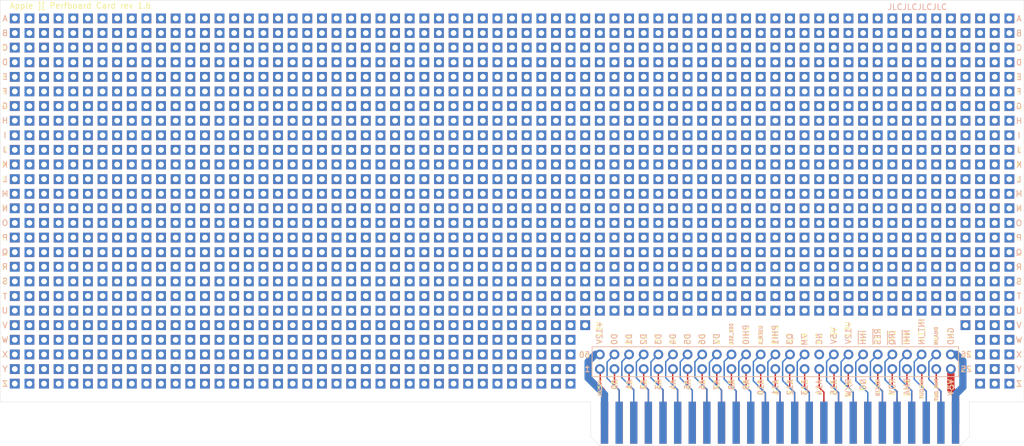
<source format=kicad_pcb>
(kicad_pcb (version 20171130) (host pcbnew "(5.1.2)-1")
  (layers (0 F.Cu signal) (31 B.Cu signal) (34 B.Paste user) (35 F.Paste user) (36 B.SilkS user) (37 F.SilkS user) (38 B.Mask user) (39 F.Mask user) (44 Edge.Cuts user))
  (net 0 "")
  (net 1 /IO_SELECT)
  (net 2 /A0)
  (net 3 /A1)
  (net 4 /A2)
  (net 5 /A3)
  (net 6 /A4)
  (net 7 /A5)
  (net 8 /A6)
  (net 9 /A7)
  (net 10 /A8)
  (net 11 /A9)
  (net 12 /A10)
  (net 13 /A11)
  (net 14 /A12)
  (net 15 /A13)
  (net 16 /A14)
  (net 17 /A15)
  (net 18 /RW)
  (net 19 "Net-(J1-Pad19)")
  (net 20 /~IO_STROBE)
  (net 21 /RDY)
  (net 22 /~DMA)
  (net 23 /INT_OUT)
  (net 24 /DMA_OUT)
  (net 25 /+5V)
  (net 26 /GND)
  (net 27 /DMA_IN)
  (net 28 /INT_IN)
  (net 29 /~NMI)
  (net 30 /~IRQ)
  (net 31 /~RES)
  (net 32 /~INH)
  (net 33 /-12V)
  (net 34 /-5V)
  (net 35 "Net-(J1-Pad35)")
  (net 36 /7M)
  (net 37 /Q3)
  (net 38 /PHI2)
  (net 39 /USER_1)
  (net 40 /PHI1)
  (net 41 /~DEVICE_SELECT)
  (net 42 /D7)
  (net 43 /D6)
  (net 44 /D5)
  (net 45 /D4)
  (net 46 /D3)
  (net 47 /D2)
  (net 48 /D1)
  (net 49 /D0)
  (net 50 /+12V)
  (net 51 "Net-(J2-Pad19)")
  (net 52 "Net-(J2-Pad35)")
  (module AppleIIPerfBoardCard:2x25_P2.54mm_Vertical (layer F.Cu) (at 220.091 121.89206 270)
    (fp_text reference J1 hide)
    (fp_text value Conn_02x25_Counter_Clockwise)
    (pad 1 thru_hole oval (at 2.54 60.96 270) (size 1.7 1.7) (drill 1) (layers *.Cu *.Mask) (net 1 /IO_SELECT))
    (pad 50 thru_hole oval (at 0 60.96 270) (size 1.7 1.7) (drill 1) (layers *.Cu *.Mask) (net 50 /+12V))
    (pad 2 thru_hole oval (at 2.54 58.42 270) (size 1.7 1.7) (drill 1) (layers *.Cu *.Mask) (net 2 /A0))
    (pad 49 thru_hole oval (at 0 58.42 270) (size 1.7 1.7) (drill 1) (layers *.Cu *.Mask) (net 49 /D0))
    (pad 3 thru_hole oval (at 2.54 55.88 270) (size 1.7 1.7) (drill 1) (layers *.Cu *.Mask) (net 3 /A1))
    (pad 48 thru_hole oval (at 0 55.88 270) (size 1.7 1.7) (drill 1) (layers *.Cu *.Mask) (net 48 /D1))
    (pad 4 thru_hole oval (at 2.54 53.34 270) (size 1.7 1.7) (drill 1) (layers *.Cu *.Mask) (net 4 /A2))
    (pad 47 thru_hole oval (at 0 53.34 270) (size 1.7 1.7) (drill 1) (layers *.Cu *.Mask) (net 47 /D2))
    (pad 5 thru_hole oval (at 2.54 50.8 270) (size 1.7 1.7) (drill 1) (layers *.Cu *.Mask) (net 5 /A3))
    (pad 46 thru_hole oval (at 0 50.8 270) (size 1.7 1.7) (drill 1) (layers *.Cu *.Mask) (net 46 /D3))
    (pad 6 thru_hole oval (at 2.54 48.26 270) (size 1.7 1.7) (drill 1) (layers *.Cu *.Mask) (net 6 /A4))
    (pad 45 thru_hole oval (at 0 48.26 270) (size 1.7 1.7) (drill 1) (layers *.Cu *.Mask) (net 45 /D4))
    (pad 7 thru_hole oval (at 2.54 45.72 270) (size 1.7 1.7) (drill 1) (layers *.Cu *.Mask) (net 7 /A5))
    (pad 44 thru_hole oval (at 0 45.72 270) (size 1.7 1.7) (drill 1) (layers *.Cu *.Mask) (net 44 /D5))
    (pad 8 thru_hole oval (at 2.54 43.18 270) (size 1.7 1.7) (drill 1) (layers *.Cu *.Mask) (net 8 /A6))
    (pad 43 thru_hole oval (at 0 43.18 270) (size 1.7 1.7) (drill 1) (layers *.Cu *.Mask) (net 43 /D6))
    (pad 9 thru_hole oval (at 2.54 40.64 270) (size 1.7 1.7) (drill 1) (layers *.Cu *.Mask) (net 9 /A7))
    (pad 42 thru_hole oval (at 0 40.64 270) (size 1.7 1.7) (drill 1) (layers *.Cu *.Mask) (net 42 /D7))
    (pad 10 thru_hole oval (at 2.54 38.1 270) (size 1.7 1.7) (drill 1) (layers *.Cu *.Mask) (net 10 /A8))
    (pad 41 thru_hole oval (at 0 38.1 270) (size 1.7 1.7) (drill 1) (layers *.Cu *.Mask) (net 41 /~DEVICE_SELECT))
    (pad 11 thru_hole oval (at 2.54 35.56 270) (size 1.7 1.7) (drill 1) (layers *.Cu *.Mask) (net 11 /A9))
    (pad 40 thru_hole oval (at 0 35.56 270) (size 1.7 1.7) (drill 1) (layers *.Cu *.Mask) (net 40 /PHI1))
    (pad 12 thru_hole oval (at 2.54 33.02 270) (size 1.7 1.7) (drill 1) (layers *.Cu *.Mask) (net 12 /A10))
    (pad 39 thru_hole oval (at 0 33.02 270) (size 1.7 1.7) (drill 1) (layers *.Cu *.Mask) (net 39 /USER_1))
    (pad 13 thru_hole oval (at 2.54 30.48 270) (size 1.7 1.7) (drill 1) (layers *.Cu *.Mask) (net 13 /A11))
    (pad 38 thru_hole oval (at 0 30.48 270) (size 1.7 1.7) (drill 1) (layers *.Cu *.Mask) (net 38 /PHI2))
    (pad 14 thru_hole oval (at 2.54 27.94 270) (size 1.7 1.7) (drill 1) (layers *.Cu *.Mask) (net 14 /A12))
    (pad 37 thru_hole oval (at 0 27.94 270) (size 1.7 1.7) (drill 1) (layers *.Cu *.Mask) (net 37 /Q3))
    (pad 15 thru_hole oval (at 2.54 25.4 270) (size 1.7 1.7) (drill 1) (layers *.Cu *.Mask) (net 15 /A13))
    (pad 36 thru_hole oval (at 0 25.4 270) (size 1.7 1.7) (drill 1) (layers *.Cu *.Mask) (net 36 /7M))
    (pad 16 thru_hole oval (at 2.54 22.86 270) (size 1.7 1.7) (drill 1) (layers *.Cu *.Mask) (net 16 /A14))
    (pad 35 thru_hole oval (at 0 22.86 270) (size 1.7 1.7) (drill 1) (layers *.Cu *.Mask) (net 35 "Net-(J1-Pad35)"))
    (pad 17 thru_hole oval (at 2.54 20.32 270) (size 1.7 1.7) (drill 1) (layers *.Cu *.Mask) (net 17 /A15))
    (pad 34 thru_hole oval (at 0 20.32 270) (size 1.7 1.7) (drill 1) (layers *.Cu *.Mask) (net 34 /-5V))
    (pad 18 thru_hole oval (at 2.54 17.78 270) (size 1.7 1.7) (drill 1) (layers *.Cu *.Mask) (net 18 /RW))
    (pad 33 thru_hole oval (at 0 17.78 270) (size 1.7 1.7) (drill 1) (layers *.Cu *.Mask) (net 33 /-12V))
    (pad 19 thru_hole oval (at 2.54 15.24 270) (size 1.7 1.7) (drill 1) (layers *.Cu *.Mask) (net 19 "Net-(J1-Pad19)"))
    (pad 32 thru_hole oval (at 0 15.24 270) (size 1.7 1.7) (drill 1) (layers *.Cu *.Mask) (net 32 /~INH))
    (pad 20 thru_hole oval (at 2.54 12.7 270) (size 1.7 1.7) (drill 1) (layers *.Cu *.Mask) (net 20 /~IO_STROBE))
    (pad 31 thru_hole oval (at 0 12.7 270) (size 1.7 1.7) (drill 1) (layers *.Cu *.Mask) (net 31 /~RES))
    (pad 21 thru_hole oval (at 2.54 10.16 270) (size 1.7 1.7) (drill 1) (layers *.Cu *.Mask) (net 21 /RDY))
    (pad 30 thru_hole oval (at 0 10.16 270) (size 1.7 1.7) (drill 1) (layers *.Cu *.Mask) (net 30 /~IRQ))
    (pad 22 thru_hole oval (at 2.54 7.62 270) (size 1.7 1.7) (drill 1) (layers *.Cu *.Mask) (net 22 /~DMA))
    (pad 29 thru_hole oval (at 0 7.62 270) (size 1.7 1.7) (drill 1) (layers *.Cu *.Mask) (net 29 /~NMI))
    (pad 23 thru_hole oval (at 2.54 5.08 270) (size 1.7 1.7) (drill 1) (layers *.Cu *.Mask) (net 23 /INT_OUT))
    (pad 28 thru_hole oval (at 0 5.08 270) (size 1.7 1.7) (drill 1) (layers *.Cu *.Mask) (net 28 /INT_IN))
    (pad 24 thru_hole oval (at 2.54 2.54 270) (size 1.7 1.7) (drill 1) (layers *.Cu *.Mask) (net 24 /DMA_OUT))
    (pad 27 thru_hole oval (at 0 2.54 270) (size 1.7 1.7) (drill 1) (layers *.Cu *.Mask) (net 27 /DMA_IN))
    (pad 25 thru_hole oval (at 2.54 0 270) (size 1.7 1.7) (drill 1) (layers *.Cu *.Mask) (net 25 /+5V))
    (pad 26 thru_hole circle (at 0 0 270) (size 1.7 1.7) (drill 1) (layers *.Cu *.Mask) (net 26 /GND))
  )
  (module AppleIIPerfBoardCard:50_POS_CARD_EDGE (layer F.Cu) (at 196.579301 132.334221)
    (fp_text reference J2 hide)
    (fp_text value 50_POS_Card_Edge_Connector)
    (pad 50 connect rect (at -36.63696 1.42492) (size 1.27 7.3) (layers B.Cu B.Mask) (net 50 /+12V))
    (pad 49 connect rect (at -34.09696 1.42492) (size 1.27 7.3) (layers B.Cu B.Mask) (net 49 /D0))
    (pad 48 connect rect (at -31.55696 1.42492) (size 1.27 7.3) (layers B.Cu B.Mask) (net 48 /D1))
    (pad 47 connect rect (at -29.01696 1.42492) (size 1.27 7.3) (layers B.Cu B.Mask) (net 47 /D2))
    (pad 46 connect rect (at -26.47696 1.42492) (size 1.27 7.3) (layers B.Cu B.Mask) (net 46 /D3))
    (pad 45 connect rect (at -23.93696 1.42492) (size 1.27 7.3) (layers B.Cu B.Mask) (net 45 /D4))
    (pad 44 connect rect (at -21.39696 1.42492) (size 1.27 7.3) (layers B.Cu B.Mask) (net 44 /D5))
    (pad 43 connect rect (at -18.85696 1.42492) (size 1.27 7.3) (layers B.Cu B.Mask) (net 43 /D6))
    (pad 42 connect rect (at -16.31696 1.42492) (size 1.27 7.3) (layers B.Cu B.Mask) (net 42 /D7))
    (pad 41 connect rect (at -13.77696 1.42492) (size 1.27 7.3) (layers B.Cu B.Mask) (net 41 /~DEVICE_SELECT))
    (pad 40 connect rect (at -11.23696 1.42492) (size 1.27 7.3) (layers B.Cu B.Mask) (net 40 /PHI1))
    (pad 39 connect rect (at -8.69696 1.42492) (size 1.27 7.3) (layers B.Cu B.Mask) (net 39 /USER_1))
    (pad 38 connect rect (at -6.15696 1.42492) (size 1.27 7.3) (layers B.Cu B.Mask) (net 38 /PHI2))
    (pad 37 connect rect (at -3.61696 1.42492) (size 1.27 7.3) (layers B.Cu B.Mask) (net 37 /Q3))
    (pad 36 connect rect (at -1.07696 1.42492) (size 1.27 7.3) (layers B.Cu B.Mask) (net 36 /7M))
    (pad 35 connect rect (at 1.46304 1.42492) (size 1.27 7.3) (layers B.Cu B.Mask) (net 52 "Net-(J2-Pad35)"))
    (pad 34 connect rect (at 4.00304 1.42492) (size 1.27 7.3) (layers B.Cu B.Mask) (net 34 /-5V))
    (pad 33 connect rect (at 6.54304 1.42492) (size 1.27 7.3) (layers B.Cu B.Mask) (net 33 /-12V))
    (pad 32 connect rect (at 9.08304 1.42492) (size 1.27 7.3) (layers B.Cu B.Mask) (net 32 /~INH))
    (pad 31 connect rect (at 11.62304 1.42492) (size 1.27 7.3) (layers B.Cu B.Mask) (net 31 /~RES))
    (pad 30 connect rect (at 14.16304 1.42492) (size 1.27 7.3) (layers B.Cu B.Mask) (net 30 /~IRQ))
    (pad 29 connect rect (at 16.70304 1.42492) (size 1.27 7.3) (layers B.Cu B.Mask) (net 29 /~NMI))
    (pad 28 connect rect (at 19.24304 1.42492) (size 1.27 7.3) (layers B.Cu B.Mask) (net 28 /INT_IN))
    (pad 27 connect rect (at 21.78304 1.42492) (size 1.27 7.3) (layers B.Cu B.Mask) (net 27 /DMA_IN))
    (pad 26 connect rect (at 24.32304 1.42492) (size 1.27 7.3) (layers B.Cu B.Mask) (net 26 /GND))
    (pad 1 connect rect (at -36.63442 1.42746) (size 1.27 7.3) (layers F.Cu F.Mask) (net 1 /IO_SELECT))
    (pad 2 connect rect (at -34.09442 1.42746) (size 1.27 7.3) (layers F.Cu F.Mask) (net 2 /A0))
    (pad 3 connect rect (at -31.55442 1.42746) (size 1.27 7.3) (layers F.Cu F.Mask) (net 3 /A1))
    (pad 4 connect rect (at -29.01442 1.42746) (size 1.27 7.3) (layers F.Cu F.Mask) (net 4 /A2))
    (pad 5 connect rect (at -26.47442 1.42746) (size 1.27 7.3) (layers F.Cu F.Mask) (net 5 /A3))
    (pad 6 connect rect (at -23.93442 1.42746) (size 1.27 7.3) (layers F.Cu F.Mask) (net 6 /A4))
    (pad 7 connect rect (at -21.39442 1.42746) (size 1.27 7.3) (layers F.Cu F.Mask) (net 7 /A5))
    (pad 8 connect rect (at -18.85442 1.42746) (size 1.27 7.3) (layers F.Cu F.Mask) (net 8 /A6))
    (pad 9 connect rect (at -16.31442 1.42746) (size 1.27 7.3) (layers F.Cu F.Mask) (net 9 /A7))
    (pad 10 connect rect (at -13.77442 1.42746) (size 1.27 7.3) (layers F.Cu F.Mask) (net 10 /A8))
    (pad 11 connect rect (at -11.23442 1.42746) (size 1.27 7.3) (layers F.Cu F.Mask) (net 11 /A9))
    (pad 12 connect rect (at -8.69442 1.42746) (size 1.27 7.3) (layers F.Cu F.Mask) (net 12 /A10))
    (pad 13 connect rect (at -6.15442 1.42746) (size 1.27 7.3) (layers F.Cu F.Mask) (net 13 /A11))
    (pad 14 connect rect (at -3.61442 1.42746) (size 1.27 7.3) (layers F.Cu F.Mask) (net 14 /A12))
    (pad 15 connect rect (at -1.07442 1.42746) (size 1.27 7.3) (layers F.Cu F.Mask) (net 15 /A13))
    (pad 16 connect rect (at 1.46558 1.42746) (size 1.27 7.3) (layers F.Cu F.Mask) (net 16 /A14))
    (pad 17 connect rect (at 4.00558 1.42746) (size 1.27 7.3) (layers F.Cu F.Mask) (net 17 /A15))
    (pad 18 connect rect (at 6.54558 1.42746) (size 1.27 7.3) (layers F.Cu F.Mask) (net 18 /RW))
    (pad 19 connect rect (at 9.08558 1.42746) (size 1.27 7.3) (layers F.Cu F.Mask) (net 51 "Net-(J2-Pad19)"))
    (pad 20 connect rect (at 11.62558 1.42746) (size 1.27 7.3) (layers F.Cu F.Mask) (net 20 /~IO_STROBE))
    (pad 21 connect rect (at 14.16558 1.42746) (size 1.27 7.3) (layers F.Cu F.Mask) (net 21 /RDY))
    (pad 22 connect rect (at 16.70558 1.42746) (size 1.27 7.3) (layers F.Cu F.Mask) (net 22 /~DMA))
    (pad 23 connect rect (at 19.24558 1.42746) (size 1.27 7.3) (layers F.Cu F.Mask) (net 23 /INT_OUT))
    (pad 24 connect rect (at 21.78558 1.42746) (size 1.27 7.3) (layers F.Cu F.Mask) (net 24 /DMA_OUT))
    (pad 25 connect rect (at 24.32558 1.42746) (size 1.27 7.3) (layers F.Cu F.Mask) (net 25 /+5V))
  )
  (module AppleIIPerfBoardCard:proto_pad_square (layer F.Cu) (at 230.251 126.97206)
    (fp_text reference REF** hide)
    (fp_text value proto_pad_square)
    (pad 1 thru_hole rect (at 0 0) (size 1.7 1.7) (drill 1) (layers *.Cu *.Mask))
  )
  (module AppleIIPerfBoardCard:proto_pad_square (layer F.Cu) (at 227.711 126.97206)
    (fp_text reference REF** hide)
    (fp_text value proto_pad_square)
    (pad 1 thru_hole rect (at 0 0) (size 1.7 1.7) (drill 1) (layers *.Cu *.Mask))
  )
  (module AppleIIPerfBoardCard:proto_pad_square (layer F.Cu) (at 225.171 126.97206)
    (fp_text reference REF** hide)
    (fp_text value proto_pad_square)
    (pad 1 thru_hole rect (at 0 0) (size 1.7 1.7) (drill 1) (layers *.Cu *.Mask))
  )
  (module AppleIIPerfBoardCard:proto_pad_square (layer F.Cu) (at 154.051 126.97206)
    (fp_text reference REF** hide)
    (fp_text value proto_pad_square)
    (pad 1 thru_hole rect (at 0 0) (size 1.7 1.7) (drill 1) (layers *.Cu *.Mask))
  )
  (module AppleIIPerfBoardCard:proto_pad_square (layer F.Cu) (at 151.511 126.97206)
    (fp_text reference REF** hide)
    (fp_text value proto_pad_square)
    (pad 1 thru_hole rect (at 0 0) (size 1.7 1.7) (drill 1) (layers *.Cu *.Mask))
  )
  (module AppleIIPerfBoardCard:proto_pad_square (layer F.Cu) (at 148.971 126.97206)
    (fp_text reference REF** hide)
    (fp_text value proto_pad_square)
    (pad 1 thru_hole rect (at 0 0) (size 1.7 1.7) (drill 1) (layers *.Cu *.Mask))
  )
  (module AppleIIPerfBoardCard:proto_pad_square (layer F.Cu) (at 146.431 126.97206)
    (fp_text reference REF** hide)
    (fp_text value proto_pad_square)
    (pad 1 thru_hole rect (at 0 0) (size 1.7 1.7) (drill 1) (layers *.Cu *.Mask))
  )
  (module AppleIIPerfBoardCard:proto_pad_square (layer F.Cu) (at 143.891 126.97206)
    (fp_text reference REF** hide)
    (fp_text value proto_pad_square)
    (pad 1 thru_hole rect (at 0 0) (size 1.7 1.7) (drill 1) (layers *.Cu *.Mask))
  )
  (module AppleIIPerfBoardCard:proto_pad_square (layer F.Cu) (at 141.351 126.97206)
    (fp_text reference REF** hide)
    (fp_text value proto_pad_square)
    (pad 1 thru_hole rect (at 0 0) (size 1.7 1.7) (drill 1) (layers *.Cu *.Mask))
  )
  (module AppleIIPerfBoardCard:proto_pad_square (layer F.Cu) (at 138.811 126.97206)
    (fp_text reference REF** hide)
    (fp_text value proto_pad_square)
    (pad 1 thru_hole rect (at 0 0) (size 1.7 1.7) (drill 1) (layers *.Cu *.Mask))
  )
  (module AppleIIPerfBoardCard:proto_pad_square (layer F.Cu) (at 136.271 126.97206)
    (fp_text reference REF** hide)
    (fp_text value proto_pad_square)
    (pad 1 thru_hole rect (at 0 0) (size 1.7 1.7) (drill 1) (layers *.Cu *.Mask))
  )
  (module AppleIIPerfBoardCard:proto_pad_square (layer F.Cu) (at 133.731 126.97206)
    (fp_text reference REF** hide)
    (fp_text value proto_pad_square)
    (pad 1 thru_hole rect (at 0 0) (size 1.7 1.7) (drill 1) (layers *.Cu *.Mask))
  )
  (module AppleIIPerfBoardCard:proto_pad_square (layer F.Cu) (at 131.191 126.97206)
    (fp_text reference REF** hide)
    (fp_text value proto_pad_square)
    (pad 1 thru_hole rect (at 0 0) (size 1.7 1.7) (drill 1) (layers *.Cu *.Mask))
  )
  (module AppleIIPerfBoardCard:proto_pad_square (layer F.Cu) (at 128.651 126.97206)
    (fp_text reference REF** hide)
    (fp_text value proto_pad_square)
    (pad 1 thru_hole rect (at 0 0) (size 1.7 1.7) (drill 1) (layers *.Cu *.Mask))
  )
  (module AppleIIPerfBoardCard:proto_pad_square (layer F.Cu) (at 126.111 126.97206)
    (fp_text reference REF** hide)
    (fp_text value proto_pad_square)
    (pad 1 thru_hole rect (at 0 0) (size 1.7 1.7) (drill 1) (layers *.Cu *.Mask))
  )
  (module AppleIIPerfBoardCard:proto_pad_square (layer F.Cu) (at 123.571 126.97206)
    (fp_text reference REF** hide)
    (fp_text value proto_pad_square)
    (pad 1 thru_hole rect (at 0 0) (size 1.7 1.7) (drill 1) (layers *.Cu *.Mask))
  )
  (module AppleIIPerfBoardCard:proto_pad_square (layer F.Cu) (at 121.031 126.97206)
    (fp_text reference REF** hide)
    (fp_text value proto_pad_square)
    (pad 1 thru_hole rect (at 0 0) (size 1.7 1.7) (drill 1) (layers *.Cu *.Mask))
  )
  (module AppleIIPerfBoardCard:proto_pad_square (layer F.Cu) (at 118.491 126.97206)
    (fp_text reference REF** hide)
    (fp_text value proto_pad_square)
    (pad 1 thru_hole rect (at 0 0) (size 1.7 1.7) (drill 1) (layers *.Cu *.Mask))
  )
  (module AppleIIPerfBoardCard:proto_pad_square (layer F.Cu) (at 115.951 126.97206)
    (fp_text reference REF** hide)
    (fp_text value proto_pad_square)
    (pad 1 thru_hole rect (at 0 0) (size 1.7 1.7) (drill 1) (layers *.Cu *.Mask))
  )
  (module AppleIIPerfBoardCard:proto_pad_square (layer F.Cu) (at 113.411 126.97206)
    (fp_text reference REF** hide)
    (fp_text value proto_pad_square)
    (pad 1 thru_hole rect (at 0 0) (size 1.7 1.7) (drill 1) (layers *.Cu *.Mask))
  )
  (module AppleIIPerfBoardCard:proto_pad_square (layer F.Cu) (at 110.871 126.97206)
    (fp_text reference REF** hide)
    (fp_text value proto_pad_square)
    (pad 1 thru_hole rect (at 0 0) (size 1.7 1.7) (drill 1) (layers *.Cu *.Mask))
  )
  (module AppleIIPerfBoardCard:proto_pad_square (layer F.Cu) (at 108.331 126.97206)
    (fp_text reference REF** hide)
    (fp_text value proto_pad_square)
    (pad 1 thru_hole rect (at 0 0) (size 1.7 1.7) (drill 1) (layers *.Cu *.Mask))
  )
  (module AppleIIPerfBoardCard:proto_pad_square (layer F.Cu) (at 105.791 126.97206)
    (fp_text reference REF** hide)
    (fp_text value proto_pad_square)
    (pad 1 thru_hole rect (at 0 0) (size 1.7 1.7) (drill 1) (layers *.Cu *.Mask))
  )
  (module AppleIIPerfBoardCard:proto_pad_square (layer F.Cu) (at 103.251 126.97206)
    (fp_text reference REF** hide)
    (fp_text value proto_pad_square)
    (pad 1 thru_hole rect (at 0 0) (size 1.7 1.7) (drill 1) (layers *.Cu *.Mask))
  )
  (module AppleIIPerfBoardCard:proto_pad_square (layer F.Cu) (at 100.711 126.97206)
    (fp_text reference REF** hide)
    (fp_text value proto_pad_square)
    (pad 1 thru_hole rect (at 0 0) (size 1.7 1.7) (drill 1) (layers *.Cu *.Mask))
  )
  (module AppleIIPerfBoardCard:proto_pad_square (layer F.Cu) (at 98.171 126.97206)
    (fp_text reference REF** hide)
    (fp_text value proto_pad_square)
    (pad 1 thru_hole rect (at 0 0) (size 1.7 1.7) (drill 1) (layers *.Cu *.Mask))
  )
  (module AppleIIPerfBoardCard:proto_pad_square (layer F.Cu) (at 95.631 126.97206)
    (fp_text reference REF** hide)
    (fp_text value proto_pad_square)
    (pad 1 thru_hole rect (at 0 0) (size 1.7 1.7) (drill 1) (layers *.Cu *.Mask))
  )
  (module AppleIIPerfBoardCard:proto_pad_square (layer F.Cu) (at 93.091 126.97206)
    (fp_text reference REF** hide)
    (fp_text value proto_pad_square)
    (pad 1 thru_hole rect (at 0 0) (size 1.7 1.7) (drill 1) (layers *.Cu *.Mask))
  )
  (module AppleIIPerfBoardCard:proto_pad_square (layer F.Cu) (at 90.551 126.97206)
    (fp_text reference REF** hide)
    (fp_text value proto_pad_square)
    (pad 1 thru_hole rect (at 0 0) (size 1.7 1.7) (drill 1) (layers *.Cu *.Mask))
  )
  (module AppleIIPerfBoardCard:proto_pad_square (layer F.Cu) (at 88.011 126.97206)
    (fp_text reference REF** hide)
    (fp_text value proto_pad_square)
    (pad 1 thru_hole rect (at 0 0) (size 1.7 1.7) (drill 1) (layers *.Cu *.Mask))
  )
  (module AppleIIPerfBoardCard:proto_pad_square (layer F.Cu) (at 85.471 126.97206)
    (fp_text reference REF** hide)
    (fp_text value proto_pad_square)
    (pad 1 thru_hole rect (at 0 0) (size 1.7 1.7) (drill 1) (layers *.Cu *.Mask))
  )
  (module AppleIIPerfBoardCard:proto_pad_square (layer F.Cu) (at 82.931 126.97206)
    (fp_text reference REF** hide)
    (fp_text value proto_pad_square)
    (pad 1 thru_hole rect (at 0 0) (size 1.7 1.7) (drill 1) (layers *.Cu *.Mask))
  )
  (module AppleIIPerfBoardCard:proto_pad_square (layer F.Cu) (at 80.391 126.97206)
    (fp_text reference REF** hide)
    (fp_text value proto_pad_square)
    (pad 1 thru_hole rect (at 0 0) (size 1.7 1.7) (drill 1) (layers *.Cu *.Mask))
  )
  (module AppleIIPerfBoardCard:proto_pad_square (layer F.Cu) (at 77.851 126.97206)
    (fp_text reference REF** hide)
    (fp_text value proto_pad_square)
    (pad 1 thru_hole rect (at 0 0) (size 1.7 1.7) (drill 1) (layers *.Cu *.Mask))
  )
  (module AppleIIPerfBoardCard:proto_pad_square (layer F.Cu) (at 75.311 126.97206)
    (fp_text reference REF** hide)
    (fp_text value proto_pad_square)
    (pad 1 thru_hole rect (at 0 0) (size 1.7 1.7) (drill 1) (layers *.Cu *.Mask))
  )
  (module AppleIIPerfBoardCard:proto_pad_square (layer F.Cu) (at 72.771 126.97206)
    (fp_text reference REF** hide)
    (fp_text value proto_pad_square)
    (pad 1 thru_hole rect (at 0 0) (size 1.7 1.7) (drill 1) (layers *.Cu *.Mask))
  )
  (module AppleIIPerfBoardCard:proto_pad_square (layer F.Cu) (at 70.231 126.97206)
    (fp_text reference REF** hide)
    (fp_text value proto_pad_square)
    (pad 1 thru_hole rect (at 0 0) (size 1.7 1.7) (drill 1) (layers *.Cu *.Mask))
  )
  (module AppleIIPerfBoardCard:proto_pad_square (layer F.Cu) (at 67.691 126.97206)
    (fp_text reference REF** hide)
    (fp_text value proto_pad_square)
    (pad 1 thru_hole rect (at 0 0) (size 1.7 1.7) (drill 1) (layers *.Cu *.Mask))
  )
  (module AppleIIPerfBoardCard:proto_pad_square (layer F.Cu) (at 65.151 126.97206)
    (fp_text reference REF** hide)
    (fp_text value proto_pad_square)
    (pad 1 thru_hole rect (at 0 0) (size 1.7 1.7) (drill 1) (layers *.Cu *.Mask))
  )
  (module AppleIIPerfBoardCard:proto_pad_square (layer F.Cu) (at 62.611 126.97206)
    (fp_text reference REF** hide)
    (fp_text value proto_pad_square)
    (pad 1 thru_hole rect (at 0 0) (size 1.7 1.7) (drill 1) (layers *.Cu *.Mask))
  )
  (module AppleIIPerfBoardCard:proto_pad_square (layer F.Cu) (at 60.071 126.97206)
    (fp_text reference REF** hide)
    (fp_text value proto_pad_square)
    (pad 1 thru_hole rect (at 0 0) (size 1.7 1.7) (drill 1) (layers *.Cu *.Mask))
  )
  (module AppleIIPerfBoardCard:proto_pad_square (layer F.Cu) (at 57.531 126.97206)
    (fp_text reference REF** hide)
    (fp_text value proto_pad_square)
    (pad 1 thru_hole rect (at 0 0) (size 1.7 1.7) (drill 1) (layers *.Cu *.Mask))
  )
  (module AppleIIPerfBoardCard:proto_pad_square (layer F.Cu) (at 230.251 124.43206)
    (fp_text reference REF** hide)
    (fp_text value proto_pad_square)
    (pad 1 thru_hole rect (at 0 0) (size 1.7 1.7) (drill 1) (layers *.Cu *.Mask))
  )
  (module AppleIIPerfBoardCard:proto_pad_square (layer F.Cu) (at 227.711 124.43206)
    (fp_text reference REF** hide)
    (fp_text value proto_pad_square)
    (pad 1 thru_hole rect (at 0 0) (size 1.7 1.7) (drill 1) (layers *.Cu *.Mask))
  )
  (module AppleIIPerfBoardCard:proto_pad_square (layer F.Cu) (at 225.171 124.43206)
    (fp_text reference REF** hide)
    (fp_text value proto_pad_square)
    (pad 1 thru_hole rect (at 0 0) (size 1.7 1.7) (drill 1) (layers *.Cu *.Mask))
  )
  (module AppleIIPerfBoardCard:proto_pad_square (layer F.Cu) (at 154.051 124.43206)
    (fp_text reference REF** hide)
    (fp_text value proto_pad_square)
    (pad 1 thru_hole rect (at 0 0) (size 1.7 1.7) (drill 1) (layers *.Cu *.Mask))
  )
  (module AppleIIPerfBoardCard:proto_pad_square (layer F.Cu) (at 151.511 124.43206)
    (fp_text reference REF** hide)
    (fp_text value proto_pad_square)
    (pad 1 thru_hole rect (at 0 0) (size 1.7 1.7) (drill 1) (layers *.Cu *.Mask))
  )
  (module AppleIIPerfBoardCard:proto_pad_square (layer F.Cu) (at 148.971 124.43206)
    (fp_text reference REF** hide)
    (fp_text value proto_pad_square)
    (pad 1 thru_hole rect (at 0 0) (size 1.7 1.7) (drill 1) (layers *.Cu *.Mask))
  )
  (module AppleIIPerfBoardCard:proto_pad_square (layer F.Cu) (at 146.431 124.43206)
    (fp_text reference REF** hide)
    (fp_text value proto_pad_square)
    (pad 1 thru_hole rect (at 0 0) (size 1.7 1.7) (drill 1) (layers *.Cu *.Mask))
  )
  (module AppleIIPerfBoardCard:proto_pad_square (layer F.Cu) (at 143.891 124.43206)
    (fp_text reference REF** hide)
    (fp_text value proto_pad_square)
    (pad 1 thru_hole rect (at 0 0) (size 1.7 1.7) (drill 1) (layers *.Cu *.Mask))
  )
  (module AppleIIPerfBoardCard:proto_pad_square (layer F.Cu) (at 141.351 124.43206)
    (fp_text reference REF** hide)
    (fp_text value proto_pad_square)
    (pad 1 thru_hole rect (at 0 0) (size 1.7 1.7) (drill 1) (layers *.Cu *.Mask))
  )
  (module AppleIIPerfBoardCard:proto_pad_square (layer F.Cu) (at 138.811 124.43206)
    (fp_text reference REF** hide)
    (fp_text value proto_pad_square)
    (pad 1 thru_hole rect (at 0 0) (size 1.7 1.7) (drill 1) (layers *.Cu *.Mask))
  )
  (module AppleIIPerfBoardCard:proto_pad_square (layer F.Cu) (at 136.271 124.43206)
    (fp_text reference REF** hide)
    (fp_text value proto_pad_square)
    (pad 1 thru_hole rect (at 0 0) (size 1.7 1.7) (drill 1) (layers *.Cu *.Mask))
  )
  (module AppleIIPerfBoardCard:proto_pad_square (layer F.Cu) (at 133.731 124.43206)
    (fp_text reference REF** hide)
    (fp_text value proto_pad_square)
    (pad 1 thru_hole rect (at 0 0) (size 1.7 1.7) (drill 1) (layers *.Cu *.Mask))
  )
  (module AppleIIPerfBoardCard:proto_pad_square (layer F.Cu) (at 131.191 124.43206)
    (fp_text reference REF** hide)
    (fp_text value proto_pad_square)
    (pad 1 thru_hole rect (at 0 0) (size 1.7 1.7) (drill 1) (layers *.Cu *.Mask))
  )
  (module AppleIIPerfBoardCard:proto_pad_square (layer F.Cu) (at 128.651 124.43206)
    (fp_text reference REF** hide)
    (fp_text value proto_pad_square)
    (pad 1 thru_hole rect (at 0 0) (size 1.7 1.7) (drill 1) (layers *.Cu *.Mask))
  )
  (module AppleIIPerfBoardCard:proto_pad_square (layer F.Cu) (at 126.111 124.43206)
    (fp_text reference REF** hide)
    (fp_text value proto_pad_square)
    (pad 1 thru_hole rect (at 0 0) (size 1.7 1.7) (drill 1) (layers *.Cu *.Mask))
  )
  (module AppleIIPerfBoardCard:proto_pad_square (layer F.Cu) (at 123.571 124.43206)
    (fp_text reference REF** hide)
    (fp_text value proto_pad_square)
    (pad 1 thru_hole rect (at 0 0) (size 1.7 1.7) (drill 1) (layers *.Cu *.Mask))
  )
  (module AppleIIPerfBoardCard:proto_pad_square (layer F.Cu) (at 121.031 124.43206)
    (fp_text reference REF** hide)
    (fp_text value proto_pad_square)
    (pad 1 thru_hole rect (at 0 0) (size 1.7 1.7) (drill 1) (layers *.Cu *.Mask))
  )
  (module AppleIIPerfBoardCard:proto_pad_square (layer F.Cu) (at 118.491 124.43206)
    (fp_text reference REF** hide)
    (fp_text value proto_pad_square)
    (pad 1 thru_hole rect (at 0 0) (size 1.7 1.7) (drill 1) (layers *.Cu *.Mask))
  )
  (module AppleIIPerfBoardCard:proto_pad_square (layer F.Cu) (at 115.951 124.43206)
    (fp_text reference REF** hide)
    (fp_text value proto_pad_square)
    (pad 1 thru_hole rect (at 0 0) (size 1.7 1.7) (drill 1) (layers *.Cu *.Mask))
  )
  (module AppleIIPerfBoardCard:proto_pad_square (layer F.Cu) (at 113.411 124.43206)
    (fp_text reference REF** hide)
    (fp_text value proto_pad_square)
    (pad 1 thru_hole rect (at 0 0) (size 1.7 1.7) (drill 1) (layers *.Cu *.Mask))
  )
  (module AppleIIPerfBoardCard:proto_pad_square (layer F.Cu) (at 110.871 124.43206)
    (fp_text reference REF** hide)
    (fp_text value proto_pad_square)
    (pad 1 thru_hole rect (at 0 0) (size 1.7 1.7) (drill 1) (layers *.Cu *.Mask))
  )
  (module AppleIIPerfBoardCard:proto_pad_square (layer F.Cu) (at 108.331 124.43206)
    (fp_text reference REF** hide)
    (fp_text value proto_pad_square)
    (pad 1 thru_hole rect (at 0 0) (size 1.7 1.7) (drill 1) (layers *.Cu *.Mask))
  )
  (module AppleIIPerfBoardCard:proto_pad_square (layer F.Cu) (at 105.791 124.43206)
    (fp_text reference REF** hide)
    (fp_text value proto_pad_square)
    (pad 1 thru_hole rect (at 0 0) (size 1.7 1.7) (drill 1) (layers *.Cu *.Mask))
  )
  (module AppleIIPerfBoardCard:proto_pad_square (layer F.Cu) (at 103.251 124.43206)
    (fp_text reference REF** hide)
    (fp_text value proto_pad_square)
    (pad 1 thru_hole rect (at 0 0) (size 1.7 1.7) (drill 1) (layers *.Cu *.Mask))
  )
  (module AppleIIPerfBoardCard:proto_pad_square (layer F.Cu) (at 100.711 124.43206)
    (fp_text reference REF** hide)
    (fp_text value proto_pad_square)
    (pad 1 thru_hole rect (at 0 0) (size 1.7 1.7) (drill 1) (layers *.Cu *.Mask))
  )
  (module AppleIIPerfBoardCard:proto_pad_square (layer F.Cu) (at 98.171 124.43206)
    (fp_text reference REF** hide)
    (fp_text value proto_pad_square)
    (pad 1 thru_hole rect (at 0 0) (size 1.7 1.7) (drill 1) (layers *.Cu *.Mask))
  )
  (module AppleIIPerfBoardCard:proto_pad_square (layer F.Cu) (at 95.631 124.43206)
    (fp_text reference REF** hide)
    (fp_text value proto_pad_square)
    (pad 1 thru_hole rect (at 0 0) (size 1.7 1.7) (drill 1) (layers *.Cu *.Mask))
  )
  (module AppleIIPerfBoardCard:proto_pad_square (layer F.Cu) (at 93.091 124.43206)
    (fp_text reference REF** hide)
    (fp_text value proto_pad_square)
    (pad 1 thru_hole rect (at 0 0) (size 1.7 1.7) (drill 1) (layers *.Cu *.Mask))
  )
  (module AppleIIPerfBoardCard:proto_pad_square (layer F.Cu) (at 90.551 124.43206)
    (fp_text reference REF** hide)
    (fp_text value proto_pad_square)
    (pad 1 thru_hole rect (at 0 0) (size 1.7 1.7) (drill 1) (layers *.Cu *.Mask))
  )
  (module AppleIIPerfBoardCard:proto_pad_square (layer F.Cu) (at 88.011 124.43206)
    (fp_text reference REF** hide)
    (fp_text value proto_pad_square)
    (pad 1 thru_hole rect (at 0 0) (size 1.7 1.7) (drill 1) (layers *.Cu *.Mask))
  )
  (module AppleIIPerfBoardCard:proto_pad_square (layer F.Cu) (at 85.471 124.43206)
    (fp_text reference REF** hide)
    (fp_text value proto_pad_square)
    (pad 1 thru_hole rect (at 0 0) (size 1.7 1.7) (drill 1) (layers *.Cu *.Mask))
  )
  (module AppleIIPerfBoardCard:proto_pad_square (layer F.Cu) (at 82.931 124.43206)
    (fp_text reference REF** hide)
    (fp_text value proto_pad_square)
    (pad 1 thru_hole rect (at 0 0) (size 1.7 1.7) (drill 1) (layers *.Cu *.Mask))
  )
  (module AppleIIPerfBoardCard:proto_pad_square (layer F.Cu) (at 80.391 124.43206)
    (fp_text reference REF** hide)
    (fp_text value proto_pad_square)
    (pad 1 thru_hole rect (at 0 0) (size 1.7 1.7) (drill 1) (layers *.Cu *.Mask))
  )
  (module AppleIIPerfBoardCard:proto_pad_square (layer F.Cu) (at 77.851 124.43206)
    (fp_text reference REF** hide)
    (fp_text value proto_pad_square)
    (pad 1 thru_hole rect (at 0 0) (size 1.7 1.7) (drill 1) (layers *.Cu *.Mask))
  )
  (module AppleIIPerfBoardCard:proto_pad_square (layer F.Cu) (at 75.311 124.43206)
    (fp_text reference REF** hide)
    (fp_text value proto_pad_square)
    (pad 1 thru_hole rect (at 0 0) (size 1.7 1.7) (drill 1) (layers *.Cu *.Mask))
  )
  (module AppleIIPerfBoardCard:proto_pad_square (layer F.Cu) (at 72.771 124.43206)
    (fp_text reference REF** hide)
    (fp_text value proto_pad_square)
    (pad 1 thru_hole rect (at 0 0) (size 1.7 1.7) (drill 1) (layers *.Cu *.Mask))
  )
  (module AppleIIPerfBoardCard:proto_pad_square (layer F.Cu) (at 70.231 124.43206)
    (fp_text reference REF** hide)
    (fp_text value proto_pad_square)
    (pad 1 thru_hole rect (at 0 0) (size 1.7 1.7) (drill 1) (layers *.Cu *.Mask))
  )
  (module AppleIIPerfBoardCard:proto_pad_square (layer F.Cu) (at 67.691 124.43206)
    (fp_text reference REF** hide)
    (fp_text value proto_pad_square)
    (pad 1 thru_hole rect (at 0 0) (size 1.7 1.7) (drill 1) (layers *.Cu *.Mask))
  )
  (module AppleIIPerfBoardCard:proto_pad_square (layer F.Cu) (at 65.151 124.43206)
    (fp_text reference REF** hide)
    (fp_text value proto_pad_square)
    (pad 1 thru_hole rect (at 0 0) (size 1.7 1.7) (drill 1) (layers *.Cu *.Mask))
  )
  (module AppleIIPerfBoardCard:proto_pad_square (layer F.Cu) (at 62.611 124.43206)
    (fp_text reference REF** hide)
    (fp_text value proto_pad_square)
    (pad 1 thru_hole rect (at 0 0) (size 1.7 1.7) (drill 1) (layers *.Cu *.Mask))
  )
  (module AppleIIPerfBoardCard:proto_pad_square (layer F.Cu) (at 60.071 124.43206)
    (fp_text reference REF** hide)
    (fp_text value proto_pad_square)
    (pad 1 thru_hole rect (at 0 0) (size 1.7 1.7) (drill 1) (layers *.Cu *.Mask))
  )
  (module AppleIIPerfBoardCard:proto_pad_square (layer F.Cu) (at 57.531 124.43206)
    (fp_text reference REF** hide)
    (fp_text value proto_pad_square)
    (pad 1 thru_hole rect (at 0 0) (size 1.7 1.7) (drill 1) (layers *.Cu *.Mask))
  )
  (module AppleIIPerfBoardCard:proto_pad_square (layer F.Cu) (at 230.251 121.89206)
    (fp_text reference REF** hide)
    (fp_text value proto_pad_square)
    (pad 1 thru_hole rect (at 0 0) (size 1.7 1.7) (drill 1) (layers *.Cu *.Mask))
  )
  (module AppleIIPerfBoardCard:proto_pad_square (layer F.Cu) (at 227.711 121.89206)
    (fp_text reference REF** hide)
    (fp_text value proto_pad_square)
    (pad 1 thru_hole rect (at 0 0) (size 1.7 1.7) (drill 1) (layers *.Cu *.Mask))
  )
  (module AppleIIPerfBoardCard:proto_pad_square (layer F.Cu) (at 225.171 121.89206)
    (fp_text reference REF** hide)
    (fp_text value proto_pad_square)
    (pad 1 thru_hole rect (at 0 0) (size 1.7 1.7) (drill 1) (layers *.Cu *.Mask))
  )
  (module AppleIIPerfBoardCard:proto_pad_square (layer F.Cu) (at 154.051 121.89206)
    (fp_text reference REF** hide)
    (fp_text value proto_pad_square)
    (pad 1 thru_hole rect (at 0 0) (size 1.7 1.7) (drill 1) (layers *.Cu *.Mask))
  )
  (module AppleIIPerfBoardCard:proto_pad_square (layer F.Cu) (at 151.511 121.89206)
    (fp_text reference REF** hide)
    (fp_text value proto_pad_square)
    (pad 1 thru_hole rect (at 0 0) (size 1.7 1.7) (drill 1) (layers *.Cu *.Mask))
  )
  (module AppleIIPerfBoardCard:proto_pad_square (layer F.Cu) (at 148.971 121.89206)
    (fp_text reference REF** hide)
    (fp_text value proto_pad_square)
    (pad 1 thru_hole rect (at 0 0) (size 1.7 1.7) (drill 1) (layers *.Cu *.Mask))
  )
  (module AppleIIPerfBoardCard:proto_pad_square (layer F.Cu) (at 146.431 121.89206)
    (fp_text reference REF** hide)
    (fp_text value proto_pad_square)
    (pad 1 thru_hole rect (at 0 0) (size 1.7 1.7) (drill 1) (layers *.Cu *.Mask))
  )
  (module AppleIIPerfBoardCard:proto_pad_square (layer F.Cu) (at 143.891 121.89206)
    (fp_text reference REF** hide)
    (fp_text value proto_pad_square)
    (pad 1 thru_hole rect (at 0 0) (size 1.7 1.7) (drill 1) (layers *.Cu *.Mask))
  )
  (module AppleIIPerfBoardCard:proto_pad_square (layer F.Cu) (at 141.351 121.89206)
    (fp_text reference REF** hide)
    (fp_text value proto_pad_square)
    (pad 1 thru_hole rect (at 0 0) (size 1.7 1.7) (drill 1) (layers *.Cu *.Mask))
  )
  (module AppleIIPerfBoardCard:proto_pad_square (layer F.Cu) (at 138.811 121.89206)
    (fp_text reference REF** hide)
    (fp_text value proto_pad_square)
    (pad 1 thru_hole rect (at 0 0) (size 1.7 1.7) (drill 1) (layers *.Cu *.Mask))
  )
  (module AppleIIPerfBoardCard:proto_pad_square (layer F.Cu) (at 136.271 121.89206)
    (fp_text reference REF** hide)
    (fp_text value proto_pad_square)
    (pad 1 thru_hole rect (at 0 0) (size 1.7 1.7) (drill 1) (layers *.Cu *.Mask))
  )
  (module AppleIIPerfBoardCard:proto_pad_square (layer F.Cu) (at 133.731 121.89206)
    (fp_text reference REF** hide)
    (fp_text value proto_pad_square)
    (pad 1 thru_hole rect (at 0 0) (size 1.7 1.7) (drill 1) (layers *.Cu *.Mask))
  )
  (module AppleIIPerfBoardCard:proto_pad_square (layer F.Cu) (at 131.191 121.89206)
    (fp_text reference REF** hide)
    (fp_text value proto_pad_square)
    (pad 1 thru_hole rect (at 0 0) (size 1.7 1.7) (drill 1) (layers *.Cu *.Mask))
  )
  (module AppleIIPerfBoardCard:proto_pad_square (layer F.Cu) (at 128.651 121.89206)
    (fp_text reference REF** hide)
    (fp_text value proto_pad_square)
    (pad 1 thru_hole rect (at 0 0) (size 1.7 1.7) (drill 1) (layers *.Cu *.Mask))
  )
  (module AppleIIPerfBoardCard:proto_pad_square (layer F.Cu) (at 126.111 121.89206)
    (fp_text reference REF** hide)
    (fp_text value proto_pad_square)
    (pad 1 thru_hole rect (at 0 0) (size 1.7 1.7) (drill 1) (layers *.Cu *.Mask))
  )
  (module AppleIIPerfBoardCard:proto_pad_square (layer F.Cu) (at 123.571 121.89206)
    (fp_text reference REF** hide)
    (fp_text value proto_pad_square)
    (pad 1 thru_hole rect (at 0 0) (size 1.7 1.7) (drill 1) (layers *.Cu *.Mask))
  )
  (module AppleIIPerfBoardCard:proto_pad_square (layer F.Cu) (at 121.031 121.89206)
    (fp_text reference REF** hide)
    (fp_text value proto_pad_square)
    (pad 1 thru_hole rect (at 0 0) (size 1.7 1.7) (drill 1) (layers *.Cu *.Mask))
  )
  (module AppleIIPerfBoardCard:proto_pad_square (layer F.Cu) (at 118.491 121.89206)
    (fp_text reference REF** hide)
    (fp_text value proto_pad_square)
    (pad 1 thru_hole rect (at 0 0) (size 1.7 1.7) (drill 1) (layers *.Cu *.Mask))
  )
  (module AppleIIPerfBoardCard:proto_pad_square (layer F.Cu) (at 115.951 121.89206)
    (fp_text reference REF** hide)
    (fp_text value proto_pad_square)
    (pad 1 thru_hole rect (at 0 0) (size 1.7 1.7) (drill 1) (layers *.Cu *.Mask))
  )
  (module AppleIIPerfBoardCard:proto_pad_square (layer F.Cu) (at 113.411 121.89206)
    (fp_text reference REF** hide)
    (fp_text value proto_pad_square)
    (pad 1 thru_hole rect (at 0 0) (size 1.7 1.7) (drill 1) (layers *.Cu *.Mask))
  )
  (module AppleIIPerfBoardCard:proto_pad_square (layer F.Cu) (at 110.871 121.89206)
    (fp_text reference REF** hide)
    (fp_text value proto_pad_square)
    (pad 1 thru_hole rect (at 0 0) (size 1.7 1.7) (drill 1) (layers *.Cu *.Mask))
  )
  (module AppleIIPerfBoardCard:proto_pad_square (layer F.Cu) (at 108.331 121.89206)
    (fp_text reference REF** hide)
    (fp_text value proto_pad_square)
    (pad 1 thru_hole rect (at 0 0) (size 1.7 1.7) (drill 1) (layers *.Cu *.Mask))
  )
  (module AppleIIPerfBoardCard:proto_pad_square (layer F.Cu) (at 105.791 121.89206)
    (fp_text reference REF** hide)
    (fp_text value proto_pad_square)
    (pad 1 thru_hole rect (at 0 0) (size 1.7 1.7) (drill 1) (layers *.Cu *.Mask))
  )
  (module AppleIIPerfBoardCard:proto_pad_square (layer F.Cu) (at 103.251 121.89206)
    (fp_text reference REF** hide)
    (fp_text value proto_pad_square)
    (pad 1 thru_hole rect (at 0 0) (size 1.7 1.7) (drill 1) (layers *.Cu *.Mask))
  )
  (module AppleIIPerfBoardCard:proto_pad_square (layer F.Cu) (at 100.711 121.89206)
    (fp_text reference REF** hide)
    (fp_text value proto_pad_square)
    (pad 1 thru_hole rect (at 0 0) (size 1.7 1.7) (drill 1) (layers *.Cu *.Mask))
  )
  (module AppleIIPerfBoardCard:proto_pad_square (layer F.Cu) (at 98.171 121.89206)
    (fp_text reference REF** hide)
    (fp_text value proto_pad_square)
    (pad 1 thru_hole rect (at 0 0) (size 1.7 1.7) (drill 1) (layers *.Cu *.Mask))
  )
  (module AppleIIPerfBoardCard:proto_pad_square (layer F.Cu) (at 95.631 121.89206)
    (fp_text reference REF** hide)
    (fp_text value proto_pad_square)
    (pad 1 thru_hole rect (at 0 0) (size 1.7 1.7) (drill 1) (layers *.Cu *.Mask))
  )
  (module AppleIIPerfBoardCard:proto_pad_square (layer F.Cu) (at 93.091 121.89206)
    (fp_text reference REF** hide)
    (fp_text value proto_pad_square)
    (pad 1 thru_hole rect (at 0 0) (size 1.7 1.7) (drill 1) (layers *.Cu *.Mask))
  )
  (module AppleIIPerfBoardCard:proto_pad_square (layer F.Cu) (at 90.551 121.89206)
    (fp_text reference REF** hide)
    (fp_text value proto_pad_square)
    (pad 1 thru_hole rect (at 0 0) (size 1.7 1.7) (drill 1) (layers *.Cu *.Mask))
  )
  (module AppleIIPerfBoardCard:proto_pad_square (layer F.Cu) (at 88.011 121.89206)
    (fp_text reference REF** hide)
    (fp_text value proto_pad_square)
    (pad 1 thru_hole rect (at 0 0) (size 1.7 1.7) (drill 1) (layers *.Cu *.Mask))
  )
  (module AppleIIPerfBoardCard:proto_pad_square (layer F.Cu) (at 85.471 121.89206)
    (fp_text reference REF** hide)
    (fp_text value proto_pad_square)
    (pad 1 thru_hole rect (at 0 0) (size 1.7 1.7) (drill 1) (layers *.Cu *.Mask))
  )
  (module AppleIIPerfBoardCard:proto_pad_square (layer F.Cu) (at 82.931 121.89206)
    (fp_text reference REF** hide)
    (fp_text value proto_pad_square)
    (pad 1 thru_hole rect (at 0 0) (size 1.7 1.7) (drill 1) (layers *.Cu *.Mask))
  )
  (module AppleIIPerfBoardCard:proto_pad_square (layer F.Cu) (at 80.391 121.89206)
    (fp_text reference REF** hide)
    (fp_text value proto_pad_square)
    (pad 1 thru_hole rect (at 0 0) (size 1.7 1.7) (drill 1) (layers *.Cu *.Mask))
  )
  (module AppleIIPerfBoardCard:proto_pad_square (layer F.Cu) (at 77.851 121.89206)
    (fp_text reference REF** hide)
    (fp_text value proto_pad_square)
    (pad 1 thru_hole rect (at 0 0) (size 1.7 1.7) (drill 1) (layers *.Cu *.Mask))
  )
  (module AppleIIPerfBoardCard:proto_pad_square (layer F.Cu) (at 75.311 121.89206)
    (fp_text reference REF** hide)
    (fp_text value proto_pad_square)
    (pad 1 thru_hole rect (at 0 0) (size 1.7 1.7) (drill 1) (layers *.Cu *.Mask))
  )
  (module AppleIIPerfBoardCard:proto_pad_square (layer F.Cu) (at 72.771 121.89206)
    (fp_text reference REF** hide)
    (fp_text value proto_pad_square)
    (pad 1 thru_hole rect (at 0 0) (size 1.7 1.7) (drill 1) (layers *.Cu *.Mask))
  )
  (module AppleIIPerfBoardCard:proto_pad_square (layer F.Cu) (at 70.231 121.89206)
    (fp_text reference REF** hide)
    (fp_text value proto_pad_square)
    (pad 1 thru_hole rect (at 0 0) (size 1.7 1.7) (drill 1) (layers *.Cu *.Mask))
  )
  (module AppleIIPerfBoardCard:proto_pad_square (layer F.Cu) (at 67.691 121.89206)
    (fp_text reference REF** hide)
    (fp_text value proto_pad_square)
    (pad 1 thru_hole rect (at 0 0) (size 1.7 1.7) (drill 1) (layers *.Cu *.Mask))
  )
  (module AppleIIPerfBoardCard:proto_pad_square (layer F.Cu) (at 65.151 121.89206)
    (fp_text reference REF** hide)
    (fp_text value proto_pad_square)
    (pad 1 thru_hole rect (at 0 0) (size 1.7 1.7) (drill 1) (layers *.Cu *.Mask))
  )
  (module AppleIIPerfBoardCard:proto_pad_square (layer F.Cu) (at 62.611 121.89206)
    (fp_text reference REF** hide)
    (fp_text value proto_pad_square)
    (pad 1 thru_hole rect (at 0 0) (size 1.7 1.7) (drill 1) (layers *.Cu *.Mask))
  )
  (module AppleIIPerfBoardCard:proto_pad_square (layer F.Cu) (at 60.071 121.89206)
    (fp_text reference REF** hide)
    (fp_text value proto_pad_square)
    (pad 1 thru_hole rect (at 0 0) (size 1.7 1.7) (drill 1) (layers *.Cu *.Mask))
  )
  (module AppleIIPerfBoardCard:proto_pad_square (layer F.Cu) (at 57.531 121.89206)
    (fp_text reference REF** hide)
    (fp_text value proto_pad_square)
    (pad 1 thru_hole rect (at 0 0) (size 1.7 1.7) (drill 1) (layers *.Cu *.Mask))
  )
  (module AppleIIPerfBoardCard:proto_pad_square (layer F.Cu) (at 230.251 119.35206)
    (fp_text reference REF** hide)
    (fp_text value proto_pad_square)
    (pad 1 thru_hole rect (at 0 0) (size 1.7 1.7) (drill 1) (layers *.Cu *.Mask))
  )
  (module AppleIIPerfBoardCard:proto_pad_square (layer F.Cu) (at 227.711 119.35206)
    (fp_text reference REF** hide)
    (fp_text value proto_pad_square)
    (pad 1 thru_hole rect (at 0 0) (size 1.7 1.7) (drill 1) (layers *.Cu *.Mask))
  )
  (module AppleIIPerfBoardCard:proto_pad_square (layer F.Cu) (at 225.171 119.35206)
    (fp_text reference REF** hide)
    (fp_text value proto_pad_square)
    (pad 1 thru_hole rect (at 0 0) (size 1.7 1.7) (drill 1) (layers *.Cu *.Mask))
  )
  (module AppleIIPerfBoardCard:proto_pad_square (layer F.Cu) (at 154.051 119.35206)
    (fp_text reference REF** hide)
    (fp_text value proto_pad_square)
    (pad 1 thru_hole rect (at 0 0) (size 1.7 1.7) (drill 1) (layers *.Cu *.Mask))
  )
  (module AppleIIPerfBoardCard:proto_pad_square (layer F.Cu) (at 151.511 119.35206)
    (fp_text reference REF** hide)
    (fp_text value proto_pad_square)
    (pad 1 thru_hole rect (at 0 0) (size 1.7 1.7) (drill 1) (layers *.Cu *.Mask))
  )
  (module AppleIIPerfBoardCard:proto_pad_square (layer F.Cu) (at 148.971 119.35206)
    (fp_text reference REF** hide)
    (fp_text value proto_pad_square)
    (pad 1 thru_hole rect (at 0 0) (size 1.7 1.7) (drill 1) (layers *.Cu *.Mask))
  )
  (module AppleIIPerfBoardCard:proto_pad_square (layer F.Cu) (at 146.431 119.35206)
    (fp_text reference REF** hide)
    (fp_text value proto_pad_square)
    (pad 1 thru_hole rect (at 0 0) (size 1.7 1.7) (drill 1) (layers *.Cu *.Mask))
  )
  (module AppleIIPerfBoardCard:proto_pad_square (layer F.Cu) (at 143.891 119.35206)
    (fp_text reference REF** hide)
    (fp_text value proto_pad_square)
    (pad 1 thru_hole rect (at 0 0) (size 1.7 1.7) (drill 1) (layers *.Cu *.Mask))
  )
  (module AppleIIPerfBoardCard:proto_pad_square (layer F.Cu) (at 141.351 119.35206)
    (fp_text reference REF** hide)
    (fp_text value proto_pad_square)
    (pad 1 thru_hole rect (at 0 0) (size 1.7 1.7) (drill 1) (layers *.Cu *.Mask))
  )
  (module AppleIIPerfBoardCard:proto_pad_square (layer F.Cu) (at 138.811 119.35206)
    (fp_text reference REF** hide)
    (fp_text value proto_pad_square)
    (pad 1 thru_hole rect (at 0 0) (size 1.7 1.7) (drill 1) (layers *.Cu *.Mask))
  )
  (module AppleIIPerfBoardCard:proto_pad_square (layer F.Cu) (at 136.271 119.35206)
    (fp_text reference REF** hide)
    (fp_text value proto_pad_square)
    (pad 1 thru_hole rect (at 0 0) (size 1.7 1.7) (drill 1) (layers *.Cu *.Mask))
  )
  (module AppleIIPerfBoardCard:proto_pad_square (layer F.Cu) (at 133.731 119.35206)
    (fp_text reference REF** hide)
    (fp_text value proto_pad_square)
    (pad 1 thru_hole rect (at 0 0) (size 1.7 1.7) (drill 1) (layers *.Cu *.Mask))
  )
  (module AppleIIPerfBoardCard:proto_pad_square (layer F.Cu) (at 131.191 119.35206)
    (fp_text reference REF** hide)
    (fp_text value proto_pad_square)
    (pad 1 thru_hole rect (at 0 0) (size 1.7 1.7) (drill 1) (layers *.Cu *.Mask))
  )
  (module AppleIIPerfBoardCard:proto_pad_square (layer F.Cu) (at 128.651 119.35206)
    (fp_text reference REF** hide)
    (fp_text value proto_pad_square)
    (pad 1 thru_hole rect (at 0 0) (size 1.7 1.7) (drill 1) (layers *.Cu *.Mask))
  )
  (module AppleIIPerfBoardCard:proto_pad_square (layer F.Cu) (at 126.111 119.35206)
    (fp_text reference REF** hide)
    (fp_text value proto_pad_square)
    (pad 1 thru_hole rect (at 0 0) (size 1.7 1.7) (drill 1) (layers *.Cu *.Mask))
  )
  (module AppleIIPerfBoardCard:proto_pad_square (layer F.Cu) (at 123.571 119.35206)
    (fp_text reference REF** hide)
    (fp_text value proto_pad_square)
    (pad 1 thru_hole rect (at 0 0) (size 1.7 1.7) (drill 1) (layers *.Cu *.Mask))
  )
  (module AppleIIPerfBoardCard:proto_pad_square (layer F.Cu) (at 121.031 119.35206)
    (fp_text reference REF** hide)
    (fp_text value proto_pad_square)
    (pad 1 thru_hole rect (at 0 0) (size 1.7 1.7) (drill 1) (layers *.Cu *.Mask))
  )
  (module AppleIIPerfBoardCard:proto_pad_square (layer F.Cu) (at 118.491 119.35206)
    (fp_text reference REF** hide)
    (fp_text value proto_pad_square)
    (pad 1 thru_hole rect (at 0 0) (size 1.7 1.7) (drill 1) (layers *.Cu *.Mask))
  )
  (module AppleIIPerfBoardCard:proto_pad_square (layer F.Cu) (at 115.951 119.35206)
    (fp_text reference REF** hide)
    (fp_text value proto_pad_square)
    (pad 1 thru_hole rect (at 0 0) (size 1.7 1.7) (drill 1) (layers *.Cu *.Mask))
  )
  (module AppleIIPerfBoardCard:proto_pad_square (layer F.Cu) (at 113.411 119.35206)
    (fp_text reference REF** hide)
    (fp_text value proto_pad_square)
    (pad 1 thru_hole rect (at 0 0) (size 1.7 1.7) (drill 1) (layers *.Cu *.Mask))
  )
  (module AppleIIPerfBoardCard:proto_pad_square (layer F.Cu) (at 110.871 119.35206)
    (fp_text reference REF** hide)
    (fp_text value proto_pad_square)
    (pad 1 thru_hole rect (at 0 0) (size 1.7 1.7) (drill 1) (layers *.Cu *.Mask))
  )
  (module AppleIIPerfBoardCard:proto_pad_square (layer F.Cu) (at 108.331 119.35206)
    (fp_text reference REF** hide)
    (fp_text value proto_pad_square)
    (pad 1 thru_hole rect (at 0 0) (size 1.7 1.7) (drill 1) (layers *.Cu *.Mask))
  )
  (module AppleIIPerfBoardCard:proto_pad_square (layer F.Cu) (at 105.791 119.35206)
    (fp_text reference REF** hide)
    (fp_text value proto_pad_square)
    (pad 1 thru_hole rect (at 0 0) (size 1.7 1.7) (drill 1) (layers *.Cu *.Mask))
  )
  (module AppleIIPerfBoardCard:proto_pad_square (layer F.Cu) (at 103.251 119.35206)
    (fp_text reference REF** hide)
    (fp_text value proto_pad_square)
    (pad 1 thru_hole rect (at 0 0) (size 1.7 1.7) (drill 1) (layers *.Cu *.Mask))
  )
  (module AppleIIPerfBoardCard:proto_pad_square (layer F.Cu) (at 100.711 119.35206)
    (fp_text reference REF** hide)
    (fp_text value proto_pad_square)
    (pad 1 thru_hole rect (at 0 0) (size 1.7 1.7) (drill 1) (layers *.Cu *.Mask))
  )
  (module AppleIIPerfBoardCard:proto_pad_square (layer F.Cu) (at 98.171 119.35206)
    (fp_text reference REF** hide)
    (fp_text value proto_pad_square)
    (pad 1 thru_hole rect (at 0 0) (size 1.7 1.7) (drill 1) (layers *.Cu *.Mask))
  )
  (module AppleIIPerfBoardCard:proto_pad_square (layer F.Cu) (at 95.631 119.35206)
    (fp_text reference REF** hide)
    (fp_text value proto_pad_square)
    (pad 1 thru_hole rect (at 0 0) (size 1.7 1.7) (drill 1) (layers *.Cu *.Mask))
  )
  (module AppleIIPerfBoardCard:proto_pad_square (layer F.Cu) (at 93.091 119.35206)
    (fp_text reference REF** hide)
    (fp_text value proto_pad_square)
    (pad 1 thru_hole rect (at 0 0) (size 1.7 1.7) (drill 1) (layers *.Cu *.Mask))
  )
  (module AppleIIPerfBoardCard:proto_pad_square (layer F.Cu) (at 90.551 119.35206)
    (fp_text reference REF** hide)
    (fp_text value proto_pad_square)
    (pad 1 thru_hole rect (at 0 0) (size 1.7 1.7) (drill 1) (layers *.Cu *.Mask))
  )
  (module AppleIIPerfBoardCard:proto_pad_square (layer F.Cu) (at 88.011 119.35206)
    (fp_text reference REF** hide)
    (fp_text value proto_pad_square)
    (pad 1 thru_hole rect (at 0 0) (size 1.7 1.7) (drill 1) (layers *.Cu *.Mask))
  )
  (module AppleIIPerfBoardCard:proto_pad_square (layer F.Cu) (at 85.471 119.35206)
    (fp_text reference REF** hide)
    (fp_text value proto_pad_square)
    (pad 1 thru_hole rect (at 0 0) (size 1.7 1.7) (drill 1) (layers *.Cu *.Mask))
  )
  (module AppleIIPerfBoardCard:proto_pad_square (layer F.Cu) (at 82.931 119.35206)
    (fp_text reference REF** hide)
    (fp_text value proto_pad_square)
    (pad 1 thru_hole rect (at 0 0) (size 1.7 1.7) (drill 1) (layers *.Cu *.Mask))
  )
  (module AppleIIPerfBoardCard:proto_pad_square (layer F.Cu) (at 80.391 119.35206)
    (fp_text reference REF** hide)
    (fp_text value proto_pad_square)
    (pad 1 thru_hole rect (at 0 0) (size 1.7 1.7) (drill 1) (layers *.Cu *.Mask))
  )
  (module AppleIIPerfBoardCard:proto_pad_square (layer F.Cu) (at 77.851 119.35206)
    (fp_text reference REF** hide)
    (fp_text value proto_pad_square)
    (pad 1 thru_hole rect (at 0 0) (size 1.7 1.7) (drill 1) (layers *.Cu *.Mask))
  )
  (module AppleIIPerfBoardCard:proto_pad_square (layer F.Cu) (at 75.311 119.35206)
    (fp_text reference REF** hide)
    (fp_text value proto_pad_square)
    (pad 1 thru_hole rect (at 0 0) (size 1.7 1.7) (drill 1) (layers *.Cu *.Mask))
  )
  (module AppleIIPerfBoardCard:proto_pad_square (layer F.Cu) (at 72.771 119.35206)
    (fp_text reference REF** hide)
    (fp_text value proto_pad_square)
    (pad 1 thru_hole rect (at 0 0) (size 1.7 1.7) (drill 1) (layers *.Cu *.Mask))
  )
  (module AppleIIPerfBoardCard:proto_pad_square (layer F.Cu) (at 70.231 119.35206)
    (fp_text reference REF** hide)
    (fp_text value proto_pad_square)
    (pad 1 thru_hole rect (at 0 0) (size 1.7 1.7) (drill 1) (layers *.Cu *.Mask))
  )
  (module AppleIIPerfBoardCard:proto_pad_square (layer F.Cu) (at 67.691 119.35206)
    (fp_text reference REF** hide)
    (fp_text value proto_pad_square)
    (pad 1 thru_hole rect (at 0 0) (size 1.7 1.7) (drill 1) (layers *.Cu *.Mask))
  )
  (module AppleIIPerfBoardCard:proto_pad_square (layer F.Cu) (at 65.151 119.35206)
    (fp_text reference REF** hide)
    (fp_text value proto_pad_square)
    (pad 1 thru_hole rect (at 0 0) (size 1.7 1.7) (drill 1) (layers *.Cu *.Mask))
  )
  (module AppleIIPerfBoardCard:proto_pad_square (layer F.Cu) (at 62.611 119.35206)
    (fp_text reference REF** hide)
    (fp_text value proto_pad_square)
    (pad 1 thru_hole rect (at 0 0) (size 1.7 1.7) (drill 1) (layers *.Cu *.Mask))
  )
  (module AppleIIPerfBoardCard:proto_pad_square (layer F.Cu) (at 60.071 119.35206)
    (fp_text reference REF** hide)
    (fp_text value proto_pad_square)
    (pad 1 thru_hole rect (at 0 0) (size 1.7 1.7) (drill 1) (layers *.Cu *.Mask))
  )
  (module AppleIIPerfBoardCard:proto_pad_square (layer F.Cu) (at 57.531 119.35206)
    (fp_text reference REF** hide)
    (fp_text value proto_pad_square)
    (pad 1 thru_hole rect (at 0 0) (size 1.7 1.7) (drill 1) (layers *.Cu *.Mask))
  )
  (module AppleIIPerfBoardCard:proto_pad_square (layer F.Cu) (at 230.251 116.81206)
    (fp_text reference REF** hide)
    (fp_text value proto_pad_square)
    (pad 1 thru_hole rect (at 0 0) (size 1.7 1.7) (drill 1) (layers *.Cu *.Mask))
  )
  (module AppleIIPerfBoardCard:proto_pad_square (layer F.Cu) (at 227.711 116.81206)
    (fp_text reference REF** hide)
    (fp_text value proto_pad_square)
    (pad 1 thru_hole rect (at 0 0) (size 1.7 1.7) (drill 1) (layers *.Cu *.Mask))
  )
  (module AppleIIPerfBoardCard:proto_pad_square (layer F.Cu) (at 225.171 116.81206)
    (fp_text reference REF** hide)
    (fp_text value proto_pad_square)
    (pad 1 thru_hole rect (at 0 0) (size 1.7 1.7) (drill 1) (layers *.Cu *.Mask))
  )
  (module AppleIIPerfBoardCard:proto_pad_square (layer F.Cu) (at 222.631 116.81206)
    (fp_text reference REF** hide)
    (fp_text value proto_pad_square)
    (pad 1 thru_hole rect (at 0 0) (size 1.7 1.7) (drill 1) (layers *.Cu *.Mask))
  )
  (module AppleIIPerfBoardCard:proto_pad_square (layer F.Cu) (at 156.591 116.81206)
    (fp_text reference REF** hide)
    (fp_text value proto_pad_square)
    (pad 1 thru_hole rect (at 0 0) (size 1.7 1.7) (drill 1) (layers *.Cu *.Mask))
  )
  (module AppleIIPerfBoardCard:proto_pad_square (layer F.Cu) (at 154.051 116.81206)
    (fp_text reference REF** hide)
    (fp_text value proto_pad_square)
    (pad 1 thru_hole rect (at 0 0) (size 1.7 1.7) (drill 1) (layers *.Cu *.Mask))
  )
  (module AppleIIPerfBoardCard:proto_pad_square (layer F.Cu) (at 151.511 116.81206)
    (fp_text reference REF** hide)
    (fp_text value proto_pad_square)
    (pad 1 thru_hole rect (at 0 0) (size 1.7 1.7) (drill 1) (layers *.Cu *.Mask))
  )
  (module AppleIIPerfBoardCard:proto_pad_square (layer F.Cu) (at 148.971 116.81206)
    (fp_text reference REF** hide)
    (fp_text value proto_pad_square)
    (pad 1 thru_hole rect (at 0 0) (size 1.7 1.7) (drill 1) (layers *.Cu *.Mask))
  )
  (module AppleIIPerfBoardCard:proto_pad_square (layer F.Cu) (at 146.431 116.81206)
    (fp_text reference REF** hide)
    (fp_text value proto_pad_square)
    (pad 1 thru_hole rect (at 0 0) (size 1.7 1.7) (drill 1) (layers *.Cu *.Mask))
  )
  (module AppleIIPerfBoardCard:proto_pad_square (layer F.Cu) (at 143.891 116.81206)
    (fp_text reference REF** hide)
    (fp_text value proto_pad_square)
    (pad 1 thru_hole rect (at 0 0) (size 1.7 1.7) (drill 1) (layers *.Cu *.Mask))
  )
  (module AppleIIPerfBoardCard:proto_pad_square (layer F.Cu) (at 141.351 116.81206)
    (fp_text reference REF** hide)
    (fp_text value proto_pad_square)
    (pad 1 thru_hole rect (at 0 0) (size 1.7 1.7) (drill 1) (layers *.Cu *.Mask))
  )
  (module AppleIIPerfBoardCard:proto_pad_square (layer F.Cu) (at 138.811 116.81206)
    (fp_text reference REF** hide)
    (fp_text value proto_pad_square)
    (pad 1 thru_hole rect (at 0 0) (size 1.7 1.7) (drill 1) (layers *.Cu *.Mask))
  )
  (module AppleIIPerfBoardCard:proto_pad_square (layer F.Cu) (at 136.271 116.81206)
    (fp_text reference REF** hide)
    (fp_text value proto_pad_square)
    (pad 1 thru_hole rect (at 0 0) (size 1.7 1.7) (drill 1) (layers *.Cu *.Mask))
  )
  (module AppleIIPerfBoardCard:proto_pad_square (layer F.Cu) (at 133.731 116.81206)
    (fp_text reference REF** hide)
    (fp_text value proto_pad_square)
    (pad 1 thru_hole rect (at 0 0) (size 1.7 1.7) (drill 1) (layers *.Cu *.Mask))
  )
  (module AppleIIPerfBoardCard:proto_pad_square (layer F.Cu) (at 131.191 116.81206)
    (fp_text reference REF** hide)
    (fp_text value proto_pad_square)
    (pad 1 thru_hole rect (at 0 0) (size 1.7 1.7) (drill 1) (layers *.Cu *.Mask))
  )
  (module AppleIIPerfBoardCard:proto_pad_square (layer F.Cu) (at 128.651 116.81206)
    (fp_text reference REF** hide)
    (fp_text value proto_pad_square)
    (pad 1 thru_hole rect (at 0 0) (size 1.7 1.7) (drill 1) (layers *.Cu *.Mask))
  )
  (module AppleIIPerfBoardCard:proto_pad_square (layer F.Cu) (at 126.111 116.81206)
    (fp_text reference REF** hide)
    (fp_text value proto_pad_square)
    (pad 1 thru_hole rect (at 0 0) (size 1.7 1.7) (drill 1) (layers *.Cu *.Mask))
  )
  (module AppleIIPerfBoardCard:proto_pad_square (layer F.Cu) (at 123.571 116.81206)
    (fp_text reference REF** hide)
    (fp_text value proto_pad_square)
    (pad 1 thru_hole rect (at 0 0) (size 1.7 1.7) (drill 1) (layers *.Cu *.Mask))
  )
  (module AppleIIPerfBoardCard:proto_pad_square (layer F.Cu) (at 121.031 116.81206)
    (fp_text reference REF** hide)
    (fp_text value proto_pad_square)
    (pad 1 thru_hole rect (at 0 0) (size 1.7 1.7) (drill 1) (layers *.Cu *.Mask))
  )
  (module AppleIIPerfBoardCard:proto_pad_square (layer F.Cu) (at 118.491 116.81206)
    (fp_text reference REF** hide)
    (fp_text value proto_pad_square)
    (pad 1 thru_hole rect (at 0 0) (size 1.7 1.7) (drill 1) (layers *.Cu *.Mask))
  )
  (module AppleIIPerfBoardCard:proto_pad_square (layer F.Cu) (at 115.951 116.81206)
    (fp_text reference REF** hide)
    (fp_text value proto_pad_square)
    (pad 1 thru_hole rect (at 0 0) (size 1.7 1.7) (drill 1) (layers *.Cu *.Mask))
  )
  (module AppleIIPerfBoardCard:proto_pad_square (layer F.Cu) (at 113.411 116.81206)
    (fp_text reference REF** hide)
    (fp_text value proto_pad_square)
    (pad 1 thru_hole rect (at 0 0) (size 1.7 1.7) (drill 1) (layers *.Cu *.Mask))
  )
  (module AppleIIPerfBoardCard:proto_pad_square (layer F.Cu) (at 110.871 116.81206)
    (fp_text reference REF** hide)
    (fp_text value proto_pad_square)
    (pad 1 thru_hole rect (at 0 0) (size 1.7 1.7) (drill 1) (layers *.Cu *.Mask))
  )
  (module AppleIIPerfBoardCard:proto_pad_square (layer F.Cu) (at 108.331 116.81206)
    (fp_text reference REF** hide)
    (fp_text value proto_pad_square)
    (pad 1 thru_hole rect (at 0 0) (size 1.7 1.7) (drill 1) (layers *.Cu *.Mask))
  )
  (module AppleIIPerfBoardCard:proto_pad_square (layer F.Cu) (at 105.791 116.81206)
    (fp_text reference REF** hide)
    (fp_text value proto_pad_square)
    (pad 1 thru_hole rect (at 0 0) (size 1.7 1.7) (drill 1) (layers *.Cu *.Mask))
  )
  (module AppleIIPerfBoardCard:proto_pad_square (layer F.Cu) (at 103.251 116.81206)
    (fp_text reference REF** hide)
    (fp_text value proto_pad_square)
    (pad 1 thru_hole rect (at 0 0) (size 1.7 1.7) (drill 1) (layers *.Cu *.Mask))
  )
  (module AppleIIPerfBoardCard:proto_pad_square (layer F.Cu) (at 100.711 116.81206)
    (fp_text reference REF** hide)
    (fp_text value proto_pad_square)
    (pad 1 thru_hole rect (at 0 0) (size 1.7 1.7) (drill 1) (layers *.Cu *.Mask))
  )
  (module AppleIIPerfBoardCard:proto_pad_square (layer F.Cu) (at 98.171 116.81206)
    (fp_text reference REF** hide)
    (fp_text value proto_pad_square)
    (pad 1 thru_hole rect (at 0 0) (size 1.7 1.7) (drill 1) (layers *.Cu *.Mask))
  )
  (module AppleIIPerfBoardCard:proto_pad_square (layer F.Cu) (at 95.631 116.81206)
    (fp_text reference REF** hide)
    (fp_text value proto_pad_square)
    (pad 1 thru_hole rect (at 0 0) (size 1.7 1.7) (drill 1) (layers *.Cu *.Mask))
  )
  (module AppleIIPerfBoardCard:proto_pad_square (layer F.Cu) (at 93.091 116.81206)
    (fp_text reference REF** hide)
    (fp_text value proto_pad_square)
    (pad 1 thru_hole rect (at 0 0) (size 1.7 1.7) (drill 1) (layers *.Cu *.Mask))
  )
  (module AppleIIPerfBoardCard:proto_pad_square (layer F.Cu) (at 90.551 116.81206)
    (fp_text reference REF** hide)
    (fp_text value proto_pad_square)
    (pad 1 thru_hole rect (at 0 0) (size 1.7 1.7) (drill 1) (layers *.Cu *.Mask))
  )
  (module AppleIIPerfBoardCard:proto_pad_square (layer F.Cu) (at 88.011 116.81206)
    (fp_text reference REF** hide)
    (fp_text value proto_pad_square)
    (pad 1 thru_hole rect (at 0 0) (size 1.7 1.7) (drill 1) (layers *.Cu *.Mask))
  )
  (module AppleIIPerfBoardCard:proto_pad_square (layer F.Cu) (at 85.471 116.81206)
    (fp_text reference REF** hide)
    (fp_text value proto_pad_square)
    (pad 1 thru_hole rect (at 0 0) (size 1.7 1.7) (drill 1) (layers *.Cu *.Mask))
  )
  (module AppleIIPerfBoardCard:proto_pad_square (layer F.Cu) (at 82.931 116.81206)
    (fp_text reference REF** hide)
    (fp_text value proto_pad_square)
    (pad 1 thru_hole rect (at 0 0) (size 1.7 1.7) (drill 1) (layers *.Cu *.Mask))
  )
  (module AppleIIPerfBoardCard:proto_pad_square (layer F.Cu) (at 80.391 116.81206)
    (fp_text reference REF** hide)
    (fp_text value proto_pad_square)
    (pad 1 thru_hole rect (at 0 0) (size 1.7 1.7) (drill 1) (layers *.Cu *.Mask))
  )
  (module AppleIIPerfBoardCard:proto_pad_square (layer F.Cu) (at 77.851 116.81206)
    (fp_text reference REF** hide)
    (fp_text value proto_pad_square)
    (pad 1 thru_hole rect (at 0 0) (size 1.7 1.7) (drill 1) (layers *.Cu *.Mask))
  )
  (module AppleIIPerfBoardCard:proto_pad_square (layer F.Cu) (at 75.311 116.81206)
    (fp_text reference REF** hide)
    (fp_text value proto_pad_square)
    (pad 1 thru_hole rect (at 0 0) (size 1.7 1.7) (drill 1) (layers *.Cu *.Mask))
  )
  (module AppleIIPerfBoardCard:proto_pad_square (layer F.Cu) (at 72.771 116.81206)
    (fp_text reference REF** hide)
    (fp_text value proto_pad_square)
    (pad 1 thru_hole rect (at 0 0) (size 1.7 1.7) (drill 1) (layers *.Cu *.Mask))
  )
  (module AppleIIPerfBoardCard:proto_pad_square (layer F.Cu) (at 70.231 116.81206)
    (fp_text reference REF** hide)
    (fp_text value proto_pad_square)
    (pad 1 thru_hole rect (at 0 0) (size 1.7 1.7) (drill 1) (layers *.Cu *.Mask))
  )
  (module AppleIIPerfBoardCard:proto_pad_square (layer F.Cu) (at 67.691 116.81206)
    (fp_text reference REF** hide)
    (fp_text value proto_pad_square)
    (pad 1 thru_hole rect (at 0 0) (size 1.7 1.7) (drill 1) (layers *.Cu *.Mask))
  )
  (module AppleIIPerfBoardCard:proto_pad_square (layer F.Cu) (at 65.151 116.81206)
    (fp_text reference REF** hide)
    (fp_text value proto_pad_square)
    (pad 1 thru_hole rect (at 0 0) (size 1.7 1.7) (drill 1) (layers *.Cu *.Mask))
  )
  (module AppleIIPerfBoardCard:proto_pad_square (layer F.Cu) (at 62.611 116.81206)
    (fp_text reference REF** hide)
    (fp_text value proto_pad_square)
    (pad 1 thru_hole rect (at 0 0) (size 1.7 1.7) (drill 1) (layers *.Cu *.Mask))
  )
  (module AppleIIPerfBoardCard:proto_pad_square (layer F.Cu) (at 60.071 116.81206)
    (fp_text reference REF** hide)
    (fp_text value proto_pad_square)
    (pad 1 thru_hole rect (at 0 0) (size 1.7 1.7) (drill 1) (layers *.Cu *.Mask))
  )
  (module AppleIIPerfBoardCard:proto_pad_square (layer F.Cu) (at 57.531 116.81206)
    (fp_text reference REF** hide)
    (fp_text value proto_pad_square)
    (pad 1 thru_hole rect (at 0 0) (size 1.7 1.7) (drill 1) (layers *.Cu *.Mask))
  )
  (module AppleIIPerfBoardCard:proto_pad_square (layer F.Cu) (at 230.251 114.27206)
    (fp_text reference REF** hide)
    (fp_text value proto_pad_square)
    (pad 1 thru_hole rect (at 0 0) (size 1.7 1.7) (drill 1) (layers *.Cu *.Mask))
  )
  (module AppleIIPerfBoardCard:proto_pad_square (layer F.Cu) (at 227.711 114.27206)
    (fp_text reference REF** hide)
    (fp_text value proto_pad_square)
    (pad 1 thru_hole rect (at 0 0) (size 1.7 1.7) (drill 1) (layers *.Cu *.Mask))
  )
  (module AppleIIPerfBoardCard:proto_pad_square (layer F.Cu) (at 225.171 114.27206)
    (fp_text reference REF** hide)
    (fp_text value proto_pad_square)
    (pad 1 thru_hole rect (at 0 0) (size 1.7 1.7) (drill 1) (layers *.Cu *.Mask))
  )
  (module AppleIIPerfBoardCard:proto_pad_square (layer F.Cu) (at 222.631 114.27206)
    (fp_text reference REF** hide)
    (fp_text value proto_pad_square)
    (pad 1 thru_hole rect (at 0 0) (size 1.7 1.7) (drill 1) (layers *.Cu *.Mask))
  )
  (module AppleIIPerfBoardCard:proto_pad_square (layer F.Cu) (at 220.091 114.27206)
    (fp_text reference REF** hide)
    (fp_text value proto_pad_square)
    (pad 1 thru_hole rect (at 0 0) (size 1.7 1.7) (drill 1) (layers *.Cu *.Mask))
  )
  (module AppleIIPerfBoardCard:proto_pad_square (layer F.Cu) (at 217.551 114.27206)
    (fp_text reference REF** hide)
    (fp_text value proto_pad_square)
    (pad 1 thru_hole rect (at 0 0) (size 1.7 1.7) (drill 1) (layers *.Cu *.Mask))
  )
  (module AppleIIPerfBoardCard:proto_pad_square (layer F.Cu) (at 215.011 114.27206)
    (fp_text reference REF** hide)
    (fp_text value proto_pad_square)
    (pad 1 thru_hole rect (at 0 0) (size 1.7 1.7) (drill 1) (layers *.Cu *.Mask))
  )
  (module AppleIIPerfBoardCard:proto_pad_square (layer F.Cu) (at 212.471 114.27206)
    (fp_text reference REF** hide)
    (fp_text value proto_pad_square)
    (pad 1 thru_hole rect (at 0 0) (size 1.7 1.7) (drill 1) (layers *.Cu *.Mask))
  )
  (module AppleIIPerfBoardCard:proto_pad_square (layer F.Cu) (at 209.931 114.27206)
    (fp_text reference REF** hide)
    (fp_text value proto_pad_square)
    (pad 1 thru_hole rect (at 0 0) (size 1.7 1.7) (drill 1) (layers *.Cu *.Mask))
  )
  (module AppleIIPerfBoardCard:proto_pad_square (layer F.Cu) (at 207.391 114.27206)
    (fp_text reference REF** hide)
    (fp_text value proto_pad_square)
    (pad 1 thru_hole rect (at 0 0) (size 1.7 1.7) (drill 1) (layers *.Cu *.Mask))
  )
  (module AppleIIPerfBoardCard:proto_pad_square (layer F.Cu) (at 204.851 114.27206)
    (fp_text reference REF** hide)
    (fp_text value proto_pad_square)
    (pad 1 thru_hole rect (at 0 0) (size 1.7 1.7) (drill 1) (layers *.Cu *.Mask))
  )
  (module AppleIIPerfBoardCard:proto_pad_square (layer F.Cu) (at 202.311 114.27206)
    (fp_text reference REF** hide)
    (fp_text value proto_pad_square)
    (pad 1 thru_hole rect (at 0 0) (size 1.7 1.7) (drill 1) (layers *.Cu *.Mask))
  )
  (module AppleIIPerfBoardCard:proto_pad_square (layer F.Cu) (at 199.771 114.27206)
    (fp_text reference REF** hide)
    (fp_text value proto_pad_square)
    (pad 1 thru_hole rect (at 0 0) (size 1.7 1.7) (drill 1) (layers *.Cu *.Mask))
  )
  (module AppleIIPerfBoardCard:proto_pad_square (layer F.Cu) (at 197.231 114.27206)
    (fp_text reference REF** hide)
    (fp_text value proto_pad_square)
    (pad 1 thru_hole rect (at 0 0) (size 1.7 1.7) (drill 1) (layers *.Cu *.Mask))
  )
  (module AppleIIPerfBoardCard:proto_pad_square (layer F.Cu) (at 194.691 114.27206)
    (fp_text reference REF** hide)
    (fp_text value proto_pad_square)
    (pad 1 thru_hole rect (at 0 0) (size 1.7 1.7) (drill 1) (layers *.Cu *.Mask))
  )
  (module AppleIIPerfBoardCard:proto_pad_square (layer F.Cu) (at 192.151 114.27206)
    (fp_text reference REF** hide)
    (fp_text value proto_pad_square)
    (pad 1 thru_hole rect (at 0 0) (size 1.7 1.7) (drill 1) (layers *.Cu *.Mask))
  )
  (module AppleIIPerfBoardCard:proto_pad_square (layer F.Cu) (at 189.611 114.27206)
    (fp_text reference REF** hide)
    (fp_text value proto_pad_square)
    (pad 1 thru_hole rect (at 0 0) (size 1.7 1.7) (drill 1) (layers *.Cu *.Mask))
  )
  (module AppleIIPerfBoardCard:proto_pad_square (layer F.Cu) (at 187.071 114.27206)
    (fp_text reference REF** hide)
    (fp_text value proto_pad_square)
    (pad 1 thru_hole rect (at 0 0) (size 1.7 1.7) (drill 1) (layers *.Cu *.Mask))
  )
  (module AppleIIPerfBoardCard:proto_pad_square (layer F.Cu) (at 184.531 114.27206)
    (fp_text reference REF** hide)
    (fp_text value proto_pad_square)
    (pad 1 thru_hole rect (at 0 0) (size 1.7 1.7) (drill 1) (layers *.Cu *.Mask))
  )
  (module AppleIIPerfBoardCard:proto_pad_square (layer F.Cu) (at 181.991 114.27206)
    (fp_text reference REF** hide)
    (fp_text value proto_pad_square)
    (pad 1 thru_hole rect (at 0 0) (size 1.7 1.7) (drill 1) (layers *.Cu *.Mask))
  )
  (module AppleIIPerfBoardCard:proto_pad_square (layer F.Cu) (at 179.451 114.27206)
    (fp_text reference REF** hide)
    (fp_text value proto_pad_square)
    (pad 1 thru_hole rect (at 0 0) (size 1.7 1.7) (drill 1) (layers *.Cu *.Mask))
  )
  (module AppleIIPerfBoardCard:proto_pad_square (layer F.Cu) (at 176.911 114.27206)
    (fp_text reference REF** hide)
    (fp_text value proto_pad_square)
    (pad 1 thru_hole rect (at 0 0) (size 1.7 1.7) (drill 1) (layers *.Cu *.Mask))
  )
  (module AppleIIPerfBoardCard:proto_pad_square (layer F.Cu) (at 174.371 114.27206)
    (fp_text reference REF** hide)
    (fp_text value proto_pad_square)
    (pad 1 thru_hole rect (at 0 0) (size 1.7 1.7) (drill 1) (layers *.Cu *.Mask))
  )
  (module AppleIIPerfBoardCard:proto_pad_square (layer F.Cu) (at 171.831 114.27206)
    (fp_text reference REF** hide)
    (fp_text value proto_pad_square)
    (pad 1 thru_hole rect (at 0 0) (size 1.7 1.7) (drill 1) (layers *.Cu *.Mask))
  )
  (module AppleIIPerfBoardCard:proto_pad_square (layer F.Cu) (at 169.291 114.27206)
    (fp_text reference REF** hide)
    (fp_text value proto_pad_square)
    (pad 1 thru_hole rect (at 0 0) (size 1.7 1.7) (drill 1) (layers *.Cu *.Mask))
  )
  (module AppleIIPerfBoardCard:proto_pad_square (layer F.Cu) (at 166.751 114.27206)
    (fp_text reference REF** hide)
    (fp_text value proto_pad_square)
    (pad 1 thru_hole rect (at 0 0) (size 1.7 1.7) (drill 1) (layers *.Cu *.Mask))
  )
  (module AppleIIPerfBoardCard:proto_pad_square (layer F.Cu) (at 164.211 114.27206)
    (fp_text reference REF** hide)
    (fp_text value proto_pad_square)
    (pad 1 thru_hole rect (at 0 0) (size 1.7 1.7) (drill 1) (layers *.Cu *.Mask))
  )
  (module AppleIIPerfBoardCard:proto_pad_square (layer F.Cu) (at 161.671 114.27206)
    (fp_text reference REF** hide)
    (fp_text value proto_pad_square)
    (pad 1 thru_hole rect (at 0 0) (size 1.7 1.7) (drill 1) (layers *.Cu *.Mask))
  )
  (module AppleIIPerfBoardCard:proto_pad_square (layer F.Cu) (at 159.131 114.27206)
    (fp_text reference REF** hide)
    (fp_text value proto_pad_square)
    (pad 1 thru_hole rect (at 0 0) (size 1.7 1.7) (drill 1) (layers *.Cu *.Mask))
  )
  (module AppleIIPerfBoardCard:proto_pad_square (layer F.Cu) (at 156.591 114.27206)
    (fp_text reference REF** hide)
    (fp_text value proto_pad_square)
    (pad 1 thru_hole rect (at 0 0) (size 1.7 1.7) (drill 1) (layers *.Cu *.Mask))
  )
  (module AppleIIPerfBoardCard:proto_pad_square (layer F.Cu) (at 154.051 114.27206)
    (fp_text reference REF** hide)
    (fp_text value proto_pad_square)
    (pad 1 thru_hole rect (at 0 0) (size 1.7 1.7) (drill 1) (layers *.Cu *.Mask))
  )
  (module AppleIIPerfBoardCard:proto_pad_square (layer F.Cu) (at 151.511 114.27206)
    (fp_text reference REF** hide)
    (fp_text value proto_pad_square)
    (pad 1 thru_hole rect (at 0 0) (size 1.7 1.7) (drill 1) (layers *.Cu *.Mask))
  )
  (module AppleIIPerfBoardCard:proto_pad_square (layer F.Cu) (at 148.971 114.27206)
    (fp_text reference REF** hide)
    (fp_text value proto_pad_square)
    (pad 1 thru_hole rect (at 0 0) (size 1.7 1.7) (drill 1) (layers *.Cu *.Mask))
  )
  (module AppleIIPerfBoardCard:proto_pad_square (layer F.Cu) (at 146.431 114.27206)
    (fp_text reference REF** hide)
    (fp_text value proto_pad_square)
    (pad 1 thru_hole rect (at 0 0) (size 1.7 1.7) (drill 1) (layers *.Cu *.Mask))
  )
  (module AppleIIPerfBoardCard:proto_pad_square (layer F.Cu) (at 143.891 114.27206)
    (fp_text reference REF** hide)
    (fp_text value proto_pad_square)
    (pad 1 thru_hole rect (at 0 0) (size 1.7 1.7) (drill 1) (layers *.Cu *.Mask))
  )
  (module AppleIIPerfBoardCard:proto_pad_square (layer F.Cu) (at 141.351 114.27206)
    (fp_text reference REF** hide)
    (fp_text value proto_pad_square)
    (pad 1 thru_hole rect (at 0 0) (size 1.7 1.7) (drill 1) (layers *.Cu *.Mask))
  )
  (module AppleIIPerfBoardCard:proto_pad_square (layer F.Cu) (at 138.811 114.27206)
    (fp_text reference REF** hide)
    (fp_text value proto_pad_square)
    (pad 1 thru_hole rect (at 0 0) (size 1.7 1.7) (drill 1) (layers *.Cu *.Mask))
  )
  (module AppleIIPerfBoardCard:proto_pad_square (layer F.Cu) (at 136.271 114.27206)
    (fp_text reference REF** hide)
    (fp_text value proto_pad_square)
    (pad 1 thru_hole rect (at 0 0) (size 1.7 1.7) (drill 1) (layers *.Cu *.Mask))
  )
  (module AppleIIPerfBoardCard:proto_pad_square (layer F.Cu) (at 133.731 114.27206)
    (fp_text reference REF** hide)
    (fp_text value proto_pad_square)
    (pad 1 thru_hole rect (at 0 0) (size 1.7 1.7) (drill 1) (layers *.Cu *.Mask))
  )
  (module AppleIIPerfBoardCard:proto_pad_square (layer F.Cu) (at 131.191 114.27206)
    (fp_text reference REF** hide)
    (fp_text value proto_pad_square)
    (pad 1 thru_hole rect (at 0 0) (size 1.7 1.7) (drill 1) (layers *.Cu *.Mask))
  )
  (module AppleIIPerfBoardCard:proto_pad_square (layer F.Cu) (at 128.651 114.27206)
    (fp_text reference REF** hide)
    (fp_text value proto_pad_square)
    (pad 1 thru_hole rect (at 0 0) (size 1.7 1.7) (drill 1) (layers *.Cu *.Mask))
  )
  (module AppleIIPerfBoardCard:proto_pad_square (layer F.Cu) (at 126.111 114.27206)
    (fp_text reference REF** hide)
    (fp_text value proto_pad_square)
    (pad 1 thru_hole rect (at 0 0) (size 1.7 1.7) (drill 1) (layers *.Cu *.Mask))
  )
  (module AppleIIPerfBoardCard:proto_pad_square (layer F.Cu) (at 123.571 114.27206)
    (fp_text reference REF** hide)
    (fp_text value proto_pad_square)
    (pad 1 thru_hole rect (at 0 0) (size 1.7 1.7) (drill 1) (layers *.Cu *.Mask))
  )
  (module AppleIIPerfBoardCard:proto_pad_square (layer F.Cu) (at 121.031 114.27206)
    (fp_text reference REF** hide)
    (fp_text value proto_pad_square)
    (pad 1 thru_hole rect (at 0 0) (size 1.7 1.7) (drill 1) (layers *.Cu *.Mask))
  )
  (module AppleIIPerfBoardCard:proto_pad_square (layer F.Cu) (at 118.491 114.27206)
    (fp_text reference REF** hide)
    (fp_text value proto_pad_square)
    (pad 1 thru_hole rect (at 0 0) (size 1.7 1.7) (drill 1) (layers *.Cu *.Mask))
  )
  (module AppleIIPerfBoardCard:proto_pad_square (layer F.Cu) (at 115.951 114.27206)
    (fp_text reference REF** hide)
    (fp_text value proto_pad_square)
    (pad 1 thru_hole rect (at 0 0) (size 1.7 1.7) (drill 1) (layers *.Cu *.Mask))
  )
  (module AppleIIPerfBoardCard:proto_pad_square (layer F.Cu) (at 113.411 114.27206)
    (fp_text reference REF** hide)
    (fp_text value proto_pad_square)
    (pad 1 thru_hole rect (at 0 0) (size 1.7 1.7) (drill 1) (layers *.Cu *.Mask))
  )
  (module AppleIIPerfBoardCard:proto_pad_square (layer F.Cu) (at 110.871 114.27206)
    (fp_text reference REF** hide)
    (fp_text value proto_pad_square)
    (pad 1 thru_hole rect (at 0 0) (size 1.7 1.7) (drill 1) (layers *.Cu *.Mask))
  )
  (module AppleIIPerfBoardCard:proto_pad_square (layer F.Cu) (at 108.331 114.27206)
    (fp_text reference REF** hide)
    (fp_text value proto_pad_square)
    (pad 1 thru_hole rect (at 0 0) (size 1.7 1.7) (drill 1) (layers *.Cu *.Mask))
  )
  (module AppleIIPerfBoardCard:proto_pad_square (layer F.Cu) (at 105.791 114.27206)
    (fp_text reference REF** hide)
    (fp_text value proto_pad_square)
    (pad 1 thru_hole rect (at 0 0) (size 1.7 1.7) (drill 1) (layers *.Cu *.Mask))
  )
  (module AppleIIPerfBoardCard:proto_pad_square (layer F.Cu) (at 103.251 114.27206)
    (fp_text reference REF** hide)
    (fp_text value proto_pad_square)
    (pad 1 thru_hole rect (at 0 0) (size 1.7 1.7) (drill 1) (layers *.Cu *.Mask))
  )
  (module AppleIIPerfBoardCard:proto_pad_square (layer F.Cu) (at 100.711 114.27206)
    (fp_text reference REF** hide)
    (fp_text value proto_pad_square)
    (pad 1 thru_hole rect (at 0 0) (size 1.7 1.7) (drill 1) (layers *.Cu *.Mask))
  )
  (module AppleIIPerfBoardCard:proto_pad_square (layer F.Cu) (at 98.171 114.27206)
    (fp_text reference REF** hide)
    (fp_text value proto_pad_square)
    (pad 1 thru_hole rect (at 0 0) (size 1.7 1.7) (drill 1) (layers *.Cu *.Mask))
  )
  (module AppleIIPerfBoardCard:proto_pad_square (layer F.Cu) (at 95.631 114.27206)
    (fp_text reference REF** hide)
    (fp_text value proto_pad_square)
    (pad 1 thru_hole rect (at 0 0) (size 1.7 1.7) (drill 1) (layers *.Cu *.Mask))
  )
  (module AppleIIPerfBoardCard:proto_pad_square (layer F.Cu) (at 93.091 114.27206)
    (fp_text reference REF** hide)
    (fp_text value proto_pad_square)
    (pad 1 thru_hole rect (at 0 0) (size 1.7 1.7) (drill 1) (layers *.Cu *.Mask))
  )
  (module AppleIIPerfBoardCard:proto_pad_square (layer F.Cu) (at 90.551 114.27206)
    (fp_text reference REF** hide)
    (fp_text value proto_pad_square)
    (pad 1 thru_hole rect (at 0 0) (size 1.7 1.7) (drill 1) (layers *.Cu *.Mask))
  )
  (module AppleIIPerfBoardCard:proto_pad_square (layer F.Cu) (at 88.011 114.27206)
    (fp_text reference REF** hide)
    (fp_text value proto_pad_square)
    (pad 1 thru_hole rect (at 0 0) (size 1.7 1.7) (drill 1) (layers *.Cu *.Mask))
  )
  (module AppleIIPerfBoardCard:proto_pad_square (layer F.Cu) (at 85.471 114.27206)
    (fp_text reference REF** hide)
    (fp_text value proto_pad_square)
    (pad 1 thru_hole rect (at 0 0) (size 1.7 1.7) (drill 1) (layers *.Cu *.Mask))
  )
  (module AppleIIPerfBoardCard:proto_pad_square (layer F.Cu) (at 82.931 114.27206)
    (fp_text reference REF** hide)
    (fp_text value proto_pad_square)
    (pad 1 thru_hole rect (at 0 0) (size 1.7 1.7) (drill 1) (layers *.Cu *.Mask))
  )
  (module AppleIIPerfBoardCard:proto_pad_square (layer F.Cu) (at 80.391 114.27206)
    (fp_text reference REF** hide)
    (fp_text value proto_pad_square)
    (pad 1 thru_hole rect (at 0 0) (size 1.7 1.7) (drill 1) (layers *.Cu *.Mask))
  )
  (module AppleIIPerfBoardCard:proto_pad_square (layer F.Cu) (at 77.851 114.27206)
    (fp_text reference REF** hide)
    (fp_text value proto_pad_square)
    (pad 1 thru_hole rect (at 0 0) (size 1.7 1.7) (drill 1) (layers *.Cu *.Mask))
  )
  (module AppleIIPerfBoardCard:proto_pad_square (layer F.Cu) (at 75.311 114.27206)
    (fp_text reference REF** hide)
    (fp_text value proto_pad_square)
    (pad 1 thru_hole rect (at 0 0) (size 1.7 1.7) (drill 1) (layers *.Cu *.Mask))
  )
  (module AppleIIPerfBoardCard:proto_pad_square (layer F.Cu) (at 72.771 114.27206)
    (fp_text reference REF** hide)
    (fp_text value proto_pad_square)
    (pad 1 thru_hole rect (at 0 0) (size 1.7 1.7) (drill 1) (layers *.Cu *.Mask))
  )
  (module AppleIIPerfBoardCard:proto_pad_square (layer F.Cu) (at 70.231 114.27206)
    (fp_text reference REF** hide)
    (fp_text value proto_pad_square)
    (pad 1 thru_hole rect (at 0 0) (size 1.7 1.7) (drill 1) (layers *.Cu *.Mask))
  )
  (module AppleIIPerfBoardCard:proto_pad_square (layer F.Cu) (at 67.691 114.27206)
    (fp_text reference REF** hide)
    (fp_text value proto_pad_square)
    (pad 1 thru_hole rect (at 0 0) (size 1.7 1.7) (drill 1) (layers *.Cu *.Mask))
  )
  (module AppleIIPerfBoardCard:proto_pad_square (layer F.Cu) (at 65.151 114.27206)
    (fp_text reference REF** hide)
    (fp_text value proto_pad_square)
    (pad 1 thru_hole rect (at 0 0) (size 1.7 1.7) (drill 1) (layers *.Cu *.Mask))
  )
  (module AppleIIPerfBoardCard:proto_pad_square (layer F.Cu) (at 62.611 114.27206)
    (fp_text reference REF** hide)
    (fp_text value proto_pad_square)
    (pad 1 thru_hole rect (at 0 0) (size 1.7 1.7) (drill 1) (layers *.Cu *.Mask))
  )
  (module AppleIIPerfBoardCard:proto_pad_square (layer F.Cu) (at 60.071 114.27206)
    (fp_text reference REF** hide)
    (fp_text value proto_pad_square)
    (pad 1 thru_hole rect (at 0 0) (size 1.7 1.7) (drill 1) (layers *.Cu *.Mask))
  )
  (module AppleIIPerfBoardCard:proto_pad_square (layer F.Cu) (at 57.531 114.27206)
    (fp_text reference REF** hide)
    (fp_text value proto_pad_square)
    (pad 1 thru_hole rect (at 0 0) (size 1.7 1.7) (drill 1) (layers *.Cu *.Mask))
  )
  (module AppleIIPerfBoardCard:proto_pad_square (layer F.Cu) (at 230.251 111.73206)
    (fp_text reference REF** hide)
    (fp_text value proto_pad_square)
    (pad 1 thru_hole rect (at 0 0) (size 1.7 1.7) (drill 1) (layers *.Cu *.Mask))
  )
  (module AppleIIPerfBoardCard:proto_pad_square (layer F.Cu) (at 227.711 111.73206)
    (fp_text reference REF** hide)
    (fp_text value proto_pad_square)
    (pad 1 thru_hole rect (at 0 0) (size 1.7 1.7) (drill 1) (layers *.Cu *.Mask))
  )
  (module AppleIIPerfBoardCard:proto_pad_square (layer F.Cu) (at 225.171 111.73206)
    (fp_text reference REF** hide)
    (fp_text value proto_pad_square)
    (pad 1 thru_hole rect (at 0 0) (size 1.7 1.7) (drill 1) (layers *.Cu *.Mask))
  )
  (module AppleIIPerfBoardCard:proto_pad_square (layer F.Cu) (at 222.631 111.73206)
    (fp_text reference REF** hide)
    (fp_text value proto_pad_square)
    (pad 1 thru_hole rect (at 0 0) (size 1.7 1.7) (drill 1) (layers *.Cu *.Mask))
  )
  (module AppleIIPerfBoardCard:proto_pad_square (layer F.Cu) (at 220.091 111.73206)
    (fp_text reference REF** hide)
    (fp_text value proto_pad_square)
    (pad 1 thru_hole rect (at 0 0) (size 1.7 1.7) (drill 1) (layers *.Cu *.Mask))
  )
  (module AppleIIPerfBoardCard:proto_pad_square (layer F.Cu) (at 217.551 111.73206)
    (fp_text reference REF** hide)
    (fp_text value proto_pad_square)
    (pad 1 thru_hole rect (at 0 0) (size 1.7 1.7) (drill 1) (layers *.Cu *.Mask))
  )
  (module AppleIIPerfBoardCard:proto_pad_square (layer F.Cu) (at 215.011 111.73206)
    (fp_text reference REF** hide)
    (fp_text value proto_pad_square)
    (pad 1 thru_hole rect (at 0 0) (size 1.7 1.7) (drill 1) (layers *.Cu *.Mask))
  )
  (module AppleIIPerfBoardCard:proto_pad_square (layer F.Cu) (at 212.471 111.73206)
    (fp_text reference REF** hide)
    (fp_text value proto_pad_square)
    (pad 1 thru_hole rect (at 0 0) (size 1.7 1.7) (drill 1) (layers *.Cu *.Mask))
  )
  (module AppleIIPerfBoardCard:proto_pad_square (layer F.Cu) (at 209.931 111.73206)
    (fp_text reference REF** hide)
    (fp_text value proto_pad_square)
    (pad 1 thru_hole rect (at 0 0) (size 1.7 1.7) (drill 1) (layers *.Cu *.Mask))
  )
  (module AppleIIPerfBoardCard:proto_pad_square (layer F.Cu) (at 207.391 111.73206)
    (fp_text reference REF** hide)
    (fp_text value proto_pad_square)
    (pad 1 thru_hole rect (at 0 0) (size 1.7 1.7) (drill 1) (layers *.Cu *.Mask))
  )
  (module AppleIIPerfBoardCard:proto_pad_square (layer F.Cu) (at 204.851 111.73206)
    (fp_text reference REF** hide)
    (fp_text value proto_pad_square)
    (pad 1 thru_hole rect (at 0 0) (size 1.7 1.7) (drill 1) (layers *.Cu *.Mask))
  )
  (module AppleIIPerfBoardCard:proto_pad_square (layer F.Cu) (at 202.311 111.73206)
    (fp_text reference REF** hide)
    (fp_text value proto_pad_square)
    (pad 1 thru_hole rect (at 0 0) (size 1.7 1.7) (drill 1) (layers *.Cu *.Mask))
  )
  (module AppleIIPerfBoardCard:proto_pad_square (layer F.Cu) (at 199.771 111.73206)
    (fp_text reference REF** hide)
    (fp_text value proto_pad_square)
    (pad 1 thru_hole rect (at 0 0) (size 1.7 1.7) (drill 1) (layers *.Cu *.Mask))
  )
  (module AppleIIPerfBoardCard:proto_pad_square (layer F.Cu) (at 197.231 111.73206)
    (fp_text reference REF** hide)
    (fp_text value proto_pad_square)
    (pad 1 thru_hole rect (at 0 0) (size 1.7 1.7) (drill 1) (layers *.Cu *.Mask))
  )
  (module AppleIIPerfBoardCard:proto_pad_square (layer F.Cu) (at 194.691 111.73206)
    (fp_text reference REF** hide)
    (fp_text value proto_pad_square)
    (pad 1 thru_hole rect (at 0 0) (size 1.7 1.7) (drill 1) (layers *.Cu *.Mask))
  )
  (module AppleIIPerfBoardCard:proto_pad_square (layer F.Cu) (at 192.151 111.73206)
    (fp_text reference REF** hide)
    (fp_text value proto_pad_square)
    (pad 1 thru_hole rect (at 0 0) (size 1.7 1.7) (drill 1) (layers *.Cu *.Mask))
  )
  (module AppleIIPerfBoardCard:proto_pad_square (layer F.Cu) (at 189.611 111.73206)
    (fp_text reference REF** hide)
    (fp_text value proto_pad_square)
    (pad 1 thru_hole rect (at 0 0) (size 1.7 1.7) (drill 1) (layers *.Cu *.Mask))
  )
  (module AppleIIPerfBoardCard:proto_pad_square (layer F.Cu) (at 187.071 111.73206)
    (fp_text reference REF** hide)
    (fp_text value proto_pad_square)
    (pad 1 thru_hole rect (at 0 0) (size 1.7 1.7) (drill 1) (layers *.Cu *.Mask))
  )
  (module AppleIIPerfBoardCard:proto_pad_square (layer F.Cu) (at 184.531 111.73206)
    (fp_text reference REF** hide)
    (fp_text value proto_pad_square)
    (pad 1 thru_hole rect (at 0 0) (size 1.7 1.7) (drill 1) (layers *.Cu *.Mask))
  )
  (module AppleIIPerfBoardCard:proto_pad_square (layer F.Cu) (at 181.991 111.73206)
    (fp_text reference REF** hide)
    (fp_text value proto_pad_square)
    (pad 1 thru_hole rect (at 0 0) (size 1.7 1.7) (drill 1) (layers *.Cu *.Mask))
  )
  (module AppleIIPerfBoardCard:proto_pad_square (layer F.Cu) (at 179.451 111.73206)
    (fp_text reference REF** hide)
    (fp_text value proto_pad_square)
    (pad 1 thru_hole rect (at 0 0) (size 1.7 1.7) (drill 1) (layers *.Cu *.Mask))
  )
  (module AppleIIPerfBoardCard:proto_pad_square (layer F.Cu) (at 176.911 111.73206)
    (fp_text reference REF** hide)
    (fp_text value proto_pad_square)
    (pad 1 thru_hole rect (at 0 0) (size 1.7 1.7) (drill 1) (layers *.Cu *.Mask))
  )
  (module AppleIIPerfBoardCard:proto_pad_square (layer F.Cu) (at 174.371 111.73206)
    (fp_text reference REF** hide)
    (fp_text value proto_pad_square)
    (pad 1 thru_hole rect (at 0 0) (size 1.7 1.7) (drill 1) (layers *.Cu *.Mask))
  )
  (module AppleIIPerfBoardCard:proto_pad_square (layer F.Cu) (at 171.831 111.73206)
    (fp_text reference REF** hide)
    (fp_text value proto_pad_square)
    (pad 1 thru_hole rect (at 0 0) (size 1.7 1.7) (drill 1) (layers *.Cu *.Mask))
  )
  (module AppleIIPerfBoardCard:proto_pad_square (layer F.Cu) (at 169.291 111.73206)
    (fp_text reference REF** hide)
    (fp_text value proto_pad_square)
    (pad 1 thru_hole rect (at 0 0) (size 1.7 1.7) (drill 1) (layers *.Cu *.Mask))
  )
  (module AppleIIPerfBoardCard:proto_pad_square (layer F.Cu) (at 166.751 111.73206)
    (fp_text reference REF** hide)
    (fp_text value proto_pad_square)
    (pad 1 thru_hole rect (at 0 0) (size 1.7 1.7) (drill 1) (layers *.Cu *.Mask))
  )
  (module AppleIIPerfBoardCard:proto_pad_square (layer F.Cu) (at 164.211 111.73206)
    (fp_text reference REF** hide)
    (fp_text value proto_pad_square)
    (pad 1 thru_hole rect (at 0 0) (size 1.7 1.7) (drill 1) (layers *.Cu *.Mask))
  )
  (module AppleIIPerfBoardCard:proto_pad_square (layer F.Cu) (at 161.671 111.73206)
    (fp_text reference REF** hide)
    (fp_text value proto_pad_square)
    (pad 1 thru_hole rect (at 0 0) (size 1.7 1.7) (drill 1) (layers *.Cu *.Mask))
  )
  (module AppleIIPerfBoardCard:proto_pad_square (layer F.Cu) (at 159.131 111.73206)
    (fp_text reference REF** hide)
    (fp_text value proto_pad_square)
    (pad 1 thru_hole rect (at 0 0) (size 1.7 1.7) (drill 1) (layers *.Cu *.Mask))
  )
  (module AppleIIPerfBoardCard:proto_pad_square (layer F.Cu) (at 156.591 111.73206)
    (fp_text reference REF** hide)
    (fp_text value proto_pad_square)
    (pad 1 thru_hole rect (at 0 0) (size 1.7 1.7) (drill 1) (layers *.Cu *.Mask))
  )
  (module AppleIIPerfBoardCard:proto_pad_square (layer F.Cu) (at 154.051 111.73206)
    (fp_text reference REF** hide)
    (fp_text value proto_pad_square)
    (pad 1 thru_hole rect (at 0 0) (size 1.7 1.7) (drill 1) (layers *.Cu *.Mask))
  )
  (module AppleIIPerfBoardCard:proto_pad_square (layer F.Cu) (at 151.511 111.73206)
    (fp_text reference REF** hide)
    (fp_text value proto_pad_square)
    (pad 1 thru_hole rect (at 0 0) (size 1.7 1.7) (drill 1) (layers *.Cu *.Mask))
  )
  (module AppleIIPerfBoardCard:proto_pad_square (layer F.Cu) (at 148.971 111.73206)
    (fp_text reference REF** hide)
    (fp_text value proto_pad_square)
    (pad 1 thru_hole rect (at 0 0) (size 1.7 1.7) (drill 1) (layers *.Cu *.Mask))
  )
  (module AppleIIPerfBoardCard:proto_pad_square (layer F.Cu) (at 146.431 111.73206)
    (fp_text reference REF** hide)
    (fp_text value proto_pad_square)
    (pad 1 thru_hole rect (at 0 0) (size 1.7 1.7) (drill 1) (layers *.Cu *.Mask))
  )
  (module AppleIIPerfBoardCard:proto_pad_square (layer F.Cu) (at 143.891 111.73206)
    (fp_text reference REF** hide)
    (fp_text value proto_pad_square)
    (pad 1 thru_hole rect (at 0 0) (size 1.7 1.7) (drill 1) (layers *.Cu *.Mask))
  )
  (module AppleIIPerfBoardCard:proto_pad_square (layer F.Cu) (at 141.351 111.73206)
    (fp_text reference REF** hide)
    (fp_text value proto_pad_square)
    (pad 1 thru_hole rect (at 0 0) (size 1.7 1.7) (drill 1) (layers *.Cu *.Mask))
  )
  (module AppleIIPerfBoardCard:proto_pad_square (layer F.Cu) (at 138.811 111.73206)
    (fp_text reference REF** hide)
    (fp_text value proto_pad_square)
    (pad 1 thru_hole rect (at 0 0) (size 1.7 1.7) (drill 1) (layers *.Cu *.Mask))
  )
  (module AppleIIPerfBoardCard:proto_pad_square (layer F.Cu) (at 136.271 111.73206)
    (fp_text reference REF** hide)
    (fp_text value proto_pad_square)
    (pad 1 thru_hole rect (at 0 0) (size 1.7 1.7) (drill 1) (layers *.Cu *.Mask))
  )
  (module AppleIIPerfBoardCard:proto_pad_square (layer F.Cu) (at 133.731 111.73206)
    (fp_text reference REF** hide)
    (fp_text value proto_pad_square)
    (pad 1 thru_hole rect (at 0 0) (size 1.7 1.7) (drill 1) (layers *.Cu *.Mask))
  )
  (module AppleIIPerfBoardCard:proto_pad_square (layer F.Cu) (at 131.191 111.73206)
    (fp_text reference REF** hide)
    (fp_text value proto_pad_square)
    (pad 1 thru_hole rect (at 0 0) (size 1.7 1.7) (drill 1) (layers *.Cu *.Mask))
  )
  (module AppleIIPerfBoardCard:proto_pad_square (layer F.Cu) (at 128.651 111.73206)
    (fp_text reference REF** hide)
    (fp_text value proto_pad_square)
    (pad 1 thru_hole rect (at 0 0) (size 1.7 1.7) (drill 1) (layers *.Cu *.Mask))
  )
  (module AppleIIPerfBoardCard:proto_pad_square (layer F.Cu) (at 126.111 111.73206)
    (fp_text reference REF** hide)
    (fp_text value proto_pad_square)
    (pad 1 thru_hole rect (at 0 0) (size 1.7 1.7) (drill 1) (layers *.Cu *.Mask))
  )
  (module AppleIIPerfBoardCard:proto_pad_square (layer F.Cu) (at 123.571 111.73206)
    (fp_text reference REF** hide)
    (fp_text value proto_pad_square)
    (pad 1 thru_hole rect (at 0 0) (size 1.7 1.7) (drill 1) (layers *.Cu *.Mask))
  )
  (module AppleIIPerfBoardCard:proto_pad_square (layer F.Cu) (at 121.031 111.73206)
    (fp_text reference REF** hide)
    (fp_text value proto_pad_square)
    (pad 1 thru_hole rect (at 0 0) (size 1.7 1.7) (drill 1) (layers *.Cu *.Mask))
  )
  (module AppleIIPerfBoardCard:proto_pad_square (layer F.Cu) (at 118.491 111.73206)
    (fp_text reference REF** hide)
    (fp_text value proto_pad_square)
    (pad 1 thru_hole rect (at 0 0) (size 1.7 1.7) (drill 1) (layers *.Cu *.Mask))
  )
  (module AppleIIPerfBoardCard:proto_pad_square (layer F.Cu) (at 115.951 111.73206)
    (fp_text reference REF** hide)
    (fp_text value proto_pad_square)
    (pad 1 thru_hole rect (at 0 0) (size 1.7 1.7) (drill 1) (layers *.Cu *.Mask))
  )
  (module AppleIIPerfBoardCard:proto_pad_square (layer F.Cu) (at 113.411 111.73206)
    (fp_text reference REF** hide)
    (fp_text value proto_pad_square)
    (pad 1 thru_hole rect (at 0 0) (size 1.7 1.7) (drill 1) (layers *.Cu *.Mask))
  )
  (module AppleIIPerfBoardCard:proto_pad_square (layer F.Cu) (at 110.871 111.73206)
    (fp_text reference REF** hide)
    (fp_text value proto_pad_square)
    (pad 1 thru_hole rect (at 0 0) (size 1.7 1.7) (drill 1) (layers *.Cu *.Mask))
  )
  (module AppleIIPerfBoardCard:proto_pad_square (layer F.Cu) (at 108.331 111.73206)
    (fp_text reference REF** hide)
    (fp_text value proto_pad_square)
    (pad 1 thru_hole rect (at 0 0) (size 1.7 1.7) (drill 1) (layers *.Cu *.Mask))
  )
  (module AppleIIPerfBoardCard:proto_pad_square (layer F.Cu) (at 105.791 111.73206)
    (fp_text reference REF** hide)
    (fp_text value proto_pad_square)
    (pad 1 thru_hole rect (at 0 0) (size 1.7 1.7) (drill 1) (layers *.Cu *.Mask))
  )
  (module AppleIIPerfBoardCard:proto_pad_square (layer F.Cu) (at 103.251 111.73206)
    (fp_text reference REF** hide)
    (fp_text value proto_pad_square)
    (pad 1 thru_hole rect (at 0 0) (size 1.7 1.7) (drill 1) (layers *.Cu *.Mask))
  )
  (module AppleIIPerfBoardCard:proto_pad_square (layer F.Cu) (at 100.711 111.73206)
    (fp_text reference REF** hide)
    (fp_text value proto_pad_square)
    (pad 1 thru_hole rect (at 0 0) (size 1.7 1.7) (drill 1) (layers *.Cu *.Mask))
  )
  (module AppleIIPerfBoardCard:proto_pad_square (layer F.Cu) (at 98.171 111.73206)
    (fp_text reference REF** hide)
    (fp_text value proto_pad_square)
    (pad 1 thru_hole rect (at 0 0) (size 1.7 1.7) (drill 1) (layers *.Cu *.Mask))
  )
  (module AppleIIPerfBoardCard:proto_pad_square (layer F.Cu) (at 95.631 111.73206)
    (fp_text reference REF** hide)
    (fp_text value proto_pad_square)
    (pad 1 thru_hole rect (at 0 0) (size 1.7 1.7) (drill 1) (layers *.Cu *.Mask))
  )
  (module AppleIIPerfBoardCard:proto_pad_square (layer F.Cu) (at 93.091 111.73206)
    (fp_text reference REF** hide)
    (fp_text value proto_pad_square)
    (pad 1 thru_hole rect (at 0 0) (size 1.7 1.7) (drill 1) (layers *.Cu *.Mask))
  )
  (module AppleIIPerfBoardCard:proto_pad_square (layer F.Cu) (at 90.551 111.73206)
    (fp_text reference REF** hide)
    (fp_text value proto_pad_square)
    (pad 1 thru_hole rect (at 0 0) (size 1.7 1.7) (drill 1) (layers *.Cu *.Mask))
  )
  (module AppleIIPerfBoardCard:proto_pad_square (layer F.Cu) (at 88.011 111.73206)
    (fp_text reference REF** hide)
    (fp_text value proto_pad_square)
    (pad 1 thru_hole rect (at 0 0) (size 1.7 1.7) (drill 1) (layers *.Cu *.Mask))
  )
  (module AppleIIPerfBoardCard:proto_pad_square (layer F.Cu) (at 85.471 111.73206)
    (fp_text reference REF** hide)
    (fp_text value proto_pad_square)
    (pad 1 thru_hole rect (at 0 0) (size 1.7 1.7) (drill 1) (layers *.Cu *.Mask))
  )
  (module AppleIIPerfBoardCard:proto_pad_square (layer F.Cu) (at 82.931 111.73206)
    (fp_text reference REF** hide)
    (fp_text value proto_pad_square)
    (pad 1 thru_hole rect (at 0 0) (size 1.7 1.7) (drill 1) (layers *.Cu *.Mask))
  )
  (module AppleIIPerfBoardCard:proto_pad_square (layer F.Cu) (at 80.391 111.73206)
    (fp_text reference REF** hide)
    (fp_text value proto_pad_square)
    (pad 1 thru_hole rect (at 0 0) (size 1.7 1.7) (drill 1) (layers *.Cu *.Mask))
  )
  (module AppleIIPerfBoardCard:proto_pad_square (layer F.Cu) (at 77.851 111.73206)
    (fp_text reference REF** hide)
    (fp_text value proto_pad_square)
    (pad 1 thru_hole rect (at 0 0) (size 1.7 1.7) (drill 1) (layers *.Cu *.Mask))
  )
  (module AppleIIPerfBoardCard:proto_pad_square (layer F.Cu) (at 75.311 111.73206)
    (fp_text reference REF** hide)
    (fp_text value proto_pad_square)
    (pad 1 thru_hole rect (at 0 0) (size 1.7 1.7) (drill 1) (layers *.Cu *.Mask))
  )
  (module AppleIIPerfBoardCard:proto_pad_square (layer F.Cu) (at 72.771 111.73206)
    (fp_text reference REF** hide)
    (fp_text value proto_pad_square)
    (pad 1 thru_hole rect (at 0 0) (size 1.7 1.7) (drill 1) (layers *.Cu *.Mask))
  )
  (module AppleIIPerfBoardCard:proto_pad_square (layer F.Cu) (at 70.231 111.73206)
    (fp_text reference REF** hide)
    (fp_text value proto_pad_square)
    (pad 1 thru_hole rect (at 0 0) (size 1.7 1.7) (drill 1) (layers *.Cu *.Mask))
  )
  (module AppleIIPerfBoardCard:proto_pad_square (layer F.Cu) (at 67.691 111.73206)
    (fp_text reference REF** hide)
    (fp_text value proto_pad_square)
    (pad 1 thru_hole rect (at 0 0) (size 1.7 1.7) (drill 1) (layers *.Cu *.Mask))
  )
  (module AppleIIPerfBoardCard:proto_pad_square (layer F.Cu) (at 65.151 111.73206)
    (fp_text reference REF** hide)
    (fp_text value proto_pad_square)
    (pad 1 thru_hole rect (at 0 0) (size 1.7 1.7) (drill 1) (layers *.Cu *.Mask))
  )
  (module AppleIIPerfBoardCard:proto_pad_square (layer F.Cu) (at 62.611 111.73206)
    (fp_text reference REF** hide)
    (fp_text value proto_pad_square)
    (pad 1 thru_hole rect (at 0 0) (size 1.7 1.7) (drill 1) (layers *.Cu *.Mask))
  )
  (module AppleIIPerfBoardCard:proto_pad_square (layer F.Cu) (at 60.071 111.73206)
    (fp_text reference REF** hide)
    (fp_text value proto_pad_square)
    (pad 1 thru_hole rect (at 0 0) (size 1.7 1.7) (drill 1) (layers *.Cu *.Mask))
  )
  (module AppleIIPerfBoardCard:proto_pad_square (layer F.Cu) (at 57.531 111.73206)
    (fp_text reference REF** hide)
    (fp_text value proto_pad_square)
    (pad 1 thru_hole rect (at 0 0) (size 1.7 1.7) (drill 1) (layers *.Cu *.Mask))
  )
  (module AppleIIPerfBoardCard:proto_pad_square (layer F.Cu) (at 230.251 109.19206)
    (fp_text reference REF** hide)
    (fp_text value proto_pad_square)
    (pad 1 thru_hole rect (at 0 0) (size 1.7 1.7) (drill 1) (layers *.Cu *.Mask))
  )
  (module AppleIIPerfBoardCard:proto_pad_square (layer F.Cu) (at 227.711 109.19206)
    (fp_text reference REF** hide)
    (fp_text value proto_pad_square)
    (pad 1 thru_hole rect (at 0 0) (size 1.7 1.7) (drill 1) (layers *.Cu *.Mask))
  )
  (module AppleIIPerfBoardCard:proto_pad_square (layer F.Cu) (at 225.171 109.19206)
    (fp_text reference REF** hide)
    (fp_text value proto_pad_square)
    (pad 1 thru_hole rect (at 0 0) (size 1.7 1.7) (drill 1) (layers *.Cu *.Mask))
  )
  (module AppleIIPerfBoardCard:proto_pad_square (layer F.Cu) (at 222.631 109.19206)
    (fp_text reference REF** hide)
    (fp_text value proto_pad_square)
    (pad 1 thru_hole rect (at 0 0) (size 1.7 1.7) (drill 1) (layers *.Cu *.Mask))
  )
  (module AppleIIPerfBoardCard:proto_pad_square (layer F.Cu) (at 220.091 109.19206)
    (fp_text reference REF** hide)
    (fp_text value proto_pad_square)
    (pad 1 thru_hole rect (at 0 0) (size 1.7 1.7) (drill 1) (layers *.Cu *.Mask))
  )
  (module AppleIIPerfBoardCard:proto_pad_square (layer F.Cu) (at 217.551 109.19206)
    (fp_text reference REF** hide)
    (fp_text value proto_pad_square)
    (pad 1 thru_hole rect (at 0 0) (size 1.7 1.7) (drill 1) (layers *.Cu *.Mask))
  )
  (module AppleIIPerfBoardCard:proto_pad_square (layer F.Cu) (at 215.011 109.19206)
    (fp_text reference REF** hide)
    (fp_text value proto_pad_square)
    (pad 1 thru_hole rect (at 0 0) (size 1.7 1.7) (drill 1) (layers *.Cu *.Mask))
  )
  (module AppleIIPerfBoardCard:proto_pad_square (layer F.Cu) (at 212.471 109.19206)
    (fp_text reference REF** hide)
    (fp_text value proto_pad_square)
    (pad 1 thru_hole rect (at 0 0) (size 1.7 1.7) (drill 1) (layers *.Cu *.Mask))
  )
  (module AppleIIPerfBoardCard:proto_pad_square (layer F.Cu) (at 209.931 109.19206)
    (fp_text reference REF** hide)
    (fp_text value proto_pad_square)
    (pad 1 thru_hole rect (at 0 0) (size 1.7 1.7) (drill 1) (layers *.Cu *.Mask))
  )
  (module AppleIIPerfBoardCard:proto_pad_square (layer F.Cu) (at 207.391 109.19206)
    (fp_text reference REF** hide)
    (fp_text value proto_pad_square)
    (pad 1 thru_hole rect (at 0 0) (size 1.7 1.7) (drill 1) (layers *.Cu *.Mask))
  )
  (module AppleIIPerfBoardCard:proto_pad_square (layer F.Cu) (at 204.851 109.19206)
    (fp_text reference REF** hide)
    (fp_text value proto_pad_square)
    (pad 1 thru_hole rect (at 0 0) (size 1.7 1.7) (drill 1) (layers *.Cu *.Mask))
  )
  (module AppleIIPerfBoardCard:proto_pad_square (layer F.Cu) (at 202.311 109.19206)
    (fp_text reference REF** hide)
    (fp_text value proto_pad_square)
    (pad 1 thru_hole rect (at 0 0) (size 1.7 1.7) (drill 1) (layers *.Cu *.Mask))
  )
  (module AppleIIPerfBoardCard:proto_pad_square (layer F.Cu) (at 199.771 109.19206)
    (fp_text reference REF** hide)
    (fp_text value proto_pad_square)
    (pad 1 thru_hole rect (at 0 0) (size 1.7 1.7) (drill 1) (layers *.Cu *.Mask))
  )
  (module AppleIIPerfBoardCard:proto_pad_square (layer F.Cu) (at 197.231 109.19206)
    (fp_text reference REF** hide)
    (fp_text value proto_pad_square)
    (pad 1 thru_hole rect (at 0 0) (size 1.7 1.7) (drill 1) (layers *.Cu *.Mask))
  )
  (module AppleIIPerfBoardCard:proto_pad_square (layer F.Cu) (at 194.691 109.19206)
    (fp_text reference REF** hide)
    (fp_text value proto_pad_square)
    (pad 1 thru_hole rect (at 0 0) (size 1.7 1.7) (drill 1) (layers *.Cu *.Mask))
  )
  (module AppleIIPerfBoardCard:proto_pad_square (layer F.Cu) (at 192.151 109.19206)
    (fp_text reference REF** hide)
    (fp_text value proto_pad_square)
    (pad 1 thru_hole rect (at 0 0) (size 1.7 1.7) (drill 1) (layers *.Cu *.Mask))
  )
  (module AppleIIPerfBoardCard:proto_pad_square (layer F.Cu) (at 189.611 109.19206)
    (fp_text reference REF** hide)
    (fp_text value proto_pad_square)
    (pad 1 thru_hole rect (at 0 0) (size 1.7 1.7) (drill 1) (layers *.Cu *.Mask))
  )
  (module AppleIIPerfBoardCard:proto_pad_square (layer F.Cu) (at 187.071 109.19206)
    (fp_text reference REF** hide)
    (fp_text value proto_pad_square)
    (pad 1 thru_hole rect (at 0 0) (size 1.7 1.7) (drill 1) (layers *.Cu *.Mask))
  )
  (module AppleIIPerfBoardCard:proto_pad_square (layer F.Cu) (at 184.531 109.19206)
    (fp_text reference REF** hide)
    (fp_text value proto_pad_square)
    (pad 1 thru_hole rect (at 0 0) (size 1.7 1.7) (drill 1) (layers *.Cu *.Mask))
  )
  (module AppleIIPerfBoardCard:proto_pad_square (layer F.Cu) (at 181.991 109.19206)
    (fp_text reference REF** hide)
    (fp_text value proto_pad_square)
    (pad 1 thru_hole rect (at 0 0) (size 1.7 1.7) (drill 1) (layers *.Cu *.Mask))
  )
  (module AppleIIPerfBoardCard:proto_pad_square (layer F.Cu) (at 179.451 109.19206)
    (fp_text reference REF** hide)
    (fp_text value proto_pad_square)
    (pad 1 thru_hole rect (at 0 0) (size 1.7 1.7) (drill 1) (layers *.Cu *.Mask))
  )
  (module AppleIIPerfBoardCard:proto_pad_square (layer F.Cu) (at 176.911 109.19206)
    (fp_text reference REF** hide)
    (fp_text value proto_pad_square)
    (pad 1 thru_hole rect (at 0 0) (size 1.7 1.7) (drill 1) (layers *.Cu *.Mask))
  )
  (module AppleIIPerfBoardCard:proto_pad_square (layer F.Cu) (at 174.371 109.19206)
    (fp_text reference REF** hide)
    (fp_text value proto_pad_square)
    (pad 1 thru_hole rect (at 0 0) (size 1.7 1.7) (drill 1) (layers *.Cu *.Mask))
  )
  (module AppleIIPerfBoardCard:proto_pad_square (layer F.Cu) (at 171.831 109.19206)
    (fp_text reference REF** hide)
    (fp_text value proto_pad_square)
    (pad 1 thru_hole rect (at 0 0) (size 1.7 1.7) (drill 1) (layers *.Cu *.Mask))
  )
  (module AppleIIPerfBoardCard:proto_pad_square (layer F.Cu) (at 169.291 109.19206)
    (fp_text reference REF** hide)
    (fp_text value proto_pad_square)
    (pad 1 thru_hole rect (at 0 0) (size 1.7 1.7) (drill 1) (layers *.Cu *.Mask))
  )
  (module AppleIIPerfBoardCard:proto_pad_square (layer F.Cu) (at 166.751 109.19206)
    (fp_text reference REF** hide)
    (fp_text value proto_pad_square)
    (pad 1 thru_hole rect (at 0 0) (size 1.7 1.7) (drill 1) (layers *.Cu *.Mask))
  )
  (module AppleIIPerfBoardCard:proto_pad_square (layer F.Cu) (at 164.211 109.19206)
    (fp_text reference REF** hide)
    (fp_text value proto_pad_square)
    (pad 1 thru_hole rect (at 0 0) (size 1.7 1.7) (drill 1) (layers *.Cu *.Mask))
  )
  (module AppleIIPerfBoardCard:proto_pad_square (layer F.Cu) (at 161.671 109.19206)
    (fp_text reference REF** hide)
    (fp_text value proto_pad_square)
    (pad 1 thru_hole rect (at 0 0) (size 1.7 1.7) (drill 1) (layers *.Cu *.Mask))
  )
  (module AppleIIPerfBoardCard:proto_pad_square (layer F.Cu) (at 159.131 109.19206)
    (fp_text reference REF** hide)
    (fp_text value proto_pad_square)
    (pad 1 thru_hole rect (at 0 0) (size 1.7 1.7) (drill 1) (layers *.Cu *.Mask))
  )
  (module AppleIIPerfBoardCard:proto_pad_square (layer F.Cu) (at 156.591 109.19206)
    (fp_text reference REF** hide)
    (fp_text value proto_pad_square)
    (pad 1 thru_hole rect (at 0 0) (size 1.7 1.7) (drill 1) (layers *.Cu *.Mask))
  )
  (module AppleIIPerfBoardCard:proto_pad_square (layer F.Cu) (at 154.051 109.19206)
    (fp_text reference REF** hide)
    (fp_text value proto_pad_square)
    (pad 1 thru_hole rect (at 0 0) (size 1.7 1.7) (drill 1) (layers *.Cu *.Mask))
  )
  (module AppleIIPerfBoardCard:proto_pad_square (layer F.Cu) (at 151.511 109.19206)
    (fp_text reference REF** hide)
    (fp_text value proto_pad_square)
    (pad 1 thru_hole rect (at 0 0) (size 1.7 1.7) (drill 1) (layers *.Cu *.Mask))
  )
  (module AppleIIPerfBoardCard:proto_pad_square (layer F.Cu) (at 148.971 109.19206)
    (fp_text reference REF** hide)
    (fp_text value proto_pad_square)
    (pad 1 thru_hole rect (at 0 0) (size 1.7 1.7) (drill 1) (layers *.Cu *.Mask))
  )
  (module AppleIIPerfBoardCard:proto_pad_square (layer F.Cu) (at 146.431 109.19206)
    (fp_text reference REF** hide)
    (fp_text value proto_pad_square)
    (pad 1 thru_hole rect (at 0 0) (size 1.7 1.7) (drill 1) (layers *.Cu *.Mask))
  )
  (module AppleIIPerfBoardCard:proto_pad_square (layer F.Cu) (at 143.891 109.19206)
    (fp_text reference REF** hide)
    (fp_text value proto_pad_square)
    (pad 1 thru_hole rect (at 0 0) (size 1.7 1.7) (drill 1) (layers *.Cu *.Mask))
  )
  (module AppleIIPerfBoardCard:proto_pad_square (layer F.Cu) (at 141.351 109.19206)
    (fp_text reference REF** hide)
    (fp_text value proto_pad_square)
    (pad 1 thru_hole rect (at 0 0) (size 1.7 1.7) (drill 1) (layers *.Cu *.Mask))
  )
  (module AppleIIPerfBoardCard:proto_pad_square (layer F.Cu) (at 138.811 109.19206)
    (fp_text reference REF** hide)
    (fp_text value proto_pad_square)
    (pad 1 thru_hole rect (at 0 0) (size 1.7 1.7) (drill 1) (layers *.Cu *.Mask))
  )
  (module AppleIIPerfBoardCard:proto_pad_square (layer F.Cu) (at 136.271 109.19206)
    (fp_text reference REF** hide)
    (fp_text value proto_pad_square)
    (pad 1 thru_hole rect (at 0 0) (size 1.7 1.7) (drill 1) (layers *.Cu *.Mask))
  )
  (module AppleIIPerfBoardCard:proto_pad_square (layer F.Cu) (at 133.731 109.19206)
    (fp_text reference REF** hide)
    (fp_text value proto_pad_square)
    (pad 1 thru_hole rect (at 0 0) (size 1.7 1.7) (drill 1) (layers *.Cu *.Mask))
  )
  (module AppleIIPerfBoardCard:proto_pad_square (layer F.Cu) (at 131.191 109.19206)
    (fp_text reference REF** hide)
    (fp_text value proto_pad_square)
    (pad 1 thru_hole rect (at 0 0) (size 1.7 1.7) (drill 1) (layers *.Cu *.Mask))
  )
  (module AppleIIPerfBoardCard:proto_pad_square (layer F.Cu) (at 128.651 109.19206)
    (fp_text reference REF** hide)
    (fp_text value proto_pad_square)
    (pad 1 thru_hole rect (at 0 0) (size 1.7 1.7) (drill 1) (layers *.Cu *.Mask))
  )
  (module AppleIIPerfBoardCard:proto_pad_square (layer F.Cu) (at 126.111 109.19206)
    (fp_text reference REF** hide)
    (fp_text value proto_pad_square)
    (pad 1 thru_hole rect (at 0 0) (size 1.7 1.7) (drill 1) (layers *.Cu *.Mask))
  )
  (module AppleIIPerfBoardCard:proto_pad_square (layer F.Cu) (at 123.571 109.19206)
    (fp_text reference REF** hide)
    (fp_text value proto_pad_square)
    (pad 1 thru_hole rect (at 0 0) (size 1.7 1.7) (drill 1) (layers *.Cu *.Mask))
  )
  (module AppleIIPerfBoardCard:proto_pad_square (layer F.Cu) (at 121.031 109.19206)
    (fp_text reference REF** hide)
    (fp_text value proto_pad_square)
    (pad 1 thru_hole rect (at 0 0) (size 1.7 1.7) (drill 1) (layers *.Cu *.Mask))
  )
  (module AppleIIPerfBoardCard:proto_pad_square (layer F.Cu) (at 118.491 109.19206)
    (fp_text reference REF** hide)
    (fp_text value proto_pad_square)
    (pad 1 thru_hole rect (at 0 0) (size 1.7 1.7) (drill 1) (layers *.Cu *.Mask))
  )
  (module AppleIIPerfBoardCard:proto_pad_square (layer F.Cu) (at 115.951 109.19206)
    (fp_text reference REF** hide)
    (fp_text value proto_pad_square)
    (pad 1 thru_hole rect (at 0 0) (size 1.7 1.7) (drill 1) (layers *.Cu *.Mask))
  )
  (module AppleIIPerfBoardCard:proto_pad_square (layer F.Cu) (at 113.411 109.19206)
    (fp_text reference REF** hide)
    (fp_text value proto_pad_square)
    (pad 1 thru_hole rect (at 0 0) (size 1.7 1.7) (drill 1) (layers *.Cu *.Mask))
  )
  (module AppleIIPerfBoardCard:proto_pad_square (layer F.Cu) (at 110.871 109.19206)
    (fp_text reference REF** hide)
    (fp_text value proto_pad_square)
    (pad 1 thru_hole rect (at 0 0) (size 1.7 1.7) (drill 1) (layers *.Cu *.Mask))
  )
  (module AppleIIPerfBoardCard:proto_pad_square (layer F.Cu) (at 108.331 109.19206)
    (fp_text reference REF** hide)
    (fp_text value proto_pad_square)
    (pad 1 thru_hole rect (at 0 0) (size 1.7 1.7) (drill 1) (layers *.Cu *.Mask))
  )
  (module AppleIIPerfBoardCard:proto_pad_square (layer F.Cu) (at 105.791 109.19206)
    (fp_text reference REF** hide)
    (fp_text value proto_pad_square)
    (pad 1 thru_hole rect (at 0 0) (size 1.7 1.7) (drill 1) (layers *.Cu *.Mask))
  )
  (module AppleIIPerfBoardCard:proto_pad_square (layer F.Cu) (at 103.251 109.19206)
    (fp_text reference REF** hide)
    (fp_text value proto_pad_square)
    (pad 1 thru_hole rect (at 0 0) (size 1.7 1.7) (drill 1) (layers *.Cu *.Mask))
  )
  (module AppleIIPerfBoardCard:proto_pad_square (layer F.Cu) (at 100.711 109.19206)
    (fp_text reference REF** hide)
    (fp_text value proto_pad_square)
    (pad 1 thru_hole rect (at 0 0) (size 1.7 1.7) (drill 1) (layers *.Cu *.Mask))
  )
  (module AppleIIPerfBoardCard:proto_pad_square (layer F.Cu) (at 98.171 109.19206)
    (fp_text reference REF** hide)
    (fp_text value proto_pad_square)
    (pad 1 thru_hole rect (at 0 0) (size 1.7 1.7) (drill 1) (layers *.Cu *.Mask))
  )
  (module AppleIIPerfBoardCard:proto_pad_square (layer F.Cu) (at 95.631 109.19206)
    (fp_text reference REF** hide)
    (fp_text value proto_pad_square)
    (pad 1 thru_hole rect (at 0 0) (size 1.7 1.7) (drill 1) (layers *.Cu *.Mask))
  )
  (module AppleIIPerfBoardCard:proto_pad_square (layer F.Cu) (at 93.091 109.19206)
    (fp_text reference REF** hide)
    (fp_text value proto_pad_square)
    (pad 1 thru_hole rect (at 0 0) (size 1.7 1.7) (drill 1) (layers *.Cu *.Mask))
  )
  (module AppleIIPerfBoardCard:proto_pad_square (layer F.Cu) (at 90.551 109.19206)
    (fp_text reference REF** hide)
    (fp_text value proto_pad_square)
    (pad 1 thru_hole rect (at 0 0) (size 1.7 1.7) (drill 1) (layers *.Cu *.Mask))
  )
  (module AppleIIPerfBoardCard:proto_pad_square (layer F.Cu) (at 88.011 109.19206)
    (fp_text reference REF** hide)
    (fp_text value proto_pad_square)
    (pad 1 thru_hole rect (at 0 0) (size 1.7 1.7) (drill 1) (layers *.Cu *.Mask))
  )
  (module AppleIIPerfBoardCard:proto_pad_square (layer F.Cu) (at 85.471 109.19206)
    (fp_text reference REF** hide)
    (fp_text value proto_pad_square)
    (pad 1 thru_hole rect (at 0 0) (size 1.7 1.7) (drill 1) (layers *.Cu *.Mask))
  )
  (module AppleIIPerfBoardCard:proto_pad_square (layer F.Cu) (at 82.931 109.19206)
    (fp_text reference REF** hide)
    (fp_text value proto_pad_square)
    (pad 1 thru_hole rect (at 0 0) (size 1.7 1.7) (drill 1) (layers *.Cu *.Mask))
  )
  (module AppleIIPerfBoardCard:proto_pad_square (layer F.Cu) (at 80.391 109.19206)
    (fp_text reference REF** hide)
    (fp_text value proto_pad_square)
    (pad 1 thru_hole rect (at 0 0) (size 1.7 1.7) (drill 1) (layers *.Cu *.Mask))
  )
  (module AppleIIPerfBoardCard:proto_pad_square (layer F.Cu) (at 77.851 109.19206)
    (fp_text reference REF** hide)
    (fp_text value proto_pad_square)
    (pad 1 thru_hole rect (at 0 0) (size 1.7 1.7) (drill 1) (layers *.Cu *.Mask))
  )
  (module AppleIIPerfBoardCard:proto_pad_square (layer F.Cu) (at 75.311 109.19206)
    (fp_text reference REF** hide)
    (fp_text value proto_pad_square)
    (pad 1 thru_hole rect (at 0 0) (size 1.7 1.7) (drill 1) (layers *.Cu *.Mask))
  )
  (module AppleIIPerfBoardCard:proto_pad_square (layer F.Cu) (at 72.771 109.19206)
    (fp_text reference REF** hide)
    (fp_text value proto_pad_square)
    (pad 1 thru_hole rect (at 0 0) (size 1.7 1.7) (drill 1) (layers *.Cu *.Mask))
  )
  (module AppleIIPerfBoardCard:proto_pad_square (layer F.Cu) (at 70.231 109.19206)
    (fp_text reference REF** hide)
    (fp_text value proto_pad_square)
    (pad 1 thru_hole rect (at 0 0) (size 1.7 1.7) (drill 1) (layers *.Cu *.Mask))
  )
  (module AppleIIPerfBoardCard:proto_pad_square (layer F.Cu) (at 67.691 109.19206)
    (fp_text reference REF** hide)
    (fp_text value proto_pad_square)
    (pad 1 thru_hole rect (at 0 0) (size 1.7 1.7) (drill 1) (layers *.Cu *.Mask))
  )
  (module AppleIIPerfBoardCard:proto_pad_square (layer F.Cu) (at 65.151 109.19206)
    (fp_text reference REF** hide)
    (fp_text value proto_pad_square)
    (pad 1 thru_hole rect (at 0 0) (size 1.7 1.7) (drill 1) (layers *.Cu *.Mask))
  )
  (module AppleIIPerfBoardCard:proto_pad_square (layer F.Cu) (at 62.611 109.19206)
    (fp_text reference REF** hide)
    (fp_text value proto_pad_square)
    (pad 1 thru_hole rect (at 0 0) (size 1.7 1.7) (drill 1) (layers *.Cu *.Mask))
  )
  (module AppleIIPerfBoardCard:proto_pad_square (layer F.Cu) (at 60.071 109.19206)
    (fp_text reference REF** hide)
    (fp_text value proto_pad_square)
    (pad 1 thru_hole rect (at 0 0) (size 1.7 1.7) (drill 1) (layers *.Cu *.Mask))
  )
  (module AppleIIPerfBoardCard:proto_pad_square (layer F.Cu) (at 57.531 109.19206)
    (fp_text reference REF** hide)
    (fp_text value proto_pad_square)
    (pad 1 thru_hole rect (at 0 0) (size 1.7 1.7) (drill 1) (layers *.Cu *.Mask))
  )
  (module AppleIIPerfBoardCard:proto_pad_square (layer F.Cu) (at 230.251 106.65206)
    (fp_text reference REF** hide)
    (fp_text value proto_pad_square)
    (pad 1 thru_hole rect (at 0 0) (size 1.7 1.7) (drill 1) (layers *.Cu *.Mask))
  )
  (module AppleIIPerfBoardCard:proto_pad_square (layer F.Cu) (at 227.711 106.65206)
    (fp_text reference REF** hide)
    (fp_text value proto_pad_square)
    (pad 1 thru_hole rect (at 0 0) (size 1.7 1.7) (drill 1) (layers *.Cu *.Mask))
  )
  (module AppleIIPerfBoardCard:proto_pad_square (layer F.Cu) (at 225.171 106.65206)
    (fp_text reference REF** hide)
    (fp_text value proto_pad_square)
    (pad 1 thru_hole rect (at 0 0) (size 1.7 1.7) (drill 1) (layers *.Cu *.Mask))
  )
  (module AppleIIPerfBoardCard:proto_pad_square (layer F.Cu) (at 222.631 106.65206)
    (fp_text reference REF** hide)
    (fp_text value proto_pad_square)
    (pad 1 thru_hole rect (at 0 0) (size 1.7 1.7) (drill 1) (layers *.Cu *.Mask))
  )
  (module AppleIIPerfBoardCard:proto_pad_square (layer F.Cu) (at 220.091 106.65206)
    (fp_text reference REF** hide)
    (fp_text value proto_pad_square)
    (pad 1 thru_hole rect (at 0 0) (size 1.7 1.7) (drill 1) (layers *.Cu *.Mask))
  )
  (module AppleIIPerfBoardCard:proto_pad_square (layer F.Cu) (at 217.551 106.65206)
    (fp_text reference REF** hide)
    (fp_text value proto_pad_square)
    (pad 1 thru_hole rect (at 0 0) (size 1.7 1.7) (drill 1) (layers *.Cu *.Mask))
  )
  (module AppleIIPerfBoardCard:proto_pad_square (layer F.Cu) (at 215.011 106.65206)
    (fp_text reference REF** hide)
    (fp_text value proto_pad_square)
    (pad 1 thru_hole rect (at 0 0) (size 1.7 1.7) (drill 1) (layers *.Cu *.Mask))
  )
  (module AppleIIPerfBoardCard:proto_pad_square (layer F.Cu) (at 212.471 106.65206)
    (fp_text reference REF** hide)
    (fp_text value proto_pad_square)
    (pad 1 thru_hole rect (at 0 0) (size 1.7 1.7) (drill 1) (layers *.Cu *.Mask))
  )
  (module AppleIIPerfBoardCard:proto_pad_square (layer F.Cu) (at 209.931 106.65206)
    (fp_text reference REF** hide)
    (fp_text value proto_pad_square)
    (pad 1 thru_hole rect (at 0 0) (size 1.7 1.7) (drill 1) (layers *.Cu *.Mask))
  )
  (module AppleIIPerfBoardCard:proto_pad_square (layer F.Cu) (at 207.391 106.65206)
    (fp_text reference REF** hide)
    (fp_text value proto_pad_square)
    (pad 1 thru_hole rect (at 0 0) (size 1.7 1.7) (drill 1) (layers *.Cu *.Mask))
  )
  (module AppleIIPerfBoardCard:proto_pad_square (layer F.Cu) (at 204.851 106.65206)
    (fp_text reference REF** hide)
    (fp_text value proto_pad_square)
    (pad 1 thru_hole rect (at 0 0) (size 1.7 1.7) (drill 1) (layers *.Cu *.Mask))
  )
  (module AppleIIPerfBoardCard:proto_pad_square (layer F.Cu) (at 202.311 106.65206)
    (fp_text reference REF** hide)
    (fp_text value proto_pad_square)
    (pad 1 thru_hole rect (at 0 0) (size 1.7 1.7) (drill 1) (layers *.Cu *.Mask))
  )
  (module AppleIIPerfBoardCard:proto_pad_square (layer F.Cu) (at 199.771 106.65206)
    (fp_text reference REF** hide)
    (fp_text value proto_pad_square)
    (pad 1 thru_hole rect (at 0 0) (size 1.7 1.7) (drill 1) (layers *.Cu *.Mask))
  )
  (module AppleIIPerfBoardCard:proto_pad_square (layer F.Cu) (at 197.231 106.65206)
    (fp_text reference REF** hide)
    (fp_text value proto_pad_square)
    (pad 1 thru_hole rect (at 0 0) (size 1.7 1.7) (drill 1) (layers *.Cu *.Mask))
  )
  (module AppleIIPerfBoardCard:proto_pad_square (layer F.Cu) (at 194.691 106.65206)
    (fp_text reference REF** hide)
    (fp_text value proto_pad_square)
    (pad 1 thru_hole rect (at 0 0) (size 1.7 1.7) (drill 1) (layers *.Cu *.Mask))
  )
  (module AppleIIPerfBoardCard:proto_pad_square (layer F.Cu) (at 192.151 106.65206)
    (fp_text reference REF** hide)
    (fp_text value proto_pad_square)
    (pad 1 thru_hole rect (at 0 0) (size 1.7 1.7) (drill 1) (layers *.Cu *.Mask))
  )
  (module AppleIIPerfBoardCard:proto_pad_square (layer F.Cu) (at 189.611 106.65206)
    (fp_text reference REF** hide)
    (fp_text value proto_pad_square)
    (pad 1 thru_hole rect (at 0 0) (size 1.7 1.7) (drill 1) (layers *.Cu *.Mask))
  )
  (module AppleIIPerfBoardCard:proto_pad_square (layer F.Cu) (at 187.071 106.65206)
    (fp_text reference REF** hide)
    (fp_text value proto_pad_square)
    (pad 1 thru_hole rect (at 0 0) (size 1.7 1.7) (drill 1) (layers *.Cu *.Mask))
  )
  (module AppleIIPerfBoardCard:proto_pad_square (layer F.Cu) (at 184.531 106.65206)
    (fp_text reference REF** hide)
    (fp_text value proto_pad_square)
    (pad 1 thru_hole rect (at 0 0) (size 1.7 1.7) (drill 1) (layers *.Cu *.Mask))
  )
  (module AppleIIPerfBoardCard:proto_pad_square (layer F.Cu) (at 181.991 106.65206)
    (fp_text reference REF** hide)
    (fp_text value proto_pad_square)
    (pad 1 thru_hole rect (at 0 0) (size 1.7 1.7) (drill 1) (layers *.Cu *.Mask))
  )
  (module AppleIIPerfBoardCard:proto_pad_square (layer F.Cu) (at 179.451 106.65206)
    (fp_text reference REF** hide)
    (fp_text value proto_pad_square)
    (pad 1 thru_hole rect (at 0 0) (size 1.7 1.7) (drill 1) (layers *.Cu *.Mask))
  )
  (module AppleIIPerfBoardCard:proto_pad_square (layer F.Cu) (at 176.911 106.65206)
    (fp_text reference REF** hide)
    (fp_text value proto_pad_square)
    (pad 1 thru_hole rect (at 0 0) (size 1.7 1.7) (drill 1) (layers *.Cu *.Mask))
  )
  (module AppleIIPerfBoardCard:proto_pad_square (layer F.Cu) (at 174.371 106.65206)
    (fp_text reference REF** hide)
    (fp_text value proto_pad_square)
    (pad 1 thru_hole rect (at 0 0) (size 1.7 1.7) (drill 1) (layers *.Cu *.Mask))
  )
  (module AppleIIPerfBoardCard:proto_pad_square (layer F.Cu) (at 171.831 106.65206)
    (fp_text reference REF** hide)
    (fp_text value proto_pad_square)
    (pad 1 thru_hole rect (at 0 0) (size 1.7 1.7) (drill 1) (layers *.Cu *.Mask))
  )
  (module AppleIIPerfBoardCard:proto_pad_square (layer F.Cu) (at 169.291 106.65206)
    (fp_text reference REF** hide)
    (fp_text value proto_pad_square)
    (pad 1 thru_hole rect (at 0 0) (size 1.7 1.7) (drill 1) (layers *.Cu *.Mask))
  )
  (module AppleIIPerfBoardCard:proto_pad_square (layer F.Cu) (at 166.751 106.65206)
    (fp_text reference REF** hide)
    (fp_text value proto_pad_square)
    (pad 1 thru_hole rect (at 0 0) (size 1.7 1.7) (drill 1) (layers *.Cu *.Mask))
  )
  (module AppleIIPerfBoardCard:proto_pad_square (layer F.Cu) (at 164.211 106.65206)
    (fp_text reference REF** hide)
    (fp_text value proto_pad_square)
    (pad 1 thru_hole rect (at 0 0) (size 1.7 1.7) (drill 1) (layers *.Cu *.Mask))
  )
  (module AppleIIPerfBoardCard:proto_pad_square (layer F.Cu) (at 161.671 106.65206)
    (fp_text reference REF** hide)
    (fp_text value proto_pad_square)
    (pad 1 thru_hole rect (at 0 0) (size 1.7 1.7) (drill 1) (layers *.Cu *.Mask))
  )
  (module AppleIIPerfBoardCard:proto_pad_square (layer F.Cu) (at 159.131 106.65206)
    (fp_text reference REF** hide)
    (fp_text value proto_pad_square)
    (pad 1 thru_hole rect (at 0 0) (size 1.7 1.7) (drill 1) (layers *.Cu *.Mask))
  )
  (module AppleIIPerfBoardCard:proto_pad_square (layer F.Cu) (at 156.591 106.65206)
    (fp_text reference REF** hide)
    (fp_text value proto_pad_square)
    (pad 1 thru_hole rect (at 0 0) (size 1.7 1.7) (drill 1) (layers *.Cu *.Mask))
  )
  (module AppleIIPerfBoardCard:proto_pad_square (layer F.Cu) (at 154.051 106.65206)
    (fp_text reference REF** hide)
    (fp_text value proto_pad_square)
    (pad 1 thru_hole rect (at 0 0) (size 1.7 1.7) (drill 1) (layers *.Cu *.Mask))
  )
  (module AppleIIPerfBoardCard:proto_pad_square (layer F.Cu) (at 151.511 106.65206)
    (fp_text reference REF** hide)
    (fp_text value proto_pad_square)
    (pad 1 thru_hole rect (at 0 0) (size 1.7 1.7) (drill 1) (layers *.Cu *.Mask))
  )
  (module AppleIIPerfBoardCard:proto_pad_square (layer F.Cu) (at 148.971 106.65206)
    (fp_text reference REF** hide)
    (fp_text value proto_pad_square)
    (pad 1 thru_hole rect (at 0 0) (size 1.7 1.7) (drill 1) (layers *.Cu *.Mask))
  )
  (module AppleIIPerfBoardCard:proto_pad_square (layer F.Cu) (at 146.431 106.65206)
    (fp_text reference REF** hide)
    (fp_text value proto_pad_square)
    (pad 1 thru_hole rect (at 0 0) (size 1.7 1.7) (drill 1) (layers *.Cu *.Mask))
  )
  (module AppleIIPerfBoardCard:proto_pad_square (layer F.Cu) (at 143.891 106.65206)
    (fp_text reference REF** hide)
    (fp_text value proto_pad_square)
    (pad 1 thru_hole rect (at 0 0) (size 1.7 1.7) (drill 1) (layers *.Cu *.Mask))
  )
  (module AppleIIPerfBoardCard:proto_pad_square (layer F.Cu) (at 141.351 106.65206)
    (fp_text reference REF** hide)
    (fp_text value proto_pad_square)
    (pad 1 thru_hole rect (at 0 0) (size 1.7 1.7) (drill 1) (layers *.Cu *.Mask))
  )
  (module AppleIIPerfBoardCard:proto_pad_square (layer F.Cu) (at 138.811 106.65206)
    (fp_text reference REF** hide)
    (fp_text value proto_pad_square)
    (pad 1 thru_hole rect (at 0 0) (size 1.7 1.7) (drill 1) (layers *.Cu *.Mask))
  )
  (module AppleIIPerfBoardCard:proto_pad_square (layer F.Cu) (at 136.271 106.65206)
    (fp_text reference REF** hide)
    (fp_text value proto_pad_square)
    (pad 1 thru_hole rect (at 0 0) (size 1.7 1.7) (drill 1) (layers *.Cu *.Mask))
  )
  (module AppleIIPerfBoardCard:proto_pad_square (layer F.Cu) (at 133.731 106.65206)
    (fp_text reference REF** hide)
    (fp_text value proto_pad_square)
    (pad 1 thru_hole rect (at 0 0) (size 1.7 1.7) (drill 1) (layers *.Cu *.Mask))
  )
  (module AppleIIPerfBoardCard:proto_pad_square (layer F.Cu) (at 131.191 106.65206)
    (fp_text reference REF** hide)
    (fp_text value proto_pad_square)
    (pad 1 thru_hole rect (at 0 0) (size 1.7 1.7) (drill 1) (layers *.Cu *.Mask))
  )
  (module AppleIIPerfBoardCard:proto_pad_square (layer F.Cu) (at 128.651 106.65206)
    (fp_text reference REF** hide)
    (fp_text value proto_pad_square)
    (pad 1 thru_hole rect (at 0 0) (size 1.7 1.7) (drill 1) (layers *.Cu *.Mask))
  )
  (module AppleIIPerfBoardCard:proto_pad_square (layer F.Cu) (at 126.111 106.65206)
    (fp_text reference REF** hide)
    (fp_text value proto_pad_square)
    (pad 1 thru_hole rect (at 0 0) (size 1.7 1.7) (drill 1) (layers *.Cu *.Mask))
  )
  (module AppleIIPerfBoardCard:proto_pad_square (layer F.Cu) (at 123.571 106.65206)
    (fp_text reference REF** hide)
    (fp_text value proto_pad_square)
    (pad 1 thru_hole rect (at 0 0) (size 1.7 1.7) (drill 1) (layers *.Cu *.Mask))
  )
  (module AppleIIPerfBoardCard:proto_pad_square (layer F.Cu) (at 121.031 106.65206)
    (fp_text reference REF** hide)
    (fp_text value proto_pad_square)
    (pad 1 thru_hole rect (at 0 0) (size 1.7 1.7) (drill 1) (layers *.Cu *.Mask))
  )
  (module AppleIIPerfBoardCard:proto_pad_square (layer F.Cu) (at 118.491 106.65206)
    (fp_text reference REF** hide)
    (fp_text value proto_pad_square)
    (pad 1 thru_hole rect (at 0 0) (size 1.7 1.7) (drill 1) (layers *.Cu *.Mask))
  )
  (module AppleIIPerfBoardCard:proto_pad_square (layer F.Cu) (at 115.951 106.65206)
    (fp_text reference REF** hide)
    (fp_text value proto_pad_square)
    (pad 1 thru_hole rect (at 0 0) (size 1.7 1.7) (drill 1) (layers *.Cu *.Mask))
  )
  (module AppleIIPerfBoardCard:proto_pad_square (layer F.Cu) (at 113.411 106.65206)
    (fp_text reference REF** hide)
    (fp_text value proto_pad_square)
    (pad 1 thru_hole rect (at 0 0) (size 1.7 1.7) (drill 1) (layers *.Cu *.Mask))
  )
  (module AppleIIPerfBoardCard:proto_pad_square (layer F.Cu) (at 110.871 106.65206)
    (fp_text reference REF** hide)
    (fp_text value proto_pad_square)
    (pad 1 thru_hole rect (at 0 0) (size 1.7 1.7) (drill 1) (layers *.Cu *.Mask))
  )
  (module AppleIIPerfBoardCard:proto_pad_square (layer F.Cu) (at 108.331 106.65206)
    (fp_text reference REF** hide)
    (fp_text value proto_pad_square)
    (pad 1 thru_hole rect (at 0 0) (size 1.7 1.7) (drill 1) (layers *.Cu *.Mask))
  )
  (module AppleIIPerfBoardCard:proto_pad_square (layer F.Cu) (at 105.791 106.65206)
    (fp_text reference REF** hide)
    (fp_text value proto_pad_square)
    (pad 1 thru_hole rect (at 0 0) (size 1.7 1.7) (drill 1) (layers *.Cu *.Mask))
  )
  (module AppleIIPerfBoardCard:proto_pad_square (layer F.Cu) (at 103.251 106.65206)
    (fp_text reference REF** hide)
    (fp_text value proto_pad_square)
    (pad 1 thru_hole rect (at 0 0) (size 1.7 1.7) (drill 1) (layers *.Cu *.Mask))
  )
  (module AppleIIPerfBoardCard:proto_pad_square (layer F.Cu) (at 100.711 106.65206)
    (fp_text reference REF** hide)
    (fp_text value proto_pad_square)
    (pad 1 thru_hole rect (at 0 0) (size 1.7 1.7) (drill 1) (layers *.Cu *.Mask))
  )
  (module AppleIIPerfBoardCard:proto_pad_square (layer F.Cu) (at 98.171 106.65206)
    (fp_text reference REF** hide)
    (fp_text value proto_pad_square)
    (pad 1 thru_hole rect (at 0 0) (size 1.7 1.7) (drill 1) (layers *.Cu *.Mask))
  )
  (module AppleIIPerfBoardCard:proto_pad_square (layer F.Cu) (at 95.631 106.65206)
    (fp_text reference REF** hide)
    (fp_text value proto_pad_square)
    (pad 1 thru_hole rect (at 0 0) (size 1.7 1.7) (drill 1) (layers *.Cu *.Mask))
  )
  (module AppleIIPerfBoardCard:proto_pad_square (layer F.Cu) (at 93.091 106.65206)
    (fp_text reference REF** hide)
    (fp_text value proto_pad_square)
    (pad 1 thru_hole rect (at 0 0) (size 1.7 1.7) (drill 1) (layers *.Cu *.Mask))
  )
  (module AppleIIPerfBoardCard:proto_pad_square (layer F.Cu) (at 90.551 106.65206)
    (fp_text reference REF** hide)
    (fp_text value proto_pad_square)
    (pad 1 thru_hole rect (at 0 0) (size 1.7 1.7) (drill 1) (layers *.Cu *.Mask))
  )
  (module AppleIIPerfBoardCard:proto_pad_square (layer F.Cu) (at 88.011 106.65206)
    (fp_text reference REF** hide)
    (fp_text value proto_pad_square)
    (pad 1 thru_hole rect (at 0 0) (size 1.7 1.7) (drill 1) (layers *.Cu *.Mask))
  )
  (module AppleIIPerfBoardCard:proto_pad_square (layer F.Cu) (at 85.471 106.65206)
    (fp_text reference REF** hide)
    (fp_text value proto_pad_square)
    (pad 1 thru_hole rect (at 0 0) (size 1.7 1.7) (drill 1) (layers *.Cu *.Mask))
  )
  (module AppleIIPerfBoardCard:proto_pad_square (layer F.Cu) (at 82.931 106.65206)
    (fp_text reference REF** hide)
    (fp_text value proto_pad_square)
    (pad 1 thru_hole rect (at 0 0) (size 1.7 1.7) (drill 1) (layers *.Cu *.Mask))
  )
  (module AppleIIPerfBoardCard:proto_pad_square (layer F.Cu) (at 80.391 106.65206)
    (fp_text reference REF** hide)
    (fp_text value proto_pad_square)
    (pad 1 thru_hole rect (at 0 0) (size 1.7 1.7) (drill 1) (layers *.Cu *.Mask))
  )
  (module AppleIIPerfBoardCard:proto_pad_square (layer F.Cu) (at 77.851 106.65206)
    (fp_text reference REF** hide)
    (fp_text value proto_pad_square)
    (pad 1 thru_hole rect (at 0 0) (size 1.7 1.7) (drill 1) (layers *.Cu *.Mask))
  )
  (module AppleIIPerfBoardCard:proto_pad_square (layer F.Cu) (at 75.311 106.65206)
    (fp_text reference REF** hide)
    (fp_text value proto_pad_square)
    (pad 1 thru_hole rect (at 0 0) (size 1.7 1.7) (drill 1) (layers *.Cu *.Mask))
  )
  (module AppleIIPerfBoardCard:proto_pad_square (layer F.Cu) (at 72.771 106.65206)
    (fp_text reference REF** hide)
    (fp_text value proto_pad_square)
    (pad 1 thru_hole rect (at 0 0) (size 1.7 1.7) (drill 1) (layers *.Cu *.Mask))
  )
  (module AppleIIPerfBoardCard:proto_pad_square (layer F.Cu) (at 70.231 106.65206)
    (fp_text reference REF** hide)
    (fp_text value proto_pad_square)
    (pad 1 thru_hole rect (at 0 0) (size 1.7 1.7) (drill 1) (layers *.Cu *.Mask))
  )
  (module AppleIIPerfBoardCard:proto_pad_square (layer F.Cu) (at 67.691 106.65206)
    (fp_text reference REF** hide)
    (fp_text value proto_pad_square)
    (pad 1 thru_hole rect (at 0 0) (size 1.7 1.7) (drill 1) (layers *.Cu *.Mask))
  )
  (module AppleIIPerfBoardCard:proto_pad_square (layer F.Cu) (at 65.151 106.65206)
    (fp_text reference REF** hide)
    (fp_text value proto_pad_square)
    (pad 1 thru_hole rect (at 0 0) (size 1.7 1.7) (drill 1) (layers *.Cu *.Mask))
  )
  (module AppleIIPerfBoardCard:proto_pad_square (layer F.Cu) (at 62.611 106.65206)
    (fp_text reference REF** hide)
    (fp_text value proto_pad_square)
    (pad 1 thru_hole rect (at 0 0) (size 1.7 1.7) (drill 1) (layers *.Cu *.Mask))
  )
  (module AppleIIPerfBoardCard:proto_pad_square (layer F.Cu) (at 60.071 106.65206)
    (fp_text reference REF** hide)
    (fp_text value proto_pad_square)
    (pad 1 thru_hole rect (at 0 0) (size 1.7 1.7) (drill 1) (layers *.Cu *.Mask))
  )
  (module AppleIIPerfBoardCard:proto_pad_square (layer F.Cu) (at 57.531 106.65206)
    (fp_text reference REF** hide)
    (fp_text value proto_pad_square)
    (pad 1 thru_hole rect (at 0 0) (size 1.7 1.7) (drill 1) (layers *.Cu *.Mask))
  )
  (module AppleIIPerfBoardCard:proto_pad_square (layer F.Cu) (at 230.251 104.11206)
    (fp_text reference REF** hide)
    (fp_text value proto_pad_square)
    (pad 1 thru_hole rect (at 0 0) (size 1.7 1.7) (drill 1) (layers *.Cu *.Mask))
  )
  (module AppleIIPerfBoardCard:proto_pad_square (layer F.Cu) (at 227.711 104.11206)
    (fp_text reference REF** hide)
    (fp_text value proto_pad_square)
    (pad 1 thru_hole rect (at 0 0) (size 1.7 1.7) (drill 1) (layers *.Cu *.Mask))
  )
  (module AppleIIPerfBoardCard:proto_pad_square (layer F.Cu) (at 225.171 104.11206)
    (fp_text reference REF** hide)
    (fp_text value proto_pad_square)
    (pad 1 thru_hole rect (at 0 0) (size 1.7 1.7) (drill 1) (layers *.Cu *.Mask))
  )
  (module AppleIIPerfBoardCard:proto_pad_square (layer F.Cu) (at 222.631 104.11206)
    (fp_text reference REF** hide)
    (fp_text value proto_pad_square)
    (pad 1 thru_hole rect (at 0 0) (size 1.7 1.7) (drill 1) (layers *.Cu *.Mask))
  )
  (module AppleIIPerfBoardCard:proto_pad_square (layer F.Cu) (at 220.091 104.11206)
    (fp_text reference REF** hide)
    (fp_text value proto_pad_square)
    (pad 1 thru_hole rect (at 0 0) (size 1.7 1.7) (drill 1) (layers *.Cu *.Mask))
  )
  (module AppleIIPerfBoardCard:proto_pad_square (layer F.Cu) (at 217.551 104.11206)
    (fp_text reference REF** hide)
    (fp_text value proto_pad_square)
    (pad 1 thru_hole rect (at 0 0) (size 1.7 1.7) (drill 1) (layers *.Cu *.Mask))
  )
  (module AppleIIPerfBoardCard:proto_pad_square (layer F.Cu) (at 215.011 104.11206)
    (fp_text reference REF** hide)
    (fp_text value proto_pad_square)
    (pad 1 thru_hole rect (at 0 0) (size 1.7 1.7) (drill 1) (layers *.Cu *.Mask))
  )
  (module AppleIIPerfBoardCard:proto_pad_square (layer F.Cu) (at 212.471 104.11206)
    (fp_text reference REF** hide)
    (fp_text value proto_pad_square)
    (pad 1 thru_hole rect (at 0 0) (size 1.7 1.7) (drill 1) (layers *.Cu *.Mask))
  )
  (module AppleIIPerfBoardCard:proto_pad_square (layer F.Cu) (at 209.931 104.11206)
    (fp_text reference REF** hide)
    (fp_text value proto_pad_square)
    (pad 1 thru_hole rect (at 0 0) (size 1.7 1.7) (drill 1) (layers *.Cu *.Mask))
  )
  (module AppleIIPerfBoardCard:proto_pad_square (layer F.Cu) (at 207.391 104.11206)
    (fp_text reference REF** hide)
    (fp_text value proto_pad_square)
    (pad 1 thru_hole rect (at 0 0) (size 1.7 1.7) (drill 1) (layers *.Cu *.Mask))
  )
  (module AppleIIPerfBoardCard:proto_pad_square (layer F.Cu) (at 204.851 104.11206)
    (fp_text reference REF** hide)
    (fp_text value proto_pad_square)
    (pad 1 thru_hole rect (at 0 0) (size 1.7 1.7) (drill 1) (layers *.Cu *.Mask))
  )
  (module AppleIIPerfBoardCard:proto_pad_square (layer F.Cu) (at 202.311 104.11206)
    (fp_text reference REF** hide)
    (fp_text value proto_pad_square)
    (pad 1 thru_hole rect (at 0 0) (size 1.7 1.7) (drill 1) (layers *.Cu *.Mask))
  )
  (module AppleIIPerfBoardCard:proto_pad_square (layer F.Cu) (at 199.771 104.11206)
    (fp_text reference REF** hide)
    (fp_text value proto_pad_square)
    (pad 1 thru_hole rect (at 0 0) (size 1.7 1.7) (drill 1) (layers *.Cu *.Mask))
  )
  (module AppleIIPerfBoardCard:proto_pad_square (layer F.Cu) (at 197.231 104.11206)
    (fp_text reference REF** hide)
    (fp_text value proto_pad_square)
    (pad 1 thru_hole rect (at 0 0) (size 1.7 1.7) (drill 1) (layers *.Cu *.Mask))
  )
  (module AppleIIPerfBoardCard:proto_pad_square (layer F.Cu) (at 194.691 104.11206)
    (fp_text reference REF** hide)
    (fp_text value proto_pad_square)
    (pad 1 thru_hole rect (at 0 0) (size 1.7 1.7) (drill 1) (layers *.Cu *.Mask))
  )
  (module AppleIIPerfBoardCard:proto_pad_square (layer F.Cu) (at 192.151 104.11206)
    (fp_text reference REF** hide)
    (fp_text value proto_pad_square)
    (pad 1 thru_hole rect (at 0 0) (size 1.7 1.7) (drill 1) (layers *.Cu *.Mask))
  )
  (module AppleIIPerfBoardCard:proto_pad_square (layer F.Cu) (at 189.611 104.11206)
    (fp_text reference REF** hide)
    (fp_text value proto_pad_square)
    (pad 1 thru_hole rect (at 0 0) (size 1.7 1.7) (drill 1) (layers *.Cu *.Mask))
  )
  (module AppleIIPerfBoardCard:proto_pad_square (layer F.Cu) (at 187.071 104.11206)
    (fp_text reference REF** hide)
    (fp_text value proto_pad_square)
    (pad 1 thru_hole rect (at 0 0) (size 1.7 1.7) (drill 1) (layers *.Cu *.Mask))
  )
  (module AppleIIPerfBoardCard:proto_pad_square (layer F.Cu) (at 184.531 104.11206)
    (fp_text reference REF** hide)
    (fp_text value proto_pad_square)
    (pad 1 thru_hole rect (at 0 0) (size 1.7 1.7) (drill 1) (layers *.Cu *.Mask))
  )
  (module AppleIIPerfBoardCard:proto_pad_square (layer F.Cu) (at 181.991 104.11206)
    (fp_text reference REF** hide)
    (fp_text value proto_pad_square)
    (pad 1 thru_hole rect (at 0 0) (size 1.7 1.7) (drill 1) (layers *.Cu *.Mask))
  )
  (module AppleIIPerfBoardCard:proto_pad_square (layer F.Cu) (at 179.451 104.11206)
    (fp_text reference REF** hide)
    (fp_text value proto_pad_square)
    (pad 1 thru_hole rect (at 0 0) (size 1.7 1.7) (drill 1) (layers *.Cu *.Mask))
  )
  (module AppleIIPerfBoardCard:proto_pad_square (layer F.Cu) (at 176.911 104.11206)
    (fp_text reference REF** hide)
    (fp_text value proto_pad_square)
    (pad 1 thru_hole rect (at 0 0) (size 1.7 1.7) (drill 1) (layers *.Cu *.Mask))
  )
  (module AppleIIPerfBoardCard:proto_pad_square (layer F.Cu) (at 174.371 104.11206)
    (fp_text reference REF** hide)
    (fp_text value proto_pad_square)
    (pad 1 thru_hole rect (at 0 0) (size 1.7 1.7) (drill 1) (layers *.Cu *.Mask))
  )
  (module AppleIIPerfBoardCard:proto_pad_square (layer F.Cu) (at 171.831 104.11206)
    (fp_text reference REF** hide)
    (fp_text value proto_pad_square)
    (pad 1 thru_hole rect (at 0 0) (size 1.7 1.7) (drill 1) (layers *.Cu *.Mask))
  )
  (module AppleIIPerfBoardCard:proto_pad_square (layer F.Cu) (at 169.291 104.11206)
    (fp_text reference REF** hide)
    (fp_text value proto_pad_square)
    (pad 1 thru_hole rect (at 0 0) (size 1.7 1.7) (drill 1) (layers *.Cu *.Mask))
  )
  (module AppleIIPerfBoardCard:proto_pad_square (layer F.Cu) (at 166.751 104.11206)
    (fp_text reference REF** hide)
    (fp_text value proto_pad_square)
    (pad 1 thru_hole rect (at 0 0) (size 1.7 1.7) (drill 1) (layers *.Cu *.Mask))
  )
  (module AppleIIPerfBoardCard:proto_pad_square (layer F.Cu) (at 164.211 104.11206)
    (fp_text reference REF** hide)
    (fp_text value proto_pad_square)
    (pad 1 thru_hole rect (at 0 0) (size 1.7 1.7) (drill 1) (layers *.Cu *.Mask))
  )
  (module AppleIIPerfBoardCard:proto_pad_square (layer F.Cu) (at 161.671 104.11206)
    (fp_text reference REF** hide)
    (fp_text value proto_pad_square)
    (pad 1 thru_hole rect (at 0 0) (size 1.7 1.7) (drill 1) (layers *.Cu *.Mask))
  )
  (module AppleIIPerfBoardCard:proto_pad_square (layer F.Cu) (at 159.131 104.11206)
    (fp_text reference REF** hide)
    (fp_text value proto_pad_square)
    (pad 1 thru_hole rect (at 0 0) (size 1.7 1.7) (drill 1) (layers *.Cu *.Mask))
  )
  (module AppleIIPerfBoardCard:proto_pad_square (layer F.Cu) (at 156.591 104.11206)
    (fp_text reference REF** hide)
    (fp_text value proto_pad_square)
    (pad 1 thru_hole rect (at 0 0) (size 1.7 1.7) (drill 1) (layers *.Cu *.Mask))
  )
  (module AppleIIPerfBoardCard:proto_pad_square (layer F.Cu) (at 154.051 104.11206)
    (fp_text reference REF** hide)
    (fp_text value proto_pad_square)
    (pad 1 thru_hole rect (at 0 0) (size 1.7 1.7) (drill 1) (layers *.Cu *.Mask))
  )
  (module AppleIIPerfBoardCard:proto_pad_square (layer F.Cu) (at 151.511 104.11206)
    (fp_text reference REF** hide)
    (fp_text value proto_pad_square)
    (pad 1 thru_hole rect (at 0 0) (size 1.7 1.7) (drill 1) (layers *.Cu *.Mask))
  )
  (module AppleIIPerfBoardCard:proto_pad_square (layer F.Cu) (at 148.971 104.11206)
    (fp_text reference REF** hide)
    (fp_text value proto_pad_square)
    (pad 1 thru_hole rect (at 0 0) (size 1.7 1.7) (drill 1) (layers *.Cu *.Mask))
  )
  (module AppleIIPerfBoardCard:proto_pad_square (layer F.Cu) (at 146.431 104.11206)
    (fp_text reference REF** hide)
    (fp_text value proto_pad_square)
    (pad 1 thru_hole rect (at 0 0) (size 1.7 1.7) (drill 1) (layers *.Cu *.Mask))
  )
  (module AppleIIPerfBoardCard:proto_pad_square (layer F.Cu) (at 143.891 104.11206)
    (fp_text reference REF** hide)
    (fp_text value proto_pad_square)
    (pad 1 thru_hole rect (at 0 0) (size 1.7 1.7) (drill 1) (layers *.Cu *.Mask))
  )
  (module AppleIIPerfBoardCard:proto_pad_square (layer F.Cu) (at 141.351 104.11206)
    (fp_text reference REF** hide)
    (fp_text value proto_pad_square)
    (pad 1 thru_hole rect (at 0 0) (size 1.7 1.7) (drill 1) (layers *.Cu *.Mask))
  )
  (module AppleIIPerfBoardCard:proto_pad_square (layer F.Cu) (at 138.811 104.11206)
    (fp_text reference REF** hide)
    (fp_text value proto_pad_square)
    (pad 1 thru_hole rect (at 0 0) (size 1.7 1.7) (drill 1) (layers *.Cu *.Mask))
  )
  (module AppleIIPerfBoardCard:proto_pad_square (layer F.Cu) (at 136.271 104.11206)
    (fp_text reference REF** hide)
    (fp_text value proto_pad_square)
    (pad 1 thru_hole rect (at 0 0) (size 1.7 1.7) (drill 1) (layers *.Cu *.Mask))
  )
  (module AppleIIPerfBoardCard:proto_pad_square (layer F.Cu) (at 133.731 104.11206)
    (fp_text reference REF** hide)
    (fp_text value proto_pad_square)
    (pad 1 thru_hole rect (at 0 0) (size 1.7 1.7) (drill 1) (layers *.Cu *.Mask))
  )
  (module AppleIIPerfBoardCard:proto_pad_square (layer F.Cu) (at 131.191 104.11206)
    (fp_text reference REF** hide)
    (fp_text value proto_pad_square)
    (pad 1 thru_hole rect (at 0 0) (size 1.7 1.7) (drill 1) (layers *.Cu *.Mask))
  )
  (module AppleIIPerfBoardCard:proto_pad_square (layer F.Cu) (at 128.651 104.11206)
    (fp_text reference REF** hide)
    (fp_text value proto_pad_square)
    (pad 1 thru_hole rect (at 0 0) (size 1.7 1.7) (drill 1) (layers *.Cu *.Mask))
  )
  (module AppleIIPerfBoardCard:proto_pad_square (layer F.Cu) (at 126.111 104.11206)
    (fp_text reference REF** hide)
    (fp_text value proto_pad_square)
    (pad 1 thru_hole rect (at 0 0) (size 1.7 1.7) (drill 1) (layers *.Cu *.Mask))
  )
  (module AppleIIPerfBoardCard:proto_pad_square (layer F.Cu) (at 123.571 104.11206)
    (fp_text reference REF** hide)
    (fp_text value proto_pad_square)
    (pad 1 thru_hole rect (at 0 0) (size 1.7 1.7) (drill 1) (layers *.Cu *.Mask))
  )
  (module AppleIIPerfBoardCard:proto_pad_square (layer F.Cu) (at 121.031 104.11206)
    (fp_text reference REF** hide)
    (fp_text value proto_pad_square)
    (pad 1 thru_hole rect (at 0 0) (size 1.7 1.7) (drill 1) (layers *.Cu *.Mask))
  )
  (module AppleIIPerfBoardCard:proto_pad_square (layer F.Cu) (at 118.491 104.11206)
    (fp_text reference REF** hide)
    (fp_text value proto_pad_square)
    (pad 1 thru_hole rect (at 0 0) (size 1.7 1.7) (drill 1) (layers *.Cu *.Mask))
  )
  (module AppleIIPerfBoardCard:proto_pad_square (layer F.Cu) (at 115.951 104.11206)
    (fp_text reference REF** hide)
    (fp_text value proto_pad_square)
    (pad 1 thru_hole rect (at 0 0) (size 1.7 1.7) (drill 1) (layers *.Cu *.Mask))
  )
  (module AppleIIPerfBoardCard:proto_pad_square (layer F.Cu) (at 113.411 104.11206)
    (fp_text reference REF** hide)
    (fp_text value proto_pad_square)
    (pad 1 thru_hole rect (at 0 0) (size 1.7 1.7) (drill 1) (layers *.Cu *.Mask))
  )
  (module AppleIIPerfBoardCard:proto_pad_square (layer F.Cu) (at 110.871 104.11206)
    (fp_text reference REF** hide)
    (fp_text value proto_pad_square)
    (pad 1 thru_hole rect (at 0 0) (size 1.7 1.7) (drill 1) (layers *.Cu *.Mask))
  )
  (module AppleIIPerfBoardCard:proto_pad_square (layer F.Cu) (at 108.331 104.11206)
    (fp_text reference REF** hide)
    (fp_text value proto_pad_square)
    (pad 1 thru_hole rect (at 0 0) (size 1.7 1.7) (drill 1) (layers *.Cu *.Mask))
  )
  (module AppleIIPerfBoardCard:proto_pad_square (layer F.Cu) (at 105.791 104.11206)
    (fp_text reference REF** hide)
    (fp_text value proto_pad_square)
    (pad 1 thru_hole rect (at 0 0) (size 1.7 1.7) (drill 1) (layers *.Cu *.Mask))
  )
  (module AppleIIPerfBoardCard:proto_pad_square (layer F.Cu) (at 103.251 104.11206)
    (fp_text reference REF** hide)
    (fp_text value proto_pad_square)
    (pad 1 thru_hole rect (at 0 0) (size 1.7 1.7) (drill 1) (layers *.Cu *.Mask))
  )
  (module AppleIIPerfBoardCard:proto_pad_square (layer F.Cu) (at 100.711 104.11206)
    (fp_text reference REF** hide)
    (fp_text value proto_pad_square)
    (pad 1 thru_hole rect (at 0 0) (size 1.7 1.7) (drill 1) (layers *.Cu *.Mask))
  )
  (module AppleIIPerfBoardCard:proto_pad_square (layer F.Cu) (at 98.171 104.11206)
    (fp_text reference REF** hide)
    (fp_text value proto_pad_square)
    (pad 1 thru_hole rect (at 0 0) (size 1.7 1.7) (drill 1) (layers *.Cu *.Mask))
  )
  (module AppleIIPerfBoardCard:proto_pad_square (layer F.Cu) (at 95.631 104.11206)
    (fp_text reference REF** hide)
    (fp_text value proto_pad_square)
    (pad 1 thru_hole rect (at 0 0) (size 1.7 1.7) (drill 1) (layers *.Cu *.Mask))
  )
  (module AppleIIPerfBoardCard:proto_pad_square (layer F.Cu) (at 93.091 104.11206)
    (fp_text reference REF** hide)
    (fp_text value proto_pad_square)
    (pad 1 thru_hole rect (at 0 0) (size 1.7 1.7) (drill 1) (layers *.Cu *.Mask))
  )
  (module AppleIIPerfBoardCard:proto_pad_square (layer F.Cu) (at 90.551 104.11206)
    (fp_text reference REF** hide)
    (fp_text value proto_pad_square)
    (pad 1 thru_hole rect (at 0 0) (size 1.7 1.7) (drill 1) (layers *.Cu *.Mask))
  )
  (module AppleIIPerfBoardCard:proto_pad_square (layer F.Cu) (at 88.011 104.11206)
    (fp_text reference REF** hide)
    (fp_text value proto_pad_square)
    (pad 1 thru_hole rect (at 0 0) (size 1.7 1.7) (drill 1) (layers *.Cu *.Mask))
  )
  (module AppleIIPerfBoardCard:proto_pad_square (layer F.Cu) (at 85.471 104.11206)
    (fp_text reference REF** hide)
    (fp_text value proto_pad_square)
    (pad 1 thru_hole rect (at 0 0) (size 1.7 1.7) (drill 1) (layers *.Cu *.Mask))
  )
  (module AppleIIPerfBoardCard:proto_pad_square (layer F.Cu) (at 82.931 104.11206)
    (fp_text reference REF** hide)
    (fp_text value proto_pad_square)
    (pad 1 thru_hole rect (at 0 0) (size 1.7 1.7) (drill 1) (layers *.Cu *.Mask))
  )
  (module AppleIIPerfBoardCard:proto_pad_square (layer F.Cu) (at 80.391 104.11206)
    (fp_text reference REF** hide)
    (fp_text value proto_pad_square)
    (pad 1 thru_hole rect (at 0 0) (size 1.7 1.7) (drill 1) (layers *.Cu *.Mask))
  )
  (module AppleIIPerfBoardCard:proto_pad_square (layer F.Cu) (at 77.851 104.11206)
    (fp_text reference REF** hide)
    (fp_text value proto_pad_square)
    (pad 1 thru_hole rect (at 0 0) (size 1.7 1.7) (drill 1) (layers *.Cu *.Mask))
  )
  (module AppleIIPerfBoardCard:proto_pad_square (layer F.Cu) (at 75.311 104.11206)
    (fp_text reference REF** hide)
    (fp_text value proto_pad_square)
    (pad 1 thru_hole rect (at 0 0) (size 1.7 1.7) (drill 1) (layers *.Cu *.Mask))
  )
  (module AppleIIPerfBoardCard:proto_pad_square (layer F.Cu) (at 72.771 104.11206)
    (fp_text reference REF** hide)
    (fp_text value proto_pad_square)
    (pad 1 thru_hole rect (at 0 0) (size 1.7 1.7) (drill 1) (layers *.Cu *.Mask))
  )
  (module AppleIIPerfBoardCard:proto_pad_square (layer F.Cu) (at 70.231 104.11206)
    (fp_text reference REF** hide)
    (fp_text value proto_pad_square)
    (pad 1 thru_hole rect (at 0 0) (size 1.7 1.7) (drill 1) (layers *.Cu *.Mask))
  )
  (module AppleIIPerfBoardCard:proto_pad_square (layer F.Cu) (at 67.691 104.11206)
    (fp_text reference REF** hide)
    (fp_text value proto_pad_square)
    (pad 1 thru_hole rect (at 0 0) (size 1.7 1.7) (drill 1) (layers *.Cu *.Mask))
  )
  (module AppleIIPerfBoardCard:proto_pad_square (layer F.Cu) (at 65.151 104.11206)
    (fp_text reference REF** hide)
    (fp_text value proto_pad_square)
    (pad 1 thru_hole rect (at 0 0) (size 1.7 1.7) (drill 1) (layers *.Cu *.Mask))
  )
  (module AppleIIPerfBoardCard:proto_pad_square (layer F.Cu) (at 62.611 104.11206)
    (fp_text reference REF** hide)
    (fp_text value proto_pad_square)
    (pad 1 thru_hole rect (at 0 0) (size 1.7 1.7) (drill 1) (layers *.Cu *.Mask))
  )
  (module AppleIIPerfBoardCard:proto_pad_square (layer F.Cu) (at 60.071 104.11206)
    (fp_text reference REF** hide)
    (fp_text value proto_pad_square)
    (pad 1 thru_hole rect (at 0 0) (size 1.7 1.7) (drill 1) (layers *.Cu *.Mask))
  )
  (module AppleIIPerfBoardCard:proto_pad_square (layer F.Cu) (at 57.531 104.11206)
    (fp_text reference REF** hide)
    (fp_text value proto_pad_square)
    (pad 1 thru_hole rect (at 0 0) (size 1.7 1.7) (drill 1) (layers *.Cu *.Mask))
  )
  (module AppleIIPerfBoardCard:proto_pad_square (layer F.Cu) (at 230.251 101.57206)
    (fp_text reference REF** hide)
    (fp_text value proto_pad_square)
    (pad 1 thru_hole rect (at 0 0) (size 1.7 1.7) (drill 1) (layers *.Cu *.Mask))
  )
  (module AppleIIPerfBoardCard:proto_pad_square (layer F.Cu) (at 227.711 101.57206)
    (fp_text reference REF** hide)
    (fp_text value proto_pad_square)
    (pad 1 thru_hole rect (at 0 0) (size 1.7 1.7) (drill 1) (layers *.Cu *.Mask))
  )
  (module AppleIIPerfBoardCard:proto_pad_square (layer F.Cu) (at 225.171 101.57206)
    (fp_text reference REF** hide)
    (fp_text value proto_pad_square)
    (pad 1 thru_hole rect (at 0 0) (size 1.7 1.7) (drill 1) (layers *.Cu *.Mask))
  )
  (module AppleIIPerfBoardCard:proto_pad_square (layer F.Cu) (at 222.631 101.57206)
    (fp_text reference REF** hide)
    (fp_text value proto_pad_square)
    (pad 1 thru_hole rect (at 0 0) (size 1.7 1.7) (drill 1) (layers *.Cu *.Mask))
  )
  (module AppleIIPerfBoardCard:proto_pad_square (layer F.Cu) (at 220.091 101.57206)
    (fp_text reference REF** hide)
    (fp_text value proto_pad_square)
    (pad 1 thru_hole rect (at 0 0) (size 1.7 1.7) (drill 1) (layers *.Cu *.Mask))
  )
  (module AppleIIPerfBoardCard:proto_pad_square (layer F.Cu) (at 217.551 101.57206)
    (fp_text reference REF** hide)
    (fp_text value proto_pad_square)
    (pad 1 thru_hole rect (at 0 0) (size 1.7 1.7) (drill 1) (layers *.Cu *.Mask))
  )
  (module AppleIIPerfBoardCard:proto_pad_square (layer F.Cu) (at 215.011 101.57206)
    (fp_text reference REF** hide)
    (fp_text value proto_pad_square)
    (pad 1 thru_hole rect (at 0 0) (size 1.7 1.7) (drill 1) (layers *.Cu *.Mask))
  )
  (module AppleIIPerfBoardCard:proto_pad_square (layer F.Cu) (at 212.471 101.57206)
    (fp_text reference REF** hide)
    (fp_text value proto_pad_square)
    (pad 1 thru_hole rect (at 0 0) (size 1.7 1.7) (drill 1) (layers *.Cu *.Mask))
  )
  (module AppleIIPerfBoardCard:proto_pad_square (layer F.Cu) (at 209.931 101.57206)
    (fp_text reference REF** hide)
    (fp_text value proto_pad_square)
    (pad 1 thru_hole rect (at 0 0) (size 1.7 1.7) (drill 1) (layers *.Cu *.Mask))
  )
  (module AppleIIPerfBoardCard:proto_pad_square (layer F.Cu) (at 207.391 101.57206)
    (fp_text reference REF** hide)
    (fp_text value proto_pad_square)
    (pad 1 thru_hole rect (at 0 0) (size 1.7 1.7) (drill 1) (layers *.Cu *.Mask))
  )
  (module AppleIIPerfBoardCard:proto_pad_square (layer F.Cu) (at 204.851 101.57206)
    (fp_text reference REF** hide)
    (fp_text value proto_pad_square)
    (pad 1 thru_hole rect (at 0 0) (size 1.7 1.7) (drill 1) (layers *.Cu *.Mask))
  )
  (module AppleIIPerfBoardCard:proto_pad_square (layer F.Cu) (at 202.311 101.57206)
    (fp_text reference REF** hide)
    (fp_text value proto_pad_square)
    (pad 1 thru_hole rect (at 0 0) (size 1.7 1.7) (drill 1) (layers *.Cu *.Mask))
  )
  (module AppleIIPerfBoardCard:proto_pad_square (layer F.Cu) (at 199.771 101.57206)
    (fp_text reference REF** hide)
    (fp_text value proto_pad_square)
    (pad 1 thru_hole rect (at 0 0) (size 1.7 1.7) (drill 1) (layers *.Cu *.Mask))
  )
  (module AppleIIPerfBoardCard:proto_pad_square (layer F.Cu) (at 197.231 101.57206)
    (fp_text reference REF** hide)
    (fp_text value proto_pad_square)
    (pad 1 thru_hole rect (at 0 0) (size 1.7 1.7) (drill 1) (layers *.Cu *.Mask))
  )
  (module AppleIIPerfBoardCard:proto_pad_square (layer F.Cu) (at 194.691 101.57206)
    (fp_text reference REF** hide)
    (fp_text value proto_pad_square)
    (pad 1 thru_hole rect (at 0 0) (size 1.7 1.7) (drill 1) (layers *.Cu *.Mask))
  )
  (module AppleIIPerfBoardCard:proto_pad_square (layer F.Cu) (at 192.151 101.57206)
    (fp_text reference REF** hide)
    (fp_text value proto_pad_square)
    (pad 1 thru_hole rect (at 0 0) (size 1.7 1.7) (drill 1) (layers *.Cu *.Mask))
  )
  (module AppleIIPerfBoardCard:proto_pad_square (layer F.Cu) (at 189.611 101.57206)
    (fp_text reference REF** hide)
    (fp_text value proto_pad_square)
    (pad 1 thru_hole rect (at 0 0) (size 1.7 1.7) (drill 1) (layers *.Cu *.Mask))
  )
  (module AppleIIPerfBoardCard:proto_pad_square (layer F.Cu) (at 187.071 101.57206)
    (fp_text reference REF** hide)
    (fp_text value proto_pad_square)
    (pad 1 thru_hole rect (at 0 0) (size 1.7 1.7) (drill 1) (layers *.Cu *.Mask))
  )
  (module AppleIIPerfBoardCard:proto_pad_square (layer F.Cu) (at 184.531 101.57206)
    (fp_text reference REF** hide)
    (fp_text value proto_pad_square)
    (pad 1 thru_hole rect (at 0 0) (size 1.7 1.7) (drill 1) (layers *.Cu *.Mask))
  )
  (module AppleIIPerfBoardCard:proto_pad_square (layer F.Cu) (at 181.991 101.57206)
    (fp_text reference REF** hide)
    (fp_text value proto_pad_square)
    (pad 1 thru_hole rect (at 0 0) (size 1.7 1.7) (drill 1) (layers *.Cu *.Mask))
  )
  (module AppleIIPerfBoardCard:proto_pad_square (layer F.Cu) (at 179.451 101.57206)
    (fp_text reference REF** hide)
    (fp_text value proto_pad_square)
    (pad 1 thru_hole rect (at 0 0) (size 1.7 1.7) (drill 1) (layers *.Cu *.Mask))
  )
  (module AppleIIPerfBoardCard:proto_pad_square (layer F.Cu) (at 176.911 101.57206)
    (fp_text reference REF** hide)
    (fp_text value proto_pad_square)
    (pad 1 thru_hole rect (at 0 0) (size 1.7 1.7) (drill 1) (layers *.Cu *.Mask))
  )
  (module AppleIIPerfBoardCard:proto_pad_square (layer F.Cu) (at 174.371 101.57206)
    (fp_text reference REF** hide)
    (fp_text value proto_pad_square)
    (pad 1 thru_hole rect (at 0 0) (size 1.7 1.7) (drill 1) (layers *.Cu *.Mask))
  )
  (module AppleIIPerfBoardCard:proto_pad_square (layer F.Cu) (at 171.831 101.57206)
    (fp_text reference REF** hide)
    (fp_text value proto_pad_square)
    (pad 1 thru_hole rect (at 0 0) (size 1.7 1.7) (drill 1) (layers *.Cu *.Mask))
  )
  (module AppleIIPerfBoardCard:proto_pad_square (layer F.Cu) (at 169.291 101.57206)
    (fp_text reference REF** hide)
    (fp_text value proto_pad_square)
    (pad 1 thru_hole rect (at 0 0) (size 1.7 1.7) (drill 1) (layers *.Cu *.Mask))
  )
  (module AppleIIPerfBoardCard:proto_pad_square (layer F.Cu) (at 166.751 101.57206)
    (fp_text reference REF** hide)
    (fp_text value proto_pad_square)
    (pad 1 thru_hole rect (at 0 0) (size 1.7 1.7) (drill 1) (layers *.Cu *.Mask))
  )
  (module AppleIIPerfBoardCard:proto_pad_square (layer F.Cu) (at 164.211 101.57206)
    (fp_text reference REF** hide)
    (fp_text value proto_pad_square)
    (pad 1 thru_hole rect (at 0 0) (size 1.7 1.7) (drill 1) (layers *.Cu *.Mask))
  )
  (module AppleIIPerfBoardCard:proto_pad_square (layer F.Cu) (at 161.671 101.57206)
    (fp_text reference REF** hide)
    (fp_text value proto_pad_square)
    (pad 1 thru_hole rect (at 0 0) (size 1.7 1.7) (drill 1) (layers *.Cu *.Mask))
  )
  (module AppleIIPerfBoardCard:proto_pad_square (layer F.Cu) (at 159.131 101.57206)
    (fp_text reference REF** hide)
    (fp_text value proto_pad_square)
    (pad 1 thru_hole rect (at 0 0) (size 1.7 1.7) (drill 1) (layers *.Cu *.Mask))
  )
  (module AppleIIPerfBoardCard:proto_pad_square (layer F.Cu) (at 156.591 101.57206)
    (fp_text reference REF** hide)
    (fp_text value proto_pad_square)
    (pad 1 thru_hole rect (at 0 0) (size 1.7 1.7) (drill 1) (layers *.Cu *.Mask))
  )
  (module AppleIIPerfBoardCard:proto_pad_square (layer F.Cu) (at 154.051 101.57206)
    (fp_text reference REF** hide)
    (fp_text value proto_pad_square)
    (pad 1 thru_hole rect (at 0 0) (size 1.7 1.7) (drill 1) (layers *.Cu *.Mask))
  )
  (module AppleIIPerfBoardCard:proto_pad_square (layer F.Cu) (at 151.511 101.57206)
    (fp_text reference REF** hide)
    (fp_text value proto_pad_square)
    (pad 1 thru_hole rect (at 0 0) (size 1.7 1.7) (drill 1) (layers *.Cu *.Mask))
  )
  (module AppleIIPerfBoardCard:proto_pad_square (layer F.Cu) (at 148.971 101.57206)
    (fp_text reference REF** hide)
    (fp_text value proto_pad_square)
    (pad 1 thru_hole rect (at 0 0) (size 1.7 1.7) (drill 1) (layers *.Cu *.Mask))
  )
  (module AppleIIPerfBoardCard:proto_pad_square (layer F.Cu) (at 146.431 101.57206)
    (fp_text reference REF** hide)
    (fp_text value proto_pad_square)
    (pad 1 thru_hole rect (at 0 0) (size 1.7 1.7) (drill 1) (layers *.Cu *.Mask))
  )
  (module AppleIIPerfBoardCard:proto_pad_square (layer F.Cu) (at 143.891 101.57206)
    (fp_text reference REF** hide)
    (fp_text value proto_pad_square)
    (pad 1 thru_hole rect (at 0 0) (size 1.7 1.7) (drill 1) (layers *.Cu *.Mask))
  )
  (module AppleIIPerfBoardCard:proto_pad_square (layer F.Cu) (at 141.351 101.57206)
    (fp_text reference REF** hide)
    (fp_text value proto_pad_square)
    (pad 1 thru_hole rect (at 0 0) (size 1.7 1.7) (drill 1) (layers *.Cu *.Mask))
  )
  (module AppleIIPerfBoardCard:proto_pad_square (layer F.Cu) (at 138.811 101.57206)
    (fp_text reference REF** hide)
    (fp_text value proto_pad_square)
    (pad 1 thru_hole rect (at 0 0) (size 1.7 1.7) (drill 1) (layers *.Cu *.Mask))
  )
  (module AppleIIPerfBoardCard:proto_pad_square (layer F.Cu) (at 136.271 101.57206)
    (fp_text reference REF** hide)
    (fp_text value proto_pad_square)
    (pad 1 thru_hole rect (at 0 0) (size 1.7 1.7) (drill 1) (layers *.Cu *.Mask))
  )
  (module AppleIIPerfBoardCard:proto_pad_square (layer F.Cu) (at 133.731 101.57206)
    (fp_text reference REF** hide)
    (fp_text value proto_pad_square)
    (pad 1 thru_hole rect (at 0 0) (size 1.7 1.7) (drill 1) (layers *.Cu *.Mask))
  )
  (module AppleIIPerfBoardCard:proto_pad_square (layer F.Cu) (at 131.191 101.57206)
    (fp_text reference REF** hide)
    (fp_text value proto_pad_square)
    (pad 1 thru_hole rect (at 0 0) (size 1.7 1.7) (drill 1) (layers *.Cu *.Mask))
  )
  (module AppleIIPerfBoardCard:proto_pad_square (layer F.Cu) (at 128.651 101.57206)
    (fp_text reference REF** hide)
    (fp_text value proto_pad_square)
    (pad 1 thru_hole rect (at 0 0) (size 1.7 1.7) (drill 1) (layers *.Cu *.Mask))
  )
  (module AppleIIPerfBoardCard:proto_pad_square (layer F.Cu) (at 126.111 101.57206)
    (fp_text reference REF** hide)
    (fp_text value proto_pad_square)
    (pad 1 thru_hole rect (at 0 0) (size 1.7 1.7) (drill 1) (layers *.Cu *.Mask))
  )
  (module AppleIIPerfBoardCard:proto_pad_square (layer F.Cu) (at 123.571 101.57206)
    (fp_text reference REF** hide)
    (fp_text value proto_pad_square)
    (pad 1 thru_hole rect (at 0 0) (size 1.7 1.7) (drill 1) (layers *.Cu *.Mask))
  )
  (module AppleIIPerfBoardCard:proto_pad_square (layer F.Cu) (at 121.031 101.57206)
    (fp_text reference REF** hide)
    (fp_text value proto_pad_square)
    (pad 1 thru_hole rect (at 0 0) (size 1.7 1.7) (drill 1) (layers *.Cu *.Mask))
  )
  (module AppleIIPerfBoardCard:proto_pad_square (layer F.Cu) (at 118.491 101.57206)
    (fp_text reference REF** hide)
    (fp_text value proto_pad_square)
    (pad 1 thru_hole rect (at 0 0) (size 1.7 1.7) (drill 1) (layers *.Cu *.Mask))
  )
  (module AppleIIPerfBoardCard:proto_pad_square (layer F.Cu) (at 115.951 101.57206)
    (fp_text reference REF** hide)
    (fp_text value proto_pad_square)
    (pad 1 thru_hole rect (at 0 0) (size 1.7 1.7) (drill 1) (layers *.Cu *.Mask))
  )
  (module AppleIIPerfBoardCard:proto_pad_square (layer F.Cu) (at 113.411 101.57206)
    (fp_text reference REF** hide)
    (fp_text value proto_pad_square)
    (pad 1 thru_hole rect (at 0 0) (size 1.7 1.7) (drill 1) (layers *.Cu *.Mask))
  )
  (module AppleIIPerfBoardCard:proto_pad_square (layer F.Cu) (at 110.871 101.57206)
    (fp_text reference REF** hide)
    (fp_text value proto_pad_square)
    (pad 1 thru_hole rect (at 0 0) (size 1.7 1.7) (drill 1) (layers *.Cu *.Mask))
  )
  (module AppleIIPerfBoardCard:proto_pad_square (layer F.Cu) (at 108.331 101.57206)
    (fp_text reference REF** hide)
    (fp_text value proto_pad_square)
    (pad 1 thru_hole rect (at 0 0) (size 1.7 1.7) (drill 1) (layers *.Cu *.Mask))
  )
  (module AppleIIPerfBoardCard:proto_pad_square (layer F.Cu) (at 105.791 101.57206)
    (fp_text reference REF** hide)
    (fp_text value proto_pad_square)
    (pad 1 thru_hole rect (at 0 0) (size 1.7 1.7) (drill 1) (layers *.Cu *.Mask))
  )
  (module AppleIIPerfBoardCard:proto_pad_square (layer F.Cu) (at 103.251 101.57206)
    (fp_text reference REF** hide)
    (fp_text value proto_pad_square)
    (pad 1 thru_hole rect (at 0 0) (size 1.7 1.7) (drill 1) (layers *.Cu *.Mask))
  )
  (module AppleIIPerfBoardCard:proto_pad_square (layer F.Cu) (at 100.711 101.57206)
    (fp_text reference REF** hide)
    (fp_text value proto_pad_square)
    (pad 1 thru_hole rect (at 0 0) (size 1.7 1.7) (drill 1) (layers *.Cu *.Mask))
  )
  (module AppleIIPerfBoardCard:proto_pad_square (layer F.Cu) (at 98.171 101.57206)
    (fp_text reference REF** hide)
    (fp_text value proto_pad_square)
    (pad 1 thru_hole rect (at 0 0) (size 1.7 1.7) (drill 1) (layers *.Cu *.Mask))
  )
  (module AppleIIPerfBoardCard:proto_pad_square (layer F.Cu) (at 95.631 101.57206)
    (fp_text reference REF** hide)
    (fp_text value proto_pad_square)
    (pad 1 thru_hole rect (at 0 0) (size 1.7 1.7) (drill 1) (layers *.Cu *.Mask))
  )
  (module AppleIIPerfBoardCard:proto_pad_square (layer F.Cu) (at 93.091 101.57206)
    (fp_text reference REF** hide)
    (fp_text value proto_pad_square)
    (pad 1 thru_hole rect (at 0 0) (size 1.7 1.7) (drill 1) (layers *.Cu *.Mask))
  )
  (module AppleIIPerfBoardCard:proto_pad_square (layer F.Cu) (at 90.551 101.57206)
    (fp_text reference REF** hide)
    (fp_text value proto_pad_square)
    (pad 1 thru_hole rect (at 0 0) (size 1.7 1.7) (drill 1) (layers *.Cu *.Mask))
  )
  (module AppleIIPerfBoardCard:proto_pad_square (layer F.Cu) (at 88.011 101.57206)
    (fp_text reference REF** hide)
    (fp_text value proto_pad_square)
    (pad 1 thru_hole rect (at 0 0) (size 1.7 1.7) (drill 1) (layers *.Cu *.Mask))
  )
  (module AppleIIPerfBoardCard:proto_pad_square (layer F.Cu) (at 85.471 101.57206)
    (fp_text reference REF** hide)
    (fp_text value proto_pad_square)
    (pad 1 thru_hole rect (at 0 0) (size 1.7 1.7) (drill 1) (layers *.Cu *.Mask))
  )
  (module AppleIIPerfBoardCard:proto_pad_square (layer F.Cu) (at 82.931 101.57206)
    (fp_text reference REF** hide)
    (fp_text value proto_pad_square)
    (pad 1 thru_hole rect (at 0 0) (size 1.7 1.7) (drill 1) (layers *.Cu *.Mask))
  )
  (module AppleIIPerfBoardCard:proto_pad_square (layer F.Cu) (at 80.391 101.57206)
    (fp_text reference REF** hide)
    (fp_text value proto_pad_square)
    (pad 1 thru_hole rect (at 0 0) (size 1.7 1.7) (drill 1) (layers *.Cu *.Mask))
  )
  (module AppleIIPerfBoardCard:proto_pad_square (layer F.Cu) (at 77.851 101.57206)
    (fp_text reference REF** hide)
    (fp_text value proto_pad_square)
    (pad 1 thru_hole rect (at 0 0) (size 1.7 1.7) (drill 1) (layers *.Cu *.Mask))
  )
  (module AppleIIPerfBoardCard:proto_pad_square (layer F.Cu) (at 75.311 101.57206)
    (fp_text reference REF** hide)
    (fp_text value proto_pad_square)
    (pad 1 thru_hole rect (at 0 0) (size 1.7 1.7) (drill 1) (layers *.Cu *.Mask))
  )
  (module AppleIIPerfBoardCard:proto_pad_square (layer F.Cu) (at 72.771 101.57206)
    (fp_text reference REF** hide)
    (fp_text value proto_pad_square)
    (pad 1 thru_hole rect (at 0 0) (size 1.7 1.7) (drill 1) (layers *.Cu *.Mask))
  )
  (module AppleIIPerfBoardCard:proto_pad_square (layer F.Cu) (at 70.231 101.57206)
    (fp_text reference REF** hide)
    (fp_text value proto_pad_square)
    (pad 1 thru_hole rect (at 0 0) (size 1.7 1.7) (drill 1) (layers *.Cu *.Mask))
  )
  (module AppleIIPerfBoardCard:proto_pad_square (layer F.Cu) (at 67.691 101.57206)
    (fp_text reference REF** hide)
    (fp_text value proto_pad_square)
    (pad 1 thru_hole rect (at 0 0) (size 1.7 1.7) (drill 1) (layers *.Cu *.Mask))
  )
  (module AppleIIPerfBoardCard:proto_pad_square (layer F.Cu) (at 65.151 101.57206)
    (fp_text reference REF** hide)
    (fp_text value proto_pad_square)
    (pad 1 thru_hole rect (at 0 0) (size 1.7 1.7) (drill 1) (layers *.Cu *.Mask))
  )
  (module AppleIIPerfBoardCard:proto_pad_square (layer F.Cu) (at 62.611 101.57206)
    (fp_text reference REF** hide)
    (fp_text value proto_pad_square)
    (pad 1 thru_hole rect (at 0 0) (size 1.7 1.7) (drill 1) (layers *.Cu *.Mask))
  )
  (module AppleIIPerfBoardCard:proto_pad_square (layer F.Cu) (at 60.071 101.57206)
    (fp_text reference REF** hide)
    (fp_text value proto_pad_square)
    (pad 1 thru_hole rect (at 0 0) (size 1.7 1.7) (drill 1) (layers *.Cu *.Mask))
  )
  (module AppleIIPerfBoardCard:proto_pad_square (layer F.Cu) (at 57.531 101.57206)
    (fp_text reference REF** hide)
    (fp_text value proto_pad_square)
    (pad 1 thru_hole rect (at 0 0) (size 1.7 1.7) (drill 1) (layers *.Cu *.Mask))
  )
  (module AppleIIPerfBoardCard:proto_pad_square (layer F.Cu) (at 230.251 99.03206)
    (fp_text reference REF** hide)
    (fp_text value proto_pad_square)
    (pad 1 thru_hole rect (at 0 0) (size 1.7 1.7) (drill 1) (layers *.Cu *.Mask))
  )
  (module AppleIIPerfBoardCard:proto_pad_square (layer F.Cu) (at 227.711 99.03206)
    (fp_text reference REF** hide)
    (fp_text value proto_pad_square)
    (pad 1 thru_hole rect (at 0 0) (size 1.7 1.7) (drill 1) (layers *.Cu *.Mask))
  )
  (module AppleIIPerfBoardCard:proto_pad_square (layer F.Cu) (at 225.171 99.03206)
    (fp_text reference REF** hide)
    (fp_text value proto_pad_square)
    (pad 1 thru_hole rect (at 0 0) (size 1.7 1.7) (drill 1) (layers *.Cu *.Mask))
  )
  (module AppleIIPerfBoardCard:proto_pad_square (layer F.Cu) (at 222.631 99.03206)
    (fp_text reference REF** hide)
    (fp_text value proto_pad_square)
    (pad 1 thru_hole rect (at 0 0) (size 1.7 1.7) (drill 1) (layers *.Cu *.Mask))
  )
  (module AppleIIPerfBoardCard:proto_pad_square (layer F.Cu) (at 220.091 99.03206)
    (fp_text reference REF** hide)
    (fp_text value proto_pad_square)
    (pad 1 thru_hole rect (at 0 0) (size 1.7 1.7) (drill 1) (layers *.Cu *.Mask))
  )
  (module AppleIIPerfBoardCard:proto_pad_square (layer F.Cu) (at 217.551 99.03206)
    (fp_text reference REF** hide)
    (fp_text value proto_pad_square)
    (pad 1 thru_hole rect (at 0 0) (size 1.7 1.7) (drill 1) (layers *.Cu *.Mask))
  )
  (module AppleIIPerfBoardCard:proto_pad_square (layer F.Cu) (at 215.011 99.03206)
    (fp_text reference REF** hide)
    (fp_text value proto_pad_square)
    (pad 1 thru_hole rect (at 0 0) (size 1.7 1.7) (drill 1) (layers *.Cu *.Mask))
  )
  (module AppleIIPerfBoardCard:proto_pad_square (layer F.Cu) (at 212.471 99.03206)
    (fp_text reference REF** hide)
    (fp_text value proto_pad_square)
    (pad 1 thru_hole rect (at 0 0) (size 1.7 1.7) (drill 1) (layers *.Cu *.Mask))
  )
  (module AppleIIPerfBoardCard:proto_pad_square (layer F.Cu) (at 209.931 99.03206)
    (fp_text reference REF** hide)
    (fp_text value proto_pad_square)
    (pad 1 thru_hole rect (at 0 0) (size 1.7 1.7) (drill 1) (layers *.Cu *.Mask))
  )
  (module AppleIIPerfBoardCard:proto_pad_square (layer F.Cu) (at 207.391 99.03206)
    (fp_text reference REF** hide)
    (fp_text value proto_pad_square)
    (pad 1 thru_hole rect (at 0 0) (size 1.7 1.7) (drill 1) (layers *.Cu *.Mask))
  )
  (module AppleIIPerfBoardCard:proto_pad_square (layer F.Cu) (at 204.851 99.03206)
    (fp_text reference REF** hide)
    (fp_text value proto_pad_square)
    (pad 1 thru_hole rect (at 0 0) (size 1.7 1.7) (drill 1) (layers *.Cu *.Mask))
  )
  (module AppleIIPerfBoardCard:proto_pad_square (layer F.Cu) (at 202.311 99.03206)
    (fp_text reference REF** hide)
    (fp_text value proto_pad_square)
    (pad 1 thru_hole rect (at 0 0) (size 1.7 1.7) (drill 1) (layers *.Cu *.Mask))
  )
  (module AppleIIPerfBoardCard:proto_pad_square (layer F.Cu) (at 199.771 99.03206)
    (fp_text reference REF** hide)
    (fp_text value proto_pad_square)
    (pad 1 thru_hole rect (at 0 0) (size 1.7 1.7) (drill 1) (layers *.Cu *.Mask))
  )
  (module AppleIIPerfBoardCard:proto_pad_square (layer F.Cu) (at 197.231 99.03206)
    (fp_text reference REF** hide)
    (fp_text value proto_pad_square)
    (pad 1 thru_hole rect (at 0 0) (size 1.7 1.7) (drill 1) (layers *.Cu *.Mask))
  )
  (module AppleIIPerfBoardCard:proto_pad_square (layer F.Cu) (at 194.691 99.03206)
    (fp_text reference REF** hide)
    (fp_text value proto_pad_square)
    (pad 1 thru_hole rect (at 0 0) (size 1.7 1.7) (drill 1) (layers *.Cu *.Mask))
  )
  (module AppleIIPerfBoardCard:proto_pad_square (layer F.Cu) (at 192.151 99.03206)
    (fp_text reference REF** hide)
    (fp_text value proto_pad_square)
    (pad 1 thru_hole rect (at 0 0) (size 1.7 1.7) (drill 1) (layers *.Cu *.Mask))
  )
  (module AppleIIPerfBoardCard:proto_pad_square (layer F.Cu) (at 189.611 99.03206)
    (fp_text reference REF** hide)
    (fp_text value proto_pad_square)
    (pad 1 thru_hole rect (at 0 0) (size 1.7 1.7) (drill 1) (layers *.Cu *.Mask))
  )
  (module AppleIIPerfBoardCard:proto_pad_square (layer F.Cu) (at 187.071 99.03206)
    (fp_text reference REF** hide)
    (fp_text value proto_pad_square)
    (pad 1 thru_hole rect (at 0 0) (size 1.7 1.7) (drill 1) (layers *.Cu *.Mask))
  )
  (module AppleIIPerfBoardCard:proto_pad_square (layer F.Cu) (at 184.531 99.03206)
    (fp_text reference REF** hide)
    (fp_text value proto_pad_square)
    (pad 1 thru_hole rect (at 0 0) (size 1.7 1.7) (drill 1) (layers *.Cu *.Mask))
  )
  (module AppleIIPerfBoardCard:proto_pad_square (layer F.Cu) (at 181.991 99.03206)
    (fp_text reference REF** hide)
    (fp_text value proto_pad_square)
    (pad 1 thru_hole rect (at 0 0) (size 1.7 1.7) (drill 1) (layers *.Cu *.Mask))
  )
  (module AppleIIPerfBoardCard:proto_pad_square (layer F.Cu) (at 179.451 99.03206)
    (fp_text reference REF** hide)
    (fp_text value proto_pad_square)
    (pad 1 thru_hole rect (at 0 0) (size 1.7 1.7) (drill 1) (layers *.Cu *.Mask))
  )
  (module AppleIIPerfBoardCard:proto_pad_square (layer F.Cu) (at 176.911 99.03206)
    (fp_text reference REF** hide)
    (fp_text value proto_pad_square)
    (pad 1 thru_hole rect (at 0 0) (size 1.7 1.7) (drill 1) (layers *.Cu *.Mask))
  )
  (module AppleIIPerfBoardCard:proto_pad_square (layer F.Cu) (at 174.371 99.03206)
    (fp_text reference REF** hide)
    (fp_text value proto_pad_square)
    (pad 1 thru_hole rect (at 0 0) (size 1.7 1.7) (drill 1) (layers *.Cu *.Mask))
  )
  (module AppleIIPerfBoardCard:proto_pad_square (layer F.Cu) (at 171.831 99.03206)
    (fp_text reference REF** hide)
    (fp_text value proto_pad_square)
    (pad 1 thru_hole rect (at 0 0) (size 1.7 1.7) (drill 1) (layers *.Cu *.Mask))
  )
  (module AppleIIPerfBoardCard:proto_pad_square (layer F.Cu) (at 169.291 99.03206)
    (fp_text reference REF** hide)
    (fp_text value proto_pad_square)
    (pad 1 thru_hole rect (at 0 0) (size 1.7 1.7) (drill 1) (layers *.Cu *.Mask))
  )
  (module AppleIIPerfBoardCard:proto_pad_square (layer F.Cu) (at 166.751 99.03206)
    (fp_text reference REF** hide)
    (fp_text value proto_pad_square)
    (pad 1 thru_hole rect (at 0 0) (size 1.7 1.7) (drill 1) (layers *.Cu *.Mask))
  )
  (module AppleIIPerfBoardCard:proto_pad_square (layer F.Cu) (at 164.211 99.03206)
    (fp_text reference REF** hide)
    (fp_text value proto_pad_square)
    (pad 1 thru_hole rect (at 0 0) (size 1.7 1.7) (drill 1) (layers *.Cu *.Mask))
  )
  (module AppleIIPerfBoardCard:proto_pad_square (layer F.Cu) (at 161.671 99.03206)
    (fp_text reference REF** hide)
    (fp_text value proto_pad_square)
    (pad 1 thru_hole rect (at 0 0) (size 1.7 1.7) (drill 1) (layers *.Cu *.Mask))
  )
  (module AppleIIPerfBoardCard:proto_pad_square (layer F.Cu) (at 159.131 99.03206)
    (fp_text reference REF** hide)
    (fp_text value proto_pad_square)
    (pad 1 thru_hole rect (at 0 0) (size 1.7 1.7) (drill 1) (layers *.Cu *.Mask))
  )
  (module AppleIIPerfBoardCard:proto_pad_square (layer F.Cu) (at 156.591 99.03206)
    (fp_text reference REF** hide)
    (fp_text value proto_pad_square)
    (pad 1 thru_hole rect (at 0 0) (size 1.7 1.7) (drill 1) (layers *.Cu *.Mask))
  )
  (module AppleIIPerfBoardCard:proto_pad_square (layer F.Cu) (at 154.051 99.03206)
    (fp_text reference REF** hide)
    (fp_text value proto_pad_square)
    (pad 1 thru_hole rect (at 0 0) (size 1.7 1.7) (drill 1) (layers *.Cu *.Mask))
  )
  (module AppleIIPerfBoardCard:proto_pad_square (layer F.Cu) (at 151.511 99.03206)
    (fp_text reference REF** hide)
    (fp_text value proto_pad_square)
    (pad 1 thru_hole rect (at 0 0) (size 1.7 1.7) (drill 1) (layers *.Cu *.Mask))
  )
  (module AppleIIPerfBoardCard:proto_pad_square (layer F.Cu) (at 148.971 99.03206)
    (fp_text reference REF** hide)
    (fp_text value proto_pad_square)
    (pad 1 thru_hole rect (at 0 0) (size 1.7 1.7) (drill 1) (layers *.Cu *.Mask))
  )
  (module AppleIIPerfBoardCard:proto_pad_square (layer F.Cu) (at 146.431 99.03206)
    (fp_text reference REF** hide)
    (fp_text value proto_pad_square)
    (pad 1 thru_hole rect (at 0 0) (size 1.7 1.7) (drill 1) (layers *.Cu *.Mask))
  )
  (module AppleIIPerfBoardCard:proto_pad_square (layer F.Cu) (at 143.891 99.03206)
    (fp_text reference REF** hide)
    (fp_text value proto_pad_square)
    (pad 1 thru_hole rect (at 0 0) (size 1.7 1.7) (drill 1) (layers *.Cu *.Mask))
  )
  (module AppleIIPerfBoardCard:proto_pad_square (layer F.Cu) (at 141.351 99.03206)
    (fp_text reference REF** hide)
    (fp_text value proto_pad_square)
    (pad 1 thru_hole rect (at 0 0) (size 1.7 1.7) (drill 1) (layers *.Cu *.Mask))
  )
  (module AppleIIPerfBoardCard:proto_pad_square (layer F.Cu) (at 138.811 99.03206)
    (fp_text reference REF** hide)
    (fp_text value proto_pad_square)
    (pad 1 thru_hole rect (at 0 0) (size 1.7 1.7) (drill 1) (layers *.Cu *.Mask))
  )
  (module AppleIIPerfBoardCard:proto_pad_square (layer F.Cu) (at 136.271 99.03206)
    (fp_text reference REF** hide)
    (fp_text value proto_pad_square)
    (pad 1 thru_hole rect (at 0 0) (size 1.7 1.7) (drill 1) (layers *.Cu *.Mask))
  )
  (module AppleIIPerfBoardCard:proto_pad_square (layer F.Cu) (at 133.731 99.03206)
    (fp_text reference REF** hide)
    (fp_text value proto_pad_square)
    (pad 1 thru_hole rect (at 0 0) (size 1.7 1.7) (drill 1) (layers *.Cu *.Mask))
  )
  (module AppleIIPerfBoardCard:proto_pad_square (layer F.Cu) (at 131.191 99.03206)
    (fp_text reference REF** hide)
    (fp_text value proto_pad_square)
    (pad 1 thru_hole rect (at 0 0) (size 1.7 1.7) (drill 1) (layers *.Cu *.Mask))
  )
  (module AppleIIPerfBoardCard:proto_pad_square (layer F.Cu) (at 128.651 99.03206)
    (fp_text reference REF** hide)
    (fp_text value proto_pad_square)
    (pad 1 thru_hole rect (at 0 0) (size 1.7 1.7) (drill 1) (layers *.Cu *.Mask))
  )
  (module AppleIIPerfBoardCard:proto_pad_square (layer F.Cu) (at 126.111 99.03206)
    (fp_text reference REF** hide)
    (fp_text value proto_pad_square)
    (pad 1 thru_hole rect (at 0 0) (size 1.7 1.7) (drill 1) (layers *.Cu *.Mask))
  )
  (module AppleIIPerfBoardCard:proto_pad_square (layer F.Cu) (at 123.571 99.03206)
    (fp_text reference REF** hide)
    (fp_text value proto_pad_square)
    (pad 1 thru_hole rect (at 0 0) (size 1.7 1.7) (drill 1) (layers *.Cu *.Mask))
  )
  (module AppleIIPerfBoardCard:proto_pad_square (layer F.Cu) (at 121.031 99.03206)
    (fp_text reference REF** hide)
    (fp_text value proto_pad_square)
    (pad 1 thru_hole rect (at 0 0) (size 1.7 1.7) (drill 1) (layers *.Cu *.Mask))
  )
  (module AppleIIPerfBoardCard:proto_pad_square (layer F.Cu) (at 118.491 99.03206)
    (fp_text reference REF** hide)
    (fp_text value proto_pad_square)
    (pad 1 thru_hole rect (at 0 0) (size 1.7 1.7) (drill 1) (layers *.Cu *.Mask))
  )
  (module AppleIIPerfBoardCard:proto_pad_square (layer F.Cu) (at 115.951 99.03206)
    (fp_text reference REF** hide)
    (fp_text value proto_pad_square)
    (pad 1 thru_hole rect (at 0 0) (size 1.7 1.7) (drill 1) (layers *.Cu *.Mask))
  )
  (module AppleIIPerfBoardCard:proto_pad_square (layer F.Cu) (at 113.411 99.03206)
    (fp_text reference REF** hide)
    (fp_text value proto_pad_square)
    (pad 1 thru_hole rect (at 0 0) (size 1.7 1.7) (drill 1) (layers *.Cu *.Mask))
  )
  (module AppleIIPerfBoardCard:proto_pad_square (layer F.Cu) (at 110.871 99.03206)
    (fp_text reference REF** hide)
    (fp_text value proto_pad_square)
    (pad 1 thru_hole rect (at 0 0) (size 1.7 1.7) (drill 1) (layers *.Cu *.Mask))
  )
  (module AppleIIPerfBoardCard:proto_pad_square (layer F.Cu) (at 108.331 99.03206)
    (fp_text reference REF** hide)
    (fp_text value proto_pad_square)
    (pad 1 thru_hole rect (at 0 0) (size 1.7 1.7) (drill 1) (layers *.Cu *.Mask))
  )
  (module AppleIIPerfBoardCard:proto_pad_square (layer F.Cu) (at 105.791 99.03206)
    (fp_text reference REF** hide)
    (fp_text value proto_pad_square)
    (pad 1 thru_hole rect (at 0 0) (size 1.7 1.7) (drill 1) (layers *.Cu *.Mask))
  )
  (module AppleIIPerfBoardCard:proto_pad_square (layer F.Cu) (at 103.251 99.03206)
    (fp_text reference REF** hide)
    (fp_text value proto_pad_square)
    (pad 1 thru_hole rect (at 0 0) (size 1.7 1.7) (drill 1) (layers *.Cu *.Mask))
  )
  (module AppleIIPerfBoardCard:proto_pad_square (layer F.Cu) (at 100.711 99.03206)
    (fp_text reference REF** hide)
    (fp_text value proto_pad_square)
    (pad 1 thru_hole rect (at 0 0) (size 1.7 1.7) (drill 1) (layers *.Cu *.Mask))
  )
  (module AppleIIPerfBoardCard:proto_pad_square (layer F.Cu) (at 98.171 99.03206)
    (fp_text reference REF** hide)
    (fp_text value proto_pad_square)
    (pad 1 thru_hole rect (at 0 0) (size 1.7 1.7) (drill 1) (layers *.Cu *.Mask))
  )
  (module AppleIIPerfBoardCard:proto_pad_square (layer F.Cu) (at 95.631 99.03206)
    (fp_text reference REF** hide)
    (fp_text value proto_pad_square)
    (pad 1 thru_hole rect (at 0 0) (size 1.7 1.7) (drill 1) (layers *.Cu *.Mask))
  )
  (module AppleIIPerfBoardCard:proto_pad_square (layer F.Cu) (at 93.091 99.03206)
    (fp_text reference REF** hide)
    (fp_text value proto_pad_square)
    (pad 1 thru_hole rect (at 0 0) (size 1.7 1.7) (drill 1) (layers *.Cu *.Mask))
  )
  (module AppleIIPerfBoardCard:proto_pad_square (layer F.Cu) (at 90.551 99.03206)
    (fp_text reference REF** hide)
    (fp_text value proto_pad_square)
    (pad 1 thru_hole rect (at 0 0) (size 1.7 1.7) (drill 1) (layers *.Cu *.Mask))
  )
  (module AppleIIPerfBoardCard:proto_pad_square (layer F.Cu) (at 88.011 99.03206)
    (fp_text reference REF** hide)
    (fp_text value proto_pad_square)
    (pad 1 thru_hole rect (at 0 0) (size 1.7 1.7) (drill 1) (layers *.Cu *.Mask))
  )
  (module AppleIIPerfBoardCard:proto_pad_square (layer F.Cu) (at 85.471 99.03206)
    (fp_text reference REF** hide)
    (fp_text value proto_pad_square)
    (pad 1 thru_hole rect (at 0 0) (size 1.7 1.7) (drill 1) (layers *.Cu *.Mask))
  )
  (module AppleIIPerfBoardCard:proto_pad_square (layer F.Cu) (at 82.931 99.03206)
    (fp_text reference REF** hide)
    (fp_text value proto_pad_square)
    (pad 1 thru_hole rect (at 0 0) (size 1.7 1.7) (drill 1) (layers *.Cu *.Mask))
  )
  (module AppleIIPerfBoardCard:proto_pad_square (layer F.Cu) (at 80.391 99.03206)
    (fp_text reference REF** hide)
    (fp_text value proto_pad_square)
    (pad 1 thru_hole rect (at 0 0) (size 1.7 1.7) (drill 1) (layers *.Cu *.Mask))
  )
  (module AppleIIPerfBoardCard:proto_pad_square (layer F.Cu) (at 77.851 99.03206)
    (fp_text reference REF** hide)
    (fp_text value proto_pad_square)
    (pad 1 thru_hole rect (at 0 0) (size 1.7 1.7) (drill 1) (layers *.Cu *.Mask))
  )
  (module AppleIIPerfBoardCard:proto_pad_square (layer F.Cu) (at 75.311 99.03206)
    (fp_text reference REF** hide)
    (fp_text value proto_pad_square)
    (pad 1 thru_hole rect (at 0 0) (size 1.7 1.7) (drill 1) (layers *.Cu *.Mask))
  )
  (module AppleIIPerfBoardCard:proto_pad_square (layer F.Cu) (at 72.771 99.03206)
    (fp_text reference REF** hide)
    (fp_text value proto_pad_square)
    (pad 1 thru_hole rect (at 0 0) (size 1.7 1.7) (drill 1) (layers *.Cu *.Mask))
  )
  (module AppleIIPerfBoardCard:proto_pad_square (layer F.Cu) (at 70.231 99.03206)
    (fp_text reference REF** hide)
    (fp_text value proto_pad_square)
    (pad 1 thru_hole rect (at 0 0) (size 1.7 1.7) (drill 1) (layers *.Cu *.Mask))
  )
  (module AppleIIPerfBoardCard:proto_pad_square (layer F.Cu) (at 67.691 99.03206)
    (fp_text reference REF** hide)
    (fp_text value proto_pad_square)
    (pad 1 thru_hole rect (at 0 0) (size 1.7 1.7) (drill 1) (layers *.Cu *.Mask))
  )
  (module AppleIIPerfBoardCard:proto_pad_square (layer F.Cu) (at 65.151 99.03206)
    (fp_text reference REF** hide)
    (fp_text value proto_pad_square)
    (pad 1 thru_hole rect (at 0 0) (size 1.7 1.7) (drill 1) (layers *.Cu *.Mask))
  )
  (module AppleIIPerfBoardCard:proto_pad_square (layer F.Cu) (at 62.611 99.03206)
    (fp_text reference REF** hide)
    (fp_text value proto_pad_square)
    (pad 1 thru_hole rect (at 0 0) (size 1.7 1.7) (drill 1) (layers *.Cu *.Mask))
  )
  (module AppleIIPerfBoardCard:proto_pad_square (layer F.Cu) (at 60.071 99.03206)
    (fp_text reference REF** hide)
    (fp_text value proto_pad_square)
    (pad 1 thru_hole rect (at 0 0) (size 1.7 1.7) (drill 1) (layers *.Cu *.Mask))
  )
  (module AppleIIPerfBoardCard:proto_pad_square (layer F.Cu) (at 57.531 99.03206)
    (fp_text reference REF** hide)
    (fp_text value proto_pad_square)
    (pad 1 thru_hole rect (at 0 0) (size 1.7 1.7) (drill 1) (layers *.Cu *.Mask))
  )
  (module AppleIIPerfBoardCard:proto_pad_square (layer F.Cu) (at 230.251 96.49206)
    (fp_text reference REF** hide)
    (fp_text value proto_pad_square)
    (pad 1 thru_hole rect (at 0 0) (size 1.7 1.7) (drill 1) (layers *.Cu *.Mask))
  )
  (module AppleIIPerfBoardCard:proto_pad_square (layer F.Cu) (at 227.711 96.49206)
    (fp_text reference REF** hide)
    (fp_text value proto_pad_square)
    (pad 1 thru_hole rect (at 0 0) (size 1.7 1.7) (drill 1) (layers *.Cu *.Mask))
  )
  (module AppleIIPerfBoardCard:proto_pad_square (layer F.Cu) (at 225.171 96.49206)
    (fp_text reference REF** hide)
    (fp_text value proto_pad_square)
    (pad 1 thru_hole rect (at 0 0) (size 1.7 1.7) (drill 1) (layers *.Cu *.Mask))
  )
  (module AppleIIPerfBoardCard:proto_pad_square (layer F.Cu) (at 222.631 96.49206)
    (fp_text reference REF** hide)
    (fp_text value proto_pad_square)
    (pad 1 thru_hole rect (at 0 0) (size 1.7 1.7) (drill 1) (layers *.Cu *.Mask))
  )
  (module AppleIIPerfBoardCard:proto_pad_square (layer F.Cu) (at 220.091 96.49206)
    (fp_text reference REF** hide)
    (fp_text value proto_pad_square)
    (pad 1 thru_hole rect (at 0 0) (size 1.7 1.7) (drill 1) (layers *.Cu *.Mask))
  )
  (module AppleIIPerfBoardCard:proto_pad_square (layer F.Cu) (at 217.551 96.49206)
    (fp_text reference REF** hide)
    (fp_text value proto_pad_square)
    (pad 1 thru_hole rect (at 0 0) (size 1.7 1.7) (drill 1) (layers *.Cu *.Mask))
  )
  (module AppleIIPerfBoardCard:proto_pad_square (layer F.Cu) (at 215.011 96.49206)
    (fp_text reference REF** hide)
    (fp_text value proto_pad_square)
    (pad 1 thru_hole rect (at 0 0) (size 1.7 1.7) (drill 1) (layers *.Cu *.Mask))
  )
  (module AppleIIPerfBoardCard:proto_pad_square (layer F.Cu) (at 212.471 96.49206)
    (fp_text reference REF** hide)
    (fp_text value proto_pad_square)
    (pad 1 thru_hole rect (at 0 0) (size 1.7 1.7) (drill 1) (layers *.Cu *.Mask))
  )
  (module AppleIIPerfBoardCard:proto_pad_square (layer F.Cu) (at 209.931 96.49206)
    (fp_text reference REF** hide)
    (fp_text value proto_pad_square)
    (pad 1 thru_hole rect (at 0 0) (size 1.7 1.7) (drill 1) (layers *.Cu *.Mask))
  )
  (module AppleIIPerfBoardCard:proto_pad_square (layer F.Cu) (at 207.391 96.49206)
    (fp_text reference REF** hide)
    (fp_text value proto_pad_square)
    (pad 1 thru_hole rect (at 0 0) (size 1.7 1.7) (drill 1) (layers *.Cu *.Mask))
  )
  (module AppleIIPerfBoardCard:proto_pad_square (layer F.Cu) (at 204.851 96.49206)
    (fp_text reference REF** hide)
    (fp_text value proto_pad_square)
    (pad 1 thru_hole rect (at 0 0) (size 1.7 1.7) (drill 1) (layers *.Cu *.Mask))
  )
  (module AppleIIPerfBoardCard:proto_pad_square (layer F.Cu) (at 202.311 96.49206)
    (fp_text reference REF** hide)
    (fp_text value proto_pad_square)
    (pad 1 thru_hole rect (at 0 0) (size 1.7 1.7) (drill 1) (layers *.Cu *.Mask))
  )
  (module AppleIIPerfBoardCard:proto_pad_square (layer F.Cu) (at 199.771 96.49206)
    (fp_text reference REF** hide)
    (fp_text value proto_pad_square)
    (pad 1 thru_hole rect (at 0 0) (size 1.7 1.7) (drill 1) (layers *.Cu *.Mask))
  )
  (module AppleIIPerfBoardCard:proto_pad_square (layer F.Cu) (at 197.231 96.49206)
    (fp_text reference REF** hide)
    (fp_text value proto_pad_square)
    (pad 1 thru_hole rect (at 0 0) (size 1.7 1.7) (drill 1) (layers *.Cu *.Mask))
  )
  (module AppleIIPerfBoardCard:proto_pad_square (layer F.Cu) (at 194.691 96.49206)
    (fp_text reference REF** hide)
    (fp_text value proto_pad_square)
    (pad 1 thru_hole rect (at 0 0) (size 1.7 1.7) (drill 1) (layers *.Cu *.Mask))
  )
  (module AppleIIPerfBoardCard:proto_pad_square (layer F.Cu) (at 192.151 96.49206)
    (fp_text reference REF** hide)
    (fp_text value proto_pad_square)
    (pad 1 thru_hole rect (at 0 0) (size 1.7 1.7) (drill 1) (layers *.Cu *.Mask))
  )
  (module AppleIIPerfBoardCard:proto_pad_square (layer F.Cu) (at 189.611 96.49206)
    (fp_text reference REF** hide)
    (fp_text value proto_pad_square)
    (pad 1 thru_hole rect (at 0 0) (size 1.7 1.7) (drill 1) (layers *.Cu *.Mask))
  )
  (module AppleIIPerfBoardCard:proto_pad_square (layer F.Cu) (at 187.071 96.49206)
    (fp_text reference REF** hide)
    (fp_text value proto_pad_square)
    (pad 1 thru_hole rect (at 0 0) (size 1.7 1.7) (drill 1) (layers *.Cu *.Mask))
  )
  (module AppleIIPerfBoardCard:proto_pad_square (layer F.Cu) (at 184.531 96.49206)
    (fp_text reference REF** hide)
    (fp_text value proto_pad_square)
    (pad 1 thru_hole rect (at 0 0) (size 1.7 1.7) (drill 1) (layers *.Cu *.Mask))
  )
  (module AppleIIPerfBoardCard:proto_pad_square (layer F.Cu) (at 181.991 96.49206)
    (fp_text reference REF** hide)
    (fp_text value proto_pad_square)
    (pad 1 thru_hole rect (at 0 0) (size 1.7 1.7) (drill 1) (layers *.Cu *.Mask))
  )
  (module AppleIIPerfBoardCard:proto_pad_square (layer F.Cu) (at 179.451 96.49206)
    (fp_text reference REF** hide)
    (fp_text value proto_pad_square)
    (pad 1 thru_hole rect (at 0 0) (size 1.7 1.7) (drill 1) (layers *.Cu *.Mask))
  )
  (module AppleIIPerfBoardCard:proto_pad_square (layer F.Cu) (at 176.911 96.49206)
    (fp_text reference REF** hide)
    (fp_text value proto_pad_square)
    (pad 1 thru_hole rect (at 0 0) (size 1.7 1.7) (drill 1) (layers *.Cu *.Mask))
  )
  (module AppleIIPerfBoardCard:proto_pad_square (layer F.Cu) (at 174.371 96.49206)
    (fp_text reference REF** hide)
    (fp_text value proto_pad_square)
    (pad 1 thru_hole rect (at 0 0) (size 1.7 1.7) (drill 1) (layers *.Cu *.Mask))
  )
  (module AppleIIPerfBoardCard:proto_pad_square (layer F.Cu) (at 171.831 96.49206)
    (fp_text reference REF** hide)
    (fp_text value proto_pad_square)
    (pad 1 thru_hole rect (at 0 0) (size 1.7 1.7) (drill 1) (layers *.Cu *.Mask))
  )
  (module AppleIIPerfBoardCard:proto_pad_square (layer F.Cu) (at 169.291 96.49206)
    (fp_text reference REF** hide)
    (fp_text value proto_pad_square)
    (pad 1 thru_hole rect (at 0 0) (size 1.7 1.7) (drill 1) (layers *.Cu *.Mask))
  )
  (module AppleIIPerfBoardCard:proto_pad_square (layer F.Cu) (at 166.751 96.49206)
    (fp_text reference REF** hide)
    (fp_text value proto_pad_square)
    (pad 1 thru_hole rect (at 0 0) (size 1.7 1.7) (drill 1) (layers *.Cu *.Mask))
  )
  (module AppleIIPerfBoardCard:proto_pad_square (layer F.Cu) (at 164.211 96.49206)
    (fp_text reference REF** hide)
    (fp_text value proto_pad_square)
    (pad 1 thru_hole rect (at 0 0) (size 1.7 1.7) (drill 1) (layers *.Cu *.Mask))
  )
  (module AppleIIPerfBoardCard:proto_pad_square (layer F.Cu) (at 161.671 96.49206)
    (fp_text reference REF** hide)
    (fp_text value proto_pad_square)
    (pad 1 thru_hole rect (at 0 0) (size 1.7 1.7) (drill 1) (layers *.Cu *.Mask))
  )
  (module AppleIIPerfBoardCard:proto_pad_square (layer F.Cu) (at 159.131 96.49206)
    (fp_text reference REF** hide)
    (fp_text value proto_pad_square)
    (pad 1 thru_hole rect (at 0 0) (size 1.7 1.7) (drill 1) (layers *.Cu *.Mask))
  )
  (module AppleIIPerfBoardCard:proto_pad_square (layer F.Cu) (at 156.591 96.49206)
    (fp_text reference REF** hide)
    (fp_text value proto_pad_square)
    (pad 1 thru_hole rect (at 0 0) (size 1.7 1.7) (drill 1) (layers *.Cu *.Mask))
  )
  (module AppleIIPerfBoardCard:proto_pad_square (layer F.Cu) (at 154.051 96.49206)
    (fp_text reference REF** hide)
    (fp_text value proto_pad_square)
    (pad 1 thru_hole rect (at 0 0) (size 1.7 1.7) (drill 1) (layers *.Cu *.Mask))
  )
  (module AppleIIPerfBoardCard:proto_pad_square (layer F.Cu) (at 151.511 96.49206)
    (fp_text reference REF** hide)
    (fp_text value proto_pad_square)
    (pad 1 thru_hole rect (at 0 0) (size 1.7 1.7) (drill 1) (layers *.Cu *.Mask))
  )
  (module AppleIIPerfBoardCard:proto_pad_square (layer F.Cu) (at 148.971 96.49206)
    (fp_text reference REF** hide)
    (fp_text value proto_pad_square)
    (pad 1 thru_hole rect (at 0 0) (size 1.7 1.7) (drill 1) (layers *.Cu *.Mask))
  )
  (module AppleIIPerfBoardCard:proto_pad_square (layer F.Cu) (at 146.431 96.49206)
    (fp_text reference REF** hide)
    (fp_text value proto_pad_square)
    (pad 1 thru_hole rect (at 0 0) (size 1.7 1.7) (drill 1) (layers *.Cu *.Mask))
  )
  (module AppleIIPerfBoardCard:proto_pad_square (layer F.Cu) (at 143.891 96.49206)
    (fp_text reference REF** hide)
    (fp_text value proto_pad_square)
    (pad 1 thru_hole rect (at 0 0) (size 1.7 1.7) (drill 1) (layers *.Cu *.Mask))
  )
  (module AppleIIPerfBoardCard:proto_pad_square (layer F.Cu) (at 141.351 96.49206)
    (fp_text reference REF** hide)
    (fp_text value proto_pad_square)
    (pad 1 thru_hole rect (at 0 0) (size 1.7 1.7) (drill 1) (layers *.Cu *.Mask))
  )
  (module AppleIIPerfBoardCard:proto_pad_square (layer F.Cu) (at 138.811 96.49206)
    (fp_text reference REF** hide)
    (fp_text value proto_pad_square)
    (pad 1 thru_hole rect (at 0 0) (size 1.7 1.7) (drill 1) (layers *.Cu *.Mask))
  )
  (module AppleIIPerfBoardCard:proto_pad_square (layer F.Cu) (at 136.271 96.49206)
    (fp_text reference REF** hide)
    (fp_text value proto_pad_square)
    (pad 1 thru_hole rect (at 0 0) (size 1.7 1.7) (drill 1) (layers *.Cu *.Mask))
  )
  (module AppleIIPerfBoardCard:proto_pad_square (layer F.Cu) (at 133.731 96.49206)
    (fp_text reference REF** hide)
    (fp_text value proto_pad_square)
    (pad 1 thru_hole rect (at 0 0) (size 1.7 1.7) (drill 1) (layers *.Cu *.Mask))
  )
  (module AppleIIPerfBoardCard:proto_pad_square (layer F.Cu) (at 131.191 96.49206)
    (fp_text reference REF** hide)
    (fp_text value proto_pad_square)
    (pad 1 thru_hole rect (at 0 0) (size 1.7 1.7) (drill 1) (layers *.Cu *.Mask))
  )
  (module AppleIIPerfBoardCard:proto_pad_square (layer F.Cu) (at 128.651 96.49206)
    (fp_text reference REF** hide)
    (fp_text value proto_pad_square)
    (pad 1 thru_hole rect (at 0 0) (size 1.7 1.7) (drill 1) (layers *.Cu *.Mask))
  )
  (module AppleIIPerfBoardCard:proto_pad_square (layer F.Cu) (at 126.111 96.49206)
    (fp_text reference REF** hide)
    (fp_text value proto_pad_square)
    (pad 1 thru_hole rect (at 0 0) (size 1.7 1.7) (drill 1) (layers *.Cu *.Mask))
  )
  (module AppleIIPerfBoardCard:proto_pad_square (layer F.Cu) (at 123.571 96.49206)
    (fp_text reference REF** hide)
    (fp_text value proto_pad_square)
    (pad 1 thru_hole rect (at 0 0) (size 1.7 1.7) (drill 1) (layers *.Cu *.Mask))
  )
  (module AppleIIPerfBoardCard:proto_pad_square (layer F.Cu) (at 121.031 96.49206)
    (fp_text reference REF** hide)
    (fp_text value proto_pad_square)
    (pad 1 thru_hole rect (at 0 0) (size 1.7 1.7) (drill 1) (layers *.Cu *.Mask))
  )
  (module AppleIIPerfBoardCard:proto_pad_square (layer F.Cu) (at 118.491 96.49206)
    (fp_text reference REF** hide)
    (fp_text value proto_pad_square)
    (pad 1 thru_hole rect (at 0 0) (size 1.7 1.7) (drill 1) (layers *.Cu *.Mask))
  )
  (module AppleIIPerfBoardCard:proto_pad_square (layer F.Cu) (at 115.951 96.49206)
    (fp_text reference REF** hide)
    (fp_text value proto_pad_square)
    (pad 1 thru_hole rect (at 0 0) (size 1.7 1.7) (drill 1) (layers *.Cu *.Mask))
  )
  (module AppleIIPerfBoardCard:proto_pad_square (layer F.Cu) (at 113.411 96.49206)
    (fp_text reference REF** hide)
    (fp_text value proto_pad_square)
    (pad 1 thru_hole rect (at 0 0) (size 1.7 1.7) (drill 1) (layers *.Cu *.Mask))
  )
  (module AppleIIPerfBoardCard:proto_pad_square (layer F.Cu) (at 110.871 96.49206)
    (fp_text reference REF** hide)
    (fp_text value proto_pad_square)
    (pad 1 thru_hole rect (at 0 0) (size 1.7 1.7) (drill 1) (layers *.Cu *.Mask))
  )
  (module AppleIIPerfBoardCard:proto_pad_square (layer F.Cu) (at 108.331 96.49206)
    (fp_text reference REF** hide)
    (fp_text value proto_pad_square)
    (pad 1 thru_hole rect (at 0 0) (size 1.7 1.7) (drill 1) (layers *.Cu *.Mask))
  )
  (module AppleIIPerfBoardCard:proto_pad_square (layer F.Cu) (at 105.791 96.49206)
    (fp_text reference REF** hide)
    (fp_text value proto_pad_square)
    (pad 1 thru_hole rect (at 0 0) (size 1.7 1.7) (drill 1) (layers *.Cu *.Mask))
  )
  (module AppleIIPerfBoardCard:proto_pad_square (layer F.Cu) (at 103.251 96.49206)
    (fp_text reference REF** hide)
    (fp_text value proto_pad_square)
    (pad 1 thru_hole rect (at 0 0) (size 1.7 1.7) (drill 1) (layers *.Cu *.Mask))
  )
  (module AppleIIPerfBoardCard:proto_pad_square (layer F.Cu) (at 100.711 96.49206)
    (fp_text reference REF** hide)
    (fp_text value proto_pad_square)
    (pad 1 thru_hole rect (at 0 0) (size 1.7 1.7) (drill 1) (layers *.Cu *.Mask))
  )
  (module AppleIIPerfBoardCard:proto_pad_square (layer F.Cu) (at 98.171 96.49206)
    (fp_text reference REF** hide)
    (fp_text value proto_pad_square)
    (pad 1 thru_hole rect (at 0 0) (size 1.7 1.7) (drill 1) (layers *.Cu *.Mask))
  )
  (module AppleIIPerfBoardCard:proto_pad_square (layer F.Cu) (at 95.631 96.49206)
    (fp_text reference REF** hide)
    (fp_text value proto_pad_square)
    (pad 1 thru_hole rect (at 0 0) (size 1.7 1.7) (drill 1) (layers *.Cu *.Mask))
  )
  (module AppleIIPerfBoardCard:proto_pad_square (layer F.Cu) (at 93.091 96.49206)
    (fp_text reference REF** hide)
    (fp_text value proto_pad_square)
    (pad 1 thru_hole rect (at 0 0) (size 1.7 1.7) (drill 1) (layers *.Cu *.Mask))
  )
  (module AppleIIPerfBoardCard:proto_pad_square (layer F.Cu) (at 90.551 96.49206)
    (fp_text reference REF** hide)
    (fp_text value proto_pad_square)
    (pad 1 thru_hole rect (at 0 0) (size 1.7 1.7) (drill 1) (layers *.Cu *.Mask))
  )
  (module AppleIIPerfBoardCard:proto_pad_square (layer F.Cu) (at 88.011 96.49206)
    (fp_text reference REF** hide)
    (fp_text value proto_pad_square)
    (pad 1 thru_hole rect (at 0 0) (size 1.7 1.7) (drill 1) (layers *.Cu *.Mask))
  )
  (module AppleIIPerfBoardCard:proto_pad_square (layer F.Cu) (at 85.471 96.49206)
    (fp_text reference REF** hide)
    (fp_text value proto_pad_square)
    (pad 1 thru_hole rect (at 0 0) (size 1.7 1.7) (drill 1) (layers *.Cu *.Mask))
  )
  (module AppleIIPerfBoardCard:proto_pad_square (layer F.Cu) (at 82.931 96.49206)
    (fp_text reference REF** hide)
    (fp_text value proto_pad_square)
    (pad 1 thru_hole rect (at 0 0) (size 1.7 1.7) (drill 1) (layers *.Cu *.Mask))
  )
  (module AppleIIPerfBoardCard:proto_pad_square (layer F.Cu) (at 80.391 96.49206)
    (fp_text reference REF** hide)
    (fp_text value proto_pad_square)
    (pad 1 thru_hole rect (at 0 0) (size 1.7 1.7) (drill 1) (layers *.Cu *.Mask))
  )
  (module AppleIIPerfBoardCard:proto_pad_square (layer F.Cu) (at 77.851 96.49206)
    (fp_text reference REF** hide)
    (fp_text value proto_pad_square)
    (pad 1 thru_hole rect (at 0 0) (size 1.7 1.7) (drill 1) (layers *.Cu *.Mask))
  )
  (module AppleIIPerfBoardCard:proto_pad_square (layer F.Cu) (at 75.311 96.49206)
    (fp_text reference REF** hide)
    (fp_text value proto_pad_square)
    (pad 1 thru_hole rect (at 0 0) (size 1.7 1.7) (drill 1) (layers *.Cu *.Mask))
  )
  (module AppleIIPerfBoardCard:proto_pad_square (layer F.Cu) (at 72.771 96.49206)
    (fp_text reference REF** hide)
    (fp_text value proto_pad_square)
    (pad 1 thru_hole rect (at 0 0) (size 1.7 1.7) (drill 1) (layers *.Cu *.Mask))
  )
  (module AppleIIPerfBoardCard:proto_pad_square (layer F.Cu) (at 70.231 96.49206)
    (fp_text reference REF** hide)
    (fp_text value proto_pad_square)
    (pad 1 thru_hole rect (at 0 0) (size 1.7 1.7) (drill 1) (layers *.Cu *.Mask))
  )
  (module AppleIIPerfBoardCard:proto_pad_square (layer F.Cu) (at 67.691 96.49206)
    (fp_text reference REF** hide)
    (fp_text value proto_pad_square)
    (pad 1 thru_hole rect (at 0 0) (size 1.7 1.7) (drill 1) (layers *.Cu *.Mask))
  )
  (module AppleIIPerfBoardCard:proto_pad_square (layer F.Cu) (at 65.151 96.49206)
    (fp_text reference REF** hide)
    (fp_text value proto_pad_square)
    (pad 1 thru_hole rect (at 0 0) (size 1.7 1.7) (drill 1) (layers *.Cu *.Mask))
  )
  (module AppleIIPerfBoardCard:proto_pad_square (layer F.Cu) (at 62.611 96.49206)
    (fp_text reference REF** hide)
    (fp_text value proto_pad_square)
    (pad 1 thru_hole rect (at 0 0) (size 1.7 1.7) (drill 1) (layers *.Cu *.Mask))
  )
  (module AppleIIPerfBoardCard:proto_pad_square (layer F.Cu) (at 60.071 96.49206)
    (fp_text reference REF** hide)
    (fp_text value proto_pad_square)
    (pad 1 thru_hole rect (at 0 0) (size 1.7 1.7) (drill 1) (layers *.Cu *.Mask))
  )
  (module AppleIIPerfBoardCard:proto_pad_square (layer F.Cu) (at 57.531 96.49206)
    (fp_text reference REF** hide)
    (fp_text value proto_pad_square)
    (pad 1 thru_hole rect (at 0 0) (size 1.7 1.7) (drill 1) (layers *.Cu *.Mask))
  )
  (module AppleIIPerfBoardCard:proto_pad_square (layer F.Cu) (at 230.251 93.95206)
    (fp_text reference REF** hide)
    (fp_text value proto_pad_square)
    (pad 1 thru_hole rect (at 0 0) (size 1.7 1.7) (drill 1) (layers *.Cu *.Mask))
  )
  (module AppleIIPerfBoardCard:proto_pad_square (layer F.Cu) (at 227.711 93.95206)
    (fp_text reference REF** hide)
    (fp_text value proto_pad_square)
    (pad 1 thru_hole rect (at 0 0) (size 1.7 1.7) (drill 1) (layers *.Cu *.Mask))
  )
  (module AppleIIPerfBoardCard:proto_pad_square (layer F.Cu) (at 225.171 93.95206)
    (fp_text reference REF** hide)
    (fp_text value proto_pad_square)
    (pad 1 thru_hole rect (at 0 0) (size 1.7 1.7) (drill 1) (layers *.Cu *.Mask))
  )
  (module AppleIIPerfBoardCard:proto_pad_square (layer F.Cu) (at 222.631 93.95206)
    (fp_text reference REF** hide)
    (fp_text value proto_pad_square)
    (pad 1 thru_hole rect (at 0 0) (size 1.7 1.7) (drill 1) (layers *.Cu *.Mask))
  )
  (module AppleIIPerfBoardCard:proto_pad_square (layer F.Cu) (at 220.091 93.95206)
    (fp_text reference REF** hide)
    (fp_text value proto_pad_square)
    (pad 1 thru_hole rect (at 0 0) (size 1.7 1.7) (drill 1) (layers *.Cu *.Mask))
  )
  (module AppleIIPerfBoardCard:proto_pad_square (layer F.Cu) (at 217.551 93.95206)
    (fp_text reference REF** hide)
    (fp_text value proto_pad_square)
    (pad 1 thru_hole rect (at 0 0) (size 1.7 1.7) (drill 1) (layers *.Cu *.Mask))
  )
  (module AppleIIPerfBoardCard:proto_pad_square (layer F.Cu) (at 215.011 93.95206)
    (fp_text reference REF** hide)
    (fp_text value proto_pad_square)
    (pad 1 thru_hole rect (at 0 0) (size 1.7 1.7) (drill 1) (layers *.Cu *.Mask))
  )
  (module AppleIIPerfBoardCard:proto_pad_square (layer F.Cu) (at 212.471 93.95206)
    (fp_text reference REF** hide)
    (fp_text value proto_pad_square)
    (pad 1 thru_hole rect (at 0 0) (size 1.7 1.7) (drill 1) (layers *.Cu *.Mask))
  )
  (module AppleIIPerfBoardCard:proto_pad_square (layer F.Cu) (at 209.931 93.95206)
    (fp_text reference REF** hide)
    (fp_text value proto_pad_square)
    (pad 1 thru_hole rect (at 0 0) (size 1.7 1.7) (drill 1) (layers *.Cu *.Mask))
  )
  (module AppleIIPerfBoardCard:proto_pad_square (layer F.Cu) (at 207.391 93.95206)
    (fp_text reference REF** hide)
    (fp_text value proto_pad_square)
    (pad 1 thru_hole rect (at 0 0) (size 1.7 1.7) (drill 1) (layers *.Cu *.Mask))
  )
  (module AppleIIPerfBoardCard:proto_pad_square (layer F.Cu) (at 204.851 93.95206)
    (fp_text reference REF** hide)
    (fp_text value proto_pad_square)
    (pad 1 thru_hole rect (at 0 0) (size 1.7 1.7) (drill 1) (layers *.Cu *.Mask))
  )
  (module AppleIIPerfBoardCard:proto_pad_square (layer F.Cu) (at 202.311 93.95206)
    (fp_text reference REF** hide)
    (fp_text value proto_pad_square)
    (pad 1 thru_hole rect (at 0 0) (size 1.7 1.7) (drill 1) (layers *.Cu *.Mask))
  )
  (module AppleIIPerfBoardCard:proto_pad_square (layer F.Cu) (at 199.771 93.95206)
    (fp_text reference REF** hide)
    (fp_text value proto_pad_square)
    (pad 1 thru_hole rect (at 0 0) (size 1.7 1.7) (drill 1) (layers *.Cu *.Mask))
  )
  (module AppleIIPerfBoardCard:proto_pad_square (layer F.Cu) (at 197.231 93.95206)
    (fp_text reference REF** hide)
    (fp_text value proto_pad_square)
    (pad 1 thru_hole rect (at 0 0) (size 1.7 1.7) (drill 1) (layers *.Cu *.Mask))
  )
  (module AppleIIPerfBoardCard:proto_pad_square (layer F.Cu) (at 194.691 93.95206)
    (fp_text reference REF** hide)
    (fp_text value proto_pad_square)
    (pad 1 thru_hole rect (at 0 0) (size 1.7 1.7) (drill 1) (layers *.Cu *.Mask))
  )
  (module AppleIIPerfBoardCard:proto_pad_square (layer F.Cu) (at 192.151 93.95206)
    (fp_text reference REF** hide)
    (fp_text value proto_pad_square)
    (pad 1 thru_hole rect (at 0 0) (size 1.7 1.7) (drill 1) (layers *.Cu *.Mask))
  )
  (module AppleIIPerfBoardCard:proto_pad_square (layer F.Cu) (at 189.611 93.95206)
    (fp_text reference REF** hide)
    (fp_text value proto_pad_square)
    (pad 1 thru_hole rect (at 0 0) (size 1.7 1.7) (drill 1) (layers *.Cu *.Mask))
  )
  (module AppleIIPerfBoardCard:proto_pad_square (layer F.Cu) (at 187.071 93.95206)
    (fp_text reference REF** hide)
    (fp_text value proto_pad_square)
    (pad 1 thru_hole rect (at 0 0) (size 1.7 1.7) (drill 1) (layers *.Cu *.Mask))
  )
  (module AppleIIPerfBoardCard:proto_pad_square (layer F.Cu) (at 184.531 93.95206)
    (fp_text reference REF** hide)
    (fp_text value proto_pad_square)
    (pad 1 thru_hole rect (at 0 0) (size 1.7 1.7) (drill 1) (layers *.Cu *.Mask))
  )
  (module AppleIIPerfBoardCard:proto_pad_square (layer F.Cu) (at 181.991 93.95206)
    (fp_text reference REF** hide)
    (fp_text value proto_pad_square)
    (pad 1 thru_hole rect (at 0 0) (size 1.7 1.7) (drill 1) (layers *.Cu *.Mask))
  )
  (module AppleIIPerfBoardCard:proto_pad_square (layer F.Cu) (at 179.451 93.95206)
    (fp_text reference REF** hide)
    (fp_text value proto_pad_square)
    (pad 1 thru_hole rect (at 0 0) (size 1.7 1.7) (drill 1) (layers *.Cu *.Mask))
  )
  (module AppleIIPerfBoardCard:proto_pad_square (layer F.Cu) (at 176.911 93.95206)
    (fp_text reference REF** hide)
    (fp_text value proto_pad_square)
    (pad 1 thru_hole rect (at 0 0) (size 1.7 1.7) (drill 1) (layers *.Cu *.Mask))
  )
  (module AppleIIPerfBoardCard:proto_pad_square (layer F.Cu) (at 174.371 93.95206)
    (fp_text reference REF** hide)
    (fp_text value proto_pad_square)
    (pad 1 thru_hole rect (at 0 0) (size 1.7 1.7) (drill 1) (layers *.Cu *.Mask))
  )
  (module AppleIIPerfBoardCard:proto_pad_square (layer F.Cu) (at 171.831 93.95206)
    (fp_text reference REF** hide)
    (fp_text value proto_pad_square)
    (pad 1 thru_hole rect (at 0 0) (size 1.7 1.7) (drill 1) (layers *.Cu *.Mask))
  )
  (module AppleIIPerfBoardCard:proto_pad_square (layer F.Cu) (at 169.291 93.95206)
    (fp_text reference REF** hide)
    (fp_text value proto_pad_square)
    (pad 1 thru_hole rect (at 0 0) (size 1.7 1.7) (drill 1) (layers *.Cu *.Mask))
  )
  (module AppleIIPerfBoardCard:proto_pad_square (layer F.Cu) (at 166.751 93.95206)
    (fp_text reference REF** hide)
    (fp_text value proto_pad_square)
    (pad 1 thru_hole rect (at 0 0) (size 1.7 1.7) (drill 1) (layers *.Cu *.Mask))
  )
  (module AppleIIPerfBoardCard:proto_pad_square (layer F.Cu) (at 164.211 93.95206)
    (fp_text reference REF** hide)
    (fp_text value proto_pad_square)
    (pad 1 thru_hole rect (at 0 0) (size 1.7 1.7) (drill 1) (layers *.Cu *.Mask))
  )
  (module AppleIIPerfBoardCard:proto_pad_square (layer F.Cu) (at 161.671 93.95206)
    (fp_text reference REF** hide)
    (fp_text value proto_pad_square)
    (pad 1 thru_hole rect (at 0 0) (size 1.7 1.7) (drill 1) (layers *.Cu *.Mask))
  )
  (module AppleIIPerfBoardCard:proto_pad_square (layer F.Cu) (at 159.131 93.95206)
    (fp_text reference REF** hide)
    (fp_text value proto_pad_square)
    (pad 1 thru_hole rect (at 0 0) (size 1.7 1.7) (drill 1) (layers *.Cu *.Mask))
  )
  (module AppleIIPerfBoardCard:proto_pad_square (layer F.Cu) (at 156.591 93.95206)
    (fp_text reference REF** hide)
    (fp_text value proto_pad_square)
    (pad 1 thru_hole rect (at 0 0) (size 1.7 1.7) (drill 1) (layers *.Cu *.Mask))
  )
  (module AppleIIPerfBoardCard:proto_pad_square (layer F.Cu) (at 154.051 93.95206)
    (fp_text reference REF** hide)
    (fp_text value proto_pad_square)
    (pad 1 thru_hole rect (at 0 0) (size 1.7 1.7) (drill 1) (layers *.Cu *.Mask))
  )
  (module AppleIIPerfBoardCard:proto_pad_square (layer F.Cu) (at 151.511 93.95206)
    (fp_text reference REF** hide)
    (fp_text value proto_pad_square)
    (pad 1 thru_hole rect (at 0 0) (size 1.7 1.7) (drill 1) (layers *.Cu *.Mask))
  )
  (module AppleIIPerfBoardCard:proto_pad_square (layer F.Cu) (at 148.971 93.95206)
    (fp_text reference REF** hide)
    (fp_text value proto_pad_square)
    (pad 1 thru_hole rect (at 0 0) (size 1.7 1.7) (drill 1) (layers *.Cu *.Mask))
  )
  (module AppleIIPerfBoardCard:proto_pad_square (layer F.Cu) (at 146.431 93.95206)
    (fp_text reference REF** hide)
    (fp_text value proto_pad_square)
    (pad 1 thru_hole rect (at 0 0) (size 1.7 1.7) (drill 1) (layers *.Cu *.Mask))
  )
  (module AppleIIPerfBoardCard:proto_pad_square (layer F.Cu) (at 143.891 93.95206)
    (fp_text reference REF** hide)
    (fp_text value proto_pad_square)
    (pad 1 thru_hole rect (at 0 0) (size 1.7 1.7) (drill 1) (layers *.Cu *.Mask))
  )
  (module AppleIIPerfBoardCard:proto_pad_square (layer F.Cu) (at 141.351 93.95206)
    (fp_text reference REF** hide)
    (fp_text value proto_pad_square)
    (pad 1 thru_hole rect (at 0 0) (size 1.7 1.7) (drill 1) (layers *.Cu *.Mask))
  )
  (module AppleIIPerfBoardCard:proto_pad_square (layer F.Cu) (at 138.811 93.95206)
    (fp_text reference REF** hide)
    (fp_text value proto_pad_square)
    (pad 1 thru_hole rect (at 0 0) (size 1.7 1.7) (drill 1) (layers *.Cu *.Mask))
  )
  (module AppleIIPerfBoardCard:proto_pad_square (layer F.Cu) (at 136.271 93.95206)
    (fp_text reference REF** hide)
    (fp_text value proto_pad_square)
    (pad 1 thru_hole rect (at 0 0) (size 1.7 1.7) (drill 1) (layers *.Cu *.Mask))
  )
  (module AppleIIPerfBoardCard:proto_pad_square (layer F.Cu) (at 133.731 93.95206)
    (fp_text reference REF** hide)
    (fp_text value proto_pad_square)
    (pad 1 thru_hole rect (at 0 0) (size 1.7 1.7) (drill 1) (layers *.Cu *.Mask))
  )
  (module AppleIIPerfBoardCard:proto_pad_square (layer F.Cu) (at 131.191 93.95206)
    (fp_text reference REF** hide)
    (fp_text value proto_pad_square)
    (pad 1 thru_hole rect (at 0 0) (size 1.7 1.7) (drill 1) (layers *.Cu *.Mask))
  )
  (module AppleIIPerfBoardCard:proto_pad_square (layer F.Cu) (at 128.651 93.95206)
    (fp_text reference REF** hide)
    (fp_text value proto_pad_square)
    (pad 1 thru_hole rect (at 0 0) (size 1.7 1.7) (drill 1) (layers *.Cu *.Mask))
  )
  (module AppleIIPerfBoardCard:proto_pad_square (layer F.Cu) (at 126.111 93.95206)
    (fp_text reference REF** hide)
    (fp_text value proto_pad_square)
    (pad 1 thru_hole rect (at 0 0) (size 1.7 1.7) (drill 1) (layers *.Cu *.Mask))
  )
  (module AppleIIPerfBoardCard:proto_pad_square (layer F.Cu) (at 123.571 93.95206)
    (fp_text reference REF** hide)
    (fp_text value proto_pad_square)
    (pad 1 thru_hole rect (at 0 0) (size 1.7 1.7) (drill 1) (layers *.Cu *.Mask))
  )
  (module AppleIIPerfBoardCard:proto_pad_square (layer F.Cu) (at 121.031 93.95206)
    (fp_text reference REF** hide)
    (fp_text value proto_pad_square)
    (pad 1 thru_hole rect (at 0 0) (size 1.7 1.7) (drill 1) (layers *.Cu *.Mask))
  )
  (module AppleIIPerfBoardCard:proto_pad_square (layer F.Cu) (at 118.491 93.95206)
    (fp_text reference REF** hide)
    (fp_text value proto_pad_square)
    (pad 1 thru_hole rect (at 0 0) (size 1.7 1.7) (drill 1) (layers *.Cu *.Mask))
  )
  (module AppleIIPerfBoardCard:proto_pad_square (layer F.Cu) (at 115.951 93.95206)
    (fp_text reference REF** hide)
    (fp_text value proto_pad_square)
    (pad 1 thru_hole rect (at 0 0) (size 1.7 1.7) (drill 1) (layers *.Cu *.Mask))
  )
  (module AppleIIPerfBoardCard:proto_pad_square (layer F.Cu) (at 113.411 93.95206)
    (fp_text reference REF** hide)
    (fp_text value proto_pad_square)
    (pad 1 thru_hole rect (at 0 0) (size 1.7 1.7) (drill 1) (layers *.Cu *.Mask))
  )
  (module AppleIIPerfBoardCard:proto_pad_square (layer F.Cu) (at 110.871 93.95206)
    (fp_text reference REF** hide)
    (fp_text value proto_pad_square)
    (pad 1 thru_hole rect (at 0 0) (size 1.7 1.7) (drill 1) (layers *.Cu *.Mask))
  )
  (module AppleIIPerfBoardCard:proto_pad_square (layer F.Cu) (at 108.331 93.95206)
    (fp_text reference REF** hide)
    (fp_text value proto_pad_square)
    (pad 1 thru_hole rect (at 0 0) (size 1.7 1.7) (drill 1) (layers *.Cu *.Mask))
  )
  (module AppleIIPerfBoardCard:proto_pad_square (layer F.Cu) (at 105.791 93.95206)
    (fp_text reference REF** hide)
    (fp_text value proto_pad_square)
    (pad 1 thru_hole rect (at 0 0) (size 1.7 1.7) (drill 1) (layers *.Cu *.Mask))
  )
  (module AppleIIPerfBoardCard:proto_pad_square (layer F.Cu) (at 103.251 93.95206)
    (fp_text reference REF** hide)
    (fp_text value proto_pad_square)
    (pad 1 thru_hole rect (at 0 0) (size 1.7 1.7) (drill 1) (layers *.Cu *.Mask))
  )
  (module AppleIIPerfBoardCard:proto_pad_square (layer F.Cu) (at 100.711 93.95206)
    (fp_text reference REF** hide)
    (fp_text value proto_pad_square)
    (pad 1 thru_hole rect (at 0 0) (size 1.7 1.7) (drill 1) (layers *.Cu *.Mask))
  )
  (module AppleIIPerfBoardCard:proto_pad_square (layer F.Cu) (at 98.171 93.95206)
    (fp_text reference REF** hide)
    (fp_text value proto_pad_square)
    (pad 1 thru_hole rect (at 0 0) (size 1.7 1.7) (drill 1) (layers *.Cu *.Mask))
  )
  (module AppleIIPerfBoardCard:proto_pad_square (layer F.Cu) (at 95.631 93.95206)
    (fp_text reference REF** hide)
    (fp_text value proto_pad_square)
    (pad 1 thru_hole rect (at 0 0) (size 1.7 1.7) (drill 1) (layers *.Cu *.Mask))
  )
  (module AppleIIPerfBoardCard:proto_pad_square (layer F.Cu) (at 93.091 93.95206)
    (fp_text reference REF** hide)
    (fp_text value proto_pad_square)
    (pad 1 thru_hole rect (at 0 0) (size 1.7 1.7) (drill 1) (layers *.Cu *.Mask))
  )
  (module AppleIIPerfBoardCard:proto_pad_square (layer F.Cu) (at 90.551 93.95206)
    (fp_text reference REF** hide)
    (fp_text value proto_pad_square)
    (pad 1 thru_hole rect (at 0 0) (size 1.7 1.7) (drill 1) (layers *.Cu *.Mask))
  )
  (module AppleIIPerfBoardCard:proto_pad_square (layer F.Cu) (at 88.011 93.95206)
    (fp_text reference REF** hide)
    (fp_text value proto_pad_square)
    (pad 1 thru_hole rect (at 0 0) (size 1.7 1.7) (drill 1) (layers *.Cu *.Mask))
  )
  (module AppleIIPerfBoardCard:proto_pad_square (layer F.Cu) (at 85.471 93.95206)
    (fp_text reference REF** hide)
    (fp_text value proto_pad_square)
    (pad 1 thru_hole rect (at 0 0) (size 1.7 1.7) (drill 1) (layers *.Cu *.Mask))
  )
  (module AppleIIPerfBoardCard:proto_pad_square (layer F.Cu) (at 82.931 93.95206)
    (fp_text reference REF** hide)
    (fp_text value proto_pad_square)
    (pad 1 thru_hole rect (at 0 0) (size 1.7 1.7) (drill 1) (layers *.Cu *.Mask))
  )
  (module AppleIIPerfBoardCard:proto_pad_square (layer F.Cu) (at 80.391 93.95206)
    (fp_text reference REF** hide)
    (fp_text value proto_pad_square)
    (pad 1 thru_hole rect (at 0 0) (size 1.7 1.7) (drill 1) (layers *.Cu *.Mask))
  )
  (module AppleIIPerfBoardCard:proto_pad_square (layer F.Cu) (at 77.851 93.95206)
    (fp_text reference REF** hide)
    (fp_text value proto_pad_square)
    (pad 1 thru_hole rect (at 0 0) (size 1.7 1.7) (drill 1) (layers *.Cu *.Mask))
  )
  (module AppleIIPerfBoardCard:proto_pad_square (layer F.Cu) (at 75.311 93.95206)
    (fp_text reference REF** hide)
    (fp_text value proto_pad_square)
    (pad 1 thru_hole rect (at 0 0) (size 1.7 1.7) (drill 1) (layers *.Cu *.Mask))
  )
  (module AppleIIPerfBoardCard:proto_pad_square (layer F.Cu) (at 72.771 93.95206)
    (fp_text reference REF** hide)
    (fp_text value proto_pad_square)
    (pad 1 thru_hole rect (at 0 0) (size 1.7 1.7) (drill 1) (layers *.Cu *.Mask))
  )
  (module AppleIIPerfBoardCard:proto_pad_square (layer F.Cu) (at 70.231 93.95206)
    (fp_text reference REF** hide)
    (fp_text value proto_pad_square)
    (pad 1 thru_hole rect (at 0 0) (size 1.7 1.7) (drill 1) (layers *.Cu *.Mask))
  )
  (module AppleIIPerfBoardCard:proto_pad_square (layer F.Cu) (at 67.691 93.95206)
    (fp_text reference REF** hide)
    (fp_text value proto_pad_square)
    (pad 1 thru_hole rect (at 0 0) (size 1.7 1.7) (drill 1) (layers *.Cu *.Mask))
  )
  (module AppleIIPerfBoardCard:proto_pad_square (layer F.Cu) (at 65.151 93.95206)
    (fp_text reference REF** hide)
    (fp_text value proto_pad_square)
    (pad 1 thru_hole rect (at 0 0) (size 1.7 1.7) (drill 1) (layers *.Cu *.Mask))
  )
  (module AppleIIPerfBoardCard:proto_pad_square (layer F.Cu) (at 62.611 93.95206)
    (fp_text reference REF** hide)
    (fp_text value proto_pad_square)
    (pad 1 thru_hole rect (at 0 0) (size 1.7 1.7) (drill 1) (layers *.Cu *.Mask))
  )
  (module AppleIIPerfBoardCard:proto_pad_square (layer F.Cu) (at 60.071 93.95206)
    (fp_text reference REF** hide)
    (fp_text value proto_pad_square)
    (pad 1 thru_hole rect (at 0 0) (size 1.7 1.7) (drill 1) (layers *.Cu *.Mask))
  )
  (module AppleIIPerfBoardCard:proto_pad_square (layer F.Cu) (at 57.531 93.95206)
    (fp_text reference REF** hide)
    (fp_text value proto_pad_square)
    (pad 1 thru_hole rect (at 0 0) (size 1.7 1.7) (drill 1) (layers *.Cu *.Mask))
  )
  (module AppleIIPerfBoardCard:proto_pad_square (layer F.Cu) (at 230.251 91.41206)
    (fp_text reference REF** hide)
    (fp_text value proto_pad_square)
    (pad 1 thru_hole rect (at 0 0) (size 1.7 1.7) (drill 1) (layers *.Cu *.Mask))
  )
  (module AppleIIPerfBoardCard:proto_pad_square (layer F.Cu) (at 227.711 91.41206)
    (fp_text reference REF** hide)
    (fp_text value proto_pad_square)
    (pad 1 thru_hole rect (at 0 0) (size 1.7 1.7) (drill 1) (layers *.Cu *.Mask))
  )
  (module AppleIIPerfBoardCard:proto_pad_square (layer F.Cu) (at 225.171 91.41206)
    (fp_text reference REF** hide)
    (fp_text value proto_pad_square)
    (pad 1 thru_hole rect (at 0 0) (size 1.7 1.7) (drill 1) (layers *.Cu *.Mask))
  )
  (module AppleIIPerfBoardCard:proto_pad_square (layer F.Cu) (at 222.631 91.41206)
    (fp_text reference REF** hide)
    (fp_text value proto_pad_square)
    (pad 1 thru_hole rect (at 0 0) (size 1.7 1.7) (drill 1) (layers *.Cu *.Mask))
  )
  (module AppleIIPerfBoardCard:proto_pad_square (layer F.Cu) (at 220.091 91.41206)
    (fp_text reference REF** hide)
    (fp_text value proto_pad_square)
    (pad 1 thru_hole rect (at 0 0) (size 1.7 1.7) (drill 1) (layers *.Cu *.Mask))
  )
  (module AppleIIPerfBoardCard:proto_pad_square (layer F.Cu) (at 217.551 91.41206)
    (fp_text reference REF** hide)
    (fp_text value proto_pad_square)
    (pad 1 thru_hole rect (at 0 0) (size 1.7 1.7) (drill 1) (layers *.Cu *.Mask))
  )
  (module AppleIIPerfBoardCard:proto_pad_square (layer F.Cu) (at 215.011 91.41206)
    (fp_text reference REF** hide)
    (fp_text value proto_pad_square)
    (pad 1 thru_hole rect (at 0 0) (size 1.7 1.7) (drill 1) (layers *.Cu *.Mask))
  )
  (module AppleIIPerfBoardCard:proto_pad_square (layer F.Cu) (at 212.471 91.41206)
    (fp_text reference REF** hide)
    (fp_text value proto_pad_square)
    (pad 1 thru_hole rect (at 0 0) (size 1.7 1.7) (drill 1) (layers *.Cu *.Mask))
  )
  (module AppleIIPerfBoardCard:proto_pad_square (layer F.Cu) (at 209.931 91.41206)
    (fp_text reference REF** hide)
    (fp_text value proto_pad_square)
    (pad 1 thru_hole rect (at 0 0) (size 1.7 1.7) (drill 1) (layers *.Cu *.Mask))
  )
  (module AppleIIPerfBoardCard:proto_pad_square (layer F.Cu) (at 207.391 91.41206)
    (fp_text reference REF** hide)
    (fp_text value proto_pad_square)
    (pad 1 thru_hole rect (at 0 0) (size 1.7 1.7) (drill 1) (layers *.Cu *.Mask))
  )
  (module AppleIIPerfBoardCard:proto_pad_square (layer F.Cu) (at 204.851 91.41206)
    (fp_text reference REF** hide)
    (fp_text value proto_pad_square)
    (pad 1 thru_hole rect (at 0 0) (size 1.7 1.7) (drill 1) (layers *.Cu *.Mask))
  )
  (module AppleIIPerfBoardCard:proto_pad_square (layer F.Cu) (at 202.311 91.41206)
    (fp_text reference REF** hide)
    (fp_text value proto_pad_square)
    (pad 1 thru_hole rect (at 0 0) (size 1.7 1.7) (drill 1) (layers *.Cu *.Mask))
  )
  (module AppleIIPerfBoardCard:proto_pad_square (layer F.Cu) (at 199.771 91.41206)
    (fp_text reference REF** hide)
    (fp_text value proto_pad_square)
    (pad 1 thru_hole rect (at 0 0) (size 1.7 1.7) (drill 1) (layers *.Cu *.Mask))
  )
  (module AppleIIPerfBoardCard:proto_pad_square (layer F.Cu) (at 197.231 91.41206)
    (fp_text reference REF** hide)
    (fp_text value proto_pad_square)
    (pad 1 thru_hole rect (at 0 0) (size 1.7 1.7) (drill 1) (layers *.Cu *.Mask))
  )
  (module AppleIIPerfBoardCard:proto_pad_square (layer F.Cu) (at 194.691 91.41206)
    (fp_text reference REF** hide)
    (fp_text value proto_pad_square)
    (pad 1 thru_hole rect (at 0 0) (size 1.7 1.7) (drill 1) (layers *.Cu *.Mask))
  )
  (module AppleIIPerfBoardCard:proto_pad_square (layer F.Cu) (at 192.151 91.41206)
    (fp_text reference REF** hide)
    (fp_text value proto_pad_square)
    (pad 1 thru_hole rect (at 0 0) (size 1.7 1.7) (drill 1) (layers *.Cu *.Mask))
  )
  (module AppleIIPerfBoardCard:proto_pad_square (layer F.Cu) (at 189.611 91.41206)
    (fp_text reference REF** hide)
    (fp_text value proto_pad_square)
    (pad 1 thru_hole rect (at 0 0) (size 1.7 1.7) (drill 1) (layers *.Cu *.Mask))
  )
  (module AppleIIPerfBoardCard:proto_pad_square (layer F.Cu) (at 187.071 91.41206)
    (fp_text reference REF** hide)
    (fp_text value proto_pad_square)
    (pad 1 thru_hole rect (at 0 0) (size 1.7 1.7) (drill 1) (layers *.Cu *.Mask))
  )
  (module AppleIIPerfBoardCard:proto_pad_square (layer F.Cu) (at 184.531 91.41206)
    (fp_text reference REF** hide)
    (fp_text value proto_pad_square)
    (pad 1 thru_hole rect (at 0 0) (size 1.7 1.7) (drill 1) (layers *.Cu *.Mask))
  )
  (module AppleIIPerfBoardCard:proto_pad_square (layer F.Cu) (at 181.991 91.41206)
    (fp_text reference REF** hide)
    (fp_text value proto_pad_square)
    (pad 1 thru_hole rect (at 0 0) (size 1.7 1.7) (drill 1) (layers *.Cu *.Mask))
  )
  (module AppleIIPerfBoardCard:proto_pad_square (layer F.Cu) (at 179.451 91.41206)
    (fp_text reference REF** hide)
    (fp_text value proto_pad_square)
    (pad 1 thru_hole rect (at 0 0) (size 1.7 1.7) (drill 1) (layers *.Cu *.Mask))
  )
  (module AppleIIPerfBoardCard:proto_pad_square (layer F.Cu) (at 176.911 91.41206)
    (fp_text reference REF** hide)
    (fp_text value proto_pad_square)
    (pad 1 thru_hole rect (at 0 0) (size 1.7 1.7) (drill 1) (layers *.Cu *.Mask))
  )
  (module AppleIIPerfBoardCard:proto_pad_square (layer F.Cu) (at 174.371 91.41206)
    (fp_text reference REF** hide)
    (fp_text value proto_pad_square)
    (pad 1 thru_hole rect (at 0 0) (size 1.7 1.7) (drill 1) (layers *.Cu *.Mask))
  )
  (module AppleIIPerfBoardCard:proto_pad_square (layer F.Cu) (at 171.831 91.41206)
    (fp_text reference REF** hide)
    (fp_text value proto_pad_square)
    (pad 1 thru_hole rect (at 0 0) (size 1.7 1.7) (drill 1) (layers *.Cu *.Mask))
  )
  (module AppleIIPerfBoardCard:proto_pad_square (layer F.Cu) (at 169.291 91.41206)
    (fp_text reference REF** hide)
    (fp_text value proto_pad_square)
    (pad 1 thru_hole rect (at 0 0) (size 1.7 1.7) (drill 1) (layers *.Cu *.Mask))
  )
  (module AppleIIPerfBoardCard:proto_pad_square (layer F.Cu) (at 166.751 91.41206)
    (fp_text reference REF** hide)
    (fp_text value proto_pad_square)
    (pad 1 thru_hole rect (at 0 0) (size 1.7 1.7) (drill 1) (layers *.Cu *.Mask))
  )
  (module AppleIIPerfBoardCard:proto_pad_square (layer F.Cu) (at 164.211 91.41206)
    (fp_text reference REF** hide)
    (fp_text value proto_pad_square)
    (pad 1 thru_hole rect (at 0 0) (size 1.7 1.7) (drill 1) (layers *.Cu *.Mask))
  )
  (module AppleIIPerfBoardCard:proto_pad_square (layer F.Cu) (at 161.671 91.41206)
    (fp_text reference REF** hide)
    (fp_text value proto_pad_square)
    (pad 1 thru_hole rect (at 0 0) (size 1.7 1.7) (drill 1) (layers *.Cu *.Mask))
  )
  (module AppleIIPerfBoardCard:proto_pad_square (layer F.Cu) (at 159.131 91.41206)
    (fp_text reference REF** hide)
    (fp_text value proto_pad_square)
    (pad 1 thru_hole rect (at 0 0) (size 1.7 1.7) (drill 1) (layers *.Cu *.Mask))
  )
  (module AppleIIPerfBoardCard:proto_pad_square (layer F.Cu) (at 156.591 91.41206)
    (fp_text reference REF** hide)
    (fp_text value proto_pad_square)
    (pad 1 thru_hole rect (at 0 0) (size 1.7 1.7) (drill 1) (layers *.Cu *.Mask))
  )
  (module AppleIIPerfBoardCard:proto_pad_square (layer F.Cu) (at 154.051 91.41206)
    (fp_text reference REF** hide)
    (fp_text value proto_pad_square)
    (pad 1 thru_hole rect (at 0 0) (size 1.7 1.7) (drill 1) (layers *.Cu *.Mask))
  )
  (module AppleIIPerfBoardCard:proto_pad_square (layer F.Cu) (at 151.511 91.41206)
    (fp_text reference REF** hide)
    (fp_text value proto_pad_square)
    (pad 1 thru_hole rect (at 0 0) (size 1.7 1.7) (drill 1) (layers *.Cu *.Mask))
  )
  (module AppleIIPerfBoardCard:proto_pad_square (layer F.Cu) (at 148.971 91.41206)
    (fp_text reference REF** hide)
    (fp_text value proto_pad_square)
    (pad 1 thru_hole rect (at 0 0) (size 1.7 1.7) (drill 1) (layers *.Cu *.Mask))
  )
  (module AppleIIPerfBoardCard:proto_pad_square (layer F.Cu) (at 146.431 91.41206)
    (fp_text reference REF** hide)
    (fp_text value proto_pad_square)
    (pad 1 thru_hole rect (at 0 0) (size 1.7 1.7) (drill 1) (layers *.Cu *.Mask))
  )
  (module AppleIIPerfBoardCard:proto_pad_square (layer F.Cu) (at 143.891 91.41206)
    (fp_text reference REF** hide)
    (fp_text value proto_pad_square)
    (pad 1 thru_hole rect (at 0 0) (size 1.7 1.7) (drill 1) (layers *.Cu *.Mask))
  )
  (module AppleIIPerfBoardCard:proto_pad_square (layer F.Cu) (at 141.351 91.41206)
    (fp_text reference REF** hide)
    (fp_text value proto_pad_square)
    (pad 1 thru_hole rect (at 0 0) (size 1.7 1.7) (drill 1) (layers *.Cu *.Mask))
  )
  (module AppleIIPerfBoardCard:proto_pad_square (layer F.Cu) (at 138.811 91.41206)
    (fp_text reference REF** hide)
    (fp_text value proto_pad_square)
    (pad 1 thru_hole rect (at 0 0) (size 1.7 1.7) (drill 1) (layers *.Cu *.Mask))
  )
  (module AppleIIPerfBoardCard:proto_pad_square (layer F.Cu) (at 136.271 91.41206)
    (fp_text reference REF** hide)
    (fp_text value proto_pad_square)
    (pad 1 thru_hole rect (at 0 0) (size 1.7 1.7) (drill 1) (layers *.Cu *.Mask))
  )
  (module AppleIIPerfBoardCard:proto_pad_square (layer F.Cu) (at 133.731 91.41206)
    (fp_text reference REF** hide)
    (fp_text value proto_pad_square)
    (pad 1 thru_hole rect (at 0 0) (size 1.7 1.7) (drill 1) (layers *.Cu *.Mask))
  )
  (module AppleIIPerfBoardCard:proto_pad_square (layer F.Cu) (at 131.191 91.41206)
    (fp_text reference REF** hide)
    (fp_text value proto_pad_square)
    (pad 1 thru_hole rect (at 0 0) (size 1.7 1.7) (drill 1) (layers *.Cu *.Mask))
  )
  (module AppleIIPerfBoardCard:proto_pad_square (layer F.Cu) (at 128.651 91.41206)
    (fp_text reference REF** hide)
    (fp_text value proto_pad_square)
    (pad 1 thru_hole rect (at 0 0) (size 1.7 1.7) (drill 1) (layers *.Cu *.Mask))
  )
  (module AppleIIPerfBoardCard:proto_pad_square (layer F.Cu) (at 126.111 91.41206)
    (fp_text reference REF** hide)
    (fp_text value proto_pad_square)
    (pad 1 thru_hole rect (at 0 0) (size 1.7 1.7) (drill 1) (layers *.Cu *.Mask))
  )
  (module AppleIIPerfBoardCard:proto_pad_square (layer F.Cu) (at 123.571 91.41206)
    (fp_text reference REF** hide)
    (fp_text value proto_pad_square)
    (pad 1 thru_hole rect (at 0 0) (size 1.7 1.7) (drill 1) (layers *.Cu *.Mask))
  )
  (module AppleIIPerfBoardCard:proto_pad_square (layer F.Cu) (at 121.031 91.41206)
    (fp_text reference REF** hide)
    (fp_text value proto_pad_square)
    (pad 1 thru_hole rect (at 0 0) (size 1.7 1.7) (drill 1) (layers *.Cu *.Mask))
  )
  (module AppleIIPerfBoardCard:proto_pad_square (layer F.Cu) (at 118.491 91.41206)
    (fp_text reference REF** hide)
    (fp_text value proto_pad_square)
    (pad 1 thru_hole rect (at 0 0) (size 1.7 1.7) (drill 1) (layers *.Cu *.Mask))
  )
  (module AppleIIPerfBoardCard:proto_pad_square (layer F.Cu) (at 115.951 91.41206)
    (fp_text reference REF** hide)
    (fp_text value proto_pad_square)
    (pad 1 thru_hole rect (at 0 0) (size 1.7 1.7) (drill 1) (layers *.Cu *.Mask))
  )
  (module AppleIIPerfBoardCard:proto_pad_square (layer F.Cu) (at 113.411 91.41206)
    (fp_text reference REF** hide)
    (fp_text value proto_pad_square)
    (pad 1 thru_hole rect (at 0 0) (size 1.7 1.7) (drill 1) (layers *.Cu *.Mask))
  )
  (module AppleIIPerfBoardCard:proto_pad_square (layer F.Cu) (at 110.871 91.41206)
    (fp_text reference REF** hide)
    (fp_text value proto_pad_square)
    (pad 1 thru_hole rect (at 0 0) (size 1.7 1.7) (drill 1) (layers *.Cu *.Mask))
  )
  (module AppleIIPerfBoardCard:proto_pad_square (layer F.Cu) (at 108.331 91.41206)
    (fp_text reference REF** hide)
    (fp_text value proto_pad_square)
    (pad 1 thru_hole rect (at 0 0) (size 1.7 1.7) (drill 1) (layers *.Cu *.Mask))
  )
  (module AppleIIPerfBoardCard:proto_pad_square (layer F.Cu) (at 105.791 91.41206)
    (fp_text reference REF** hide)
    (fp_text value proto_pad_square)
    (pad 1 thru_hole rect (at 0 0) (size 1.7 1.7) (drill 1) (layers *.Cu *.Mask))
  )
  (module AppleIIPerfBoardCard:proto_pad_square (layer F.Cu) (at 103.251 91.41206)
    (fp_text reference REF** hide)
    (fp_text value proto_pad_square)
    (pad 1 thru_hole rect (at 0 0) (size 1.7 1.7) (drill 1) (layers *.Cu *.Mask))
  )
  (module AppleIIPerfBoardCard:proto_pad_square (layer F.Cu) (at 100.711 91.41206)
    (fp_text reference REF** hide)
    (fp_text value proto_pad_square)
    (pad 1 thru_hole rect (at 0 0) (size 1.7 1.7) (drill 1) (layers *.Cu *.Mask))
  )
  (module AppleIIPerfBoardCard:proto_pad_square (layer F.Cu) (at 98.171 91.41206)
    (fp_text reference REF** hide)
    (fp_text value proto_pad_square)
    (pad 1 thru_hole rect (at 0 0) (size 1.7 1.7) (drill 1) (layers *.Cu *.Mask))
  )
  (module AppleIIPerfBoardCard:proto_pad_square (layer F.Cu) (at 95.631 91.41206)
    (fp_text reference REF** hide)
    (fp_text value proto_pad_square)
    (pad 1 thru_hole rect (at 0 0) (size 1.7 1.7) (drill 1) (layers *.Cu *.Mask))
  )
  (module AppleIIPerfBoardCard:proto_pad_square (layer F.Cu) (at 93.091 91.41206)
    (fp_text reference REF** hide)
    (fp_text value proto_pad_square)
    (pad 1 thru_hole rect (at 0 0) (size 1.7 1.7) (drill 1) (layers *.Cu *.Mask))
  )
  (module AppleIIPerfBoardCard:proto_pad_square (layer F.Cu) (at 90.551 91.41206)
    (fp_text reference REF** hide)
    (fp_text value proto_pad_square)
    (pad 1 thru_hole rect (at 0 0) (size 1.7 1.7) (drill 1) (layers *.Cu *.Mask))
  )
  (module AppleIIPerfBoardCard:proto_pad_square (layer F.Cu) (at 88.011 91.41206)
    (fp_text reference REF** hide)
    (fp_text value proto_pad_square)
    (pad 1 thru_hole rect (at 0 0) (size 1.7 1.7) (drill 1) (layers *.Cu *.Mask))
  )
  (module AppleIIPerfBoardCard:proto_pad_square (layer F.Cu) (at 85.471 91.41206)
    (fp_text reference REF** hide)
    (fp_text value proto_pad_square)
    (pad 1 thru_hole rect (at 0 0) (size 1.7 1.7) (drill 1) (layers *.Cu *.Mask))
  )
  (module AppleIIPerfBoardCard:proto_pad_square (layer F.Cu) (at 82.931 91.41206)
    (fp_text reference REF** hide)
    (fp_text value proto_pad_square)
    (pad 1 thru_hole rect (at 0 0) (size 1.7 1.7) (drill 1) (layers *.Cu *.Mask))
  )
  (module AppleIIPerfBoardCard:proto_pad_square (layer F.Cu) (at 80.391 91.41206)
    (fp_text reference REF** hide)
    (fp_text value proto_pad_square)
    (pad 1 thru_hole rect (at 0 0) (size 1.7 1.7) (drill 1) (layers *.Cu *.Mask))
  )
  (module AppleIIPerfBoardCard:proto_pad_square (layer F.Cu) (at 77.851 91.41206)
    (fp_text reference REF** hide)
    (fp_text value proto_pad_square)
    (pad 1 thru_hole rect (at 0 0) (size 1.7 1.7) (drill 1) (layers *.Cu *.Mask))
  )
  (module AppleIIPerfBoardCard:proto_pad_square (layer F.Cu) (at 75.311 91.41206)
    (fp_text reference REF** hide)
    (fp_text value proto_pad_square)
    (pad 1 thru_hole rect (at 0 0) (size 1.7 1.7) (drill 1) (layers *.Cu *.Mask))
  )
  (module AppleIIPerfBoardCard:proto_pad_square (layer F.Cu) (at 72.771 91.41206)
    (fp_text reference REF** hide)
    (fp_text value proto_pad_square)
    (pad 1 thru_hole rect (at 0 0) (size 1.7 1.7) (drill 1) (layers *.Cu *.Mask))
  )
  (module AppleIIPerfBoardCard:proto_pad_square (layer F.Cu) (at 70.231 91.41206)
    (fp_text reference REF** hide)
    (fp_text value proto_pad_square)
    (pad 1 thru_hole rect (at 0 0) (size 1.7 1.7) (drill 1) (layers *.Cu *.Mask))
  )
  (module AppleIIPerfBoardCard:proto_pad_square (layer F.Cu) (at 67.691 91.41206)
    (fp_text reference REF** hide)
    (fp_text value proto_pad_square)
    (pad 1 thru_hole rect (at 0 0) (size 1.7 1.7) (drill 1) (layers *.Cu *.Mask))
  )
  (module AppleIIPerfBoardCard:proto_pad_square (layer F.Cu) (at 65.151 91.41206)
    (fp_text reference REF** hide)
    (fp_text value proto_pad_square)
    (pad 1 thru_hole rect (at 0 0) (size 1.7 1.7) (drill 1) (layers *.Cu *.Mask))
  )
  (module AppleIIPerfBoardCard:proto_pad_square (layer F.Cu) (at 62.611 91.41206)
    (fp_text reference REF** hide)
    (fp_text value proto_pad_square)
    (pad 1 thru_hole rect (at 0 0) (size 1.7 1.7) (drill 1) (layers *.Cu *.Mask))
  )
  (module AppleIIPerfBoardCard:proto_pad_square (layer F.Cu) (at 60.071 91.41206)
    (fp_text reference REF** hide)
    (fp_text value proto_pad_square)
    (pad 1 thru_hole rect (at 0 0) (size 1.7 1.7) (drill 1) (layers *.Cu *.Mask))
  )
  (module AppleIIPerfBoardCard:proto_pad_square (layer F.Cu) (at 57.531 91.41206)
    (fp_text reference REF** hide)
    (fp_text value proto_pad_square)
    (pad 1 thru_hole rect (at 0 0) (size 1.7 1.7) (drill 1) (layers *.Cu *.Mask))
  )
  (module AppleIIPerfBoardCard:proto_pad_square (layer F.Cu) (at 230.251 88.87206)
    (fp_text reference REF** hide)
    (fp_text value proto_pad_square)
    (pad 1 thru_hole rect (at 0 0) (size 1.7 1.7) (drill 1) (layers *.Cu *.Mask))
  )
  (module AppleIIPerfBoardCard:proto_pad_square (layer F.Cu) (at 227.711 88.87206)
    (fp_text reference REF** hide)
    (fp_text value proto_pad_square)
    (pad 1 thru_hole rect (at 0 0) (size 1.7 1.7) (drill 1) (layers *.Cu *.Mask))
  )
  (module AppleIIPerfBoardCard:proto_pad_square (layer F.Cu) (at 225.171 88.87206)
    (fp_text reference REF** hide)
    (fp_text value proto_pad_square)
    (pad 1 thru_hole rect (at 0 0) (size 1.7 1.7) (drill 1) (layers *.Cu *.Mask))
  )
  (module AppleIIPerfBoardCard:proto_pad_square (layer F.Cu) (at 222.631 88.87206)
    (fp_text reference REF** hide)
    (fp_text value proto_pad_square)
    (pad 1 thru_hole rect (at 0 0) (size 1.7 1.7) (drill 1) (layers *.Cu *.Mask))
  )
  (module AppleIIPerfBoardCard:proto_pad_square (layer F.Cu) (at 220.091 88.87206)
    (fp_text reference REF** hide)
    (fp_text value proto_pad_square)
    (pad 1 thru_hole rect (at 0 0) (size 1.7 1.7) (drill 1) (layers *.Cu *.Mask))
  )
  (module AppleIIPerfBoardCard:proto_pad_square (layer F.Cu) (at 217.551 88.87206)
    (fp_text reference REF** hide)
    (fp_text value proto_pad_square)
    (pad 1 thru_hole rect (at 0 0) (size 1.7 1.7) (drill 1) (layers *.Cu *.Mask))
  )
  (module AppleIIPerfBoardCard:proto_pad_square (layer F.Cu) (at 215.011 88.87206)
    (fp_text reference REF** hide)
    (fp_text value proto_pad_square)
    (pad 1 thru_hole rect (at 0 0) (size 1.7 1.7) (drill 1) (layers *.Cu *.Mask))
  )
  (module AppleIIPerfBoardCard:proto_pad_square (layer F.Cu) (at 212.471 88.87206)
    (fp_text reference REF** hide)
    (fp_text value proto_pad_square)
    (pad 1 thru_hole rect (at 0 0) (size 1.7 1.7) (drill 1) (layers *.Cu *.Mask))
  )
  (module AppleIIPerfBoardCard:proto_pad_square (layer F.Cu) (at 209.931 88.87206)
    (fp_text reference REF** hide)
    (fp_text value proto_pad_square)
    (pad 1 thru_hole rect (at 0 0) (size 1.7 1.7) (drill 1) (layers *.Cu *.Mask))
  )
  (module AppleIIPerfBoardCard:proto_pad_square (layer F.Cu) (at 207.391 88.87206)
    (fp_text reference REF** hide)
    (fp_text value proto_pad_square)
    (pad 1 thru_hole rect (at 0 0) (size 1.7 1.7) (drill 1) (layers *.Cu *.Mask))
  )
  (module AppleIIPerfBoardCard:proto_pad_square (layer F.Cu) (at 204.851 88.87206)
    (fp_text reference REF** hide)
    (fp_text value proto_pad_square)
    (pad 1 thru_hole rect (at 0 0) (size 1.7 1.7) (drill 1) (layers *.Cu *.Mask))
  )
  (module AppleIIPerfBoardCard:proto_pad_square (layer F.Cu) (at 202.311 88.87206)
    (fp_text reference REF** hide)
    (fp_text value proto_pad_square)
    (pad 1 thru_hole rect (at 0 0) (size 1.7 1.7) (drill 1) (layers *.Cu *.Mask))
  )
  (module AppleIIPerfBoardCard:proto_pad_square (layer F.Cu) (at 199.771 88.87206)
    (fp_text reference REF** hide)
    (fp_text value proto_pad_square)
    (pad 1 thru_hole rect (at 0 0) (size 1.7 1.7) (drill 1) (layers *.Cu *.Mask))
  )
  (module AppleIIPerfBoardCard:proto_pad_square (layer F.Cu) (at 197.231 88.87206)
    (fp_text reference REF** hide)
    (fp_text value proto_pad_square)
    (pad 1 thru_hole rect (at 0 0) (size 1.7 1.7) (drill 1) (layers *.Cu *.Mask))
  )
  (module AppleIIPerfBoardCard:proto_pad_square (layer F.Cu) (at 194.691 88.87206)
    (fp_text reference REF** hide)
    (fp_text value proto_pad_square)
    (pad 1 thru_hole rect (at 0 0) (size 1.7 1.7) (drill 1) (layers *.Cu *.Mask))
  )
  (module AppleIIPerfBoardCard:proto_pad_square (layer F.Cu) (at 192.151 88.87206)
    (fp_text reference REF** hide)
    (fp_text value proto_pad_square)
    (pad 1 thru_hole rect (at 0 0) (size 1.7 1.7) (drill 1) (layers *.Cu *.Mask))
  )
  (module AppleIIPerfBoardCard:proto_pad_square (layer F.Cu) (at 189.611 88.87206)
    (fp_text reference REF** hide)
    (fp_text value proto_pad_square)
    (pad 1 thru_hole rect (at 0 0) (size 1.7 1.7) (drill 1) (layers *.Cu *.Mask))
  )
  (module AppleIIPerfBoardCard:proto_pad_square (layer F.Cu) (at 187.071 88.87206)
    (fp_text reference REF** hide)
    (fp_text value proto_pad_square)
    (pad 1 thru_hole rect (at 0 0) (size 1.7 1.7) (drill 1) (layers *.Cu *.Mask))
  )
  (module AppleIIPerfBoardCard:proto_pad_square (layer F.Cu) (at 184.531 88.87206)
    (fp_text reference REF** hide)
    (fp_text value proto_pad_square)
    (pad 1 thru_hole rect (at 0 0) (size 1.7 1.7) (drill 1) (layers *.Cu *.Mask))
  )
  (module AppleIIPerfBoardCard:proto_pad_square (layer F.Cu) (at 181.991 88.87206)
    (fp_text reference REF** hide)
    (fp_text value proto_pad_square)
    (pad 1 thru_hole rect (at 0 0) (size 1.7 1.7) (drill 1) (layers *.Cu *.Mask))
  )
  (module AppleIIPerfBoardCard:proto_pad_square (layer F.Cu) (at 179.451 88.87206)
    (fp_text reference REF** hide)
    (fp_text value proto_pad_square)
    (pad 1 thru_hole rect (at 0 0) (size 1.7 1.7) (drill 1) (layers *.Cu *.Mask))
  )
  (module AppleIIPerfBoardCard:proto_pad_square (layer F.Cu) (at 176.911 88.87206)
    (fp_text reference REF** hide)
    (fp_text value proto_pad_square)
    (pad 1 thru_hole rect (at 0 0) (size 1.7 1.7) (drill 1) (layers *.Cu *.Mask))
  )
  (module AppleIIPerfBoardCard:proto_pad_square (layer F.Cu) (at 174.371 88.87206)
    (fp_text reference REF** hide)
    (fp_text value proto_pad_square)
    (pad 1 thru_hole rect (at 0 0) (size 1.7 1.7) (drill 1) (layers *.Cu *.Mask))
  )
  (module AppleIIPerfBoardCard:proto_pad_square (layer F.Cu) (at 171.831 88.87206)
    (fp_text reference REF** hide)
    (fp_text value proto_pad_square)
    (pad 1 thru_hole rect (at 0 0) (size 1.7 1.7) (drill 1) (layers *.Cu *.Mask))
  )
  (module AppleIIPerfBoardCard:proto_pad_square (layer F.Cu) (at 169.291 88.87206)
    (fp_text reference REF** hide)
    (fp_text value proto_pad_square)
    (pad 1 thru_hole rect (at 0 0) (size 1.7 1.7) (drill 1) (layers *.Cu *.Mask))
  )
  (module AppleIIPerfBoardCard:proto_pad_square (layer F.Cu) (at 166.751 88.87206)
    (fp_text reference REF** hide)
    (fp_text value proto_pad_square)
    (pad 1 thru_hole rect (at 0 0) (size 1.7 1.7) (drill 1) (layers *.Cu *.Mask))
  )
  (module AppleIIPerfBoardCard:proto_pad_square (layer F.Cu) (at 164.211 88.87206)
    (fp_text reference REF** hide)
    (fp_text value proto_pad_square)
    (pad 1 thru_hole rect (at 0 0) (size 1.7 1.7) (drill 1) (layers *.Cu *.Mask))
  )
  (module AppleIIPerfBoardCard:proto_pad_square (layer F.Cu) (at 161.671 88.87206)
    (fp_text reference REF** hide)
    (fp_text value proto_pad_square)
    (pad 1 thru_hole rect (at 0 0) (size 1.7 1.7) (drill 1) (layers *.Cu *.Mask))
  )
  (module AppleIIPerfBoardCard:proto_pad_square (layer F.Cu) (at 159.131 88.87206)
    (fp_text reference REF** hide)
    (fp_text value proto_pad_square)
    (pad 1 thru_hole rect (at 0 0) (size 1.7 1.7) (drill 1) (layers *.Cu *.Mask))
  )
  (module AppleIIPerfBoardCard:proto_pad_square (layer F.Cu) (at 156.591 88.87206)
    (fp_text reference REF** hide)
    (fp_text value proto_pad_square)
    (pad 1 thru_hole rect (at 0 0) (size 1.7 1.7) (drill 1) (layers *.Cu *.Mask))
  )
  (module AppleIIPerfBoardCard:proto_pad_square (layer F.Cu) (at 154.051 88.87206)
    (fp_text reference REF** hide)
    (fp_text value proto_pad_square)
    (pad 1 thru_hole rect (at 0 0) (size 1.7 1.7) (drill 1) (layers *.Cu *.Mask))
  )
  (module AppleIIPerfBoardCard:proto_pad_square (layer F.Cu) (at 151.511 88.87206)
    (fp_text reference REF** hide)
    (fp_text value proto_pad_square)
    (pad 1 thru_hole rect (at 0 0) (size 1.7 1.7) (drill 1) (layers *.Cu *.Mask))
  )
  (module AppleIIPerfBoardCard:proto_pad_square (layer F.Cu) (at 148.971 88.87206)
    (fp_text reference REF** hide)
    (fp_text value proto_pad_square)
    (pad 1 thru_hole rect (at 0 0) (size 1.7 1.7) (drill 1) (layers *.Cu *.Mask))
  )
  (module AppleIIPerfBoardCard:proto_pad_square (layer F.Cu) (at 146.431 88.87206)
    (fp_text reference REF** hide)
    (fp_text value proto_pad_square)
    (pad 1 thru_hole rect (at 0 0) (size 1.7 1.7) (drill 1) (layers *.Cu *.Mask))
  )
  (module AppleIIPerfBoardCard:proto_pad_square (layer F.Cu) (at 143.891 88.87206)
    (fp_text reference REF** hide)
    (fp_text value proto_pad_square)
    (pad 1 thru_hole rect (at 0 0) (size 1.7 1.7) (drill 1) (layers *.Cu *.Mask))
  )
  (module AppleIIPerfBoardCard:proto_pad_square (layer F.Cu) (at 141.351 88.87206)
    (fp_text reference REF** hide)
    (fp_text value proto_pad_square)
    (pad 1 thru_hole rect (at 0 0) (size 1.7 1.7) (drill 1) (layers *.Cu *.Mask))
  )
  (module AppleIIPerfBoardCard:proto_pad_square (layer F.Cu) (at 138.811 88.87206)
    (fp_text reference REF** hide)
    (fp_text value proto_pad_square)
    (pad 1 thru_hole rect (at 0 0) (size 1.7 1.7) (drill 1) (layers *.Cu *.Mask))
  )
  (module AppleIIPerfBoardCard:proto_pad_square (layer F.Cu) (at 136.271 88.87206)
    (fp_text reference REF** hide)
    (fp_text value proto_pad_square)
    (pad 1 thru_hole rect (at 0 0) (size 1.7 1.7) (drill 1) (layers *.Cu *.Mask))
  )
  (module AppleIIPerfBoardCard:proto_pad_square (layer F.Cu) (at 133.731 88.87206)
    (fp_text reference REF** hide)
    (fp_text value proto_pad_square)
    (pad 1 thru_hole rect (at 0 0) (size 1.7 1.7) (drill 1) (layers *.Cu *.Mask))
  )
  (module AppleIIPerfBoardCard:proto_pad_square (layer F.Cu) (at 131.191 88.87206)
    (fp_text reference REF** hide)
    (fp_text value proto_pad_square)
    (pad 1 thru_hole rect (at 0 0) (size 1.7 1.7) (drill 1) (layers *.Cu *.Mask))
  )
  (module AppleIIPerfBoardCard:proto_pad_square (layer F.Cu) (at 128.651 88.87206)
    (fp_text reference REF** hide)
    (fp_text value proto_pad_square)
    (pad 1 thru_hole rect (at 0 0) (size 1.7 1.7) (drill 1) (layers *.Cu *.Mask))
  )
  (module AppleIIPerfBoardCard:proto_pad_square (layer F.Cu) (at 126.111 88.87206)
    (fp_text reference REF** hide)
    (fp_text value proto_pad_square)
    (pad 1 thru_hole rect (at 0 0) (size 1.7 1.7) (drill 1) (layers *.Cu *.Mask))
  )
  (module AppleIIPerfBoardCard:proto_pad_square (layer F.Cu) (at 123.571 88.87206)
    (fp_text reference REF** hide)
    (fp_text value proto_pad_square)
    (pad 1 thru_hole rect (at 0 0) (size 1.7 1.7) (drill 1) (layers *.Cu *.Mask))
  )
  (module AppleIIPerfBoardCard:proto_pad_square (layer F.Cu) (at 121.031 88.87206)
    (fp_text reference REF** hide)
    (fp_text value proto_pad_square)
    (pad 1 thru_hole rect (at 0 0) (size 1.7 1.7) (drill 1) (layers *.Cu *.Mask))
  )
  (module AppleIIPerfBoardCard:proto_pad_square (layer F.Cu) (at 118.491 88.87206)
    (fp_text reference REF** hide)
    (fp_text value proto_pad_square)
    (pad 1 thru_hole rect (at 0 0) (size 1.7 1.7) (drill 1) (layers *.Cu *.Mask))
  )
  (module AppleIIPerfBoardCard:proto_pad_square (layer F.Cu) (at 115.951 88.87206)
    (fp_text reference REF** hide)
    (fp_text value proto_pad_square)
    (pad 1 thru_hole rect (at 0 0) (size 1.7 1.7) (drill 1) (layers *.Cu *.Mask))
  )
  (module AppleIIPerfBoardCard:proto_pad_square (layer F.Cu) (at 113.411 88.87206)
    (fp_text reference REF** hide)
    (fp_text value proto_pad_square)
    (pad 1 thru_hole rect (at 0 0) (size 1.7 1.7) (drill 1) (layers *.Cu *.Mask))
  )
  (module AppleIIPerfBoardCard:proto_pad_square (layer F.Cu) (at 110.871 88.87206)
    (fp_text reference REF** hide)
    (fp_text value proto_pad_square)
    (pad 1 thru_hole rect (at 0 0) (size 1.7 1.7) (drill 1) (layers *.Cu *.Mask))
  )
  (module AppleIIPerfBoardCard:proto_pad_square (layer F.Cu) (at 108.331 88.87206)
    (fp_text reference REF** hide)
    (fp_text value proto_pad_square)
    (pad 1 thru_hole rect (at 0 0) (size 1.7 1.7) (drill 1) (layers *.Cu *.Mask))
  )
  (module AppleIIPerfBoardCard:proto_pad_square (layer F.Cu) (at 105.791 88.87206)
    (fp_text reference REF** hide)
    (fp_text value proto_pad_square)
    (pad 1 thru_hole rect (at 0 0) (size 1.7 1.7) (drill 1) (layers *.Cu *.Mask))
  )
  (module AppleIIPerfBoardCard:proto_pad_square (layer F.Cu) (at 103.251 88.87206)
    (fp_text reference REF** hide)
    (fp_text value proto_pad_square)
    (pad 1 thru_hole rect (at 0 0) (size 1.7 1.7) (drill 1) (layers *.Cu *.Mask))
  )
  (module AppleIIPerfBoardCard:proto_pad_square (layer F.Cu) (at 100.711 88.87206)
    (fp_text reference REF** hide)
    (fp_text value proto_pad_square)
    (pad 1 thru_hole rect (at 0 0) (size 1.7 1.7) (drill 1) (layers *.Cu *.Mask))
  )
  (module AppleIIPerfBoardCard:proto_pad_square (layer F.Cu) (at 98.171 88.87206)
    (fp_text reference REF** hide)
    (fp_text value proto_pad_square)
    (pad 1 thru_hole rect (at 0 0) (size 1.7 1.7) (drill 1) (layers *.Cu *.Mask))
  )
  (module AppleIIPerfBoardCard:proto_pad_square (layer F.Cu) (at 95.631 88.87206)
    (fp_text reference REF** hide)
    (fp_text value proto_pad_square)
    (pad 1 thru_hole rect (at 0 0) (size 1.7 1.7) (drill 1) (layers *.Cu *.Mask))
  )
  (module AppleIIPerfBoardCard:proto_pad_square (layer F.Cu) (at 93.091 88.87206)
    (fp_text reference REF** hide)
    (fp_text value proto_pad_square)
    (pad 1 thru_hole rect (at 0 0) (size 1.7 1.7) (drill 1) (layers *.Cu *.Mask))
  )
  (module AppleIIPerfBoardCard:proto_pad_square (layer F.Cu) (at 90.551 88.87206)
    (fp_text reference REF** hide)
    (fp_text value proto_pad_square)
    (pad 1 thru_hole rect (at 0 0) (size 1.7 1.7) (drill 1) (layers *.Cu *.Mask))
  )
  (module AppleIIPerfBoardCard:proto_pad_square (layer F.Cu) (at 88.011 88.87206)
    (fp_text reference REF** hide)
    (fp_text value proto_pad_square)
    (pad 1 thru_hole rect (at 0 0) (size 1.7 1.7) (drill 1) (layers *.Cu *.Mask))
  )
  (module AppleIIPerfBoardCard:proto_pad_square (layer F.Cu) (at 85.471 88.87206)
    (fp_text reference REF** hide)
    (fp_text value proto_pad_square)
    (pad 1 thru_hole rect (at 0 0) (size 1.7 1.7) (drill 1) (layers *.Cu *.Mask))
  )
  (module AppleIIPerfBoardCard:proto_pad_square (layer F.Cu) (at 82.931 88.87206)
    (fp_text reference REF** hide)
    (fp_text value proto_pad_square)
    (pad 1 thru_hole rect (at 0 0) (size 1.7 1.7) (drill 1) (layers *.Cu *.Mask))
  )
  (module AppleIIPerfBoardCard:proto_pad_square (layer F.Cu) (at 80.391 88.87206)
    (fp_text reference REF** hide)
    (fp_text value proto_pad_square)
    (pad 1 thru_hole rect (at 0 0) (size 1.7 1.7) (drill 1) (layers *.Cu *.Mask))
  )
  (module AppleIIPerfBoardCard:proto_pad_square (layer F.Cu) (at 77.851 88.87206)
    (fp_text reference REF** hide)
    (fp_text value proto_pad_square)
    (pad 1 thru_hole rect (at 0 0) (size 1.7 1.7) (drill 1) (layers *.Cu *.Mask))
  )
  (module AppleIIPerfBoardCard:proto_pad_square (layer F.Cu) (at 75.311 88.87206)
    (fp_text reference REF** hide)
    (fp_text value proto_pad_square)
    (pad 1 thru_hole rect (at 0 0) (size 1.7 1.7) (drill 1) (layers *.Cu *.Mask))
  )
  (module AppleIIPerfBoardCard:proto_pad_square (layer F.Cu) (at 72.771 88.87206)
    (fp_text reference REF** hide)
    (fp_text value proto_pad_square)
    (pad 1 thru_hole rect (at 0 0) (size 1.7 1.7) (drill 1) (layers *.Cu *.Mask))
  )
  (module AppleIIPerfBoardCard:proto_pad_square (layer F.Cu) (at 70.231 88.87206)
    (fp_text reference REF** hide)
    (fp_text value proto_pad_square)
    (pad 1 thru_hole rect (at 0 0) (size 1.7 1.7) (drill 1) (layers *.Cu *.Mask))
  )
  (module AppleIIPerfBoardCard:proto_pad_square (layer F.Cu) (at 67.691 88.87206)
    (fp_text reference REF** hide)
    (fp_text value proto_pad_square)
    (pad 1 thru_hole rect (at 0 0) (size 1.7 1.7) (drill 1) (layers *.Cu *.Mask))
  )
  (module AppleIIPerfBoardCard:proto_pad_square (layer F.Cu) (at 65.151 88.87206)
    (fp_text reference REF** hide)
    (fp_text value proto_pad_square)
    (pad 1 thru_hole rect (at 0 0) (size 1.7 1.7) (drill 1) (layers *.Cu *.Mask))
  )
  (module AppleIIPerfBoardCard:proto_pad_square (layer F.Cu) (at 62.611 88.87206)
    (fp_text reference REF** hide)
    (fp_text value proto_pad_square)
    (pad 1 thru_hole rect (at 0 0) (size 1.7 1.7) (drill 1) (layers *.Cu *.Mask))
  )
  (module AppleIIPerfBoardCard:proto_pad_square (layer F.Cu) (at 60.071 88.87206)
    (fp_text reference REF** hide)
    (fp_text value proto_pad_square)
    (pad 1 thru_hole rect (at 0 0) (size 1.7 1.7) (drill 1) (layers *.Cu *.Mask))
  )
  (module AppleIIPerfBoardCard:proto_pad_square (layer F.Cu) (at 57.531 88.87206)
    (fp_text reference REF** hide)
    (fp_text value proto_pad_square)
    (pad 1 thru_hole rect (at 0 0) (size 1.7 1.7) (drill 1) (layers *.Cu *.Mask))
  )
  (module AppleIIPerfBoardCard:proto_pad_square (layer F.Cu) (at 230.251 86.33206)
    (fp_text reference REF** hide)
    (fp_text value proto_pad_square)
    (pad 1 thru_hole rect (at 0 0) (size 1.7 1.7) (drill 1) (layers *.Cu *.Mask))
  )
  (module AppleIIPerfBoardCard:proto_pad_square (layer F.Cu) (at 227.711 86.33206)
    (fp_text reference REF** hide)
    (fp_text value proto_pad_square)
    (pad 1 thru_hole rect (at 0 0) (size 1.7 1.7) (drill 1) (layers *.Cu *.Mask))
  )
  (module AppleIIPerfBoardCard:proto_pad_square (layer F.Cu) (at 225.171 86.33206)
    (fp_text reference REF** hide)
    (fp_text value proto_pad_square)
    (pad 1 thru_hole rect (at 0 0) (size 1.7 1.7) (drill 1) (layers *.Cu *.Mask))
  )
  (module AppleIIPerfBoardCard:proto_pad_square (layer F.Cu) (at 222.631 86.33206)
    (fp_text reference REF** hide)
    (fp_text value proto_pad_square)
    (pad 1 thru_hole rect (at 0 0) (size 1.7 1.7) (drill 1) (layers *.Cu *.Mask))
  )
  (module AppleIIPerfBoardCard:proto_pad_square (layer F.Cu) (at 220.091 86.33206)
    (fp_text reference REF** hide)
    (fp_text value proto_pad_square)
    (pad 1 thru_hole rect (at 0 0) (size 1.7 1.7) (drill 1) (layers *.Cu *.Mask))
  )
  (module AppleIIPerfBoardCard:proto_pad_square (layer F.Cu) (at 217.551 86.33206)
    (fp_text reference REF** hide)
    (fp_text value proto_pad_square)
    (pad 1 thru_hole rect (at 0 0) (size 1.7 1.7) (drill 1) (layers *.Cu *.Mask))
  )
  (module AppleIIPerfBoardCard:proto_pad_square (layer F.Cu) (at 215.011 86.33206)
    (fp_text reference REF** hide)
    (fp_text value proto_pad_square)
    (pad 1 thru_hole rect (at 0 0) (size 1.7 1.7) (drill 1) (layers *.Cu *.Mask))
  )
  (module AppleIIPerfBoardCard:proto_pad_square (layer F.Cu) (at 212.471 86.33206)
    (fp_text reference REF** hide)
    (fp_text value proto_pad_square)
    (pad 1 thru_hole rect (at 0 0) (size 1.7 1.7) (drill 1) (layers *.Cu *.Mask))
  )
  (module AppleIIPerfBoardCard:proto_pad_square (layer F.Cu) (at 209.931 86.33206)
    (fp_text reference REF** hide)
    (fp_text value proto_pad_square)
    (pad 1 thru_hole rect (at 0 0) (size 1.7 1.7) (drill 1) (layers *.Cu *.Mask))
  )
  (module AppleIIPerfBoardCard:proto_pad_square (layer F.Cu) (at 207.391 86.33206)
    (fp_text reference REF** hide)
    (fp_text value proto_pad_square)
    (pad 1 thru_hole rect (at 0 0) (size 1.7 1.7) (drill 1) (layers *.Cu *.Mask))
  )
  (module AppleIIPerfBoardCard:proto_pad_square (layer F.Cu) (at 204.851 86.33206)
    (fp_text reference REF** hide)
    (fp_text value proto_pad_square)
    (pad 1 thru_hole rect (at 0 0) (size 1.7 1.7) (drill 1) (layers *.Cu *.Mask))
  )
  (module AppleIIPerfBoardCard:proto_pad_square (layer F.Cu) (at 202.311 86.33206)
    (fp_text reference REF** hide)
    (fp_text value proto_pad_square)
    (pad 1 thru_hole rect (at 0 0) (size 1.7 1.7) (drill 1) (layers *.Cu *.Mask))
  )
  (module AppleIIPerfBoardCard:proto_pad_square (layer F.Cu) (at 199.771 86.33206)
    (fp_text reference REF** hide)
    (fp_text value proto_pad_square)
    (pad 1 thru_hole rect (at 0 0) (size 1.7 1.7) (drill 1) (layers *.Cu *.Mask))
  )
  (module AppleIIPerfBoardCard:proto_pad_square (layer F.Cu) (at 197.231 86.33206)
    (fp_text reference REF** hide)
    (fp_text value proto_pad_square)
    (pad 1 thru_hole rect (at 0 0) (size 1.7 1.7) (drill 1) (layers *.Cu *.Mask))
  )
  (module AppleIIPerfBoardCard:proto_pad_square (layer F.Cu) (at 194.691 86.33206)
    (fp_text reference REF** hide)
    (fp_text value proto_pad_square)
    (pad 1 thru_hole rect (at 0 0) (size 1.7 1.7) (drill 1) (layers *.Cu *.Mask))
  )
  (module AppleIIPerfBoardCard:proto_pad_square (layer F.Cu) (at 192.151 86.33206)
    (fp_text reference REF** hide)
    (fp_text value proto_pad_square)
    (pad 1 thru_hole rect (at 0 0) (size 1.7 1.7) (drill 1) (layers *.Cu *.Mask))
  )
  (module AppleIIPerfBoardCard:proto_pad_square (layer F.Cu) (at 189.611 86.33206)
    (fp_text reference REF** hide)
    (fp_text value proto_pad_square)
    (pad 1 thru_hole rect (at 0 0) (size 1.7 1.7) (drill 1) (layers *.Cu *.Mask))
  )
  (module AppleIIPerfBoardCard:proto_pad_square (layer F.Cu) (at 187.071 86.33206)
    (fp_text reference REF** hide)
    (fp_text value proto_pad_square)
    (pad 1 thru_hole rect (at 0 0) (size 1.7 1.7) (drill 1) (layers *.Cu *.Mask))
  )
  (module AppleIIPerfBoardCard:proto_pad_square (layer F.Cu) (at 184.531 86.33206)
    (fp_text reference REF** hide)
    (fp_text value proto_pad_square)
    (pad 1 thru_hole rect (at 0 0) (size 1.7 1.7) (drill 1) (layers *.Cu *.Mask))
  )
  (module AppleIIPerfBoardCard:proto_pad_square (layer F.Cu) (at 181.991 86.33206)
    (fp_text reference REF** hide)
    (fp_text value proto_pad_square)
    (pad 1 thru_hole rect (at 0 0) (size 1.7 1.7) (drill 1) (layers *.Cu *.Mask))
  )
  (module AppleIIPerfBoardCard:proto_pad_square (layer F.Cu) (at 179.451 86.33206)
    (fp_text reference REF** hide)
    (fp_text value proto_pad_square)
    (pad 1 thru_hole rect (at 0 0) (size 1.7 1.7) (drill 1) (layers *.Cu *.Mask))
  )
  (module AppleIIPerfBoardCard:proto_pad_square (layer F.Cu) (at 176.911 86.33206)
    (fp_text reference REF** hide)
    (fp_text value proto_pad_square)
    (pad 1 thru_hole rect (at 0 0) (size 1.7 1.7) (drill 1) (layers *.Cu *.Mask))
  )
  (module AppleIIPerfBoardCard:proto_pad_square (layer F.Cu) (at 174.371 86.33206)
    (fp_text reference REF** hide)
    (fp_text value proto_pad_square)
    (pad 1 thru_hole rect (at 0 0) (size 1.7 1.7) (drill 1) (layers *.Cu *.Mask))
  )
  (module AppleIIPerfBoardCard:proto_pad_square (layer F.Cu) (at 171.831 86.33206)
    (fp_text reference REF** hide)
    (fp_text value proto_pad_square)
    (pad 1 thru_hole rect (at 0 0) (size 1.7 1.7) (drill 1) (layers *.Cu *.Mask))
  )
  (module AppleIIPerfBoardCard:proto_pad_square (layer F.Cu) (at 169.291 86.33206)
    (fp_text reference REF** hide)
    (fp_text value proto_pad_square)
    (pad 1 thru_hole rect (at 0 0) (size 1.7 1.7) (drill 1) (layers *.Cu *.Mask))
  )
  (module AppleIIPerfBoardCard:proto_pad_square (layer F.Cu) (at 166.751 86.33206)
    (fp_text reference REF** hide)
    (fp_text value proto_pad_square)
    (pad 1 thru_hole rect (at 0 0) (size 1.7 1.7) (drill 1) (layers *.Cu *.Mask))
  )
  (module AppleIIPerfBoardCard:proto_pad_square (layer F.Cu) (at 164.211 86.33206)
    (fp_text reference REF** hide)
    (fp_text value proto_pad_square)
    (pad 1 thru_hole rect (at 0 0) (size 1.7 1.7) (drill 1) (layers *.Cu *.Mask))
  )
  (module AppleIIPerfBoardCard:proto_pad_square (layer F.Cu) (at 161.671 86.33206)
    (fp_text reference REF** hide)
    (fp_text value proto_pad_square)
    (pad 1 thru_hole rect (at 0 0) (size 1.7 1.7) (drill 1) (layers *.Cu *.Mask))
  )
  (module AppleIIPerfBoardCard:proto_pad_square (layer F.Cu) (at 159.131 86.33206)
    (fp_text reference REF** hide)
    (fp_text value proto_pad_square)
    (pad 1 thru_hole rect (at 0 0) (size 1.7 1.7) (drill 1) (layers *.Cu *.Mask))
  )
  (module AppleIIPerfBoardCard:proto_pad_square (layer F.Cu) (at 156.591 86.33206)
    (fp_text reference REF** hide)
    (fp_text value proto_pad_square)
    (pad 1 thru_hole rect (at 0 0) (size 1.7 1.7) (drill 1) (layers *.Cu *.Mask))
  )
  (module AppleIIPerfBoardCard:proto_pad_square (layer F.Cu) (at 154.051 86.33206)
    (fp_text reference REF** hide)
    (fp_text value proto_pad_square)
    (pad 1 thru_hole rect (at 0 0) (size 1.7 1.7) (drill 1) (layers *.Cu *.Mask))
  )
  (module AppleIIPerfBoardCard:proto_pad_square (layer F.Cu) (at 151.511 86.33206)
    (fp_text reference REF** hide)
    (fp_text value proto_pad_square)
    (pad 1 thru_hole rect (at 0 0) (size 1.7 1.7) (drill 1) (layers *.Cu *.Mask))
  )
  (module AppleIIPerfBoardCard:proto_pad_square (layer F.Cu) (at 148.971 86.33206)
    (fp_text reference REF** hide)
    (fp_text value proto_pad_square)
    (pad 1 thru_hole rect (at 0 0) (size 1.7 1.7) (drill 1) (layers *.Cu *.Mask))
  )
  (module AppleIIPerfBoardCard:proto_pad_square (layer F.Cu) (at 146.431 86.33206)
    (fp_text reference REF** hide)
    (fp_text value proto_pad_square)
    (pad 1 thru_hole rect (at 0 0) (size 1.7 1.7) (drill 1) (layers *.Cu *.Mask))
  )
  (module AppleIIPerfBoardCard:proto_pad_square (layer F.Cu) (at 143.891 86.33206)
    (fp_text reference REF** hide)
    (fp_text value proto_pad_square)
    (pad 1 thru_hole rect (at 0 0) (size 1.7 1.7) (drill 1) (layers *.Cu *.Mask))
  )
  (module AppleIIPerfBoardCard:proto_pad_square (layer F.Cu) (at 141.351 86.33206)
    (fp_text reference REF** hide)
    (fp_text value proto_pad_square)
    (pad 1 thru_hole rect (at 0 0) (size 1.7 1.7) (drill 1) (layers *.Cu *.Mask))
  )
  (module AppleIIPerfBoardCard:proto_pad_square (layer F.Cu) (at 138.811 86.33206)
    (fp_text reference REF** hide)
    (fp_text value proto_pad_square)
    (pad 1 thru_hole rect (at 0 0) (size 1.7 1.7) (drill 1) (layers *.Cu *.Mask))
  )
  (module AppleIIPerfBoardCard:proto_pad_square (layer F.Cu) (at 136.271 86.33206)
    (fp_text reference REF** hide)
    (fp_text value proto_pad_square)
    (pad 1 thru_hole rect (at 0 0) (size 1.7 1.7) (drill 1) (layers *.Cu *.Mask))
  )
  (module AppleIIPerfBoardCard:proto_pad_square (layer F.Cu) (at 133.731 86.33206)
    (fp_text reference REF** hide)
    (fp_text value proto_pad_square)
    (pad 1 thru_hole rect (at 0 0) (size 1.7 1.7) (drill 1) (layers *.Cu *.Mask))
  )
  (module AppleIIPerfBoardCard:proto_pad_square (layer F.Cu) (at 131.191 86.33206)
    (fp_text reference REF** hide)
    (fp_text value proto_pad_square)
    (pad 1 thru_hole rect (at 0 0) (size 1.7 1.7) (drill 1) (layers *.Cu *.Mask))
  )
  (module AppleIIPerfBoardCard:proto_pad_square (layer F.Cu) (at 128.651 86.33206)
    (fp_text reference REF** hide)
    (fp_text value proto_pad_square)
    (pad 1 thru_hole rect (at 0 0) (size 1.7 1.7) (drill 1) (layers *.Cu *.Mask))
  )
  (module AppleIIPerfBoardCard:proto_pad_square (layer F.Cu) (at 126.111 86.33206)
    (fp_text reference REF** hide)
    (fp_text value proto_pad_square)
    (pad 1 thru_hole rect (at 0 0) (size 1.7 1.7) (drill 1) (layers *.Cu *.Mask))
  )
  (module AppleIIPerfBoardCard:proto_pad_square (layer F.Cu) (at 123.571 86.33206)
    (fp_text reference REF** hide)
    (fp_text value proto_pad_square)
    (pad 1 thru_hole rect (at 0 0) (size 1.7 1.7) (drill 1) (layers *.Cu *.Mask))
  )
  (module AppleIIPerfBoardCard:proto_pad_square (layer F.Cu) (at 121.031 86.33206)
    (fp_text reference REF** hide)
    (fp_text value proto_pad_square)
    (pad 1 thru_hole rect (at 0 0) (size 1.7 1.7) (drill 1) (layers *.Cu *.Mask))
  )
  (module AppleIIPerfBoardCard:proto_pad_square (layer F.Cu) (at 118.491 86.33206)
    (fp_text reference REF** hide)
    (fp_text value proto_pad_square)
    (pad 1 thru_hole rect (at 0 0) (size 1.7 1.7) (drill 1) (layers *.Cu *.Mask))
  )
  (module AppleIIPerfBoardCard:proto_pad_square (layer F.Cu) (at 115.951 86.33206)
    (fp_text reference REF** hide)
    (fp_text value proto_pad_square)
    (pad 1 thru_hole rect (at 0 0) (size 1.7 1.7) (drill 1) (layers *.Cu *.Mask))
  )
  (module AppleIIPerfBoardCard:proto_pad_square (layer F.Cu) (at 113.411 86.33206)
    (fp_text reference REF** hide)
    (fp_text value proto_pad_square)
    (pad 1 thru_hole rect (at 0 0) (size 1.7 1.7) (drill 1) (layers *.Cu *.Mask))
  )
  (module AppleIIPerfBoardCard:proto_pad_square (layer F.Cu) (at 110.871 86.33206)
    (fp_text reference REF** hide)
    (fp_text value proto_pad_square)
    (pad 1 thru_hole rect (at 0 0) (size 1.7 1.7) (drill 1) (layers *.Cu *.Mask))
  )
  (module AppleIIPerfBoardCard:proto_pad_square (layer F.Cu) (at 108.331 86.33206)
    (fp_text reference REF** hide)
    (fp_text value proto_pad_square)
    (pad 1 thru_hole rect (at 0 0) (size 1.7 1.7) (drill 1) (layers *.Cu *.Mask))
  )
  (module AppleIIPerfBoardCard:proto_pad_square (layer F.Cu) (at 105.791 86.33206)
    (fp_text reference REF** hide)
    (fp_text value proto_pad_square)
    (pad 1 thru_hole rect (at 0 0) (size 1.7 1.7) (drill 1) (layers *.Cu *.Mask))
  )
  (module AppleIIPerfBoardCard:proto_pad_square (layer F.Cu) (at 103.251 86.33206)
    (fp_text reference REF** hide)
    (fp_text value proto_pad_square)
    (pad 1 thru_hole rect (at 0 0) (size 1.7 1.7) (drill 1) (layers *.Cu *.Mask))
  )
  (module AppleIIPerfBoardCard:proto_pad_square (layer F.Cu) (at 100.711 86.33206)
    (fp_text reference REF** hide)
    (fp_text value proto_pad_square)
    (pad 1 thru_hole rect (at 0 0) (size 1.7 1.7) (drill 1) (layers *.Cu *.Mask))
  )
  (module AppleIIPerfBoardCard:proto_pad_square (layer F.Cu) (at 98.171 86.33206)
    (fp_text reference REF** hide)
    (fp_text value proto_pad_square)
    (pad 1 thru_hole rect (at 0 0) (size 1.7 1.7) (drill 1) (layers *.Cu *.Mask))
  )
  (module AppleIIPerfBoardCard:proto_pad_square (layer F.Cu) (at 95.631 86.33206)
    (fp_text reference REF** hide)
    (fp_text value proto_pad_square)
    (pad 1 thru_hole rect (at 0 0) (size 1.7 1.7) (drill 1) (layers *.Cu *.Mask))
  )
  (module AppleIIPerfBoardCard:proto_pad_square (layer F.Cu) (at 93.091 86.33206)
    (fp_text reference REF** hide)
    (fp_text value proto_pad_square)
    (pad 1 thru_hole rect (at 0 0) (size 1.7 1.7) (drill 1) (layers *.Cu *.Mask))
  )
  (module AppleIIPerfBoardCard:proto_pad_square (layer F.Cu) (at 90.551 86.33206)
    (fp_text reference REF** hide)
    (fp_text value proto_pad_square)
    (pad 1 thru_hole rect (at 0 0) (size 1.7 1.7) (drill 1) (layers *.Cu *.Mask))
  )
  (module AppleIIPerfBoardCard:proto_pad_square (layer F.Cu) (at 88.011 86.33206)
    (fp_text reference REF** hide)
    (fp_text value proto_pad_square)
    (pad 1 thru_hole rect (at 0 0) (size 1.7 1.7) (drill 1) (layers *.Cu *.Mask))
  )
  (module AppleIIPerfBoardCard:proto_pad_square (layer F.Cu) (at 85.471 86.33206)
    (fp_text reference REF** hide)
    (fp_text value proto_pad_square)
    (pad 1 thru_hole rect (at 0 0) (size 1.7 1.7) (drill 1) (layers *.Cu *.Mask))
  )
  (module AppleIIPerfBoardCard:proto_pad_square (layer F.Cu) (at 82.931 86.33206)
    (fp_text reference REF** hide)
    (fp_text value proto_pad_square)
    (pad 1 thru_hole rect (at 0 0) (size 1.7 1.7) (drill 1) (layers *.Cu *.Mask))
  )
  (module AppleIIPerfBoardCard:proto_pad_square (layer F.Cu) (at 80.391 86.33206)
    (fp_text reference REF** hide)
    (fp_text value proto_pad_square)
    (pad 1 thru_hole rect (at 0 0) (size 1.7 1.7) (drill 1) (layers *.Cu *.Mask))
  )
  (module AppleIIPerfBoardCard:proto_pad_square (layer F.Cu) (at 77.851 86.33206)
    (fp_text reference REF** hide)
    (fp_text value proto_pad_square)
    (pad 1 thru_hole rect (at 0 0) (size 1.7 1.7) (drill 1) (layers *.Cu *.Mask))
  )
  (module AppleIIPerfBoardCard:proto_pad_square (layer F.Cu) (at 75.311 86.33206)
    (fp_text reference REF** hide)
    (fp_text value proto_pad_square)
    (pad 1 thru_hole rect (at 0 0) (size 1.7 1.7) (drill 1) (layers *.Cu *.Mask))
  )
  (module AppleIIPerfBoardCard:proto_pad_square (layer F.Cu) (at 72.771 86.33206)
    (fp_text reference REF** hide)
    (fp_text value proto_pad_square)
    (pad 1 thru_hole rect (at 0 0) (size 1.7 1.7) (drill 1) (layers *.Cu *.Mask))
  )
  (module AppleIIPerfBoardCard:proto_pad_square (layer F.Cu) (at 70.231 86.33206)
    (fp_text reference REF** hide)
    (fp_text value proto_pad_square)
    (pad 1 thru_hole rect (at 0 0) (size 1.7 1.7) (drill 1) (layers *.Cu *.Mask))
  )
  (module AppleIIPerfBoardCard:proto_pad_square (layer F.Cu) (at 67.691 86.33206)
    (fp_text reference REF** hide)
    (fp_text value proto_pad_square)
    (pad 1 thru_hole rect (at 0 0) (size 1.7 1.7) (drill 1) (layers *.Cu *.Mask))
  )
  (module AppleIIPerfBoardCard:proto_pad_square (layer F.Cu) (at 65.151 86.33206)
    (fp_text reference REF** hide)
    (fp_text value proto_pad_square)
    (pad 1 thru_hole rect (at 0 0) (size 1.7 1.7) (drill 1) (layers *.Cu *.Mask))
  )
  (module AppleIIPerfBoardCard:proto_pad_square (layer F.Cu) (at 62.611 86.33206)
    (fp_text reference REF** hide)
    (fp_text value proto_pad_square)
    (pad 1 thru_hole rect (at 0 0) (size 1.7 1.7) (drill 1) (layers *.Cu *.Mask))
  )
  (module AppleIIPerfBoardCard:proto_pad_square (layer F.Cu) (at 60.071 86.33206)
    (fp_text reference REF** hide)
    (fp_text value proto_pad_square)
    (pad 1 thru_hole rect (at 0 0) (size 1.7 1.7) (drill 1) (layers *.Cu *.Mask))
  )
  (module AppleIIPerfBoardCard:proto_pad_square (layer F.Cu) (at 57.531 86.33206)
    (fp_text reference REF** hide)
    (fp_text value proto_pad_square)
    (pad 1 thru_hole rect (at 0 0) (size 1.7 1.7) (drill 1) (layers *.Cu *.Mask))
  )
  (module AppleIIPerfBoardCard:proto_pad_square (layer F.Cu) (at 230.251 83.79206)
    (fp_text reference REF** hide)
    (fp_text value proto_pad_square)
    (pad 1 thru_hole rect (at 0 0) (size 1.7 1.7) (drill 1) (layers *.Cu *.Mask))
  )
  (module AppleIIPerfBoardCard:proto_pad_square (layer F.Cu) (at 227.711 83.79206)
    (fp_text reference REF** hide)
    (fp_text value proto_pad_square)
    (pad 1 thru_hole rect (at 0 0) (size 1.7 1.7) (drill 1) (layers *.Cu *.Mask))
  )
  (module AppleIIPerfBoardCard:proto_pad_square (layer F.Cu) (at 225.171 83.79206)
    (fp_text reference REF** hide)
    (fp_text value proto_pad_square)
    (pad 1 thru_hole rect (at 0 0) (size 1.7 1.7) (drill 1) (layers *.Cu *.Mask))
  )
  (module AppleIIPerfBoardCard:proto_pad_square (layer F.Cu) (at 222.631 83.79206)
    (fp_text reference REF** hide)
    (fp_text value proto_pad_square)
    (pad 1 thru_hole rect (at 0 0) (size 1.7 1.7) (drill 1) (layers *.Cu *.Mask))
  )
  (module AppleIIPerfBoardCard:proto_pad_square (layer F.Cu) (at 220.091 83.79206)
    (fp_text reference REF** hide)
    (fp_text value proto_pad_square)
    (pad 1 thru_hole rect (at 0 0) (size 1.7 1.7) (drill 1) (layers *.Cu *.Mask))
  )
  (module AppleIIPerfBoardCard:proto_pad_square (layer F.Cu) (at 217.551 83.79206)
    (fp_text reference REF** hide)
    (fp_text value proto_pad_square)
    (pad 1 thru_hole rect (at 0 0) (size 1.7 1.7) (drill 1) (layers *.Cu *.Mask))
  )
  (module AppleIIPerfBoardCard:proto_pad_square (layer F.Cu) (at 215.011 83.79206)
    (fp_text reference REF** hide)
    (fp_text value proto_pad_square)
    (pad 1 thru_hole rect (at 0 0) (size 1.7 1.7) (drill 1) (layers *.Cu *.Mask))
  )
  (module AppleIIPerfBoardCard:proto_pad_square (layer F.Cu) (at 212.471 83.79206)
    (fp_text reference REF** hide)
    (fp_text value proto_pad_square)
    (pad 1 thru_hole rect (at 0 0) (size 1.7 1.7) (drill 1) (layers *.Cu *.Mask))
  )
  (module AppleIIPerfBoardCard:proto_pad_square (layer F.Cu) (at 209.931 83.79206)
    (fp_text reference REF** hide)
    (fp_text value proto_pad_square)
    (pad 1 thru_hole rect (at 0 0) (size 1.7 1.7) (drill 1) (layers *.Cu *.Mask))
  )
  (module AppleIIPerfBoardCard:proto_pad_square (layer F.Cu) (at 207.391 83.79206)
    (fp_text reference REF** hide)
    (fp_text value proto_pad_square)
    (pad 1 thru_hole rect (at 0 0) (size 1.7 1.7) (drill 1) (layers *.Cu *.Mask))
  )
  (module AppleIIPerfBoardCard:proto_pad_square (layer F.Cu) (at 204.851 83.79206)
    (fp_text reference REF** hide)
    (fp_text value proto_pad_square)
    (pad 1 thru_hole rect (at 0 0) (size 1.7 1.7) (drill 1) (layers *.Cu *.Mask))
  )
  (module AppleIIPerfBoardCard:proto_pad_square (layer F.Cu) (at 202.311 83.79206)
    (fp_text reference REF** hide)
    (fp_text value proto_pad_square)
    (pad 1 thru_hole rect (at 0 0) (size 1.7 1.7) (drill 1) (layers *.Cu *.Mask))
  )
  (module AppleIIPerfBoardCard:proto_pad_square (layer F.Cu) (at 199.771 83.79206)
    (fp_text reference REF** hide)
    (fp_text value proto_pad_square)
    (pad 1 thru_hole rect (at 0 0) (size 1.7 1.7) (drill 1) (layers *.Cu *.Mask))
  )
  (module AppleIIPerfBoardCard:proto_pad_square (layer F.Cu) (at 197.231 83.79206)
    (fp_text reference REF** hide)
    (fp_text value proto_pad_square)
    (pad 1 thru_hole rect (at 0 0) (size 1.7 1.7) (drill 1) (layers *.Cu *.Mask))
  )
  (module AppleIIPerfBoardCard:proto_pad_square (layer F.Cu) (at 194.691 83.79206)
    (fp_text reference REF** hide)
    (fp_text value proto_pad_square)
    (pad 1 thru_hole rect (at 0 0) (size 1.7 1.7) (drill 1) (layers *.Cu *.Mask))
  )
  (module AppleIIPerfBoardCard:proto_pad_square (layer F.Cu) (at 192.151 83.79206)
    (fp_text reference REF** hide)
    (fp_text value proto_pad_square)
    (pad 1 thru_hole rect (at 0 0) (size 1.7 1.7) (drill 1) (layers *.Cu *.Mask))
  )
  (module AppleIIPerfBoardCard:proto_pad_square (layer F.Cu) (at 189.611 83.79206)
    (fp_text reference REF** hide)
    (fp_text value proto_pad_square)
    (pad 1 thru_hole rect (at 0 0) (size 1.7 1.7) (drill 1) (layers *.Cu *.Mask))
  )
  (module AppleIIPerfBoardCard:proto_pad_square (layer F.Cu) (at 187.071 83.79206)
    (fp_text reference REF** hide)
    (fp_text value proto_pad_square)
    (pad 1 thru_hole rect (at 0 0) (size 1.7 1.7) (drill 1) (layers *.Cu *.Mask))
  )
  (module AppleIIPerfBoardCard:proto_pad_square (layer F.Cu) (at 184.531 83.79206)
    (fp_text reference REF** hide)
    (fp_text value proto_pad_square)
    (pad 1 thru_hole rect (at 0 0) (size 1.7 1.7) (drill 1) (layers *.Cu *.Mask))
  )
  (module AppleIIPerfBoardCard:proto_pad_square (layer F.Cu) (at 181.991 83.79206)
    (fp_text reference REF** hide)
    (fp_text value proto_pad_square)
    (pad 1 thru_hole rect (at 0 0) (size 1.7 1.7) (drill 1) (layers *.Cu *.Mask))
  )
  (module AppleIIPerfBoardCard:proto_pad_square (layer F.Cu) (at 179.451 83.79206)
    (fp_text reference REF** hide)
    (fp_text value proto_pad_square)
    (pad 1 thru_hole rect (at 0 0) (size 1.7 1.7) (drill 1) (layers *.Cu *.Mask))
  )
  (module AppleIIPerfBoardCard:proto_pad_square (layer F.Cu) (at 176.911 83.79206)
    (fp_text reference REF** hide)
    (fp_text value proto_pad_square)
    (pad 1 thru_hole rect (at 0 0) (size 1.7 1.7) (drill 1) (layers *.Cu *.Mask))
  )
  (module AppleIIPerfBoardCard:proto_pad_square (layer F.Cu) (at 174.371 83.79206)
    (fp_text reference REF** hide)
    (fp_text value proto_pad_square)
    (pad 1 thru_hole rect (at 0 0) (size 1.7 1.7) (drill 1) (layers *.Cu *.Mask))
  )
  (module AppleIIPerfBoardCard:proto_pad_square (layer F.Cu) (at 171.831 83.79206)
    (fp_text reference REF** hide)
    (fp_text value proto_pad_square)
    (pad 1 thru_hole rect (at 0 0) (size 1.7 1.7) (drill 1) (layers *.Cu *.Mask))
  )
  (module AppleIIPerfBoardCard:proto_pad_square (layer F.Cu) (at 169.291 83.79206)
    (fp_text reference REF** hide)
    (fp_text value proto_pad_square)
    (pad 1 thru_hole rect (at 0 0) (size 1.7 1.7) (drill 1) (layers *.Cu *.Mask))
  )
  (module AppleIIPerfBoardCard:proto_pad_square (layer F.Cu) (at 166.751 83.79206)
    (fp_text reference REF** hide)
    (fp_text value proto_pad_square)
    (pad 1 thru_hole rect (at 0 0) (size 1.7 1.7) (drill 1) (layers *.Cu *.Mask))
  )
  (module AppleIIPerfBoardCard:proto_pad_square (layer F.Cu) (at 164.211 83.79206)
    (fp_text reference REF** hide)
    (fp_text value proto_pad_square)
    (pad 1 thru_hole rect (at 0 0) (size 1.7 1.7) (drill 1) (layers *.Cu *.Mask))
  )
  (module AppleIIPerfBoardCard:proto_pad_square (layer F.Cu) (at 161.671 83.79206)
    (fp_text reference REF** hide)
    (fp_text value proto_pad_square)
    (pad 1 thru_hole rect (at 0 0) (size 1.7 1.7) (drill 1) (layers *.Cu *.Mask))
  )
  (module AppleIIPerfBoardCard:proto_pad_square (layer F.Cu) (at 159.131 83.79206)
    (fp_text reference REF** hide)
    (fp_text value proto_pad_square)
    (pad 1 thru_hole rect (at 0 0) (size 1.7 1.7) (drill 1) (layers *.Cu *.Mask))
  )
  (module AppleIIPerfBoardCard:proto_pad_square (layer F.Cu) (at 156.591 83.79206)
    (fp_text reference REF** hide)
    (fp_text value proto_pad_square)
    (pad 1 thru_hole rect (at 0 0) (size 1.7 1.7) (drill 1) (layers *.Cu *.Mask))
  )
  (module AppleIIPerfBoardCard:proto_pad_square (layer F.Cu) (at 154.051 83.79206)
    (fp_text reference REF** hide)
    (fp_text value proto_pad_square)
    (pad 1 thru_hole rect (at 0 0) (size 1.7 1.7) (drill 1) (layers *.Cu *.Mask))
  )
  (module AppleIIPerfBoardCard:proto_pad_square (layer F.Cu) (at 151.511 83.79206)
    (fp_text reference REF** hide)
    (fp_text value proto_pad_square)
    (pad 1 thru_hole rect (at 0 0) (size 1.7 1.7) (drill 1) (layers *.Cu *.Mask))
  )
  (module AppleIIPerfBoardCard:proto_pad_square (layer F.Cu) (at 148.971 83.79206)
    (fp_text reference REF** hide)
    (fp_text value proto_pad_square)
    (pad 1 thru_hole rect (at 0 0) (size 1.7 1.7) (drill 1) (layers *.Cu *.Mask))
  )
  (module AppleIIPerfBoardCard:proto_pad_square (layer F.Cu) (at 146.431 83.79206)
    (fp_text reference REF** hide)
    (fp_text value proto_pad_square)
    (pad 1 thru_hole rect (at 0 0) (size 1.7 1.7) (drill 1) (layers *.Cu *.Mask))
  )
  (module AppleIIPerfBoardCard:proto_pad_square (layer F.Cu) (at 143.891 83.79206)
    (fp_text reference REF** hide)
    (fp_text value proto_pad_square)
    (pad 1 thru_hole rect (at 0 0) (size 1.7 1.7) (drill 1) (layers *.Cu *.Mask))
  )
  (module AppleIIPerfBoardCard:proto_pad_square (layer F.Cu) (at 141.351 83.79206)
    (fp_text reference REF** hide)
    (fp_text value proto_pad_square)
    (pad 1 thru_hole rect (at 0 0) (size 1.7 1.7) (drill 1) (layers *.Cu *.Mask))
  )
  (module AppleIIPerfBoardCard:proto_pad_square (layer F.Cu) (at 138.811 83.79206)
    (fp_text reference REF** hide)
    (fp_text value proto_pad_square)
    (pad 1 thru_hole rect (at 0 0) (size 1.7 1.7) (drill 1) (layers *.Cu *.Mask))
  )
  (module AppleIIPerfBoardCard:proto_pad_square (layer F.Cu) (at 136.271 83.79206)
    (fp_text reference REF** hide)
    (fp_text value proto_pad_square)
    (pad 1 thru_hole rect (at 0 0) (size 1.7 1.7) (drill 1) (layers *.Cu *.Mask))
  )
  (module AppleIIPerfBoardCard:proto_pad_square (layer F.Cu) (at 133.731 83.79206)
    (fp_text reference REF** hide)
    (fp_text value proto_pad_square)
    (pad 1 thru_hole rect (at 0 0) (size 1.7 1.7) (drill 1) (layers *.Cu *.Mask))
  )
  (module AppleIIPerfBoardCard:proto_pad_square (layer F.Cu) (at 131.191 83.79206)
    (fp_text reference REF** hide)
    (fp_text value proto_pad_square)
    (pad 1 thru_hole rect (at 0 0) (size 1.7 1.7) (drill 1) (layers *.Cu *.Mask))
  )
  (module AppleIIPerfBoardCard:proto_pad_square (layer F.Cu) (at 128.651 83.79206)
    (fp_text reference REF** hide)
    (fp_text value proto_pad_square)
    (pad 1 thru_hole rect (at 0 0) (size 1.7 1.7) (drill 1) (layers *.Cu *.Mask))
  )
  (module AppleIIPerfBoardCard:proto_pad_square (layer F.Cu) (at 126.111 83.79206)
    (fp_text reference REF** hide)
    (fp_text value proto_pad_square)
    (pad 1 thru_hole rect (at 0 0) (size 1.7 1.7) (drill 1) (layers *.Cu *.Mask))
  )
  (module AppleIIPerfBoardCard:proto_pad_square (layer F.Cu) (at 123.571 83.79206)
    (fp_text reference REF** hide)
    (fp_text value proto_pad_square)
    (pad 1 thru_hole rect (at 0 0) (size 1.7 1.7) (drill 1) (layers *.Cu *.Mask))
  )
  (module AppleIIPerfBoardCard:proto_pad_square (layer F.Cu) (at 121.031 83.79206)
    (fp_text reference REF** hide)
    (fp_text value proto_pad_square)
    (pad 1 thru_hole rect (at 0 0) (size 1.7 1.7) (drill 1) (layers *.Cu *.Mask))
  )
  (module AppleIIPerfBoardCard:proto_pad_square (layer F.Cu) (at 118.491 83.79206)
    (fp_text reference REF** hide)
    (fp_text value proto_pad_square)
    (pad 1 thru_hole rect (at 0 0) (size 1.7 1.7) (drill 1) (layers *.Cu *.Mask))
  )
  (module AppleIIPerfBoardCard:proto_pad_square (layer F.Cu) (at 115.951 83.79206)
    (fp_text reference REF** hide)
    (fp_text value proto_pad_square)
    (pad 1 thru_hole rect (at 0 0) (size 1.7 1.7) (drill 1) (layers *.Cu *.Mask))
  )
  (module AppleIIPerfBoardCard:proto_pad_square (layer F.Cu) (at 113.411 83.79206)
    (fp_text reference REF** hide)
    (fp_text value proto_pad_square)
    (pad 1 thru_hole rect (at 0 0) (size 1.7 1.7) (drill 1) (layers *.Cu *.Mask))
  )
  (module AppleIIPerfBoardCard:proto_pad_square (layer F.Cu) (at 110.871 83.79206)
    (fp_text reference REF** hide)
    (fp_text value proto_pad_square)
    (pad 1 thru_hole rect (at 0 0) (size 1.7 1.7) (drill 1) (layers *.Cu *.Mask))
  )
  (module AppleIIPerfBoardCard:proto_pad_square (layer F.Cu) (at 108.331 83.79206)
    (fp_text reference REF** hide)
    (fp_text value proto_pad_square)
    (pad 1 thru_hole rect (at 0 0) (size 1.7 1.7) (drill 1) (layers *.Cu *.Mask))
  )
  (module AppleIIPerfBoardCard:proto_pad_square (layer F.Cu) (at 105.791 83.79206)
    (fp_text reference REF** hide)
    (fp_text value proto_pad_square)
    (pad 1 thru_hole rect (at 0 0) (size 1.7 1.7) (drill 1) (layers *.Cu *.Mask))
  )
  (module AppleIIPerfBoardCard:proto_pad_square (layer F.Cu) (at 103.251 83.79206)
    (fp_text reference REF** hide)
    (fp_text value proto_pad_square)
    (pad 1 thru_hole rect (at 0 0) (size 1.7 1.7) (drill 1) (layers *.Cu *.Mask))
  )
  (module AppleIIPerfBoardCard:proto_pad_square (layer F.Cu) (at 100.711 83.79206)
    (fp_text reference REF** hide)
    (fp_text value proto_pad_square)
    (pad 1 thru_hole rect (at 0 0) (size 1.7 1.7) (drill 1) (layers *.Cu *.Mask))
  )
  (module AppleIIPerfBoardCard:proto_pad_square (layer F.Cu) (at 98.171 83.79206)
    (fp_text reference REF** hide)
    (fp_text value proto_pad_square)
    (pad 1 thru_hole rect (at 0 0) (size 1.7 1.7) (drill 1) (layers *.Cu *.Mask))
  )
  (module AppleIIPerfBoardCard:proto_pad_square (layer F.Cu) (at 95.631 83.79206)
    (fp_text reference REF** hide)
    (fp_text value proto_pad_square)
    (pad 1 thru_hole rect (at 0 0) (size 1.7 1.7) (drill 1) (layers *.Cu *.Mask))
  )
  (module AppleIIPerfBoardCard:proto_pad_square (layer F.Cu) (at 93.091 83.79206)
    (fp_text reference REF** hide)
    (fp_text value proto_pad_square)
    (pad 1 thru_hole rect (at 0 0) (size 1.7 1.7) (drill 1) (layers *.Cu *.Mask))
  )
  (module AppleIIPerfBoardCard:proto_pad_square (layer F.Cu) (at 90.551 83.79206)
    (fp_text reference REF** hide)
    (fp_text value proto_pad_square)
    (pad 1 thru_hole rect (at 0 0) (size 1.7 1.7) (drill 1) (layers *.Cu *.Mask))
  )
  (module AppleIIPerfBoardCard:proto_pad_square (layer F.Cu) (at 88.011 83.79206)
    (fp_text reference REF** hide)
    (fp_text value proto_pad_square)
    (pad 1 thru_hole rect (at 0 0) (size 1.7 1.7) (drill 1) (layers *.Cu *.Mask))
  )
  (module AppleIIPerfBoardCard:proto_pad_square (layer F.Cu) (at 85.471 83.79206)
    (fp_text reference REF** hide)
    (fp_text value proto_pad_square)
    (pad 1 thru_hole rect (at 0 0) (size 1.7 1.7) (drill 1) (layers *.Cu *.Mask))
  )
  (module AppleIIPerfBoardCard:proto_pad_square (layer F.Cu) (at 82.931 83.79206)
    (fp_text reference REF** hide)
    (fp_text value proto_pad_square)
    (pad 1 thru_hole rect (at 0 0) (size 1.7 1.7) (drill 1) (layers *.Cu *.Mask))
  )
  (module AppleIIPerfBoardCard:proto_pad_square (layer F.Cu) (at 80.391 83.79206)
    (fp_text reference REF** hide)
    (fp_text value proto_pad_square)
    (pad 1 thru_hole rect (at 0 0) (size 1.7 1.7) (drill 1) (layers *.Cu *.Mask))
  )
  (module AppleIIPerfBoardCard:proto_pad_square (layer F.Cu) (at 77.851 83.79206)
    (fp_text reference REF** hide)
    (fp_text value proto_pad_square)
    (pad 1 thru_hole rect (at 0 0) (size 1.7 1.7) (drill 1) (layers *.Cu *.Mask))
  )
  (module AppleIIPerfBoardCard:proto_pad_square (layer F.Cu) (at 75.311 83.79206)
    (fp_text reference REF** hide)
    (fp_text value proto_pad_square)
    (pad 1 thru_hole rect (at 0 0) (size 1.7 1.7) (drill 1) (layers *.Cu *.Mask))
  )
  (module AppleIIPerfBoardCard:proto_pad_square (layer F.Cu) (at 72.771 83.79206)
    (fp_text reference REF** hide)
    (fp_text value proto_pad_square)
    (pad 1 thru_hole rect (at 0 0) (size 1.7 1.7) (drill 1) (layers *.Cu *.Mask))
  )
  (module AppleIIPerfBoardCard:proto_pad_square (layer F.Cu) (at 70.231 83.79206)
    (fp_text reference REF** hide)
    (fp_text value proto_pad_square)
    (pad 1 thru_hole rect (at 0 0) (size 1.7 1.7) (drill 1) (layers *.Cu *.Mask))
  )
  (module AppleIIPerfBoardCard:proto_pad_square (layer F.Cu) (at 67.691 83.79206)
    (fp_text reference REF** hide)
    (fp_text value proto_pad_square)
    (pad 1 thru_hole rect (at 0 0) (size 1.7 1.7) (drill 1) (layers *.Cu *.Mask))
  )
  (module AppleIIPerfBoardCard:proto_pad_square (layer F.Cu) (at 65.151 83.79206)
    (fp_text reference REF** hide)
    (fp_text value proto_pad_square)
    (pad 1 thru_hole rect (at 0 0) (size 1.7 1.7) (drill 1) (layers *.Cu *.Mask))
  )
  (module AppleIIPerfBoardCard:proto_pad_square (layer F.Cu) (at 62.611 83.79206)
    (fp_text reference REF** hide)
    (fp_text value proto_pad_square)
    (pad 1 thru_hole rect (at 0 0) (size 1.7 1.7) (drill 1) (layers *.Cu *.Mask))
  )
  (module AppleIIPerfBoardCard:proto_pad_square (layer F.Cu) (at 60.071 83.79206)
    (fp_text reference REF** hide)
    (fp_text value proto_pad_square)
    (pad 1 thru_hole rect (at 0 0) (size 1.7 1.7) (drill 1) (layers *.Cu *.Mask))
  )
  (module AppleIIPerfBoardCard:proto_pad_square (layer F.Cu) (at 57.531 83.79206)
    (fp_text reference REF** hide)
    (fp_text value proto_pad_square)
    (pad 1 thru_hole rect (at 0 0) (size 1.7 1.7) (drill 1) (layers *.Cu *.Mask))
  )
  (module AppleIIPerfBoardCard:proto_pad_square (layer F.Cu) (at 230.251 81.25206)
    (fp_text reference REF** hide)
    (fp_text value proto_pad_square)
    (pad 1 thru_hole rect (at 0 0) (size 1.7 1.7) (drill 1) (layers *.Cu *.Mask))
  )
  (module AppleIIPerfBoardCard:proto_pad_square (layer F.Cu) (at 227.711 81.25206)
    (fp_text reference REF** hide)
    (fp_text value proto_pad_square)
    (pad 1 thru_hole rect (at 0 0) (size 1.7 1.7) (drill 1) (layers *.Cu *.Mask))
  )
  (module AppleIIPerfBoardCard:proto_pad_square (layer F.Cu) (at 225.171 81.25206)
    (fp_text reference REF** hide)
    (fp_text value proto_pad_square)
    (pad 1 thru_hole rect (at 0 0) (size 1.7 1.7) (drill 1) (layers *.Cu *.Mask))
  )
  (module AppleIIPerfBoardCard:proto_pad_square (layer F.Cu) (at 222.631 81.25206)
    (fp_text reference REF** hide)
    (fp_text value proto_pad_square)
    (pad 1 thru_hole rect (at 0 0) (size 1.7 1.7) (drill 1) (layers *.Cu *.Mask))
  )
  (module AppleIIPerfBoardCard:proto_pad_square (layer F.Cu) (at 220.091 81.25206)
    (fp_text reference REF** hide)
    (fp_text value proto_pad_square)
    (pad 1 thru_hole rect (at 0 0) (size 1.7 1.7) (drill 1) (layers *.Cu *.Mask))
  )
  (module AppleIIPerfBoardCard:proto_pad_square (layer F.Cu) (at 217.551 81.25206)
    (fp_text reference REF** hide)
    (fp_text value proto_pad_square)
    (pad 1 thru_hole rect (at 0 0) (size 1.7 1.7) (drill 1) (layers *.Cu *.Mask))
  )
  (module AppleIIPerfBoardCard:proto_pad_square (layer F.Cu) (at 215.011 81.25206)
    (fp_text reference REF** hide)
    (fp_text value proto_pad_square)
    (pad 1 thru_hole rect (at 0 0) (size 1.7 1.7) (drill 1) (layers *.Cu *.Mask))
  )
  (module AppleIIPerfBoardCard:proto_pad_square (layer F.Cu) (at 212.471 81.25206)
    (fp_text reference REF** hide)
    (fp_text value proto_pad_square)
    (pad 1 thru_hole rect (at 0 0) (size 1.7 1.7) (drill 1) (layers *.Cu *.Mask))
  )
  (module AppleIIPerfBoardCard:proto_pad_square (layer F.Cu) (at 209.931 81.25206)
    (fp_text reference REF** hide)
    (fp_text value proto_pad_square)
    (pad 1 thru_hole rect (at 0 0) (size 1.7 1.7) (drill 1) (layers *.Cu *.Mask))
  )
  (module AppleIIPerfBoardCard:proto_pad_square (layer F.Cu) (at 207.391 81.25206)
    (fp_text reference REF** hide)
    (fp_text value proto_pad_square)
    (pad 1 thru_hole rect (at 0 0) (size 1.7 1.7) (drill 1) (layers *.Cu *.Mask))
  )
  (module AppleIIPerfBoardCard:proto_pad_square (layer F.Cu) (at 204.851 81.25206)
    (fp_text reference REF** hide)
    (fp_text value proto_pad_square)
    (pad 1 thru_hole rect (at 0 0) (size 1.7 1.7) (drill 1) (layers *.Cu *.Mask))
  )
  (module AppleIIPerfBoardCard:proto_pad_square (layer F.Cu) (at 202.311 81.25206)
    (fp_text reference REF** hide)
    (fp_text value proto_pad_square)
    (pad 1 thru_hole rect (at 0 0) (size 1.7 1.7) (drill 1) (layers *.Cu *.Mask))
  )
  (module AppleIIPerfBoardCard:proto_pad_square (layer F.Cu) (at 199.771 81.25206)
    (fp_text reference REF** hide)
    (fp_text value proto_pad_square)
    (pad 1 thru_hole rect (at 0 0) (size 1.7 1.7) (drill 1) (layers *.Cu *.Mask))
  )
  (module AppleIIPerfBoardCard:proto_pad_square (layer F.Cu) (at 197.231 81.25206)
    (fp_text reference REF** hide)
    (fp_text value proto_pad_square)
    (pad 1 thru_hole rect (at 0 0) (size 1.7 1.7) (drill 1) (layers *.Cu *.Mask))
  )
  (module AppleIIPerfBoardCard:proto_pad_square (layer F.Cu) (at 194.691 81.25206)
    (fp_text reference REF** hide)
    (fp_text value proto_pad_square)
    (pad 1 thru_hole rect (at 0 0) (size 1.7 1.7) (drill 1) (layers *.Cu *.Mask))
  )
  (module AppleIIPerfBoardCard:proto_pad_square (layer F.Cu) (at 192.151 81.25206)
    (fp_text reference REF** hide)
    (fp_text value proto_pad_square)
    (pad 1 thru_hole rect (at 0 0) (size 1.7 1.7) (drill 1) (layers *.Cu *.Mask))
  )
  (module AppleIIPerfBoardCard:proto_pad_square (layer F.Cu) (at 189.611 81.25206)
    (fp_text reference REF** hide)
    (fp_text value proto_pad_square)
    (pad 1 thru_hole rect (at 0 0) (size 1.7 1.7) (drill 1) (layers *.Cu *.Mask))
  )
  (module AppleIIPerfBoardCard:proto_pad_square (layer F.Cu) (at 187.071 81.25206)
    (fp_text reference REF** hide)
    (fp_text value proto_pad_square)
    (pad 1 thru_hole rect (at 0 0) (size 1.7 1.7) (drill 1) (layers *.Cu *.Mask))
  )
  (module AppleIIPerfBoardCard:proto_pad_square (layer F.Cu) (at 184.531 81.25206)
    (fp_text reference REF** hide)
    (fp_text value proto_pad_square)
    (pad 1 thru_hole rect (at 0 0) (size 1.7 1.7) (drill 1) (layers *.Cu *.Mask))
  )
  (module AppleIIPerfBoardCard:proto_pad_square (layer F.Cu) (at 181.991 81.25206)
    (fp_text reference REF** hide)
    (fp_text value proto_pad_square)
    (pad 1 thru_hole rect (at 0 0) (size 1.7 1.7) (drill 1) (layers *.Cu *.Mask))
  )
  (module AppleIIPerfBoardCard:proto_pad_square (layer F.Cu) (at 179.451 81.25206)
    (fp_text reference REF** hide)
    (fp_text value proto_pad_square)
    (pad 1 thru_hole rect (at 0 0) (size 1.7 1.7) (drill 1) (layers *.Cu *.Mask))
  )
  (module AppleIIPerfBoardCard:proto_pad_square (layer F.Cu) (at 176.911 81.25206)
    (fp_text reference REF** hide)
    (fp_text value proto_pad_square)
    (pad 1 thru_hole rect (at 0 0) (size 1.7 1.7) (drill 1) (layers *.Cu *.Mask))
  )
  (module AppleIIPerfBoardCard:proto_pad_square (layer F.Cu) (at 174.371 81.25206)
    (fp_text reference REF** hide)
    (fp_text value proto_pad_square)
    (pad 1 thru_hole rect (at 0 0) (size 1.7 1.7) (drill 1) (layers *.Cu *.Mask))
  )
  (module AppleIIPerfBoardCard:proto_pad_square (layer F.Cu) (at 171.831 81.25206)
    (fp_text reference REF** hide)
    (fp_text value proto_pad_square)
    (pad 1 thru_hole rect (at 0 0) (size 1.7 1.7) (drill 1) (layers *.Cu *.Mask))
  )
  (module AppleIIPerfBoardCard:proto_pad_square (layer F.Cu) (at 169.291 81.25206)
    (fp_text reference REF** hide)
    (fp_text value proto_pad_square)
    (pad 1 thru_hole rect (at 0 0) (size 1.7 1.7) (drill 1) (layers *.Cu *.Mask))
  )
  (module AppleIIPerfBoardCard:proto_pad_square (layer F.Cu) (at 166.751 81.25206)
    (fp_text reference REF** hide)
    (fp_text value proto_pad_square)
    (pad 1 thru_hole rect (at 0 0) (size 1.7 1.7) (drill 1) (layers *.Cu *.Mask))
  )
  (module AppleIIPerfBoardCard:proto_pad_square (layer F.Cu) (at 164.211 81.25206)
    (fp_text reference REF** hide)
    (fp_text value proto_pad_square)
    (pad 1 thru_hole rect (at 0 0) (size 1.7 1.7) (drill 1) (layers *.Cu *.Mask))
  )
  (module AppleIIPerfBoardCard:proto_pad_square (layer F.Cu) (at 161.671 81.25206)
    (fp_text reference REF** hide)
    (fp_text value proto_pad_square)
    (pad 1 thru_hole rect (at 0 0) (size 1.7 1.7) (drill 1) (layers *.Cu *.Mask))
  )
  (module AppleIIPerfBoardCard:proto_pad_square (layer F.Cu) (at 159.131 81.25206)
    (fp_text reference REF** hide)
    (fp_text value proto_pad_square)
    (pad 1 thru_hole rect (at 0 0) (size 1.7 1.7) (drill 1) (layers *.Cu *.Mask))
  )
  (module AppleIIPerfBoardCard:proto_pad_square (layer F.Cu) (at 156.591 81.25206)
    (fp_text reference REF** hide)
    (fp_text value proto_pad_square)
    (pad 1 thru_hole rect (at 0 0) (size 1.7 1.7) (drill 1) (layers *.Cu *.Mask))
  )
  (module AppleIIPerfBoardCard:proto_pad_square (layer F.Cu) (at 154.051 81.25206)
    (fp_text reference REF** hide)
    (fp_text value proto_pad_square)
    (pad 1 thru_hole rect (at 0 0) (size 1.7 1.7) (drill 1) (layers *.Cu *.Mask))
  )
  (module AppleIIPerfBoardCard:proto_pad_square (layer F.Cu) (at 151.511 81.25206)
    (fp_text reference REF** hide)
    (fp_text value proto_pad_square)
    (pad 1 thru_hole rect (at 0 0) (size 1.7 1.7) (drill 1) (layers *.Cu *.Mask))
  )
  (module AppleIIPerfBoardCard:proto_pad_square (layer F.Cu) (at 148.971 81.25206)
    (fp_text reference REF** hide)
    (fp_text value proto_pad_square)
    (pad 1 thru_hole rect (at 0 0) (size 1.7 1.7) (drill 1) (layers *.Cu *.Mask))
  )
  (module AppleIIPerfBoardCard:proto_pad_square (layer F.Cu) (at 146.431 81.25206)
    (fp_text reference REF** hide)
    (fp_text value proto_pad_square)
    (pad 1 thru_hole rect (at 0 0) (size 1.7 1.7) (drill 1) (layers *.Cu *.Mask))
  )
  (module AppleIIPerfBoardCard:proto_pad_square (layer F.Cu) (at 143.891 81.25206)
    (fp_text reference REF** hide)
    (fp_text value proto_pad_square)
    (pad 1 thru_hole rect (at 0 0) (size 1.7 1.7) (drill 1) (layers *.Cu *.Mask))
  )
  (module AppleIIPerfBoardCard:proto_pad_square (layer F.Cu) (at 141.351 81.25206)
    (fp_text reference REF** hide)
    (fp_text value proto_pad_square)
    (pad 1 thru_hole rect (at 0 0) (size 1.7 1.7) (drill 1) (layers *.Cu *.Mask))
  )
  (module AppleIIPerfBoardCard:proto_pad_square (layer F.Cu) (at 138.811 81.25206)
    (fp_text reference REF** hide)
    (fp_text value proto_pad_square)
    (pad 1 thru_hole rect (at 0 0) (size 1.7 1.7) (drill 1) (layers *.Cu *.Mask))
  )
  (module AppleIIPerfBoardCard:proto_pad_square (layer F.Cu) (at 136.271 81.25206)
    (fp_text reference REF** hide)
    (fp_text value proto_pad_square)
    (pad 1 thru_hole rect (at 0 0) (size 1.7 1.7) (drill 1) (layers *.Cu *.Mask))
  )
  (module AppleIIPerfBoardCard:proto_pad_square (layer F.Cu) (at 133.731 81.25206)
    (fp_text reference REF** hide)
    (fp_text value proto_pad_square)
    (pad 1 thru_hole rect (at 0 0) (size 1.7 1.7) (drill 1) (layers *.Cu *.Mask))
  )
  (module AppleIIPerfBoardCard:proto_pad_square (layer F.Cu) (at 131.191 81.25206)
    (fp_text reference REF** hide)
    (fp_text value proto_pad_square)
    (pad 1 thru_hole rect (at 0 0) (size 1.7 1.7) (drill 1) (layers *.Cu *.Mask))
  )
  (module AppleIIPerfBoardCard:proto_pad_square (layer F.Cu) (at 128.651 81.25206)
    (fp_text reference REF** hide)
    (fp_text value proto_pad_square)
    (pad 1 thru_hole rect (at 0 0) (size 1.7 1.7) (drill 1) (layers *.Cu *.Mask))
  )
  (module AppleIIPerfBoardCard:proto_pad_square (layer F.Cu) (at 126.111 81.25206)
    (fp_text reference REF** hide)
    (fp_text value proto_pad_square)
    (pad 1 thru_hole rect (at 0 0) (size 1.7 1.7) (drill 1) (layers *.Cu *.Mask))
  )
  (module AppleIIPerfBoardCard:proto_pad_square (layer F.Cu) (at 123.571 81.25206)
    (fp_text reference REF** hide)
    (fp_text value proto_pad_square)
    (pad 1 thru_hole rect (at 0 0) (size 1.7 1.7) (drill 1) (layers *.Cu *.Mask))
  )
  (module AppleIIPerfBoardCard:proto_pad_square (layer F.Cu) (at 121.031 81.25206)
    (fp_text reference REF** hide)
    (fp_text value proto_pad_square)
    (pad 1 thru_hole rect (at 0 0) (size 1.7 1.7) (drill 1) (layers *.Cu *.Mask))
  )
  (module AppleIIPerfBoardCard:proto_pad_square (layer F.Cu) (at 118.491 81.25206)
    (fp_text reference REF** hide)
    (fp_text value proto_pad_square)
    (pad 1 thru_hole rect (at 0 0) (size 1.7 1.7) (drill 1) (layers *.Cu *.Mask))
  )
  (module AppleIIPerfBoardCard:proto_pad_square (layer F.Cu) (at 115.951 81.25206)
    (fp_text reference REF** hide)
    (fp_text value proto_pad_square)
    (pad 1 thru_hole rect (at 0 0) (size 1.7 1.7) (drill 1) (layers *.Cu *.Mask))
  )
  (module AppleIIPerfBoardCard:proto_pad_square (layer F.Cu) (at 113.411 81.25206)
    (fp_text reference REF** hide)
    (fp_text value proto_pad_square)
    (pad 1 thru_hole rect (at 0 0) (size 1.7 1.7) (drill 1) (layers *.Cu *.Mask))
  )
  (module AppleIIPerfBoardCard:proto_pad_square (layer F.Cu) (at 110.871 81.25206)
    (fp_text reference REF** hide)
    (fp_text value proto_pad_square)
    (pad 1 thru_hole rect (at 0 0) (size 1.7 1.7) (drill 1) (layers *.Cu *.Mask))
  )
  (module AppleIIPerfBoardCard:proto_pad_square (layer F.Cu) (at 108.331 81.25206)
    (fp_text reference REF** hide)
    (fp_text value proto_pad_square)
    (pad 1 thru_hole rect (at 0 0) (size 1.7 1.7) (drill 1) (layers *.Cu *.Mask))
  )
  (module AppleIIPerfBoardCard:proto_pad_square (layer F.Cu) (at 105.791 81.25206)
    (fp_text reference REF** hide)
    (fp_text value proto_pad_square)
    (pad 1 thru_hole rect (at 0 0) (size 1.7 1.7) (drill 1) (layers *.Cu *.Mask))
  )
  (module AppleIIPerfBoardCard:proto_pad_square (layer F.Cu) (at 103.251 81.25206)
    (fp_text reference REF** hide)
    (fp_text value proto_pad_square)
    (pad 1 thru_hole rect (at 0 0) (size 1.7 1.7) (drill 1) (layers *.Cu *.Mask))
  )
  (module AppleIIPerfBoardCard:proto_pad_square (layer F.Cu) (at 100.711 81.25206)
    (fp_text reference REF** hide)
    (fp_text value proto_pad_square)
    (pad 1 thru_hole rect (at 0 0) (size 1.7 1.7) (drill 1) (layers *.Cu *.Mask))
  )
  (module AppleIIPerfBoardCard:proto_pad_square (layer F.Cu) (at 98.171 81.25206)
    (fp_text reference REF** hide)
    (fp_text value proto_pad_square)
    (pad 1 thru_hole rect (at 0 0) (size 1.7 1.7) (drill 1) (layers *.Cu *.Mask))
  )
  (module AppleIIPerfBoardCard:proto_pad_square (layer F.Cu) (at 95.631 81.25206)
    (fp_text reference REF** hide)
    (fp_text value proto_pad_square)
    (pad 1 thru_hole rect (at 0 0) (size 1.7 1.7) (drill 1) (layers *.Cu *.Mask))
  )
  (module AppleIIPerfBoardCard:proto_pad_square (layer F.Cu) (at 93.091 81.25206)
    (fp_text reference REF** hide)
    (fp_text value proto_pad_square)
    (pad 1 thru_hole rect (at 0 0) (size 1.7 1.7) (drill 1) (layers *.Cu *.Mask))
  )
  (module AppleIIPerfBoardCard:proto_pad_square (layer F.Cu) (at 90.551 81.25206)
    (fp_text reference REF** hide)
    (fp_text value proto_pad_square)
    (pad 1 thru_hole rect (at 0 0) (size 1.7 1.7) (drill 1) (layers *.Cu *.Mask))
  )
  (module AppleIIPerfBoardCard:proto_pad_square (layer F.Cu) (at 88.011 81.25206)
    (fp_text reference REF** hide)
    (fp_text value proto_pad_square)
    (pad 1 thru_hole rect (at 0 0) (size 1.7 1.7) (drill 1) (layers *.Cu *.Mask))
  )
  (module AppleIIPerfBoardCard:proto_pad_square (layer F.Cu) (at 85.471 81.25206)
    (fp_text reference REF** hide)
    (fp_text value proto_pad_square)
    (pad 1 thru_hole rect (at 0 0) (size 1.7 1.7) (drill 1) (layers *.Cu *.Mask))
  )
  (module AppleIIPerfBoardCard:proto_pad_square (layer F.Cu) (at 82.931 81.25206)
    (fp_text reference REF** hide)
    (fp_text value proto_pad_square)
    (pad 1 thru_hole rect (at 0 0) (size 1.7 1.7) (drill 1) (layers *.Cu *.Mask))
  )
  (module AppleIIPerfBoardCard:proto_pad_square (layer F.Cu) (at 80.391 81.25206)
    (fp_text reference REF** hide)
    (fp_text value proto_pad_square)
    (pad 1 thru_hole rect (at 0 0) (size 1.7 1.7) (drill 1) (layers *.Cu *.Mask))
  )
  (module AppleIIPerfBoardCard:proto_pad_square (layer F.Cu) (at 77.851 81.25206)
    (fp_text reference REF** hide)
    (fp_text value proto_pad_square)
    (pad 1 thru_hole rect (at 0 0) (size 1.7 1.7) (drill 1) (layers *.Cu *.Mask))
  )
  (module AppleIIPerfBoardCard:proto_pad_square (layer F.Cu) (at 75.311 81.25206)
    (fp_text reference REF** hide)
    (fp_text value proto_pad_square)
    (pad 1 thru_hole rect (at 0 0) (size 1.7 1.7) (drill 1) (layers *.Cu *.Mask))
  )
  (module AppleIIPerfBoardCard:proto_pad_square (layer F.Cu) (at 72.771 81.25206)
    (fp_text reference REF** hide)
    (fp_text value proto_pad_square)
    (pad 1 thru_hole rect (at 0 0) (size 1.7 1.7) (drill 1) (layers *.Cu *.Mask))
  )
  (module AppleIIPerfBoardCard:proto_pad_square (layer F.Cu) (at 70.231 81.25206)
    (fp_text reference REF** hide)
    (fp_text value proto_pad_square)
    (pad 1 thru_hole rect (at 0 0) (size 1.7 1.7) (drill 1) (layers *.Cu *.Mask))
  )
  (module AppleIIPerfBoardCard:proto_pad_square (layer F.Cu) (at 67.691 81.25206)
    (fp_text reference REF** hide)
    (fp_text value proto_pad_square)
    (pad 1 thru_hole rect (at 0 0) (size 1.7 1.7) (drill 1) (layers *.Cu *.Mask))
  )
  (module AppleIIPerfBoardCard:proto_pad_square (layer F.Cu) (at 65.151 81.25206)
    (fp_text reference REF** hide)
    (fp_text value proto_pad_square)
    (pad 1 thru_hole rect (at 0 0) (size 1.7 1.7) (drill 1) (layers *.Cu *.Mask))
  )
  (module AppleIIPerfBoardCard:proto_pad_square (layer F.Cu) (at 62.611 81.25206)
    (fp_text reference REF** hide)
    (fp_text value proto_pad_square)
    (pad 1 thru_hole rect (at 0 0) (size 1.7 1.7) (drill 1) (layers *.Cu *.Mask))
  )
  (module AppleIIPerfBoardCard:proto_pad_square (layer F.Cu) (at 60.071 81.25206)
    (fp_text reference REF** hide)
    (fp_text value proto_pad_square)
    (pad 1 thru_hole rect (at 0 0) (size 1.7 1.7) (drill 1) (layers *.Cu *.Mask))
  )
  (module AppleIIPerfBoardCard:proto_pad_square (layer F.Cu) (at 57.531 81.25206)
    (fp_text reference REF** hide)
    (fp_text value proto_pad_square)
    (pad 1 thru_hole rect (at 0 0) (size 1.7 1.7) (drill 1) (layers *.Cu *.Mask))
  )
  (module AppleIIPerfBoardCard:proto_pad_square (layer F.Cu) (at 230.251 78.71206)
    (fp_text reference REF** hide)
    (fp_text value proto_pad_square)
    (pad 1 thru_hole rect (at 0 0) (size 1.7 1.7) (drill 1) (layers *.Cu *.Mask))
  )
  (module AppleIIPerfBoardCard:proto_pad_square (layer F.Cu) (at 227.711 78.71206)
    (fp_text reference REF** hide)
    (fp_text value proto_pad_square)
    (pad 1 thru_hole rect (at 0 0) (size 1.7 1.7) (drill 1) (layers *.Cu *.Mask))
  )
  (module AppleIIPerfBoardCard:proto_pad_square (layer F.Cu) (at 225.171 78.71206)
    (fp_text reference REF** hide)
    (fp_text value proto_pad_square)
    (pad 1 thru_hole rect (at 0 0) (size 1.7 1.7) (drill 1) (layers *.Cu *.Mask))
  )
  (module AppleIIPerfBoardCard:proto_pad_square (layer F.Cu) (at 222.631 78.71206)
    (fp_text reference REF** hide)
    (fp_text value proto_pad_square)
    (pad 1 thru_hole rect (at 0 0) (size 1.7 1.7) (drill 1) (layers *.Cu *.Mask))
  )
  (module AppleIIPerfBoardCard:proto_pad_square (layer F.Cu) (at 220.091 78.71206)
    (fp_text reference REF** hide)
    (fp_text value proto_pad_square)
    (pad 1 thru_hole rect (at 0 0) (size 1.7 1.7) (drill 1) (layers *.Cu *.Mask))
  )
  (module AppleIIPerfBoardCard:proto_pad_square (layer F.Cu) (at 217.551 78.71206)
    (fp_text reference REF** hide)
    (fp_text value proto_pad_square)
    (pad 1 thru_hole rect (at 0 0) (size 1.7 1.7) (drill 1) (layers *.Cu *.Mask))
  )
  (module AppleIIPerfBoardCard:proto_pad_square (layer F.Cu) (at 215.011 78.71206)
    (fp_text reference REF** hide)
    (fp_text value proto_pad_square)
    (pad 1 thru_hole rect (at 0 0) (size 1.7 1.7) (drill 1) (layers *.Cu *.Mask))
  )
  (module AppleIIPerfBoardCard:proto_pad_square (layer F.Cu) (at 212.471 78.71206)
    (fp_text reference REF** hide)
    (fp_text value proto_pad_square)
    (pad 1 thru_hole rect (at 0 0) (size 1.7 1.7) (drill 1) (layers *.Cu *.Mask))
  )
  (module AppleIIPerfBoardCard:proto_pad_square (layer F.Cu) (at 209.931 78.71206)
    (fp_text reference REF** hide)
    (fp_text value proto_pad_square)
    (pad 1 thru_hole rect (at 0 0) (size 1.7 1.7) (drill 1) (layers *.Cu *.Mask))
  )
  (module AppleIIPerfBoardCard:proto_pad_square (layer F.Cu) (at 207.391 78.71206)
    (fp_text reference REF** hide)
    (fp_text value proto_pad_square)
    (pad 1 thru_hole rect (at 0 0) (size 1.7 1.7) (drill 1) (layers *.Cu *.Mask))
  )
  (module AppleIIPerfBoardCard:proto_pad_square (layer F.Cu) (at 204.851 78.71206)
    (fp_text reference REF** hide)
    (fp_text value proto_pad_square)
    (pad 1 thru_hole rect (at 0 0) (size 1.7 1.7) (drill 1) (layers *.Cu *.Mask))
  )
  (module AppleIIPerfBoardCard:proto_pad_square (layer F.Cu) (at 202.311 78.71206)
    (fp_text reference REF** hide)
    (fp_text value proto_pad_square)
    (pad 1 thru_hole rect (at 0 0) (size 1.7 1.7) (drill 1) (layers *.Cu *.Mask))
  )
  (module AppleIIPerfBoardCard:proto_pad_square (layer F.Cu) (at 199.771 78.71206)
    (fp_text reference REF** hide)
    (fp_text value proto_pad_square)
    (pad 1 thru_hole rect (at 0 0) (size 1.7 1.7) (drill 1) (layers *.Cu *.Mask))
  )
  (module AppleIIPerfBoardCard:proto_pad_square (layer F.Cu) (at 197.231 78.71206)
    (fp_text reference REF** hide)
    (fp_text value proto_pad_square)
    (pad 1 thru_hole rect (at 0 0) (size 1.7 1.7) (drill 1) (layers *.Cu *.Mask))
  )
  (module AppleIIPerfBoardCard:proto_pad_square (layer F.Cu) (at 194.691 78.71206)
    (fp_text reference REF** hide)
    (fp_text value proto_pad_square)
    (pad 1 thru_hole rect (at 0 0) (size 1.7 1.7) (drill 1) (layers *.Cu *.Mask))
  )
  (module AppleIIPerfBoardCard:proto_pad_square (layer F.Cu) (at 192.151 78.71206)
    (fp_text reference REF** hide)
    (fp_text value proto_pad_square)
    (pad 1 thru_hole rect (at 0 0) (size 1.7 1.7) (drill 1) (layers *.Cu *.Mask))
  )
  (module AppleIIPerfBoardCard:proto_pad_square (layer F.Cu) (at 189.611 78.71206)
    (fp_text reference REF** hide)
    (fp_text value proto_pad_square)
    (pad 1 thru_hole rect (at 0 0) (size 1.7 1.7) (drill 1) (layers *.Cu *.Mask))
  )
  (module AppleIIPerfBoardCard:proto_pad_square (layer F.Cu) (at 187.071 78.71206)
    (fp_text reference REF** hide)
    (fp_text value proto_pad_square)
    (pad 1 thru_hole rect (at 0 0) (size 1.7 1.7) (drill 1) (layers *.Cu *.Mask))
  )
  (module AppleIIPerfBoardCard:proto_pad_square (layer F.Cu) (at 184.531 78.71206)
    (fp_text reference REF** hide)
    (fp_text value proto_pad_square)
    (pad 1 thru_hole rect (at 0 0) (size 1.7 1.7) (drill 1) (layers *.Cu *.Mask))
  )
  (module AppleIIPerfBoardCard:proto_pad_square (layer F.Cu) (at 181.991 78.71206)
    (fp_text reference REF** hide)
    (fp_text value proto_pad_square)
    (pad 1 thru_hole rect (at 0 0) (size 1.7 1.7) (drill 1) (layers *.Cu *.Mask))
  )
  (module AppleIIPerfBoardCard:proto_pad_square (layer F.Cu) (at 179.451 78.71206)
    (fp_text reference REF** hide)
    (fp_text value proto_pad_square)
    (pad 1 thru_hole rect (at 0 0) (size 1.7 1.7) (drill 1) (layers *.Cu *.Mask))
  )
  (module AppleIIPerfBoardCard:proto_pad_square (layer F.Cu) (at 176.911 78.71206)
    (fp_text reference REF** hide)
    (fp_text value proto_pad_square)
    (pad 1 thru_hole rect (at 0 0) (size 1.7 1.7) (drill 1) (layers *.Cu *.Mask))
  )
  (module AppleIIPerfBoardCard:proto_pad_square (layer F.Cu) (at 174.371 78.71206)
    (fp_text reference REF** hide)
    (fp_text value proto_pad_square)
    (pad 1 thru_hole rect (at 0 0) (size 1.7 1.7) (drill 1) (layers *.Cu *.Mask))
  )
  (module AppleIIPerfBoardCard:proto_pad_square (layer F.Cu) (at 171.831 78.71206)
    (fp_text reference REF** hide)
    (fp_text value proto_pad_square)
    (pad 1 thru_hole rect (at 0 0) (size 1.7 1.7) (drill 1) (layers *.Cu *.Mask))
  )
  (module AppleIIPerfBoardCard:proto_pad_square (layer F.Cu) (at 169.291 78.71206)
    (fp_text reference REF** hide)
    (fp_text value proto_pad_square)
    (pad 1 thru_hole rect (at 0 0) (size 1.7 1.7) (drill 1) (layers *.Cu *.Mask))
  )
  (module AppleIIPerfBoardCard:proto_pad_square (layer F.Cu) (at 166.751 78.71206)
    (fp_text reference REF** hide)
    (fp_text value proto_pad_square)
    (pad 1 thru_hole rect (at 0 0) (size 1.7 1.7) (drill 1) (layers *.Cu *.Mask))
  )
  (module AppleIIPerfBoardCard:proto_pad_square (layer F.Cu) (at 164.211 78.71206)
    (fp_text reference REF** hide)
    (fp_text value proto_pad_square)
    (pad 1 thru_hole rect (at 0 0) (size 1.7 1.7) (drill 1) (layers *.Cu *.Mask))
  )
  (module AppleIIPerfBoardCard:proto_pad_square (layer F.Cu) (at 161.671 78.71206)
    (fp_text reference REF** hide)
    (fp_text value proto_pad_square)
    (pad 1 thru_hole rect (at 0 0) (size 1.7 1.7) (drill 1) (layers *.Cu *.Mask))
  )
  (module AppleIIPerfBoardCard:proto_pad_square (layer F.Cu) (at 159.131 78.71206)
    (fp_text reference REF** hide)
    (fp_text value proto_pad_square)
    (pad 1 thru_hole rect (at 0 0) (size 1.7 1.7) (drill 1) (layers *.Cu *.Mask))
  )
  (module AppleIIPerfBoardCard:proto_pad_square (layer F.Cu) (at 156.591 78.71206)
    (fp_text reference REF** hide)
    (fp_text value proto_pad_square)
    (pad 1 thru_hole rect (at 0 0) (size 1.7 1.7) (drill 1) (layers *.Cu *.Mask))
  )
  (module AppleIIPerfBoardCard:proto_pad_square (layer F.Cu) (at 154.051 78.71206)
    (fp_text reference REF** hide)
    (fp_text value proto_pad_square)
    (pad 1 thru_hole rect (at 0 0) (size 1.7 1.7) (drill 1) (layers *.Cu *.Mask))
  )
  (module AppleIIPerfBoardCard:proto_pad_square (layer F.Cu) (at 151.511 78.71206)
    (fp_text reference REF** hide)
    (fp_text value proto_pad_square)
    (pad 1 thru_hole rect (at 0 0) (size 1.7 1.7) (drill 1) (layers *.Cu *.Mask))
  )
  (module AppleIIPerfBoardCard:proto_pad_square (layer F.Cu) (at 148.971 78.71206)
    (fp_text reference REF** hide)
    (fp_text value proto_pad_square)
    (pad 1 thru_hole rect (at 0 0) (size 1.7 1.7) (drill 1) (layers *.Cu *.Mask))
  )
  (module AppleIIPerfBoardCard:proto_pad_square (layer F.Cu) (at 146.431 78.71206)
    (fp_text reference REF** hide)
    (fp_text value proto_pad_square)
    (pad 1 thru_hole rect (at 0 0) (size 1.7 1.7) (drill 1) (layers *.Cu *.Mask))
  )
  (module AppleIIPerfBoardCard:proto_pad_square (layer F.Cu) (at 143.891 78.71206)
    (fp_text reference REF** hide)
    (fp_text value proto_pad_square)
    (pad 1 thru_hole rect (at 0 0) (size 1.7 1.7) (drill 1) (layers *.Cu *.Mask))
  )
  (module AppleIIPerfBoardCard:proto_pad_square (layer F.Cu) (at 141.351 78.71206)
    (fp_text reference REF** hide)
    (fp_text value proto_pad_square)
    (pad 1 thru_hole rect (at 0 0) (size 1.7 1.7) (drill 1) (layers *.Cu *.Mask))
  )
  (module AppleIIPerfBoardCard:proto_pad_square (layer F.Cu) (at 138.811 78.71206)
    (fp_text reference REF** hide)
    (fp_text value proto_pad_square)
    (pad 1 thru_hole rect (at 0 0) (size 1.7 1.7) (drill 1) (layers *.Cu *.Mask))
  )
  (module AppleIIPerfBoardCard:proto_pad_square (layer F.Cu) (at 136.271 78.71206)
    (fp_text reference REF** hide)
    (fp_text value proto_pad_square)
    (pad 1 thru_hole rect (at 0 0) (size 1.7 1.7) (drill 1) (layers *.Cu *.Mask))
  )
  (module AppleIIPerfBoardCard:proto_pad_square (layer F.Cu) (at 133.731 78.71206)
    (fp_text reference REF** hide)
    (fp_text value proto_pad_square)
    (pad 1 thru_hole rect (at 0 0) (size 1.7 1.7) (drill 1) (layers *.Cu *.Mask))
  )
  (module AppleIIPerfBoardCard:proto_pad_square (layer F.Cu) (at 131.191 78.71206)
    (fp_text reference REF** hide)
    (fp_text value proto_pad_square)
    (pad 1 thru_hole rect (at 0 0) (size 1.7 1.7) (drill 1) (layers *.Cu *.Mask))
  )
  (module AppleIIPerfBoardCard:proto_pad_square (layer F.Cu) (at 128.651 78.71206)
    (fp_text reference REF** hide)
    (fp_text value proto_pad_square)
    (pad 1 thru_hole rect (at 0 0) (size 1.7 1.7) (drill 1) (layers *.Cu *.Mask))
  )
  (module AppleIIPerfBoardCard:proto_pad_square (layer F.Cu) (at 126.111 78.71206)
    (fp_text reference REF** hide)
    (fp_text value proto_pad_square)
    (pad 1 thru_hole rect (at 0 0) (size 1.7 1.7) (drill 1) (layers *.Cu *.Mask))
  )
  (module AppleIIPerfBoardCard:proto_pad_square (layer F.Cu) (at 123.571 78.71206)
    (fp_text reference REF** hide)
    (fp_text value proto_pad_square)
    (pad 1 thru_hole rect (at 0 0) (size 1.7 1.7) (drill 1) (layers *.Cu *.Mask))
  )
  (module AppleIIPerfBoardCard:proto_pad_square (layer F.Cu) (at 121.031 78.71206)
    (fp_text reference REF** hide)
    (fp_text value proto_pad_square)
    (pad 1 thru_hole rect (at 0 0) (size 1.7 1.7) (drill 1) (layers *.Cu *.Mask))
  )
  (module AppleIIPerfBoardCard:proto_pad_square (layer F.Cu) (at 118.491 78.71206)
    (fp_text reference REF** hide)
    (fp_text value proto_pad_square)
    (pad 1 thru_hole rect (at 0 0) (size 1.7 1.7) (drill 1) (layers *.Cu *.Mask))
  )
  (module AppleIIPerfBoardCard:proto_pad_square (layer F.Cu) (at 115.951 78.71206)
    (fp_text reference REF** hide)
    (fp_text value proto_pad_square)
    (pad 1 thru_hole rect (at 0 0) (size 1.7 1.7) (drill 1) (layers *.Cu *.Mask))
  )
  (module AppleIIPerfBoardCard:proto_pad_square (layer F.Cu) (at 113.411 78.71206)
    (fp_text reference REF** hide)
    (fp_text value proto_pad_square)
    (pad 1 thru_hole rect (at 0 0) (size 1.7 1.7) (drill 1) (layers *.Cu *.Mask))
  )
  (module AppleIIPerfBoardCard:proto_pad_square (layer F.Cu) (at 110.871 78.71206)
    (fp_text reference REF** hide)
    (fp_text value proto_pad_square)
    (pad 1 thru_hole rect (at 0 0) (size 1.7 1.7) (drill 1) (layers *.Cu *.Mask))
  )
  (module AppleIIPerfBoardCard:proto_pad_square (layer F.Cu) (at 108.331 78.71206)
    (fp_text reference REF** hide)
    (fp_text value proto_pad_square)
    (pad 1 thru_hole rect (at 0 0) (size 1.7 1.7) (drill 1) (layers *.Cu *.Mask))
  )
  (module AppleIIPerfBoardCard:proto_pad_square (layer F.Cu) (at 105.791 78.71206)
    (fp_text reference REF** hide)
    (fp_text value proto_pad_square)
    (pad 1 thru_hole rect (at 0 0) (size 1.7 1.7) (drill 1) (layers *.Cu *.Mask))
  )
  (module AppleIIPerfBoardCard:proto_pad_square (layer F.Cu) (at 103.251 78.71206)
    (fp_text reference REF** hide)
    (fp_text value proto_pad_square)
    (pad 1 thru_hole rect (at 0 0) (size 1.7 1.7) (drill 1) (layers *.Cu *.Mask))
  )
  (module AppleIIPerfBoardCard:proto_pad_square (layer F.Cu) (at 100.711 78.71206)
    (fp_text reference REF** hide)
    (fp_text value proto_pad_square)
    (pad 1 thru_hole rect (at 0 0) (size 1.7 1.7) (drill 1) (layers *.Cu *.Mask))
  )
  (module AppleIIPerfBoardCard:proto_pad_square (layer F.Cu) (at 98.171 78.71206)
    (fp_text reference REF** hide)
    (fp_text value proto_pad_square)
    (pad 1 thru_hole rect (at 0 0) (size 1.7 1.7) (drill 1) (layers *.Cu *.Mask))
  )
  (module AppleIIPerfBoardCard:proto_pad_square (layer F.Cu) (at 95.631 78.71206)
    (fp_text reference REF** hide)
    (fp_text value proto_pad_square)
    (pad 1 thru_hole rect (at 0 0) (size 1.7 1.7) (drill 1) (layers *.Cu *.Mask))
  )
  (module AppleIIPerfBoardCard:proto_pad_square (layer F.Cu) (at 93.091 78.71206)
    (fp_text reference REF** hide)
    (fp_text value proto_pad_square)
    (pad 1 thru_hole rect (at 0 0) (size 1.7 1.7) (drill 1) (layers *.Cu *.Mask))
  )
  (module AppleIIPerfBoardCard:proto_pad_square (layer F.Cu) (at 90.551 78.71206)
    (fp_text reference REF** hide)
    (fp_text value proto_pad_square)
    (pad 1 thru_hole rect (at 0 0) (size 1.7 1.7) (drill 1) (layers *.Cu *.Mask))
  )
  (module AppleIIPerfBoardCard:proto_pad_square (layer F.Cu) (at 88.011 78.71206)
    (fp_text reference REF** hide)
    (fp_text value proto_pad_square)
    (pad 1 thru_hole rect (at 0 0) (size 1.7 1.7) (drill 1) (layers *.Cu *.Mask))
  )
  (module AppleIIPerfBoardCard:proto_pad_square (layer F.Cu) (at 85.471 78.71206)
    (fp_text reference REF** hide)
    (fp_text value proto_pad_square)
    (pad 1 thru_hole rect (at 0 0) (size 1.7 1.7) (drill 1) (layers *.Cu *.Mask))
  )
  (module AppleIIPerfBoardCard:proto_pad_square (layer F.Cu) (at 82.931 78.71206)
    (fp_text reference REF** hide)
    (fp_text value proto_pad_square)
    (pad 1 thru_hole rect (at 0 0) (size 1.7 1.7) (drill 1) (layers *.Cu *.Mask))
  )
  (module AppleIIPerfBoardCard:proto_pad_square (layer F.Cu) (at 80.391 78.71206)
    (fp_text reference REF** hide)
    (fp_text value proto_pad_square)
    (pad 1 thru_hole rect (at 0 0) (size 1.7 1.7) (drill 1) (layers *.Cu *.Mask))
  )
  (module AppleIIPerfBoardCard:proto_pad_square (layer F.Cu) (at 77.851 78.71206)
    (fp_text reference REF** hide)
    (fp_text value proto_pad_square)
    (pad 1 thru_hole rect (at 0 0) (size 1.7 1.7) (drill 1) (layers *.Cu *.Mask))
  )
  (module AppleIIPerfBoardCard:proto_pad_square (layer F.Cu) (at 75.311 78.71206)
    (fp_text reference REF** hide)
    (fp_text value proto_pad_square)
    (pad 1 thru_hole rect (at 0 0) (size 1.7 1.7) (drill 1) (layers *.Cu *.Mask))
  )
  (module AppleIIPerfBoardCard:proto_pad_square (layer F.Cu) (at 72.771 78.71206)
    (fp_text reference REF** hide)
    (fp_text value proto_pad_square)
    (pad 1 thru_hole rect (at 0 0) (size 1.7 1.7) (drill 1) (layers *.Cu *.Mask))
  )
  (module AppleIIPerfBoardCard:proto_pad_square (layer F.Cu) (at 70.231 78.71206)
    (fp_text reference REF** hide)
    (fp_text value proto_pad_square)
    (pad 1 thru_hole rect (at 0 0) (size 1.7 1.7) (drill 1) (layers *.Cu *.Mask))
  )
  (module AppleIIPerfBoardCard:proto_pad_square (layer F.Cu) (at 67.691 78.71206)
    (fp_text reference REF** hide)
    (fp_text value proto_pad_square)
    (pad 1 thru_hole rect (at 0 0) (size 1.7 1.7) (drill 1) (layers *.Cu *.Mask))
  )
  (module AppleIIPerfBoardCard:proto_pad_square (layer F.Cu) (at 65.151 78.71206)
    (fp_text reference REF** hide)
    (fp_text value proto_pad_square)
    (pad 1 thru_hole rect (at 0 0) (size 1.7 1.7) (drill 1) (layers *.Cu *.Mask))
  )
  (module AppleIIPerfBoardCard:proto_pad_square (layer F.Cu) (at 62.611 78.71206)
    (fp_text reference REF** hide)
    (fp_text value proto_pad_square)
    (pad 1 thru_hole rect (at 0 0) (size 1.7 1.7) (drill 1) (layers *.Cu *.Mask))
  )
  (module AppleIIPerfBoardCard:proto_pad_square (layer F.Cu) (at 60.071 78.71206)
    (fp_text reference REF** hide)
    (fp_text value proto_pad_square)
    (pad 1 thru_hole rect (at 0 0) (size 1.7 1.7) (drill 1) (layers *.Cu *.Mask))
  )
  (module AppleIIPerfBoardCard:proto_pad_square (layer F.Cu) (at 57.531 78.71206)
    (fp_text reference REF** hide)
    (fp_text value proto_pad_square)
    (pad 1 thru_hole rect (at 0 0) (size 1.7 1.7) (drill 1) (layers *.Cu *.Mask))
  )
  (module AppleIIPerfBoardCard:proto_pad_square (layer F.Cu) (at 230.251 76.17206)
    (fp_text reference REF** hide)
    (fp_text value proto_pad_square)
    (pad 1 thru_hole rect (at 0 0) (size 1.7 1.7) (drill 1) (layers *.Cu *.Mask))
  )
  (module AppleIIPerfBoardCard:proto_pad_square (layer F.Cu) (at 227.711 76.17206)
    (fp_text reference REF** hide)
    (fp_text value proto_pad_square)
    (pad 1 thru_hole rect (at 0 0) (size 1.7 1.7) (drill 1) (layers *.Cu *.Mask))
  )
  (module AppleIIPerfBoardCard:proto_pad_square (layer F.Cu) (at 225.171 76.17206)
    (fp_text reference REF** hide)
    (fp_text value proto_pad_square)
    (pad 1 thru_hole rect (at 0 0) (size 1.7 1.7) (drill 1) (layers *.Cu *.Mask))
  )
  (module AppleIIPerfBoardCard:proto_pad_square (layer F.Cu) (at 222.631 76.17206)
    (fp_text reference REF** hide)
    (fp_text value proto_pad_square)
    (pad 1 thru_hole rect (at 0 0) (size 1.7 1.7) (drill 1) (layers *.Cu *.Mask))
  )
  (module AppleIIPerfBoardCard:proto_pad_square (layer F.Cu) (at 220.091 76.17206)
    (fp_text reference REF** hide)
    (fp_text value proto_pad_square)
    (pad 1 thru_hole rect (at 0 0) (size 1.7 1.7) (drill 1) (layers *.Cu *.Mask))
  )
  (module AppleIIPerfBoardCard:proto_pad_square (layer F.Cu) (at 217.551 76.17206)
    (fp_text reference REF** hide)
    (fp_text value proto_pad_square)
    (pad 1 thru_hole rect (at 0 0) (size 1.7 1.7) (drill 1) (layers *.Cu *.Mask))
  )
  (module AppleIIPerfBoardCard:proto_pad_square (layer F.Cu) (at 215.011 76.17206)
    (fp_text reference REF** hide)
    (fp_text value proto_pad_square)
    (pad 1 thru_hole rect (at 0 0) (size 1.7 1.7) (drill 1) (layers *.Cu *.Mask))
  )
  (module AppleIIPerfBoardCard:proto_pad_square (layer F.Cu) (at 212.471 76.17206)
    (fp_text reference REF** hide)
    (fp_text value proto_pad_square)
    (pad 1 thru_hole rect (at 0 0) (size 1.7 1.7) (drill 1) (layers *.Cu *.Mask))
  )
  (module AppleIIPerfBoardCard:proto_pad_square (layer F.Cu) (at 209.931 76.17206)
    (fp_text reference REF** hide)
    (fp_text value proto_pad_square)
    (pad 1 thru_hole rect (at 0 0) (size 1.7 1.7) (drill 1) (layers *.Cu *.Mask))
  )
  (module AppleIIPerfBoardCard:proto_pad_square (layer F.Cu) (at 207.391 76.17206)
    (fp_text reference REF** hide)
    (fp_text value proto_pad_square)
    (pad 1 thru_hole rect (at 0 0) (size 1.7 1.7) (drill 1) (layers *.Cu *.Mask))
  )
  (module AppleIIPerfBoardCard:proto_pad_square (layer F.Cu) (at 204.851 76.17206)
    (fp_text reference REF** hide)
    (fp_text value proto_pad_square)
    (pad 1 thru_hole rect (at 0 0) (size 1.7 1.7) (drill 1) (layers *.Cu *.Mask))
  )
  (module AppleIIPerfBoardCard:proto_pad_square (layer F.Cu) (at 202.311 76.17206)
    (fp_text reference REF** hide)
    (fp_text value proto_pad_square)
    (pad 1 thru_hole rect (at 0 0) (size 1.7 1.7) (drill 1) (layers *.Cu *.Mask))
  )
  (module AppleIIPerfBoardCard:proto_pad_square (layer F.Cu) (at 199.771 76.17206)
    (fp_text reference REF** hide)
    (fp_text value proto_pad_square)
    (pad 1 thru_hole rect (at 0 0) (size 1.7 1.7) (drill 1) (layers *.Cu *.Mask))
  )
  (module AppleIIPerfBoardCard:proto_pad_square (layer F.Cu) (at 197.231 76.17206)
    (fp_text reference REF** hide)
    (fp_text value proto_pad_square)
    (pad 1 thru_hole rect (at 0 0) (size 1.7 1.7) (drill 1) (layers *.Cu *.Mask))
  )
  (module AppleIIPerfBoardCard:proto_pad_square (layer F.Cu) (at 194.691 76.17206)
    (fp_text reference REF** hide)
    (fp_text value proto_pad_square)
    (pad 1 thru_hole rect (at 0 0) (size 1.7 1.7) (drill 1) (layers *.Cu *.Mask))
  )
  (module AppleIIPerfBoardCard:proto_pad_square (layer F.Cu) (at 192.151 76.17206)
    (fp_text reference REF** hide)
    (fp_text value proto_pad_square)
    (pad 1 thru_hole rect (at 0 0) (size 1.7 1.7) (drill 1) (layers *.Cu *.Mask))
  )
  (module AppleIIPerfBoardCard:proto_pad_square (layer F.Cu) (at 189.611 76.17206)
    (fp_text reference REF** hide)
    (fp_text value proto_pad_square)
    (pad 1 thru_hole rect (at 0 0) (size 1.7 1.7) (drill 1) (layers *.Cu *.Mask))
  )
  (module AppleIIPerfBoardCard:proto_pad_square (layer F.Cu) (at 187.071 76.17206)
    (fp_text reference REF** hide)
    (fp_text value proto_pad_square)
    (pad 1 thru_hole rect (at 0 0) (size 1.7 1.7) (drill 1) (layers *.Cu *.Mask))
  )
  (module AppleIIPerfBoardCard:proto_pad_square (layer F.Cu) (at 184.531 76.17206)
    (fp_text reference REF** hide)
    (fp_text value proto_pad_square)
    (pad 1 thru_hole rect (at 0 0) (size 1.7 1.7) (drill 1) (layers *.Cu *.Mask))
  )
  (module AppleIIPerfBoardCard:proto_pad_square (layer F.Cu) (at 181.991 76.17206)
    (fp_text reference REF** hide)
    (fp_text value proto_pad_square)
    (pad 1 thru_hole rect (at 0 0) (size 1.7 1.7) (drill 1) (layers *.Cu *.Mask))
  )
  (module AppleIIPerfBoardCard:proto_pad_square (layer F.Cu) (at 179.451 76.17206)
    (fp_text reference REF** hide)
    (fp_text value proto_pad_square)
    (pad 1 thru_hole rect (at 0 0) (size 1.7 1.7) (drill 1) (layers *.Cu *.Mask))
  )
  (module AppleIIPerfBoardCard:proto_pad_square (layer F.Cu) (at 176.911 76.17206)
    (fp_text reference REF** hide)
    (fp_text value proto_pad_square)
    (pad 1 thru_hole rect (at 0 0) (size 1.7 1.7) (drill 1) (layers *.Cu *.Mask))
  )
  (module AppleIIPerfBoardCard:proto_pad_square (layer F.Cu) (at 174.371 76.17206)
    (fp_text reference REF** hide)
    (fp_text value proto_pad_square)
    (pad 1 thru_hole rect (at 0 0) (size 1.7 1.7) (drill 1) (layers *.Cu *.Mask))
  )
  (module AppleIIPerfBoardCard:proto_pad_square (layer F.Cu) (at 171.831 76.17206)
    (fp_text reference REF** hide)
    (fp_text value proto_pad_square)
    (pad 1 thru_hole rect (at 0 0) (size 1.7 1.7) (drill 1) (layers *.Cu *.Mask))
  )
  (module AppleIIPerfBoardCard:proto_pad_square (layer F.Cu) (at 169.291 76.17206)
    (fp_text reference REF** hide)
    (fp_text value proto_pad_square)
    (pad 1 thru_hole rect (at 0 0) (size 1.7 1.7) (drill 1) (layers *.Cu *.Mask))
  )
  (module AppleIIPerfBoardCard:proto_pad_square (layer F.Cu) (at 166.751 76.17206)
    (fp_text reference REF** hide)
    (fp_text value proto_pad_square)
    (pad 1 thru_hole rect (at 0 0) (size 1.7 1.7) (drill 1) (layers *.Cu *.Mask))
  )
  (module AppleIIPerfBoardCard:proto_pad_square (layer F.Cu) (at 164.211 76.17206)
    (fp_text reference REF** hide)
    (fp_text value proto_pad_square)
    (pad 1 thru_hole rect (at 0 0) (size 1.7 1.7) (drill 1) (layers *.Cu *.Mask))
  )
  (module AppleIIPerfBoardCard:proto_pad_square (layer F.Cu) (at 161.671 76.17206)
    (fp_text reference REF** hide)
    (fp_text value proto_pad_square)
    (pad 1 thru_hole rect (at 0 0) (size 1.7 1.7) (drill 1) (layers *.Cu *.Mask))
  )
  (module AppleIIPerfBoardCard:proto_pad_square (layer F.Cu) (at 159.131 76.17206)
    (fp_text reference REF** hide)
    (fp_text value proto_pad_square)
    (pad 1 thru_hole rect (at 0 0) (size 1.7 1.7) (drill 1) (layers *.Cu *.Mask))
  )
  (module AppleIIPerfBoardCard:proto_pad_square (layer F.Cu) (at 156.591 76.17206)
    (fp_text reference REF** hide)
    (fp_text value proto_pad_square)
    (pad 1 thru_hole rect (at 0 0) (size 1.7 1.7) (drill 1) (layers *.Cu *.Mask))
  )
  (module AppleIIPerfBoardCard:proto_pad_square (layer F.Cu) (at 154.051 76.17206)
    (fp_text reference REF** hide)
    (fp_text value proto_pad_square)
    (pad 1 thru_hole rect (at 0 0) (size 1.7 1.7) (drill 1) (layers *.Cu *.Mask))
  )
  (module AppleIIPerfBoardCard:proto_pad_square (layer F.Cu) (at 151.511 76.17206)
    (fp_text reference REF** hide)
    (fp_text value proto_pad_square)
    (pad 1 thru_hole rect (at 0 0) (size 1.7 1.7) (drill 1) (layers *.Cu *.Mask))
  )
  (module AppleIIPerfBoardCard:proto_pad_square (layer F.Cu) (at 148.971 76.17206)
    (fp_text reference REF** hide)
    (fp_text value proto_pad_square)
    (pad 1 thru_hole rect (at 0 0) (size 1.7 1.7) (drill 1) (layers *.Cu *.Mask))
  )
  (module AppleIIPerfBoardCard:proto_pad_square (layer F.Cu) (at 146.431 76.17206)
    (fp_text reference REF** hide)
    (fp_text value proto_pad_square)
    (pad 1 thru_hole rect (at 0 0) (size 1.7 1.7) (drill 1) (layers *.Cu *.Mask))
  )
  (module AppleIIPerfBoardCard:proto_pad_square (layer F.Cu) (at 143.891 76.17206)
    (fp_text reference REF** hide)
    (fp_text value proto_pad_square)
    (pad 1 thru_hole rect (at 0 0) (size 1.7 1.7) (drill 1) (layers *.Cu *.Mask))
  )
  (module AppleIIPerfBoardCard:proto_pad_square (layer F.Cu) (at 141.351 76.17206)
    (fp_text reference REF** hide)
    (fp_text value proto_pad_square)
    (pad 1 thru_hole rect (at 0 0) (size 1.7 1.7) (drill 1) (layers *.Cu *.Mask))
  )
  (module AppleIIPerfBoardCard:proto_pad_square (layer F.Cu) (at 138.811 76.17206)
    (fp_text reference REF** hide)
    (fp_text value proto_pad_square)
    (pad 1 thru_hole rect (at 0 0) (size 1.7 1.7) (drill 1) (layers *.Cu *.Mask))
  )
  (module AppleIIPerfBoardCard:proto_pad_square (layer F.Cu) (at 136.271 76.17206)
    (fp_text reference REF** hide)
    (fp_text value proto_pad_square)
    (pad 1 thru_hole rect (at 0 0) (size 1.7 1.7) (drill 1) (layers *.Cu *.Mask))
  )
  (module AppleIIPerfBoardCard:proto_pad_square (layer F.Cu) (at 133.731 76.17206)
    (fp_text reference REF** hide)
    (fp_text value proto_pad_square)
    (pad 1 thru_hole rect (at 0 0) (size 1.7 1.7) (drill 1) (layers *.Cu *.Mask))
  )
  (module AppleIIPerfBoardCard:proto_pad_square (layer F.Cu) (at 131.191 76.17206)
    (fp_text reference REF** hide)
    (fp_text value proto_pad_square)
    (pad 1 thru_hole rect (at 0 0) (size 1.7 1.7) (drill 1) (layers *.Cu *.Mask))
  )
  (module AppleIIPerfBoardCard:proto_pad_square (layer F.Cu) (at 128.651 76.17206)
    (fp_text reference REF** hide)
    (fp_text value proto_pad_square)
    (pad 1 thru_hole rect (at 0 0) (size 1.7 1.7) (drill 1) (layers *.Cu *.Mask))
  )
  (module AppleIIPerfBoardCard:proto_pad_square (layer F.Cu) (at 126.111 76.17206)
    (fp_text reference REF** hide)
    (fp_text value proto_pad_square)
    (pad 1 thru_hole rect (at 0 0) (size 1.7 1.7) (drill 1) (layers *.Cu *.Mask))
  )
  (module AppleIIPerfBoardCard:proto_pad_square (layer F.Cu) (at 123.571 76.17206)
    (fp_text reference REF** hide)
    (fp_text value proto_pad_square)
    (pad 1 thru_hole rect (at 0 0) (size 1.7 1.7) (drill 1) (layers *.Cu *.Mask))
  )
  (module AppleIIPerfBoardCard:proto_pad_square (layer F.Cu) (at 121.031 76.17206)
    (fp_text reference REF** hide)
    (fp_text value proto_pad_square)
    (pad 1 thru_hole rect (at 0 0) (size 1.7 1.7) (drill 1) (layers *.Cu *.Mask))
  )
  (module AppleIIPerfBoardCard:proto_pad_square (layer F.Cu) (at 118.491 76.17206)
    (fp_text reference REF** hide)
    (fp_text value proto_pad_square)
    (pad 1 thru_hole rect (at 0 0) (size 1.7 1.7) (drill 1) (layers *.Cu *.Mask))
  )
  (module AppleIIPerfBoardCard:proto_pad_square (layer F.Cu) (at 115.951 76.17206)
    (fp_text reference REF** hide)
    (fp_text value proto_pad_square)
    (pad 1 thru_hole rect (at 0 0) (size 1.7 1.7) (drill 1) (layers *.Cu *.Mask))
  )
  (module AppleIIPerfBoardCard:proto_pad_square (layer F.Cu) (at 113.411 76.17206)
    (fp_text reference REF** hide)
    (fp_text value proto_pad_square)
    (pad 1 thru_hole rect (at 0 0) (size 1.7 1.7) (drill 1) (layers *.Cu *.Mask))
  )
  (module AppleIIPerfBoardCard:proto_pad_square (layer F.Cu) (at 110.871 76.17206)
    (fp_text reference REF** hide)
    (fp_text value proto_pad_square)
    (pad 1 thru_hole rect (at 0 0) (size 1.7 1.7) (drill 1) (layers *.Cu *.Mask))
  )
  (module AppleIIPerfBoardCard:proto_pad_square (layer F.Cu) (at 108.331 76.17206)
    (fp_text reference REF** hide)
    (fp_text value proto_pad_square)
    (pad 1 thru_hole rect (at 0 0) (size 1.7 1.7) (drill 1) (layers *.Cu *.Mask))
  )
  (module AppleIIPerfBoardCard:proto_pad_square (layer F.Cu) (at 105.791 76.17206)
    (fp_text reference REF** hide)
    (fp_text value proto_pad_square)
    (pad 1 thru_hole rect (at 0 0) (size 1.7 1.7) (drill 1) (layers *.Cu *.Mask))
  )
  (module AppleIIPerfBoardCard:proto_pad_square (layer F.Cu) (at 103.251 76.17206)
    (fp_text reference REF** hide)
    (fp_text value proto_pad_square)
    (pad 1 thru_hole rect (at 0 0) (size 1.7 1.7) (drill 1) (layers *.Cu *.Mask))
  )
  (module AppleIIPerfBoardCard:proto_pad_square (layer F.Cu) (at 100.711 76.17206)
    (fp_text reference REF** hide)
    (fp_text value proto_pad_square)
    (pad 1 thru_hole rect (at 0 0) (size 1.7 1.7) (drill 1) (layers *.Cu *.Mask))
  )
  (module AppleIIPerfBoardCard:proto_pad_square (layer F.Cu) (at 98.171 76.17206)
    (fp_text reference REF** hide)
    (fp_text value proto_pad_square)
    (pad 1 thru_hole rect (at 0 0) (size 1.7 1.7) (drill 1) (layers *.Cu *.Mask))
  )
  (module AppleIIPerfBoardCard:proto_pad_square (layer F.Cu) (at 95.631 76.17206)
    (fp_text reference REF** hide)
    (fp_text value proto_pad_square)
    (pad 1 thru_hole rect (at 0 0) (size 1.7 1.7) (drill 1) (layers *.Cu *.Mask))
  )
  (module AppleIIPerfBoardCard:proto_pad_square (layer F.Cu) (at 93.091 76.17206)
    (fp_text reference REF** hide)
    (fp_text value proto_pad_square)
    (pad 1 thru_hole rect (at 0 0) (size 1.7 1.7) (drill 1) (layers *.Cu *.Mask))
  )
  (module AppleIIPerfBoardCard:proto_pad_square (layer F.Cu) (at 90.551 76.17206)
    (fp_text reference REF** hide)
    (fp_text value proto_pad_square)
    (pad 1 thru_hole rect (at 0 0) (size 1.7 1.7) (drill 1) (layers *.Cu *.Mask))
  )
  (module AppleIIPerfBoardCard:proto_pad_square (layer F.Cu) (at 88.011 76.17206)
    (fp_text reference REF** hide)
    (fp_text value proto_pad_square)
    (pad 1 thru_hole rect (at 0 0) (size 1.7 1.7) (drill 1) (layers *.Cu *.Mask))
  )
  (module AppleIIPerfBoardCard:proto_pad_square (layer F.Cu) (at 85.471 76.17206)
    (fp_text reference REF** hide)
    (fp_text value proto_pad_square)
    (pad 1 thru_hole rect (at 0 0) (size 1.7 1.7) (drill 1) (layers *.Cu *.Mask))
  )
  (module AppleIIPerfBoardCard:proto_pad_square (layer F.Cu) (at 82.931 76.17206)
    (fp_text reference REF** hide)
    (fp_text value proto_pad_square)
    (pad 1 thru_hole rect (at 0 0) (size 1.7 1.7) (drill 1) (layers *.Cu *.Mask))
  )
  (module AppleIIPerfBoardCard:proto_pad_square (layer F.Cu) (at 80.391 76.17206)
    (fp_text reference REF** hide)
    (fp_text value proto_pad_square)
    (pad 1 thru_hole rect (at 0 0) (size 1.7 1.7) (drill 1) (layers *.Cu *.Mask))
  )
  (module AppleIIPerfBoardCard:proto_pad_square (layer F.Cu) (at 77.851 76.17206)
    (fp_text reference REF** hide)
    (fp_text value proto_pad_square)
    (pad 1 thru_hole rect (at 0 0) (size 1.7 1.7) (drill 1) (layers *.Cu *.Mask))
  )
  (module AppleIIPerfBoardCard:proto_pad_square (layer F.Cu) (at 75.311 76.17206)
    (fp_text reference REF** hide)
    (fp_text value proto_pad_square)
    (pad 1 thru_hole rect (at 0 0) (size 1.7 1.7) (drill 1) (layers *.Cu *.Mask))
  )
  (module AppleIIPerfBoardCard:proto_pad_square (layer F.Cu) (at 72.771 76.17206)
    (fp_text reference REF** hide)
    (fp_text value proto_pad_square)
    (pad 1 thru_hole rect (at 0 0) (size 1.7 1.7) (drill 1) (layers *.Cu *.Mask))
  )
  (module AppleIIPerfBoardCard:proto_pad_square (layer F.Cu) (at 70.231 76.17206)
    (fp_text reference REF** hide)
    (fp_text value proto_pad_square)
    (pad 1 thru_hole rect (at 0 0) (size 1.7 1.7) (drill 1) (layers *.Cu *.Mask))
  )
  (module AppleIIPerfBoardCard:proto_pad_square (layer F.Cu) (at 67.691 76.17206)
    (fp_text reference REF** hide)
    (fp_text value proto_pad_square)
    (pad 1 thru_hole rect (at 0 0) (size 1.7 1.7) (drill 1) (layers *.Cu *.Mask))
  )
  (module AppleIIPerfBoardCard:proto_pad_square (layer F.Cu) (at 65.151 76.17206)
    (fp_text reference REF** hide)
    (fp_text value proto_pad_square)
    (pad 1 thru_hole rect (at 0 0) (size 1.7 1.7) (drill 1) (layers *.Cu *.Mask))
  )
  (module AppleIIPerfBoardCard:proto_pad_square (layer F.Cu) (at 62.611 76.17206)
    (fp_text reference REF** hide)
    (fp_text value proto_pad_square)
    (pad 1 thru_hole rect (at 0 0) (size 1.7 1.7) (drill 1) (layers *.Cu *.Mask))
  )
  (module AppleIIPerfBoardCard:proto_pad_square (layer F.Cu) (at 60.071 76.17206)
    (fp_text reference REF** hide)
    (fp_text value proto_pad_square)
    (pad 1 thru_hole rect (at 0 0) (size 1.7 1.7) (drill 1) (layers *.Cu *.Mask))
  )
  (module AppleIIPerfBoardCard:proto_pad_square (layer F.Cu) (at 57.531 76.17206)
    (fp_text reference REF** hide)
    (fp_text value proto_pad_square)
    (pad 1 thru_hole rect (at 0 0) (size 1.7 1.7) (drill 1) (layers *.Cu *.Mask))
  )
  (module AppleIIPerfBoardCard:proto_pad_square (layer F.Cu) (at 230.251 73.63206)
    (fp_text reference REF** hide)
    (fp_text value proto_pad_square)
    (pad 1 thru_hole rect (at 0 0) (size 1.7 1.7) (drill 1) (layers *.Cu *.Mask))
  )
  (module AppleIIPerfBoardCard:proto_pad_square (layer F.Cu) (at 227.711 73.63206)
    (fp_text reference REF** hide)
    (fp_text value proto_pad_square)
    (pad 1 thru_hole rect (at 0 0) (size 1.7 1.7) (drill 1) (layers *.Cu *.Mask))
  )
  (module AppleIIPerfBoardCard:proto_pad_square (layer F.Cu) (at 225.171 73.63206)
    (fp_text reference REF** hide)
    (fp_text value proto_pad_square)
    (pad 1 thru_hole rect (at 0 0) (size 1.7 1.7) (drill 1) (layers *.Cu *.Mask))
  )
  (module AppleIIPerfBoardCard:proto_pad_square (layer F.Cu) (at 222.631 73.63206)
    (fp_text reference REF** hide)
    (fp_text value proto_pad_square)
    (pad 1 thru_hole rect (at 0 0) (size 1.7 1.7) (drill 1) (layers *.Cu *.Mask))
  )
  (module AppleIIPerfBoardCard:proto_pad_square (layer F.Cu) (at 220.091 73.63206)
    (fp_text reference REF** hide)
    (fp_text value proto_pad_square)
    (pad 1 thru_hole rect (at 0 0) (size 1.7 1.7) (drill 1) (layers *.Cu *.Mask))
  )
  (module AppleIIPerfBoardCard:proto_pad_square (layer F.Cu) (at 217.551 73.63206)
    (fp_text reference REF** hide)
    (fp_text value proto_pad_square)
    (pad 1 thru_hole rect (at 0 0) (size 1.7 1.7) (drill 1) (layers *.Cu *.Mask))
  )
  (module AppleIIPerfBoardCard:proto_pad_square (layer F.Cu) (at 215.011 73.63206)
    (fp_text reference REF** hide)
    (fp_text value proto_pad_square)
    (pad 1 thru_hole rect (at 0 0) (size 1.7 1.7) (drill 1) (layers *.Cu *.Mask))
  )
  (module AppleIIPerfBoardCard:proto_pad_square (layer F.Cu) (at 212.471 73.63206)
    (fp_text reference REF** hide)
    (fp_text value proto_pad_square)
    (pad 1 thru_hole rect (at 0 0) (size 1.7 1.7) (drill 1) (layers *.Cu *.Mask))
  )
  (module AppleIIPerfBoardCard:proto_pad_square (layer F.Cu) (at 209.931 73.63206)
    (fp_text reference REF** hide)
    (fp_text value proto_pad_square)
    (pad 1 thru_hole rect (at 0 0) (size 1.7 1.7) (drill 1) (layers *.Cu *.Mask))
  )
  (module AppleIIPerfBoardCard:proto_pad_square (layer F.Cu) (at 207.391 73.63206)
    (fp_text reference REF** hide)
    (fp_text value proto_pad_square)
    (pad 1 thru_hole rect (at 0 0) (size 1.7 1.7) (drill 1) (layers *.Cu *.Mask))
  )
  (module AppleIIPerfBoardCard:proto_pad_square (layer F.Cu) (at 204.851 73.63206)
    (fp_text reference REF** hide)
    (fp_text value proto_pad_square)
    (pad 1 thru_hole rect (at 0 0) (size 1.7 1.7) (drill 1) (layers *.Cu *.Mask))
  )
  (module AppleIIPerfBoardCard:proto_pad_square (layer F.Cu) (at 202.311 73.63206)
    (fp_text reference REF** hide)
    (fp_text value proto_pad_square)
    (pad 1 thru_hole rect (at 0 0) (size 1.7 1.7) (drill 1) (layers *.Cu *.Mask))
  )
  (module AppleIIPerfBoardCard:proto_pad_square (layer F.Cu) (at 199.771 73.63206)
    (fp_text reference REF** hide)
    (fp_text value proto_pad_square)
    (pad 1 thru_hole rect (at 0 0) (size 1.7 1.7) (drill 1) (layers *.Cu *.Mask))
  )
  (module AppleIIPerfBoardCard:proto_pad_square (layer F.Cu) (at 197.231 73.63206)
    (fp_text reference REF** hide)
    (fp_text value proto_pad_square)
    (pad 1 thru_hole rect (at 0 0) (size 1.7 1.7) (drill 1) (layers *.Cu *.Mask))
  )
  (module AppleIIPerfBoardCard:proto_pad_square (layer F.Cu) (at 194.691 73.63206)
    (fp_text reference REF** hide)
    (fp_text value proto_pad_square)
    (pad 1 thru_hole rect (at 0 0) (size 1.7 1.7) (drill 1) (layers *.Cu *.Mask))
  )
  (module AppleIIPerfBoardCard:proto_pad_square (layer F.Cu) (at 192.151 73.63206)
    (fp_text reference REF** hide)
    (fp_text value proto_pad_square)
    (pad 1 thru_hole rect (at 0 0) (size 1.7 1.7) (drill 1) (layers *.Cu *.Mask))
  )
  (module AppleIIPerfBoardCard:proto_pad_square (layer F.Cu) (at 189.611 73.63206)
    (fp_text reference REF** hide)
    (fp_text value proto_pad_square)
    (pad 1 thru_hole rect (at 0 0) (size 1.7 1.7) (drill 1) (layers *.Cu *.Mask))
  )
  (module AppleIIPerfBoardCard:proto_pad_square (layer F.Cu) (at 187.071 73.63206)
    (fp_text reference REF** hide)
    (fp_text value proto_pad_square)
    (pad 1 thru_hole rect (at 0 0) (size 1.7 1.7) (drill 1) (layers *.Cu *.Mask))
  )
  (module AppleIIPerfBoardCard:proto_pad_square (layer F.Cu) (at 184.531 73.63206)
    (fp_text reference REF** hide)
    (fp_text value proto_pad_square)
    (pad 1 thru_hole rect (at 0 0) (size 1.7 1.7) (drill 1) (layers *.Cu *.Mask))
  )
  (module AppleIIPerfBoardCard:proto_pad_square (layer F.Cu) (at 181.991 73.63206)
    (fp_text reference REF** hide)
    (fp_text value proto_pad_square)
    (pad 1 thru_hole rect (at 0 0) (size 1.7 1.7) (drill 1) (layers *.Cu *.Mask))
  )
  (module AppleIIPerfBoardCard:proto_pad_square (layer F.Cu) (at 179.451 73.63206)
    (fp_text reference REF** hide)
    (fp_text value proto_pad_square)
    (pad 1 thru_hole rect (at 0 0) (size 1.7 1.7) (drill 1) (layers *.Cu *.Mask))
  )
  (module AppleIIPerfBoardCard:proto_pad_square (layer F.Cu) (at 176.911 73.63206)
    (fp_text reference REF** hide)
    (fp_text value proto_pad_square)
    (pad 1 thru_hole rect (at 0 0) (size 1.7 1.7) (drill 1) (layers *.Cu *.Mask))
  )
  (module AppleIIPerfBoardCard:proto_pad_square (layer F.Cu) (at 174.371 73.63206)
    (fp_text reference REF** hide)
    (fp_text value proto_pad_square)
    (pad 1 thru_hole rect (at 0 0) (size 1.7 1.7) (drill 1) (layers *.Cu *.Mask))
  )
  (module AppleIIPerfBoardCard:proto_pad_square (layer F.Cu) (at 171.831 73.63206)
    (fp_text reference REF** hide)
    (fp_text value proto_pad_square)
    (pad 1 thru_hole rect (at 0 0) (size 1.7 1.7) (drill 1) (layers *.Cu *.Mask))
  )
  (module AppleIIPerfBoardCard:proto_pad_square (layer F.Cu) (at 169.291 73.63206)
    (fp_text reference REF** hide)
    (fp_text value proto_pad_square)
    (pad 1 thru_hole rect (at 0 0) (size 1.7 1.7) (drill 1) (layers *.Cu *.Mask))
  )
  (module AppleIIPerfBoardCard:proto_pad_square (layer F.Cu) (at 166.751 73.63206)
    (fp_text reference REF** hide)
    (fp_text value proto_pad_square)
    (pad 1 thru_hole rect (at 0 0) (size 1.7 1.7) (drill 1) (layers *.Cu *.Mask))
  )
  (module AppleIIPerfBoardCard:proto_pad_square (layer F.Cu) (at 164.211 73.63206)
    (fp_text reference REF** hide)
    (fp_text value proto_pad_square)
    (pad 1 thru_hole rect (at 0 0) (size 1.7 1.7) (drill 1) (layers *.Cu *.Mask))
  )
  (module AppleIIPerfBoardCard:proto_pad_square (layer F.Cu) (at 161.671 73.63206)
    (fp_text reference REF** hide)
    (fp_text value proto_pad_square)
    (pad 1 thru_hole rect (at 0 0) (size 1.7 1.7) (drill 1) (layers *.Cu *.Mask))
  )
  (module AppleIIPerfBoardCard:proto_pad_square (layer F.Cu) (at 159.131 73.63206)
    (fp_text reference REF** hide)
    (fp_text value proto_pad_square)
    (pad 1 thru_hole rect (at 0 0) (size 1.7 1.7) (drill 1) (layers *.Cu *.Mask))
  )
  (module AppleIIPerfBoardCard:proto_pad_square (layer F.Cu) (at 156.591 73.63206)
    (fp_text reference REF** hide)
    (fp_text value proto_pad_square)
    (pad 1 thru_hole rect (at 0 0) (size 1.7 1.7) (drill 1) (layers *.Cu *.Mask))
  )
  (module AppleIIPerfBoardCard:proto_pad_square (layer F.Cu) (at 154.051 73.63206)
    (fp_text reference REF** hide)
    (fp_text value proto_pad_square)
    (pad 1 thru_hole rect (at 0 0) (size 1.7 1.7) (drill 1) (layers *.Cu *.Mask))
  )
  (module AppleIIPerfBoardCard:proto_pad_square (layer F.Cu) (at 151.511 73.63206)
    (fp_text reference REF** hide)
    (fp_text value proto_pad_square)
    (pad 1 thru_hole rect (at 0 0) (size 1.7 1.7) (drill 1) (layers *.Cu *.Mask))
  )
  (module AppleIIPerfBoardCard:proto_pad_square (layer F.Cu) (at 148.971 73.63206)
    (fp_text reference REF** hide)
    (fp_text value proto_pad_square)
    (pad 1 thru_hole rect (at 0 0) (size 1.7 1.7) (drill 1) (layers *.Cu *.Mask))
  )
  (module AppleIIPerfBoardCard:proto_pad_square (layer F.Cu) (at 146.431 73.63206)
    (fp_text reference REF** hide)
    (fp_text value proto_pad_square)
    (pad 1 thru_hole rect (at 0 0) (size 1.7 1.7) (drill 1) (layers *.Cu *.Mask))
  )
  (module AppleIIPerfBoardCard:proto_pad_square (layer F.Cu) (at 143.891 73.63206)
    (fp_text reference REF** hide)
    (fp_text value proto_pad_square)
    (pad 1 thru_hole rect (at 0 0) (size 1.7 1.7) (drill 1) (layers *.Cu *.Mask))
  )
  (module AppleIIPerfBoardCard:proto_pad_square (layer F.Cu) (at 141.351 73.63206)
    (fp_text reference REF** hide)
    (fp_text value proto_pad_square)
    (pad 1 thru_hole rect (at 0 0) (size 1.7 1.7) (drill 1) (layers *.Cu *.Mask))
  )
  (module AppleIIPerfBoardCard:proto_pad_square (layer F.Cu) (at 138.811 73.63206)
    (fp_text reference REF** hide)
    (fp_text value proto_pad_square)
    (pad 1 thru_hole rect (at 0 0) (size 1.7 1.7) (drill 1) (layers *.Cu *.Mask))
  )
  (module AppleIIPerfBoardCard:proto_pad_square (layer F.Cu) (at 136.271 73.63206)
    (fp_text reference REF** hide)
    (fp_text value proto_pad_square)
    (pad 1 thru_hole rect (at 0 0) (size 1.7 1.7) (drill 1) (layers *.Cu *.Mask))
  )
  (module AppleIIPerfBoardCard:proto_pad_square (layer F.Cu) (at 133.731 73.63206)
    (fp_text reference REF** hide)
    (fp_text value proto_pad_square)
    (pad 1 thru_hole rect (at 0 0) (size 1.7 1.7) (drill 1) (layers *.Cu *.Mask))
  )
  (module AppleIIPerfBoardCard:proto_pad_square (layer F.Cu) (at 131.191 73.63206)
    (fp_text reference REF** hide)
    (fp_text value proto_pad_square)
    (pad 1 thru_hole rect (at 0 0) (size 1.7 1.7) (drill 1) (layers *.Cu *.Mask))
  )
  (module AppleIIPerfBoardCard:proto_pad_square (layer F.Cu) (at 128.651 73.63206)
    (fp_text reference REF** hide)
    (fp_text value proto_pad_square)
    (pad 1 thru_hole rect (at 0 0) (size 1.7 1.7) (drill 1) (layers *.Cu *.Mask))
  )
  (module AppleIIPerfBoardCard:proto_pad_square (layer F.Cu) (at 126.111 73.63206)
    (fp_text reference REF** hide)
    (fp_text value proto_pad_square)
    (pad 1 thru_hole rect (at 0 0) (size 1.7 1.7) (drill 1) (layers *.Cu *.Mask))
  )
  (module AppleIIPerfBoardCard:proto_pad_square (layer F.Cu) (at 123.571 73.63206)
    (fp_text reference REF** hide)
    (fp_text value proto_pad_square)
    (pad 1 thru_hole rect (at 0 0) (size 1.7 1.7) (drill 1) (layers *.Cu *.Mask))
  )
  (module AppleIIPerfBoardCard:proto_pad_square (layer F.Cu) (at 121.031 73.63206)
    (fp_text reference REF** hide)
    (fp_text value proto_pad_square)
    (pad 1 thru_hole rect (at 0 0) (size 1.7 1.7) (drill 1) (layers *.Cu *.Mask))
  )
  (module AppleIIPerfBoardCard:proto_pad_square (layer F.Cu) (at 118.491 73.63206)
    (fp_text reference REF** hide)
    (fp_text value proto_pad_square)
    (pad 1 thru_hole rect (at 0 0) (size 1.7 1.7) (drill 1) (layers *.Cu *.Mask))
  )
  (module AppleIIPerfBoardCard:proto_pad_square (layer F.Cu) (at 115.951 73.63206)
    (fp_text reference REF** hide)
    (fp_text value proto_pad_square)
    (pad 1 thru_hole rect (at 0 0) (size 1.7 1.7) (drill 1) (layers *.Cu *.Mask))
  )
  (module AppleIIPerfBoardCard:proto_pad_square (layer F.Cu) (at 113.411 73.63206)
    (fp_text reference REF** hide)
    (fp_text value proto_pad_square)
    (pad 1 thru_hole rect (at 0 0) (size 1.7 1.7) (drill 1) (layers *.Cu *.Mask))
  )
  (module AppleIIPerfBoardCard:proto_pad_square (layer F.Cu) (at 110.871 73.63206)
    (fp_text reference REF** hide)
    (fp_text value proto_pad_square)
    (pad 1 thru_hole rect (at 0 0) (size 1.7 1.7) (drill 1) (layers *.Cu *.Mask))
  )
  (module AppleIIPerfBoardCard:proto_pad_square (layer F.Cu) (at 108.331 73.63206)
    (fp_text reference REF** hide)
    (fp_text value proto_pad_square)
    (pad 1 thru_hole rect (at 0 0) (size 1.7 1.7) (drill 1) (layers *.Cu *.Mask))
  )
  (module AppleIIPerfBoardCard:proto_pad_square (layer F.Cu) (at 105.791 73.63206)
    (fp_text reference REF** hide)
    (fp_text value proto_pad_square)
    (pad 1 thru_hole rect (at 0 0) (size 1.7 1.7) (drill 1) (layers *.Cu *.Mask))
  )
  (module AppleIIPerfBoardCard:proto_pad_square (layer F.Cu) (at 103.251 73.63206)
    (fp_text reference REF** hide)
    (fp_text value proto_pad_square)
    (pad 1 thru_hole rect (at 0 0) (size 1.7 1.7) (drill 1) (layers *.Cu *.Mask))
  )
  (module AppleIIPerfBoardCard:proto_pad_square (layer F.Cu) (at 100.711 73.63206)
    (fp_text reference REF** hide)
    (fp_text value proto_pad_square)
    (pad 1 thru_hole rect (at 0 0) (size 1.7 1.7) (drill 1) (layers *.Cu *.Mask))
  )
  (module AppleIIPerfBoardCard:proto_pad_square (layer F.Cu) (at 98.171 73.63206)
    (fp_text reference REF** hide)
    (fp_text value proto_pad_square)
    (pad 1 thru_hole rect (at 0 0) (size 1.7 1.7) (drill 1) (layers *.Cu *.Mask))
  )
  (module AppleIIPerfBoardCard:proto_pad_square (layer F.Cu) (at 95.631 73.63206)
    (fp_text reference REF** hide)
    (fp_text value proto_pad_square)
    (pad 1 thru_hole rect (at 0 0) (size 1.7 1.7) (drill 1) (layers *.Cu *.Mask))
  )
  (module AppleIIPerfBoardCard:proto_pad_square (layer F.Cu) (at 93.091 73.63206)
    (fp_text reference REF** hide)
    (fp_text value proto_pad_square)
    (pad 1 thru_hole rect (at 0 0) (size 1.7 1.7) (drill 1) (layers *.Cu *.Mask))
  )
  (module AppleIIPerfBoardCard:proto_pad_square (layer F.Cu) (at 90.551 73.63206)
    (fp_text reference REF** hide)
    (fp_text value proto_pad_square)
    (pad 1 thru_hole rect (at 0 0) (size 1.7 1.7) (drill 1) (layers *.Cu *.Mask))
  )
  (module AppleIIPerfBoardCard:proto_pad_square (layer F.Cu) (at 88.011 73.63206)
    (fp_text reference REF** hide)
    (fp_text value proto_pad_square)
    (pad 1 thru_hole rect (at 0 0) (size 1.7 1.7) (drill 1) (layers *.Cu *.Mask))
  )
  (module AppleIIPerfBoardCard:proto_pad_square (layer F.Cu) (at 85.471 73.63206)
    (fp_text reference REF** hide)
    (fp_text value proto_pad_square)
    (pad 1 thru_hole rect (at 0 0) (size 1.7 1.7) (drill 1) (layers *.Cu *.Mask))
  )
  (module AppleIIPerfBoardCard:proto_pad_square (layer F.Cu) (at 82.931 73.63206)
    (fp_text reference REF** hide)
    (fp_text value proto_pad_square)
    (pad 1 thru_hole rect (at 0 0) (size 1.7 1.7) (drill 1) (layers *.Cu *.Mask))
  )
  (module AppleIIPerfBoardCard:proto_pad_square (layer F.Cu) (at 80.391 73.63206)
    (fp_text reference REF** hide)
    (fp_text value proto_pad_square)
    (pad 1 thru_hole rect (at 0 0) (size 1.7 1.7) (drill 1) (layers *.Cu *.Mask))
  )
  (module AppleIIPerfBoardCard:proto_pad_square (layer F.Cu) (at 77.851 73.63206)
    (fp_text reference REF** hide)
    (fp_text value proto_pad_square)
    (pad 1 thru_hole rect (at 0 0) (size 1.7 1.7) (drill 1) (layers *.Cu *.Mask))
  )
  (module AppleIIPerfBoardCard:proto_pad_square (layer F.Cu) (at 75.311 73.63206)
    (fp_text reference REF** hide)
    (fp_text value proto_pad_square)
    (pad 1 thru_hole rect (at 0 0) (size 1.7 1.7) (drill 1) (layers *.Cu *.Mask))
  )
  (module AppleIIPerfBoardCard:proto_pad_square (layer F.Cu) (at 72.771 73.63206)
    (fp_text reference REF** hide)
    (fp_text value proto_pad_square)
    (pad 1 thru_hole rect (at 0 0) (size 1.7 1.7) (drill 1) (layers *.Cu *.Mask))
  )
  (module AppleIIPerfBoardCard:proto_pad_square (layer F.Cu) (at 70.231 73.63206)
    (fp_text reference REF** hide)
    (fp_text value proto_pad_square)
    (pad 1 thru_hole rect (at 0 0) (size 1.7 1.7) (drill 1) (layers *.Cu *.Mask))
  )
  (module AppleIIPerfBoardCard:proto_pad_square (layer F.Cu) (at 67.691 73.63206)
    (fp_text reference REF** hide)
    (fp_text value proto_pad_square)
    (pad 1 thru_hole rect (at 0 0) (size 1.7 1.7) (drill 1) (layers *.Cu *.Mask))
  )
  (module AppleIIPerfBoardCard:proto_pad_square (layer F.Cu) (at 65.151 73.63206)
    (fp_text reference REF** hide)
    (fp_text value proto_pad_square)
    (pad 1 thru_hole rect (at 0 0) (size 1.7 1.7) (drill 1) (layers *.Cu *.Mask))
  )
  (module AppleIIPerfBoardCard:proto_pad_square (layer F.Cu) (at 62.611 73.63206)
    (fp_text reference REF** hide)
    (fp_text value proto_pad_square)
    (pad 1 thru_hole rect (at 0 0) (size 1.7 1.7) (drill 1) (layers *.Cu *.Mask))
  )
  (module AppleIIPerfBoardCard:proto_pad_square (layer F.Cu) (at 60.071 73.63206)
    (fp_text reference REF** hide)
    (fp_text value proto_pad_square)
    (pad 1 thru_hole rect (at 0 0) (size 1.7 1.7) (drill 1) (layers *.Cu *.Mask))
  )
  (module AppleIIPerfBoardCard:proto_pad_square (layer F.Cu) (at 57.531 73.63206)
    (fp_text reference REF** hide)
    (fp_text value proto_pad_square)
    (pad 1 thru_hole rect (at 0 0) (size 1.7 1.7) (drill 1) (layers *.Cu *.Mask))
  )
  (module AppleIIPerfBoardCard:proto_pad_square (layer F.Cu) (at 230.251 71.09206)
    (fp_text reference REF** hide)
    (fp_text value proto_pad_square)
    (pad 1 thru_hole rect (at 0 0) (size 1.7 1.7) (drill 1) (layers *.Cu *.Mask))
  )
  (module AppleIIPerfBoardCard:proto_pad_square (layer F.Cu) (at 227.711 71.09206)
    (fp_text reference REF** hide)
    (fp_text value proto_pad_square)
    (pad 1 thru_hole rect (at 0 0) (size 1.7 1.7) (drill 1) (layers *.Cu *.Mask))
  )
  (module AppleIIPerfBoardCard:proto_pad_square (layer F.Cu) (at 225.171 71.09206)
    (fp_text reference REF** hide)
    (fp_text value proto_pad_square)
    (pad 1 thru_hole rect (at 0 0) (size 1.7 1.7) (drill 1) (layers *.Cu *.Mask))
  )
  (module AppleIIPerfBoardCard:proto_pad_square (layer F.Cu) (at 222.631 71.09206)
    (fp_text reference REF** hide)
    (fp_text value proto_pad_square)
    (pad 1 thru_hole rect (at 0 0) (size 1.7 1.7) (drill 1) (layers *.Cu *.Mask))
  )
  (module AppleIIPerfBoardCard:proto_pad_square (layer F.Cu) (at 220.091 71.09206)
    (fp_text reference REF** hide)
    (fp_text value proto_pad_square)
    (pad 1 thru_hole rect (at 0 0) (size 1.7 1.7) (drill 1) (layers *.Cu *.Mask))
  )
  (module AppleIIPerfBoardCard:proto_pad_square (layer F.Cu) (at 217.551 71.09206)
    (fp_text reference REF** hide)
    (fp_text value proto_pad_square)
    (pad 1 thru_hole rect (at 0 0) (size 1.7 1.7) (drill 1) (layers *.Cu *.Mask))
  )
  (module AppleIIPerfBoardCard:proto_pad_square (layer F.Cu) (at 215.011 71.09206)
    (fp_text reference REF** hide)
    (fp_text value proto_pad_square)
    (pad 1 thru_hole rect (at 0 0) (size 1.7 1.7) (drill 1) (layers *.Cu *.Mask))
  )
  (module AppleIIPerfBoardCard:proto_pad_square (layer F.Cu) (at 212.471 71.09206)
    (fp_text reference REF** hide)
    (fp_text value proto_pad_square)
    (pad 1 thru_hole rect (at 0 0) (size 1.7 1.7) (drill 1) (layers *.Cu *.Mask))
  )
  (module AppleIIPerfBoardCard:proto_pad_square (layer F.Cu) (at 209.931 71.09206)
    (fp_text reference REF** hide)
    (fp_text value proto_pad_square)
    (pad 1 thru_hole rect (at 0 0) (size 1.7 1.7) (drill 1) (layers *.Cu *.Mask))
  )
  (module AppleIIPerfBoardCard:proto_pad_square (layer F.Cu) (at 207.391 71.09206)
    (fp_text reference REF** hide)
    (fp_text value proto_pad_square)
    (pad 1 thru_hole rect (at 0 0) (size 1.7 1.7) (drill 1) (layers *.Cu *.Mask))
  )
  (module AppleIIPerfBoardCard:proto_pad_square (layer F.Cu) (at 204.851 71.09206)
    (fp_text reference REF** hide)
    (fp_text value proto_pad_square)
    (pad 1 thru_hole rect (at 0 0) (size 1.7 1.7) (drill 1) (layers *.Cu *.Mask))
  )
  (module AppleIIPerfBoardCard:proto_pad_square (layer F.Cu) (at 202.311 71.09206)
    (fp_text reference REF** hide)
    (fp_text value proto_pad_square)
    (pad 1 thru_hole rect (at 0 0) (size 1.7 1.7) (drill 1) (layers *.Cu *.Mask))
  )
  (module AppleIIPerfBoardCard:proto_pad_square (layer F.Cu) (at 199.771 71.09206)
    (fp_text reference REF** hide)
    (fp_text value proto_pad_square)
    (pad 1 thru_hole rect (at 0 0) (size 1.7 1.7) (drill 1) (layers *.Cu *.Mask))
  )
  (module AppleIIPerfBoardCard:proto_pad_square (layer F.Cu) (at 197.231 71.09206)
    (fp_text reference REF** hide)
    (fp_text value proto_pad_square)
    (pad 1 thru_hole rect (at 0 0) (size 1.7 1.7) (drill 1) (layers *.Cu *.Mask))
  )
  (module AppleIIPerfBoardCard:proto_pad_square (layer F.Cu) (at 194.691 71.09206)
    (fp_text reference REF** hide)
    (fp_text value proto_pad_square)
    (pad 1 thru_hole rect (at 0 0) (size 1.7 1.7) (drill 1) (layers *.Cu *.Mask))
  )
  (module AppleIIPerfBoardCard:proto_pad_square (layer F.Cu) (at 192.151 71.09206)
    (fp_text reference REF** hide)
    (fp_text value proto_pad_square)
    (pad 1 thru_hole rect (at 0 0) (size 1.7 1.7) (drill 1) (layers *.Cu *.Mask))
  )
  (module AppleIIPerfBoardCard:proto_pad_square (layer F.Cu) (at 189.611 71.09206)
    (fp_text reference REF** hide)
    (fp_text value proto_pad_square)
    (pad 1 thru_hole rect (at 0 0) (size 1.7 1.7) (drill 1) (layers *.Cu *.Mask))
  )
  (module AppleIIPerfBoardCard:proto_pad_square (layer F.Cu) (at 187.071 71.09206)
    (fp_text reference REF** hide)
    (fp_text value proto_pad_square)
    (pad 1 thru_hole rect (at 0 0) (size 1.7 1.7) (drill 1) (layers *.Cu *.Mask))
  )
  (module AppleIIPerfBoardCard:proto_pad_square (layer F.Cu) (at 184.531 71.09206)
    (fp_text reference REF** hide)
    (fp_text value proto_pad_square)
    (pad 1 thru_hole rect (at 0 0) (size 1.7 1.7) (drill 1) (layers *.Cu *.Mask))
  )
  (module AppleIIPerfBoardCard:proto_pad_square (layer F.Cu) (at 181.991 71.09206)
    (fp_text reference REF** hide)
    (fp_text value proto_pad_square)
    (pad 1 thru_hole rect (at 0 0) (size 1.7 1.7) (drill 1) (layers *.Cu *.Mask))
  )
  (module AppleIIPerfBoardCard:proto_pad_square (layer F.Cu) (at 179.451 71.09206)
    (fp_text reference REF** hide)
    (fp_text value proto_pad_square)
    (pad 1 thru_hole rect (at 0 0) (size 1.7 1.7) (drill 1) (layers *.Cu *.Mask))
  )
  (module AppleIIPerfBoardCard:proto_pad_square (layer F.Cu) (at 176.911 71.09206)
    (fp_text reference REF** hide)
    (fp_text value proto_pad_square)
    (pad 1 thru_hole rect (at 0 0) (size 1.7 1.7) (drill 1) (layers *.Cu *.Mask))
  )
  (module AppleIIPerfBoardCard:proto_pad_square (layer F.Cu) (at 174.371 71.09206)
    (fp_text reference REF** hide)
    (fp_text value proto_pad_square)
    (pad 1 thru_hole rect (at 0 0) (size 1.7 1.7) (drill 1) (layers *.Cu *.Mask))
  )
  (module AppleIIPerfBoardCard:proto_pad_square (layer F.Cu) (at 171.831 71.09206)
    (fp_text reference REF** hide)
    (fp_text value proto_pad_square)
    (pad 1 thru_hole rect (at 0 0) (size 1.7 1.7) (drill 1) (layers *.Cu *.Mask))
  )
  (module AppleIIPerfBoardCard:proto_pad_square (layer F.Cu) (at 169.291 71.09206)
    (fp_text reference REF** hide)
    (fp_text value proto_pad_square)
    (pad 1 thru_hole rect (at 0 0) (size 1.7 1.7) (drill 1) (layers *.Cu *.Mask))
  )
  (module AppleIIPerfBoardCard:proto_pad_square (layer F.Cu) (at 166.751 71.09206)
    (fp_text reference REF** hide)
    (fp_text value proto_pad_square)
    (pad 1 thru_hole rect (at 0 0) (size 1.7 1.7) (drill 1) (layers *.Cu *.Mask))
  )
  (module AppleIIPerfBoardCard:proto_pad_square (layer F.Cu) (at 164.211 71.09206)
    (fp_text reference REF** hide)
    (fp_text value proto_pad_square)
    (pad 1 thru_hole rect (at 0 0) (size 1.7 1.7) (drill 1) (layers *.Cu *.Mask))
  )
  (module AppleIIPerfBoardCard:proto_pad_square (layer F.Cu) (at 161.671 71.09206)
    (fp_text reference REF** hide)
    (fp_text value proto_pad_square)
    (pad 1 thru_hole rect (at 0 0) (size 1.7 1.7) (drill 1) (layers *.Cu *.Mask))
  )
  (module AppleIIPerfBoardCard:proto_pad_square (layer F.Cu) (at 159.131 71.09206)
    (fp_text reference REF** hide)
    (fp_text value proto_pad_square)
    (pad 1 thru_hole rect (at 0 0) (size 1.7 1.7) (drill 1) (layers *.Cu *.Mask))
  )
  (module AppleIIPerfBoardCard:proto_pad_square (layer F.Cu) (at 156.591 71.09206)
    (fp_text reference REF** hide)
    (fp_text value proto_pad_square)
    (pad 1 thru_hole rect (at 0 0) (size 1.7 1.7) (drill 1) (layers *.Cu *.Mask))
  )
  (module AppleIIPerfBoardCard:proto_pad_square (layer F.Cu) (at 154.051 71.09206)
    (fp_text reference REF** hide)
    (fp_text value proto_pad_square)
    (pad 1 thru_hole rect (at 0 0) (size 1.7 1.7) (drill 1) (layers *.Cu *.Mask))
  )
  (module AppleIIPerfBoardCard:proto_pad_square (layer F.Cu) (at 151.511 71.09206)
    (fp_text reference REF** hide)
    (fp_text value proto_pad_square)
    (pad 1 thru_hole rect (at 0 0) (size 1.7 1.7) (drill 1) (layers *.Cu *.Mask))
  )
  (module AppleIIPerfBoardCard:proto_pad_square (layer F.Cu) (at 148.971 71.09206)
    (fp_text reference REF** hide)
    (fp_text value proto_pad_square)
    (pad 1 thru_hole rect (at 0 0) (size 1.7 1.7) (drill 1) (layers *.Cu *.Mask))
  )
  (module AppleIIPerfBoardCard:proto_pad_square (layer F.Cu) (at 146.431 71.09206)
    (fp_text reference REF** hide)
    (fp_text value proto_pad_square)
    (pad 1 thru_hole rect (at 0 0) (size 1.7 1.7) (drill 1) (layers *.Cu *.Mask))
  )
  (module AppleIIPerfBoardCard:proto_pad_square (layer F.Cu) (at 143.891 71.09206)
    (fp_text reference REF** hide)
    (fp_text value proto_pad_square)
    (pad 1 thru_hole rect (at 0 0) (size 1.7 1.7) (drill 1) (layers *.Cu *.Mask))
  )
  (module AppleIIPerfBoardCard:proto_pad_square (layer F.Cu) (at 141.351 71.09206)
    (fp_text reference REF** hide)
    (fp_text value proto_pad_square)
    (pad 1 thru_hole rect (at 0 0) (size 1.7 1.7) (drill 1) (layers *.Cu *.Mask))
  )
  (module AppleIIPerfBoardCard:proto_pad_square (layer F.Cu) (at 138.811 71.09206)
    (fp_text reference REF** hide)
    (fp_text value proto_pad_square)
    (pad 1 thru_hole rect (at 0 0) (size 1.7 1.7) (drill 1) (layers *.Cu *.Mask))
  )
  (module AppleIIPerfBoardCard:proto_pad_square (layer F.Cu) (at 136.271 71.09206)
    (fp_text reference REF** hide)
    (fp_text value proto_pad_square)
    (pad 1 thru_hole rect (at 0 0) (size 1.7 1.7) (drill 1) (layers *.Cu *.Mask))
  )
  (module AppleIIPerfBoardCard:proto_pad_square (layer F.Cu) (at 133.731 71.09206)
    (fp_text reference REF** hide)
    (fp_text value proto_pad_square)
    (pad 1 thru_hole rect (at 0 0) (size 1.7 1.7) (drill 1) (layers *.Cu *.Mask))
  )
  (module AppleIIPerfBoardCard:proto_pad_square (layer F.Cu) (at 131.191 71.09206)
    (fp_text reference REF** hide)
    (fp_text value proto_pad_square)
    (pad 1 thru_hole rect (at 0 0) (size 1.7 1.7) (drill 1) (layers *.Cu *.Mask))
  )
  (module AppleIIPerfBoardCard:proto_pad_square (layer F.Cu) (at 128.651 71.09206)
    (fp_text reference REF** hide)
    (fp_text value proto_pad_square)
    (pad 1 thru_hole rect (at 0 0) (size 1.7 1.7) (drill 1) (layers *.Cu *.Mask))
  )
  (module AppleIIPerfBoardCard:proto_pad_square (layer F.Cu) (at 126.111 71.09206)
    (fp_text reference REF** hide)
    (fp_text value proto_pad_square)
    (pad 1 thru_hole rect (at 0 0) (size 1.7 1.7) (drill 1) (layers *.Cu *.Mask))
  )
  (module AppleIIPerfBoardCard:proto_pad_square (layer F.Cu) (at 123.571 71.09206)
    (fp_text reference REF** hide)
    (fp_text value proto_pad_square)
    (pad 1 thru_hole rect (at 0 0) (size 1.7 1.7) (drill 1) (layers *.Cu *.Mask))
  )
  (module AppleIIPerfBoardCard:proto_pad_square (layer F.Cu) (at 121.031 71.09206)
    (fp_text reference REF** hide)
    (fp_text value proto_pad_square)
    (pad 1 thru_hole rect (at 0 0) (size 1.7 1.7) (drill 1) (layers *.Cu *.Mask))
  )
  (module AppleIIPerfBoardCard:proto_pad_square (layer F.Cu) (at 118.491 71.09206)
    (fp_text reference REF** hide)
    (fp_text value proto_pad_square)
    (pad 1 thru_hole rect (at 0 0) (size 1.7 1.7) (drill 1) (layers *.Cu *.Mask))
  )
  (module AppleIIPerfBoardCard:proto_pad_square (layer F.Cu) (at 115.951 71.09206)
    (fp_text reference REF** hide)
    (fp_text value proto_pad_square)
    (pad 1 thru_hole rect (at 0 0) (size 1.7 1.7) (drill 1) (layers *.Cu *.Mask))
  )
  (module AppleIIPerfBoardCard:proto_pad_square (layer F.Cu) (at 113.411 71.09206)
    (fp_text reference REF** hide)
    (fp_text value proto_pad_square)
    (pad 1 thru_hole rect (at 0 0) (size 1.7 1.7) (drill 1) (layers *.Cu *.Mask))
  )
  (module AppleIIPerfBoardCard:proto_pad_square (layer F.Cu) (at 110.871 71.09206)
    (fp_text reference REF** hide)
    (fp_text value proto_pad_square)
    (pad 1 thru_hole rect (at 0 0) (size 1.7 1.7) (drill 1) (layers *.Cu *.Mask))
  )
  (module AppleIIPerfBoardCard:proto_pad_square (layer F.Cu) (at 108.331 71.09206)
    (fp_text reference REF** hide)
    (fp_text value proto_pad_square)
    (pad 1 thru_hole rect (at 0 0) (size 1.7 1.7) (drill 1) (layers *.Cu *.Mask))
  )
  (module AppleIIPerfBoardCard:proto_pad_square (layer F.Cu) (at 105.791 71.09206)
    (fp_text reference REF** hide)
    (fp_text value proto_pad_square)
    (pad 1 thru_hole rect (at 0 0) (size 1.7 1.7) (drill 1) (layers *.Cu *.Mask))
  )
  (module AppleIIPerfBoardCard:proto_pad_square (layer F.Cu) (at 103.251 71.09206)
    (fp_text reference REF** hide)
    (fp_text value proto_pad_square)
    (pad 1 thru_hole rect (at 0 0) (size 1.7 1.7) (drill 1) (layers *.Cu *.Mask))
  )
  (module AppleIIPerfBoardCard:proto_pad_square (layer F.Cu) (at 100.711 71.09206)
    (fp_text reference REF** hide)
    (fp_text value proto_pad_square)
    (pad 1 thru_hole rect (at 0 0) (size 1.7 1.7) (drill 1) (layers *.Cu *.Mask))
  )
  (module AppleIIPerfBoardCard:proto_pad_square (layer F.Cu) (at 98.171 71.09206)
    (fp_text reference REF** hide)
    (fp_text value proto_pad_square)
    (pad 1 thru_hole rect (at 0 0) (size 1.7 1.7) (drill 1) (layers *.Cu *.Mask))
  )
  (module AppleIIPerfBoardCard:proto_pad_square (layer F.Cu) (at 95.631 71.09206)
    (fp_text reference REF** hide)
    (fp_text value proto_pad_square)
    (pad 1 thru_hole rect (at 0 0) (size 1.7 1.7) (drill 1) (layers *.Cu *.Mask))
  )
  (module AppleIIPerfBoardCard:proto_pad_square (layer F.Cu) (at 93.091 71.09206)
    (fp_text reference REF** hide)
    (fp_text value proto_pad_square)
    (pad 1 thru_hole rect (at 0 0) (size 1.7 1.7) (drill 1) (layers *.Cu *.Mask))
  )
  (module AppleIIPerfBoardCard:proto_pad_square (layer F.Cu) (at 90.551 71.09206)
    (fp_text reference REF** hide)
    (fp_text value proto_pad_square)
    (pad 1 thru_hole rect (at 0 0) (size 1.7 1.7) (drill 1) (layers *.Cu *.Mask))
  )
  (module AppleIIPerfBoardCard:proto_pad_square (layer F.Cu) (at 88.011 71.09206)
    (fp_text reference REF** hide)
    (fp_text value proto_pad_square)
    (pad 1 thru_hole rect (at 0 0) (size 1.7 1.7) (drill 1) (layers *.Cu *.Mask))
  )
  (module AppleIIPerfBoardCard:proto_pad_square (layer F.Cu) (at 85.471 71.09206)
    (fp_text reference REF** hide)
    (fp_text value proto_pad_square)
    (pad 1 thru_hole rect (at 0 0) (size 1.7 1.7) (drill 1) (layers *.Cu *.Mask))
  )
  (module AppleIIPerfBoardCard:proto_pad_square (layer F.Cu) (at 82.931 71.09206)
    (fp_text reference REF** hide)
    (fp_text value proto_pad_square)
    (pad 1 thru_hole rect (at 0 0) (size 1.7 1.7) (drill 1) (layers *.Cu *.Mask))
  )
  (module AppleIIPerfBoardCard:proto_pad_square (layer F.Cu) (at 80.391 71.09206)
    (fp_text reference REF** hide)
    (fp_text value proto_pad_square)
    (pad 1 thru_hole rect (at 0 0) (size 1.7 1.7) (drill 1) (layers *.Cu *.Mask))
  )
  (module AppleIIPerfBoardCard:proto_pad_square (layer F.Cu) (at 77.851 71.09206)
    (fp_text reference REF** hide)
    (fp_text value proto_pad_square)
    (pad 1 thru_hole rect (at 0 0) (size 1.7 1.7) (drill 1) (layers *.Cu *.Mask))
  )
  (module AppleIIPerfBoardCard:proto_pad_square (layer F.Cu) (at 75.311 71.09206)
    (fp_text reference REF** hide)
    (fp_text value proto_pad_square)
    (pad 1 thru_hole rect (at 0 0) (size 1.7 1.7) (drill 1) (layers *.Cu *.Mask))
  )
  (module AppleIIPerfBoardCard:proto_pad_square (layer F.Cu) (at 72.771 71.09206)
    (fp_text reference REF** hide)
    (fp_text value proto_pad_square)
    (pad 1 thru_hole rect (at 0 0) (size 1.7 1.7) (drill 1) (layers *.Cu *.Mask))
  )
  (module AppleIIPerfBoardCard:proto_pad_square (layer F.Cu) (at 70.231 71.09206)
    (fp_text reference REF** hide)
    (fp_text value proto_pad_square)
    (pad 1 thru_hole rect (at 0 0) (size 1.7 1.7) (drill 1) (layers *.Cu *.Mask))
  )
  (module AppleIIPerfBoardCard:proto_pad_square (layer F.Cu) (at 67.691 71.09206)
    (fp_text reference REF** hide)
    (fp_text value proto_pad_square)
    (pad 1 thru_hole rect (at 0 0) (size 1.7 1.7) (drill 1) (layers *.Cu *.Mask))
  )
  (module AppleIIPerfBoardCard:proto_pad_square (layer F.Cu) (at 65.151 71.09206)
    (fp_text reference REF** hide)
    (fp_text value proto_pad_square)
    (pad 1 thru_hole rect (at 0 0) (size 1.7 1.7) (drill 1) (layers *.Cu *.Mask))
  )
  (module AppleIIPerfBoardCard:proto_pad_square (layer F.Cu) (at 62.611 71.09206)
    (fp_text reference REF** hide)
    (fp_text value proto_pad_square)
    (pad 1 thru_hole rect (at 0 0) (size 1.7 1.7) (drill 1) (layers *.Cu *.Mask))
  )
  (module AppleIIPerfBoardCard:proto_pad_square (layer F.Cu) (at 60.071 71.09206)
    (fp_text reference REF** hide)
    (fp_text value proto_pad_square)
    (pad 1 thru_hole rect (at 0 0) (size 1.7 1.7) (drill 1) (layers *.Cu *.Mask))
  )
  (module AppleIIPerfBoardCard:proto_pad_square (layer F.Cu) (at 57.531 71.09206)
    (fp_text reference REF** hide)
    (fp_text value proto_pad_square)
    (pad 1 thru_hole rect (at 0 0) (size 1.7 1.7) (drill 1) (layers *.Cu *.Mask))
  )
  (module AppleIIPerfBoardCard:proto_pad_square (layer F.Cu) (at 230.251 68.55206)
    (fp_text reference REF** hide)
    (fp_text value proto_pad_square)
    (pad 1 thru_hole rect (at 0 0) (size 1.7 1.7) (drill 1) (layers *.Cu *.Mask))
  )
  (module AppleIIPerfBoardCard:proto_pad_square (layer F.Cu) (at 227.711 68.55206)
    (fp_text reference REF** hide)
    (fp_text value proto_pad_square)
    (pad 1 thru_hole rect (at 0 0) (size 1.7 1.7) (drill 1) (layers *.Cu *.Mask))
  )
  (module AppleIIPerfBoardCard:proto_pad_square (layer F.Cu) (at 225.171 68.55206)
    (fp_text reference REF** hide)
    (fp_text value proto_pad_square)
    (pad 1 thru_hole rect (at 0 0) (size 1.7 1.7) (drill 1) (layers *.Cu *.Mask))
  )
  (module AppleIIPerfBoardCard:proto_pad_square (layer F.Cu) (at 222.631 68.55206)
    (fp_text reference REF** hide)
    (fp_text value proto_pad_square)
    (pad 1 thru_hole rect (at 0 0) (size 1.7 1.7) (drill 1) (layers *.Cu *.Mask))
  )
  (module AppleIIPerfBoardCard:proto_pad_square (layer F.Cu) (at 220.091 68.55206)
    (fp_text reference REF** hide)
    (fp_text value proto_pad_square)
    (pad 1 thru_hole rect (at 0 0) (size 1.7 1.7) (drill 1) (layers *.Cu *.Mask))
  )
  (module AppleIIPerfBoardCard:proto_pad_square (layer F.Cu) (at 217.551 68.55206)
    (fp_text reference REF** hide)
    (fp_text value proto_pad_square)
    (pad 1 thru_hole rect (at 0 0) (size 1.7 1.7) (drill 1) (layers *.Cu *.Mask))
  )
  (module AppleIIPerfBoardCard:proto_pad_square (layer F.Cu) (at 215.011 68.55206)
    (fp_text reference REF** hide)
    (fp_text value proto_pad_square)
    (pad 1 thru_hole rect (at 0 0) (size 1.7 1.7) (drill 1) (layers *.Cu *.Mask))
  )
  (module AppleIIPerfBoardCard:proto_pad_square (layer F.Cu) (at 212.471 68.55206)
    (fp_text reference REF** hide)
    (fp_text value proto_pad_square)
    (pad 1 thru_hole rect (at 0 0) (size 1.7 1.7) (drill 1) (layers *.Cu *.Mask))
  )
  (module AppleIIPerfBoardCard:proto_pad_square (layer F.Cu) (at 209.931 68.55206)
    (fp_text reference REF** hide)
    (fp_text value proto_pad_square)
    (pad 1 thru_hole rect (at 0 0) (size 1.7 1.7) (drill 1) (layers *.Cu *.Mask))
  )
  (module AppleIIPerfBoardCard:proto_pad_square (layer F.Cu) (at 207.391 68.55206)
    (fp_text reference REF** hide)
    (fp_text value proto_pad_square)
    (pad 1 thru_hole rect (at 0 0) (size 1.7 1.7) (drill 1) (layers *.Cu *.Mask))
  )
  (module AppleIIPerfBoardCard:proto_pad_square (layer F.Cu) (at 204.851 68.55206)
    (fp_text reference REF** hide)
    (fp_text value proto_pad_square)
    (pad 1 thru_hole rect (at 0 0) (size 1.7 1.7) (drill 1) (layers *.Cu *.Mask))
  )
  (module AppleIIPerfBoardCard:proto_pad_square (layer F.Cu) (at 202.311 68.55206)
    (fp_text reference REF** hide)
    (fp_text value proto_pad_square)
    (pad 1 thru_hole rect (at 0 0) (size 1.7 1.7) (drill 1) (layers *.Cu *.Mask))
  )
  (module AppleIIPerfBoardCard:proto_pad_square (layer F.Cu) (at 199.771 68.55206)
    (fp_text reference REF** hide)
    (fp_text value proto_pad_square)
    (pad 1 thru_hole rect (at 0 0) (size 1.7 1.7) (drill 1) (layers *.Cu *.Mask))
  )
  (module AppleIIPerfBoardCard:proto_pad_square (layer F.Cu) (at 197.231 68.55206)
    (fp_text reference REF** hide)
    (fp_text value proto_pad_square)
    (pad 1 thru_hole rect (at 0 0) (size 1.7 1.7) (drill 1) (layers *.Cu *.Mask))
  )
  (module AppleIIPerfBoardCard:proto_pad_square (layer F.Cu) (at 194.691 68.55206)
    (fp_text reference REF** hide)
    (fp_text value proto_pad_square)
    (pad 1 thru_hole rect (at 0 0) (size 1.7 1.7) (drill 1) (layers *.Cu *.Mask))
  )
  (module AppleIIPerfBoardCard:proto_pad_square (layer F.Cu) (at 192.151 68.55206)
    (fp_text reference REF** hide)
    (fp_text value proto_pad_square)
    (pad 1 thru_hole rect (at 0 0) (size 1.7 1.7) (drill 1) (layers *.Cu *.Mask))
  )
  (module AppleIIPerfBoardCard:proto_pad_square (layer F.Cu) (at 189.611 68.55206)
    (fp_text reference REF** hide)
    (fp_text value proto_pad_square)
    (pad 1 thru_hole rect (at 0 0) (size 1.7 1.7) (drill 1) (layers *.Cu *.Mask))
  )
  (module AppleIIPerfBoardCard:proto_pad_square (layer F.Cu) (at 187.071 68.55206)
    (fp_text reference REF** hide)
    (fp_text value proto_pad_square)
    (pad 1 thru_hole rect (at 0 0) (size 1.7 1.7) (drill 1) (layers *.Cu *.Mask))
  )
  (module AppleIIPerfBoardCard:proto_pad_square (layer F.Cu) (at 184.531 68.55206)
    (fp_text reference REF** hide)
    (fp_text value proto_pad_square)
    (pad 1 thru_hole rect (at 0 0) (size 1.7 1.7) (drill 1) (layers *.Cu *.Mask))
  )
  (module AppleIIPerfBoardCard:proto_pad_square (layer F.Cu) (at 181.991 68.55206)
    (fp_text reference REF** hide)
    (fp_text value proto_pad_square)
    (pad 1 thru_hole rect (at 0 0) (size 1.7 1.7) (drill 1) (layers *.Cu *.Mask))
  )
  (module AppleIIPerfBoardCard:proto_pad_square (layer F.Cu) (at 179.451 68.55206)
    (fp_text reference REF** hide)
    (fp_text value proto_pad_square)
    (pad 1 thru_hole rect (at 0 0) (size 1.7 1.7) (drill 1) (layers *.Cu *.Mask))
  )
  (module AppleIIPerfBoardCard:proto_pad_square (layer F.Cu) (at 176.911 68.55206)
    (fp_text reference REF** hide)
    (fp_text value proto_pad_square)
    (pad 1 thru_hole rect (at 0 0) (size 1.7 1.7) (drill 1) (layers *.Cu *.Mask))
  )
  (module AppleIIPerfBoardCard:proto_pad_square (layer F.Cu) (at 174.371 68.55206)
    (fp_text reference REF** hide)
    (fp_text value proto_pad_square)
    (pad 1 thru_hole rect (at 0 0) (size 1.7 1.7) (drill 1) (layers *.Cu *.Mask))
  )
  (module AppleIIPerfBoardCard:proto_pad_square (layer F.Cu) (at 171.831 68.55206)
    (fp_text reference REF** hide)
    (fp_text value proto_pad_square)
    (pad 1 thru_hole rect (at 0 0) (size 1.7 1.7) (drill 1) (layers *.Cu *.Mask))
  )
  (module AppleIIPerfBoardCard:proto_pad_square (layer F.Cu) (at 169.291 68.55206)
    (fp_text reference REF** hide)
    (fp_text value proto_pad_square)
    (pad 1 thru_hole rect (at 0 0) (size 1.7 1.7) (drill 1) (layers *.Cu *.Mask))
  )
  (module AppleIIPerfBoardCard:proto_pad_square (layer F.Cu) (at 166.751 68.55206)
    (fp_text reference REF** hide)
    (fp_text value proto_pad_square)
    (pad 1 thru_hole rect (at 0 0) (size 1.7 1.7) (drill 1) (layers *.Cu *.Mask))
  )
  (module AppleIIPerfBoardCard:proto_pad_square (layer F.Cu) (at 164.211 68.55206)
    (fp_text reference REF** hide)
    (fp_text value proto_pad_square)
    (pad 1 thru_hole rect (at 0 0) (size 1.7 1.7) (drill 1) (layers *.Cu *.Mask))
  )
  (module AppleIIPerfBoardCard:proto_pad_square (layer F.Cu) (at 161.671 68.55206)
    (fp_text reference REF** hide)
    (fp_text value proto_pad_square)
    (pad 1 thru_hole rect (at 0 0) (size 1.7 1.7) (drill 1) (layers *.Cu *.Mask))
  )
  (module AppleIIPerfBoardCard:proto_pad_square (layer F.Cu) (at 159.131 68.55206)
    (fp_text reference REF** hide)
    (fp_text value proto_pad_square)
    (pad 1 thru_hole rect (at 0 0) (size 1.7 1.7) (drill 1) (layers *.Cu *.Mask))
  )
  (module AppleIIPerfBoardCard:proto_pad_square (layer F.Cu) (at 156.591 68.55206)
    (fp_text reference REF** hide)
    (fp_text value proto_pad_square)
    (pad 1 thru_hole rect (at 0 0) (size 1.7 1.7) (drill 1) (layers *.Cu *.Mask))
  )
  (module AppleIIPerfBoardCard:proto_pad_square (layer F.Cu) (at 154.051 68.55206)
    (fp_text reference REF** hide)
    (fp_text value proto_pad_square)
    (pad 1 thru_hole rect (at 0 0) (size 1.7 1.7) (drill 1) (layers *.Cu *.Mask))
  )
  (module AppleIIPerfBoardCard:proto_pad_square (layer F.Cu) (at 151.511 68.55206)
    (fp_text reference REF** hide)
    (fp_text value proto_pad_square)
    (pad 1 thru_hole rect (at 0 0) (size 1.7 1.7) (drill 1) (layers *.Cu *.Mask))
  )
  (module AppleIIPerfBoardCard:proto_pad_square (layer F.Cu) (at 148.971 68.55206)
    (fp_text reference REF** hide)
    (fp_text value proto_pad_square)
    (pad 1 thru_hole rect (at 0 0) (size 1.7 1.7) (drill 1) (layers *.Cu *.Mask))
  )
  (module AppleIIPerfBoardCard:proto_pad_square (layer F.Cu) (at 146.431 68.55206)
    (fp_text reference REF** hide)
    (fp_text value proto_pad_square)
    (pad 1 thru_hole rect (at 0 0) (size 1.7 1.7) (drill 1) (layers *.Cu *.Mask))
  )
  (module AppleIIPerfBoardCard:proto_pad_square (layer F.Cu) (at 143.891 68.55206)
    (fp_text reference REF** hide)
    (fp_text value proto_pad_square)
    (pad 1 thru_hole rect (at 0 0) (size 1.7 1.7) (drill 1) (layers *.Cu *.Mask))
  )
  (module AppleIIPerfBoardCard:proto_pad_square (layer F.Cu) (at 141.351 68.55206)
    (fp_text reference REF** hide)
    (fp_text value proto_pad_square)
    (pad 1 thru_hole rect (at 0 0) (size 1.7 1.7) (drill 1) (layers *.Cu *.Mask))
  )
  (module AppleIIPerfBoardCard:proto_pad_square (layer F.Cu) (at 138.811 68.55206)
    (fp_text reference REF** hide)
    (fp_text value proto_pad_square)
    (pad 1 thru_hole rect (at 0 0) (size 1.7 1.7) (drill 1) (layers *.Cu *.Mask))
  )
  (module AppleIIPerfBoardCard:proto_pad_square (layer F.Cu) (at 136.271 68.55206)
    (fp_text reference REF** hide)
    (fp_text value proto_pad_square)
    (pad 1 thru_hole rect (at 0 0) (size 1.7 1.7) (drill 1) (layers *.Cu *.Mask))
  )
  (module AppleIIPerfBoardCard:proto_pad_square (layer F.Cu) (at 133.731 68.55206)
    (fp_text reference REF** hide)
    (fp_text value proto_pad_square)
    (pad 1 thru_hole rect (at 0 0) (size 1.7 1.7) (drill 1) (layers *.Cu *.Mask))
  )
  (module AppleIIPerfBoardCard:proto_pad_square (layer F.Cu) (at 131.191 68.55206)
    (fp_text reference REF** hide)
    (fp_text value proto_pad_square)
    (pad 1 thru_hole rect (at 0 0) (size 1.7 1.7) (drill 1) (layers *.Cu *.Mask))
  )
  (module AppleIIPerfBoardCard:proto_pad_square (layer F.Cu) (at 128.651 68.55206)
    (fp_text reference REF** hide)
    (fp_text value proto_pad_square)
    (pad 1 thru_hole rect (at 0 0) (size 1.7 1.7) (drill 1) (layers *.Cu *.Mask))
  )
  (module AppleIIPerfBoardCard:proto_pad_square (layer F.Cu) (at 126.111 68.55206)
    (fp_text reference REF** hide)
    (fp_text value proto_pad_square)
    (pad 1 thru_hole rect (at 0 0) (size 1.7 1.7) (drill 1) (layers *.Cu *.Mask))
  )
  (module AppleIIPerfBoardCard:proto_pad_square (layer F.Cu) (at 123.571 68.55206)
    (fp_text reference REF** hide)
    (fp_text value proto_pad_square)
    (pad 1 thru_hole rect (at 0 0) (size 1.7 1.7) (drill 1) (layers *.Cu *.Mask))
  )
  (module AppleIIPerfBoardCard:proto_pad_square (layer F.Cu) (at 121.031 68.55206)
    (fp_text reference REF** hide)
    (fp_text value proto_pad_square)
    (pad 1 thru_hole rect (at 0 0) (size 1.7 1.7) (drill 1) (layers *.Cu *.Mask))
  )
  (module AppleIIPerfBoardCard:proto_pad_square (layer F.Cu) (at 118.491 68.55206)
    (fp_text reference REF** hide)
    (fp_text value proto_pad_square)
    (pad 1 thru_hole rect (at 0 0) (size 1.7 1.7) (drill 1) (layers *.Cu *.Mask))
  )
  (module AppleIIPerfBoardCard:proto_pad_square (layer F.Cu) (at 115.951 68.55206)
    (fp_text reference REF** hide)
    (fp_text value proto_pad_square)
    (pad 1 thru_hole rect (at 0 0) (size 1.7 1.7) (drill 1) (layers *.Cu *.Mask))
  )
  (module AppleIIPerfBoardCard:proto_pad_square (layer F.Cu) (at 113.411 68.55206)
    (fp_text reference REF** hide)
    (fp_text value proto_pad_square)
    (pad 1 thru_hole rect (at 0 0) (size 1.7 1.7) (drill 1) (layers *.Cu *.Mask))
  )
  (module AppleIIPerfBoardCard:proto_pad_square (layer F.Cu) (at 110.871 68.55206)
    (fp_text reference REF** hide)
    (fp_text value proto_pad_square)
    (pad 1 thru_hole rect (at 0 0) (size 1.7 1.7) (drill 1) (layers *.Cu *.Mask))
  )
  (module AppleIIPerfBoardCard:proto_pad_square (layer F.Cu) (at 108.331 68.55206)
    (fp_text reference REF** hide)
    (fp_text value proto_pad_square)
    (pad 1 thru_hole rect (at 0 0) (size 1.7 1.7) (drill 1) (layers *.Cu *.Mask))
  )
  (module AppleIIPerfBoardCard:proto_pad_square (layer F.Cu) (at 105.791 68.55206)
    (fp_text reference REF** hide)
    (fp_text value proto_pad_square)
    (pad 1 thru_hole rect (at 0 0) (size 1.7 1.7) (drill 1) (layers *.Cu *.Mask))
  )
  (module AppleIIPerfBoardCard:proto_pad_square (layer F.Cu) (at 103.251 68.55206)
    (fp_text reference REF** hide)
    (fp_text value proto_pad_square)
    (pad 1 thru_hole rect (at 0 0) (size 1.7 1.7) (drill 1) (layers *.Cu *.Mask))
  )
  (module AppleIIPerfBoardCard:proto_pad_square (layer F.Cu) (at 100.711 68.55206)
    (fp_text reference REF** hide)
    (fp_text value proto_pad_square)
    (pad 1 thru_hole rect (at 0 0) (size 1.7 1.7) (drill 1) (layers *.Cu *.Mask))
  )
  (module AppleIIPerfBoardCard:proto_pad_square (layer F.Cu) (at 98.171 68.55206)
    (fp_text reference REF** hide)
    (fp_text value proto_pad_square)
    (pad 1 thru_hole rect (at 0 0) (size 1.7 1.7) (drill 1) (layers *.Cu *.Mask))
  )
  (module AppleIIPerfBoardCard:proto_pad_square (layer F.Cu) (at 95.631 68.55206)
    (fp_text reference REF** hide)
    (fp_text value proto_pad_square)
    (pad 1 thru_hole rect (at 0 0) (size 1.7 1.7) (drill 1) (layers *.Cu *.Mask))
  )
  (module AppleIIPerfBoardCard:proto_pad_square (layer F.Cu) (at 93.091 68.55206)
    (fp_text reference REF** hide)
    (fp_text value proto_pad_square)
    (pad 1 thru_hole rect (at 0 0) (size 1.7 1.7) (drill 1) (layers *.Cu *.Mask))
  )
  (module AppleIIPerfBoardCard:proto_pad_square (layer F.Cu) (at 90.551 68.55206)
    (fp_text reference REF** hide)
    (fp_text value proto_pad_square)
    (pad 1 thru_hole rect (at 0 0) (size 1.7 1.7) (drill 1) (layers *.Cu *.Mask))
  )
  (module AppleIIPerfBoardCard:proto_pad_square (layer F.Cu) (at 88.011 68.55206)
    (fp_text reference REF** hide)
    (fp_text value proto_pad_square)
    (pad 1 thru_hole rect (at 0 0) (size 1.7 1.7) (drill 1) (layers *.Cu *.Mask))
  )
  (module AppleIIPerfBoardCard:proto_pad_square (layer F.Cu) (at 85.471 68.55206)
    (fp_text reference REF** hide)
    (fp_text value proto_pad_square)
    (pad 1 thru_hole rect (at 0 0) (size 1.7 1.7) (drill 1) (layers *.Cu *.Mask))
  )
  (module AppleIIPerfBoardCard:proto_pad_square (layer F.Cu) (at 82.931 68.55206)
    (fp_text reference REF** hide)
    (fp_text value proto_pad_square)
    (pad 1 thru_hole rect (at 0 0) (size 1.7 1.7) (drill 1) (layers *.Cu *.Mask))
  )
  (module AppleIIPerfBoardCard:proto_pad_square (layer F.Cu) (at 80.391 68.55206)
    (fp_text reference REF** hide)
    (fp_text value proto_pad_square)
    (pad 1 thru_hole rect (at 0 0) (size 1.7 1.7) (drill 1) (layers *.Cu *.Mask))
  )
  (module AppleIIPerfBoardCard:proto_pad_square (layer F.Cu) (at 77.851 68.55206)
    (fp_text reference REF** hide)
    (fp_text value proto_pad_square)
    (pad 1 thru_hole rect (at 0 0) (size 1.7 1.7) (drill 1) (layers *.Cu *.Mask))
  )
  (module AppleIIPerfBoardCard:proto_pad_square (layer F.Cu) (at 75.311 68.55206)
    (fp_text reference REF** hide)
    (fp_text value proto_pad_square)
    (pad 1 thru_hole rect (at 0 0) (size 1.7 1.7) (drill 1) (layers *.Cu *.Mask))
  )
  (module AppleIIPerfBoardCard:proto_pad_square (layer F.Cu) (at 72.771 68.55206)
    (fp_text reference REF** hide)
    (fp_text value proto_pad_square)
    (pad 1 thru_hole rect (at 0 0) (size 1.7 1.7) (drill 1) (layers *.Cu *.Mask))
  )
  (module AppleIIPerfBoardCard:proto_pad_square (layer F.Cu) (at 70.231 68.55206)
    (fp_text reference REF** hide)
    (fp_text value proto_pad_square)
    (pad 1 thru_hole rect (at 0 0) (size 1.7 1.7) (drill 1) (layers *.Cu *.Mask))
  )
  (module AppleIIPerfBoardCard:proto_pad_square (layer F.Cu) (at 67.691 68.55206)
    (fp_text reference REF** hide)
    (fp_text value proto_pad_square)
    (pad 1 thru_hole rect (at 0 0) (size 1.7 1.7) (drill 1) (layers *.Cu *.Mask))
  )
  (module AppleIIPerfBoardCard:proto_pad_square (layer F.Cu) (at 65.151 68.55206)
    (fp_text reference REF** hide)
    (fp_text value proto_pad_square)
    (pad 1 thru_hole rect (at 0 0) (size 1.7 1.7) (drill 1) (layers *.Cu *.Mask))
  )
  (module AppleIIPerfBoardCard:proto_pad_square (layer F.Cu) (at 62.611 68.55206)
    (fp_text reference REF** hide)
    (fp_text value proto_pad_square)
    (pad 1 thru_hole rect (at 0 0) (size 1.7 1.7) (drill 1) (layers *.Cu *.Mask))
  )
  (module AppleIIPerfBoardCard:proto_pad_square (layer F.Cu) (at 60.071 68.55206)
    (fp_text reference REF** hide)
    (fp_text value proto_pad_square)
    (pad 1 thru_hole rect (at 0 0) (size 1.7 1.7) (drill 1) (layers *.Cu *.Mask))
  )
  (module AppleIIPerfBoardCard:proto_pad_square (layer F.Cu) (at 57.531 68.55206)
    (fp_text reference REF** hide)
    (fp_text value proto_pad_square)
    (pad 1 thru_hole rect (at 0 0) (size 1.7 1.7) (drill 1) (layers *.Cu *.Mask))
  )
  (module AppleIIPerfBoardCard:proto_pad_square (layer F.Cu) (at 230.251 66.01206)
    (fp_text reference REF** hide)
    (fp_text value proto_pad_square)
    (pad 1 thru_hole rect (at 0 0) (size 1.7 1.7) (drill 1) (layers *.Cu *.Mask))
  )
  (module AppleIIPerfBoardCard:proto_pad_square (layer F.Cu) (at 227.711 66.01206)
    (fp_text reference REF** hide)
    (fp_text value proto_pad_square)
    (pad 1 thru_hole rect (at 0 0) (size 1.7 1.7) (drill 1) (layers *.Cu *.Mask))
  )
  (module AppleIIPerfBoardCard:proto_pad_square (layer F.Cu) (at 225.171 66.01206)
    (fp_text reference REF** hide)
    (fp_text value proto_pad_square)
    (pad 1 thru_hole rect (at 0 0) (size 1.7 1.7) (drill 1) (layers *.Cu *.Mask))
  )
  (module AppleIIPerfBoardCard:proto_pad_square (layer F.Cu) (at 222.631 66.01206)
    (fp_text reference REF** hide)
    (fp_text value proto_pad_square)
    (pad 1 thru_hole rect (at 0 0) (size 1.7 1.7) (drill 1) (layers *.Cu *.Mask))
  )
  (module AppleIIPerfBoardCard:proto_pad_square (layer F.Cu) (at 220.091 66.01206)
    (fp_text reference REF** hide)
    (fp_text value proto_pad_square)
    (pad 1 thru_hole rect (at 0 0) (size 1.7 1.7) (drill 1) (layers *.Cu *.Mask))
  )
  (module AppleIIPerfBoardCard:proto_pad_square (layer F.Cu) (at 217.551 66.01206)
    (fp_text reference REF** hide)
    (fp_text value proto_pad_square)
    (pad 1 thru_hole rect (at 0 0) (size 1.7 1.7) (drill 1) (layers *.Cu *.Mask))
  )
  (module AppleIIPerfBoardCard:proto_pad_square (layer F.Cu) (at 215.011 66.01206)
    (fp_text reference REF** hide)
    (fp_text value proto_pad_square)
    (pad 1 thru_hole rect (at 0 0) (size 1.7 1.7) (drill 1) (layers *.Cu *.Mask))
  )
  (module AppleIIPerfBoardCard:proto_pad_square (layer F.Cu) (at 212.471 66.01206)
    (fp_text reference REF** hide)
    (fp_text value proto_pad_square)
    (pad 1 thru_hole rect (at 0 0) (size 1.7 1.7) (drill 1) (layers *.Cu *.Mask))
  )
  (module AppleIIPerfBoardCard:proto_pad_square (layer F.Cu) (at 209.931 66.01206)
    (fp_text reference REF** hide)
    (fp_text value proto_pad_square)
    (pad 1 thru_hole rect (at 0 0) (size 1.7 1.7) (drill 1) (layers *.Cu *.Mask))
  )
  (module AppleIIPerfBoardCard:proto_pad_square (layer F.Cu) (at 207.391 66.01206)
    (fp_text reference REF** hide)
    (fp_text value proto_pad_square)
    (pad 1 thru_hole rect (at 0 0) (size 1.7 1.7) (drill 1) (layers *.Cu *.Mask))
  )
  (module AppleIIPerfBoardCard:proto_pad_square (layer F.Cu) (at 204.851 66.01206)
    (fp_text reference REF** hide)
    (fp_text value proto_pad_square)
    (pad 1 thru_hole rect (at 0 0) (size 1.7 1.7) (drill 1) (layers *.Cu *.Mask))
  )
  (module AppleIIPerfBoardCard:proto_pad_square (layer F.Cu) (at 202.311 66.01206)
    (fp_text reference REF** hide)
    (fp_text value proto_pad_square)
    (pad 1 thru_hole rect (at 0 0) (size 1.7 1.7) (drill 1) (layers *.Cu *.Mask))
  )
  (module AppleIIPerfBoardCard:proto_pad_square (layer F.Cu) (at 199.771 66.01206)
    (fp_text reference REF** hide)
    (fp_text value proto_pad_square)
    (pad 1 thru_hole rect (at 0 0) (size 1.7 1.7) (drill 1) (layers *.Cu *.Mask))
  )
  (module AppleIIPerfBoardCard:proto_pad_square (layer F.Cu) (at 197.231 66.01206)
    (fp_text reference REF** hide)
    (fp_text value proto_pad_square)
    (pad 1 thru_hole rect (at 0 0) (size 1.7 1.7) (drill 1) (layers *.Cu *.Mask))
  )
  (module AppleIIPerfBoardCard:proto_pad_square (layer F.Cu) (at 194.691 66.01206)
    (fp_text reference REF** hide)
    (fp_text value proto_pad_square)
    (pad 1 thru_hole rect (at 0 0) (size 1.7 1.7) (drill 1) (layers *.Cu *.Mask))
  )
  (module AppleIIPerfBoardCard:proto_pad_square (layer F.Cu) (at 192.151 66.01206)
    (fp_text reference REF** hide)
    (fp_text value proto_pad_square)
    (pad 1 thru_hole rect (at 0 0) (size 1.7 1.7) (drill 1) (layers *.Cu *.Mask))
  )
  (module AppleIIPerfBoardCard:proto_pad_square (layer F.Cu) (at 189.611 66.01206)
    (fp_text reference REF** hide)
    (fp_text value proto_pad_square)
    (pad 1 thru_hole rect (at 0 0) (size 1.7 1.7) (drill 1) (layers *.Cu *.Mask))
  )
  (module AppleIIPerfBoardCard:proto_pad_square (layer F.Cu) (at 187.071 66.01206)
    (fp_text reference REF** hide)
    (fp_text value proto_pad_square)
    (pad 1 thru_hole rect (at 0 0) (size 1.7 1.7) (drill 1) (layers *.Cu *.Mask))
  )
  (module AppleIIPerfBoardCard:proto_pad_square (layer F.Cu) (at 184.531 66.01206)
    (fp_text reference REF** hide)
    (fp_text value proto_pad_square)
    (pad 1 thru_hole rect (at 0 0) (size 1.7 1.7) (drill 1) (layers *.Cu *.Mask))
  )
  (module AppleIIPerfBoardCard:proto_pad_square (layer F.Cu) (at 181.991 66.01206)
    (fp_text reference REF** hide)
    (fp_text value proto_pad_square)
    (pad 1 thru_hole rect (at 0 0) (size 1.7 1.7) (drill 1) (layers *.Cu *.Mask))
  )
  (module AppleIIPerfBoardCard:proto_pad_square (layer F.Cu) (at 179.451 66.01206)
    (fp_text reference REF** hide)
    (fp_text value proto_pad_square)
    (pad 1 thru_hole rect (at 0 0) (size 1.7 1.7) (drill 1) (layers *.Cu *.Mask))
  )
  (module AppleIIPerfBoardCard:proto_pad_square (layer F.Cu) (at 176.911 66.01206)
    (fp_text reference REF** hide)
    (fp_text value proto_pad_square)
    (pad 1 thru_hole rect (at 0 0) (size 1.7 1.7) (drill 1) (layers *.Cu *.Mask))
  )
  (module AppleIIPerfBoardCard:proto_pad_square (layer F.Cu) (at 174.371 66.01206)
    (fp_text reference REF** hide)
    (fp_text value proto_pad_square)
    (pad 1 thru_hole rect (at 0 0) (size 1.7 1.7) (drill 1) (layers *.Cu *.Mask))
  )
  (module AppleIIPerfBoardCard:proto_pad_square (layer F.Cu) (at 171.831 66.01206)
    (fp_text reference REF** hide)
    (fp_text value proto_pad_square)
    (pad 1 thru_hole rect (at 0 0) (size 1.7 1.7) (drill 1) (layers *.Cu *.Mask))
  )
  (module AppleIIPerfBoardCard:proto_pad_square (layer F.Cu) (at 169.291 66.01206)
    (fp_text reference REF** hide)
    (fp_text value proto_pad_square)
    (pad 1 thru_hole rect (at 0 0) (size 1.7 1.7) (drill 1) (layers *.Cu *.Mask))
  )
  (module AppleIIPerfBoardCard:proto_pad_square (layer F.Cu) (at 166.751 66.01206)
    (fp_text reference REF** hide)
    (fp_text value proto_pad_square)
    (pad 1 thru_hole rect (at 0 0) (size 1.7 1.7) (drill 1) (layers *.Cu *.Mask))
  )
  (module AppleIIPerfBoardCard:proto_pad_square (layer F.Cu) (at 164.211 66.01206)
    (fp_text reference REF** hide)
    (fp_text value proto_pad_square)
    (pad 1 thru_hole rect (at 0 0) (size 1.7 1.7) (drill 1) (layers *.Cu *.Mask))
  )
  (module AppleIIPerfBoardCard:proto_pad_square (layer F.Cu) (at 161.671 66.01206)
    (fp_text reference REF** hide)
    (fp_text value proto_pad_square)
    (pad 1 thru_hole rect (at 0 0) (size 1.7 1.7) (drill 1) (layers *.Cu *.Mask))
  )
  (module AppleIIPerfBoardCard:proto_pad_square (layer F.Cu) (at 159.131 66.01206)
    (fp_text reference REF** hide)
    (fp_text value proto_pad_square)
    (pad 1 thru_hole rect (at 0 0) (size 1.7 1.7) (drill 1) (layers *.Cu *.Mask))
  )
  (module AppleIIPerfBoardCard:proto_pad_square (layer F.Cu) (at 156.591 66.01206)
    (fp_text reference REF** hide)
    (fp_text value proto_pad_square)
    (pad 1 thru_hole rect (at 0 0) (size 1.7 1.7) (drill 1) (layers *.Cu *.Mask))
  )
  (module AppleIIPerfBoardCard:proto_pad_square (layer F.Cu) (at 154.051 66.01206)
    (fp_text reference REF** hide)
    (fp_text value proto_pad_square)
    (pad 1 thru_hole rect (at 0 0) (size 1.7 1.7) (drill 1) (layers *.Cu *.Mask))
  )
  (module AppleIIPerfBoardCard:proto_pad_square (layer F.Cu) (at 151.511 66.01206)
    (fp_text reference REF** hide)
    (fp_text value proto_pad_square)
    (pad 1 thru_hole rect (at 0 0) (size 1.7 1.7) (drill 1) (layers *.Cu *.Mask))
  )
  (module AppleIIPerfBoardCard:proto_pad_square (layer F.Cu) (at 148.971 66.01206)
    (fp_text reference REF** hide)
    (fp_text value proto_pad_square)
    (pad 1 thru_hole rect (at 0 0) (size 1.7 1.7) (drill 1) (layers *.Cu *.Mask))
  )
  (module AppleIIPerfBoardCard:proto_pad_square (layer F.Cu) (at 146.431 66.01206)
    (fp_text reference REF** hide)
    (fp_text value proto_pad_square)
    (pad 1 thru_hole rect (at 0 0) (size 1.7 1.7) (drill 1) (layers *.Cu *.Mask))
  )
  (module AppleIIPerfBoardCard:proto_pad_square (layer F.Cu) (at 143.891 66.01206)
    (fp_text reference REF** hide)
    (fp_text value proto_pad_square)
    (pad 1 thru_hole rect (at 0 0) (size 1.7 1.7) (drill 1) (layers *.Cu *.Mask))
  )
  (module AppleIIPerfBoardCard:proto_pad_square (layer F.Cu) (at 141.351 66.01206)
    (fp_text reference REF** hide)
    (fp_text value proto_pad_square)
    (pad 1 thru_hole rect (at 0 0) (size 1.7 1.7) (drill 1) (layers *.Cu *.Mask))
  )
  (module AppleIIPerfBoardCard:proto_pad_square (layer F.Cu) (at 138.811 66.01206)
    (fp_text reference REF** hide)
    (fp_text value proto_pad_square)
    (pad 1 thru_hole rect (at 0 0) (size 1.7 1.7) (drill 1) (layers *.Cu *.Mask))
  )
  (module AppleIIPerfBoardCard:proto_pad_square (layer F.Cu) (at 136.271 66.01206)
    (fp_text reference REF** hide)
    (fp_text value proto_pad_square)
    (pad 1 thru_hole rect (at 0 0) (size 1.7 1.7) (drill 1) (layers *.Cu *.Mask))
  )
  (module AppleIIPerfBoardCard:proto_pad_square (layer F.Cu) (at 133.731 66.01206)
    (fp_text reference REF** hide)
    (fp_text value proto_pad_square)
    (pad 1 thru_hole rect (at 0 0) (size 1.7 1.7) (drill 1) (layers *.Cu *.Mask))
  )
  (module AppleIIPerfBoardCard:proto_pad_square (layer F.Cu) (at 131.191 66.01206)
    (fp_text reference REF** hide)
    (fp_text value proto_pad_square)
    (pad 1 thru_hole rect (at 0 0) (size 1.7 1.7) (drill 1) (layers *.Cu *.Mask))
  )
  (module AppleIIPerfBoardCard:proto_pad_square (layer F.Cu) (at 128.651 66.01206)
    (fp_text reference REF** hide)
    (fp_text value proto_pad_square)
    (pad 1 thru_hole rect (at 0 0) (size 1.7 1.7) (drill 1) (layers *.Cu *.Mask))
  )
  (module AppleIIPerfBoardCard:proto_pad_square (layer F.Cu) (at 126.111 66.01206)
    (fp_text reference REF** hide)
    (fp_text value proto_pad_square)
    (pad 1 thru_hole rect (at 0 0) (size 1.7 1.7) (drill 1) (layers *.Cu *.Mask))
  )
  (module AppleIIPerfBoardCard:proto_pad_square (layer F.Cu) (at 123.571 66.01206)
    (fp_text reference REF** hide)
    (fp_text value proto_pad_square)
    (pad 1 thru_hole rect (at 0 0) (size 1.7 1.7) (drill 1) (layers *.Cu *.Mask))
  )
  (module AppleIIPerfBoardCard:proto_pad_square (layer F.Cu) (at 121.031 66.01206)
    (fp_text reference REF** hide)
    (fp_text value proto_pad_square)
    (pad 1 thru_hole rect (at 0 0) (size 1.7 1.7) (drill 1) (layers *.Cu *.Mask))
  )
  (module AppleIIPerfBoardCard:proto_pad_square (layer F.Cu) (at 118.491 66.01206)
    (fp_text reference REF** hide)
    (fp_text value proto_pad_square)
    (pad 1 thru_hole rect (at 0 0) (size 1.7 1.7) (drill 1) (layers *.Cu *.Mask))
  )
  (module AppleIIPerfBoardCard:proto_pad_square (layer F.Cu) (at 115.951 66.01206)
    (fp_text reference REF** hide)
    (fp_text value proto_pad_square)
    (pad 1 thru_hole rect (at 0 0) (size 1.7 1.7) (drill 1) (layers *.Cu *.Mask))
  )
  (module AppleIIPerfBoardCard:proto_pad_square (layer F.Cu) (at 113.411 66.01206)
    (fp_text reference REF** hide)
    (fp_text value proto_pad_square)
    (pad 1 thru_hole rect (at 0 0) (size 1.7 1.7) (drill 1) (layers *.Cu *.Mask))
  )
  (module AppleIIPerfBoardCard:proto_pad_square (layer F.Cu) (at 110.871 66.01206)
    (fp_text reference REF** hide)
    (fp_text value proto_pad_square)
    (pad 1 thru_hole rect (at 0 0) (size 1.7 1.7) (drill 1) (layers *.Cu *.Mask))
  )
  (module AppleIIPerfBoardCard:proto_pad_square (layer F.Cu) (at 108.331 66.01206)
    (fp_text reference REF** hide)
    (fp_text value proto_pad_square)
    (pad 1 thru_hole rect (at 0 0) (size 1.7 1.7) (drill 1) (layers *.Cu *.Mask))
  )
  (module AppleIIPerfBoardCard:proto_pad_square (layer F.Cu) (at 105.791 66.01206)
    (fp_text reference REF** hide)
    (fp_text value proto_pad_square)
    (pad 1 thru_hole rect (at 0 0) (size 1.7 1.7) (drill 1) (layers *.Cu *.Mask))
  )
  (module AppleIIPerfBoardCard:proto_pad_square (layer F.Cu) (at 103.251 66.01206)
    (fp_text reference REF** hide)
    (fp_text value proto_pad_square)
    (pad 1 thru_hole rect (at 0 0) (size 1.7 1.7) (drill 1) (layers *.Cu *.Mask))
  )
  (module AppleIIPerfBoardCard:proto_pad_square (layer F.Cu) (at 100.711 66.01206)
    (fp_text reference REF** hide)
    (fp_text value proto_pad_square)
    (pad 1 thru_hole rect (at 0 0) (size 1.7 1.7) (drill 1) (layers *.Cu *.Mask))
  )
  (module AppleIIPerfBoardCard:proto_pad_square (layer F.Cu) (at 98.171 66.01206)
    (fp_text reference REF** hide)
    (fp_text value proto_pad_square)
    (pad 1 thru_hole rect (at 0 0) (size 1.7 1.7) (drill 1) (layers *.Cu *.Mask))
  )
  (module AppleIIPerfBoardCard:proto_pad_square (layer F.Cu) (at 95.631 66.01206)
    (fp_text reference REF** hide)
    (fp_text value proto_pad_square)
    (pad 1 thru_hole rect (at 0 0) (size 1.7 1.7) (drill 1) (layers *.Cu *.Mask))
  )
  (module AppleIIPerfBoardCard:proto_pad_square (layer F.Cu) (at 93.091 66.01206)
    (fp_text reference REF** hide)
    (fp_text value proto_pad_square)
    (pad 1 thru_hole rect (at 0 0) (size 1.7 1.7) (drill 1) (layers *.Cu *.Mask))
  )
  (module AppleIIPerfBoardCard:proto_pad_square (layer F.Cu) (at 90.551 66.01206)
    (fp_text reference REF** hide)
    (fp_text value proto_pad_square)
    (pad 1 thru_hole rect (at 0 0) (size 1.7 1.7) (drill 1) (layers *.Cu *.Mask))
  )
  (module AppleIIPerfBoardCard:proto_pad_square (layer F.Cu) (at 88.011 66.01206)
    (fp_text reference REF** hide)
    (fp_text value proto_pad_square)
    (pad 1 thru_hole rect (at 0 0) (size 1.7 1.7) (drill 1) (layers *.Cu *.Mask))
  )
  (module AppleIIPerfBoardCard:proto_pad_square (layer F.Cu) (at 85.471 66.01206)
    (fp_text reference REF** hide)
    (fp_text value proto_pad_square)
    (pad 1 thru_hole rect (at 0 0) (size 1.7 1.7) (drill 1) (layers *.Cu *.Mask))
  )
  (module AppleIIPerfBoardCard:proto_pad_square (layer F.Cu) (at 82.931 66.01206)
    (fp_text reference REF** hide)
    (fp_text value proto_pad_square)
    (pad 1 thru_hole rect (at 0 0) (size 1.7 1.7) (drill 1) (layers *.Cu *.Mask))
  )
  (module AppleIIPerfBoardCard:proto_pad_square (layer F.Cu) (at 80.391 66.01206)
    (fp_text reference REF** hide)
    (fp_text value proto_pad_square)
    (pad 1 thru_hole rect (at 0 0) (size 1.7 1.7) (drill 1) (layers *.Cu *.Mask))
  )
  (module AppleIIPerfBoardCard:proto_pad_square (layer F.Cu) (at 77.851 66.01206)
    (fp_text reference REF** hide)
    (fp_text value proto_pad_square)
    (pad 1 thru_hole rect (at 0 0) (size 1.7 1.7) (drill 1) (layers *.Cu *.Mask))
  )
  (module AppleIIPerfBoardCard:proto_pad_square (layer F.Cu) (at 75.311 66.01206)
    (fp_text reference REF** hide)
    (fp_text value proto_pad_square)
    (pad 1 thru_hole rect (at 0 0) (size 1.7 1.7) (drill 1) (layers *.Cu *.Mask))
  )
  (module AppleIIPerfBoardCard:proto_pad_square (layer F.Cu) (at 72.771 66.01206)
    (fp_text reference REF** hide)
    (fp_text value proto_pad_square)
    (pad 1 thru_hole rect (at 0 0) (size 1.7 1.7) (drill 1) (layers *.Cu *.Mask))
  )
  (module AppleIIPerfBoardCard:proto_pad_square (layer F.Cu) (at 70.231 66.01206)
    (fp_text reference REF** hide)
    (fp_text value proto_pad_square)
    (pad 1 thru_hole rect (at 0 0) (size 1.7 1.7) (drill 1) (layers *.Cu *.Mask))
  )
  (module AppleIIPerfBoardCard:proto_pad_square (layer F.Cu) (at 67.691 66.01206)
    (fp_text reference REF** hide)
    (fp_text value proto_pad_square)
    (pad 1 thru_hole rect (at 0 0) (size 1.7 1.7) (drill 1) (layers *.Cu *.Mask))
  )
  (module AppleIIPerfBoardCard:proto_pad_square (layer F.Cu) (at 65.151 66.01206)
    (fp_text reference REF** hide)
    (fp_text value proto_pad_square)
    (pad 1 thru_hole rect (at 0 0) (size 1.7 1.7) (drill 1) (layers *.Cu *.Mask))
  )
  (module AppleIIPerfBoardCard:proto_pad_square (layer F.Cu) (at 62.611 66.01206)
    (fp_text reference REF** hide)
    (fp_text value proto_pad_square)
    (pad 1 thru_hole rect (at 0 0) (size 1.7 1.7) (drill 1) (layers *.Cu *.Mask))
  )
  (module AppleIIPerfBoardCard:proto_pad_square (layer F.Cu) (at 60.071 66.01206)
    (fp_text reference REF** hide)
    (fp_text value proto_pad_square)
    (pad 1 thru_hole rect (at 0 0) (size 1.7 1.7) (drill 1) (layers *.Cu *.Mask))
  )
  (module AppleIIPerfBoardCard:proto_pad_square (layer F.Cu) (at 57.531 66.01206)
    (fp_text reference REF** hide)
    (fp_text value proto_pad_square)
    (pad 1 thru_hole rect (at 0 0) (size 1.7 1.7) (drill 1) (layers *.Cu *.Mask))
  )
  (module AppleIIPerfBoardCard:proto_pad_square (layer F.Cu) (at 230.251 63.47206)
    (fp_text reference REF** hide)
    (fp_text value proto_pad_square)
    (pad 1 thru_hole rect (at 0 0) (size 1.7 1.7) (drill 1) (layers *.Cu *.Mask))
  )
  (module AppleIIPerfBoardCard:proto_pad_square (layer F.Cu) (at 227.711 63.47206)
    (fp_text reference REF** hide)
    (fp_text value proto_pad_square)
    (pad 1 thru_hole rect (at 0 0) (size 1.7 1.7) (drill 1) (layers *.Cu *.Mask))
  )
  (module AppleIIPerfBoardCard:proto_pad_square (layer F.Cu) (at 225.171 63.47206)
    (fp_text reference REF** hide)
    (fp_text value proto_pad_square)
    (pad 1 thru_hole rect (at 0 0) (size 1.7 1.7) (drill 1) (layers *.Cu *.Mask))
  )
  (module AppleIIPerfBoardCard:proto_pad_square (layer F.Cu) (at 222.631 63.47206)
    (fp_text reference REF** hide)
    (fp_text value proto_pad_square)
    (pad 1 thru_hole rect (at 0 0) (size 1.7 1.7) (drill 1) (layers *.Cu *.Mask))
  )
  (module AppleIIPerfBoardCard:proto_pad_square (layer F.Cu) (at 220.091 63.47206)
    (fp_text reference REF** hide)
    (fp_text value proto_pad_square)
    (pad 1 thru_hole rect (at 0 0) (size 1.7 1.7) (drill 1) (layers *.Cu *.Mask))
  )
  (module AppleIIPerfBoardCard:proto_pad_square (layer F.Cu) (at 217.551 63.47206)
    (fp_text reference REF** hide)
    (fp_text value proto_pad_square)
    (pad 1 thru_hole rect (at 0 0) (size 1.7 1.7) (drill 1) (layers *.Cu *.Mask))
  )
  (module AppleIIPerfBoardCard:proto_pad_square (layer F.Cu) (at 215.011 63.47206)
    (fp_text reference REF** hide)
    (fp_text value proto_pad_square)
    (pad 1 thru_hole rect (at 0 0) (size 1.7 1.7) (drill 1) (layers *.Cu *.Mask))
  )
  (module AppleIIPerfBoardCard:proto_pad_square (layer F.Cu) (at 212.471 63.47206)
    (fp_text reference REF** hide)
    (fp_text value proto_pad_square)
    (pad 1 thru_hole rect (at 0 0) (size 1.7 1.7) (drill 1) (layers *.Cu *.Mask))
  )
  (module AppleIIPerfBoardCard:proto_pad_square (layer F.Cu) (at 209.931 63.47206)
    (fp_text reference REF** hide)
    (fp_text value proto_pad_square)
    (pad 1 thru_hole rect (at 0 0) (size 1.7 1.7) (drill 1) (layers *.Cu *.Mask))
  )
  (module AppleIIPerfBoardCard:proto_pad_square (layer F.Cu) (at 207.391 63.47206)
    (fp_text reference REF** hide)
    (fp_text value proto_pad_square)
    (pad 1 thru_hole rect (at 0 0) (size 1.7 1.7) (drill 1) (layers *.Cu *.Mask))
  )
  (module AppleIIPerfBoardCard:proto_pad_square (layer F.Cu) (at 204.851 63.47206)
    (fp_text reference REF** hide)
    (fp_text value proto_pad_square)
    (pad 1 thru_hole rect (at 0 0) (size 1.7 1.7) (drill 1) (layers *.Cu *.Mask))
  )
  (module AppleIIPerfBoardCard:proto_pad_square (layer F.Cu) (at 202.311 63.47206)
    (fp_text reference REF** hide)
    (fp_text value proto_pad_square)
    (pad 1 thru_hole rect (at 0 0) (size 1.7 1.7) (drill 1) (layers *.Cu *.Mask))
  )
  (module AppleIIPerfBoardCard:proto_pad_square (layer F.Cu) (at 199.771 63.47206)
    (fp_text reference REF** hide)
    (fp_text value proto_pad_square)
    (pad 1 thru_hole rect (at 0 0) (size 1.7 1.7) (drill 1) (layers *.Cu *.Mask))
  )
  (module AppleIIPerfBoardCard:proto_pad_square (layer F.Cu) (at 197.231 63.47206)
    (fp_text reference REF** hide)
    (fp_text value proto_pad_square)
    (pad 1 thru_hole rect (at 0 0) (size 1.7 1.7) (drill 1) (layers *.Cu *.Mask))
  )
  (module AppleIIPerfBoardCard:proto_pad_square (layer F.Cu) (at 194.691 63.47206)
    (fp_text reference REF** hide)
    (fp_text value proto_pad_square)
    (pad 1 thru_hole rect (at 0 0) (size 1.7 1.7) (drill 1) (layers *.Cu *.Mask))
  )
  (module AppleIIPerfBoardCard:proto_pad_square (layer F.Cu) (at 192.151 63.47206)
    (fp_text reference REF** hide)
    (fp_text value proto_pad_square)
    (pad 1 thru_hole rect (at 0 0) (size 1.7 1.7) (drill 1) (layers *.Cu *.Mask))
  )
  (module AppleIIPerfBoardCard:proto_pad_square (layer F.Cu) (at 189.611 63.47206)
    (fp_text reference REF** hide)
    (fp_text value proto_pad_square)
    (pad 1 thru_hole rect (at 0 0) (size 1.7 1.7) (drill 1) (layers *.Cu *.Mask))
  )
  (module AppleIIPerfBoardCard:proto_pad_square (layer F.Cu) (at 187.071 63.47206)
    (fp_text reference REF** hide)
    (fp_text value proto_pad_square)
    (pad 1 thru_hole rect (at 0 0) (size 1.7 1.7) (drill 1) (layers *.Cu *.Mask))
  )
  (module AppleIIPerfBoardCard:proto_pad_square (layer F.Cu) (at 184.531 63.47206)
    (fp_text reference REF** hide)
    (fp_text value proto_pad_square)
    (pad 1 thru_hole rect (at 0 0) (size 1.7 1.7) (drill 1) (layers *.Cu *.Mask))
  )
  (module AppleIIPerfBoardCard:proto_pad_square (layer F.Cu) (at 181.991 63.47206)
    (fp_text reference REF** hide)
    (fp_text value proto_pad_square)
    (pad 1 thru_hole rect (at 0 0) (size 1.7 1.7) (drill 1) (layers *.Cu *.Mask))
  )
  (module AppleIIPerfBoardCard:proto_pad_square (layer F.Cu) (at 179.451 63.47206)
    (fp_text reference REF** hide)
    (fp_text value proto_pad_square)
    (pad 1 thru_hole rect (at 0 0) (size 1.7 1.7) (drill 1) (layers *.Cu *.Mask))
  )
  (module AppleIIPerfBoardCard:proto_pad_square (layer F.Cu) (at 176.911 63.47206)
    (fp_text reference REF** hide)
    (fp_text value proto_pad_square)
    (pad 1 thru_hole rect (at 0 0) (size 1.7 1.7) (drill 1) (layers *.Cu *.Mask))
  )
  (module AppleIIPerfBoardCard:proto_pad_square (layer F.Cu) (at 174.371 63.47206)
    (fp_text reference REF** hide)
    (fp_text value proto_pad_square)
    (pad 1 thru_hole rect (at 0 0) (size 1.7 1.7) (drill 1) (layers *.Cu *.Mask))
  )
  (module AppleIIPerfBoardCard:proto_pad_square (layer F.Cu) (at 171.831 63.47206)
    (fp_text reference REF** hide)
    (fp_text value proto_pad_square)
    (pad 1 thru_hole rect (at 0 0) (size 1.7 1.7) (drill 1) (layers *.Cu *.Mask))
  )
  (module AppleIIPerfBoardCard:proto_pad_square (layer F.Cu) (at 169.291 63.47206)
    (fp_text reference REF** hide)
    (fp_text value proto_pad_square)
    (pad 1 thru_hole rect (at 0 0) (size 1.7 1.7) (drill 1) (layers *.Cu *.Mask))
  )
  (module AppleIIPerfBoardCard:proto_pad_square (layer F.Cu) (at 166.751 63.47206)
    (fp_text reference REF** hide)
    (fp_text value proto_pad_square)
    (pad 1 thru_hole rect (at 0 0) (size 1.7 1.7) (drill 1) (layers *.Cu *.Mask))
  )
  (module AppleIIPerfBoardCard:proto_pad_square (layer F.Cu) (at 164.211 63.47206)
    (fp_text reference REF** hide)
    (fp_text value proto_pad_square)
    (pad 1 thru_hole rect (at 0 0) (size 1.7 1.7) (drill 1) (layers *.Cu *.Mask))
  )
  (module AppleIIPerfBoardCard:proto_pad_square (layer F.Cu) (at 161.671 63.47206)
    (fp_text reference REF** hide)
    (fp_text value proto_pad_square)
    (pad 1 thru_hole rect (at 0 0) (size 1.7 1.7) (drill 1) (layers *.Cu *.Mask))
  )
  (module AppleIIPerfBoardCard:proto_pad_square (layer F.Cu) (at 159.131 63.47206)
    (fp_text reference REF** hide)
    (fp_text value proto_pad_square)
    (pad 1 thru_hole rect (at 0 0) (size 1.7 1.7) (drill 1) (layers *.Cu *.Mask))
  )
  (module AppleIIPerfBoardCard:proto_pad_square (layer F.Cu) (at 156.591 63.47206)
    (fp_text reference REF** hide)
    (fp_text value proto_pad_square)
    (pad 1 thru_hole rect (at 0 0) (size 1.7 1.7) (drill 1) (layers *.Cu *.Mask))
  )
  (module AppleIIPerfBoardCard:proto_pad_square (layer F.Cu) (at 154.051 63.47206)
    (fp_text reference REF** hide)
    (fp_text value proto_pad_square)
    (pad 1 thru_hole rect (at 0 0) (size 1.7 1.7) (drill 1) (layers *.Cu *.Mask))
  )
  (module AppleIIPerfBoardCard:proto_pad_square (layer F.Cu) (at 151.511 63.47206)
    (fp_text reference REF** hide)
    (fp_text value proto_pad_square)
    (pad 1 thru_hole rect (at 0 0) (size 1.7 1.7) (drill 1) (layers *.Cu *.Mask))
  )
  (module AppleIIPerfBoardCard:proto_pad_square (layer F.Cu) (at 148.971 63.47206)
    (fp_text reference REF** hide)
    (fp_text value proto_pad_square)
    (pad 1 thru_hole rect (at 0 0) (size 1.7 1.7) (drill 1) (layers *.Cu *.Mask))
  )
  (module AppleIIPerfBoardCard:proto_pad_square (layer F.Cu) (at 146.431 63.47206)
    (fp_text reference REF** hide)
    (fp_text value proto_pad_square)
    (pad 1 thru_hole rect (at 0 0) (size 1.7 1.7) (drill 1) (layers *.Cu *.Mask))
  )
  (module AppleIIPerfBoardCard:proto_pad_square (layer F.Cu) (at 143.891 63.47206)
    (fp_text reference REF** hide)
    (fp_text value proto_pad_square)
    (pad 1 thru_hole rect (at 0 0) (size 1.7 1.7) (drill 1) (layers *.Cu *.Mask))
  )
  (module AppleIIPerfBoardCard:proto_pad_square (layer F.Cu) (at 141.351 63.47206)
    (fp_text reference REF** hide)
    (fp_text value proto_pad_square)
    (pad 1 thru_hole rect (at 0 0) (size 1.7 1.7) (drill 1) (layers *.Cu *.Mask))
  )
  (module AppleIIPerfBoardCard:proto_pad_square (layer F.Cu) (at 138.811 63.47206)
    (fp_text reference REF** hide)
    (fp_text value proto_pad_square)
    (pad 1 thru_hole rect (at 0 0) (size 1.7 1.7) (drill 1) (layers *.Cu *.Mask))
  )
  (module AppleIIPerfBoardCard:proto_pad_square (layer F.Cu) (at 136.271 63.47206)
    (fp_text reference REF** hide)
    (fp_text value proto_pad_square)
    (pad 1 thru_hole rect (at 0 0) (size 1.7 1.7) (drill 1) (layers *.Cu *.Mask))
  )
  (module AppleIIPerfBoardCard:proto_pad_square (layer F.Cu) (at 133.731 63.47206)
    (fp_text reference REF** hide)
    (fp_text value proto_pad_square)
    (pad 1 thru_hole rect (at 0 0) (size 1.7 1.7) (drill 1) (layers *.Cu *.Mask))
  )
  (module AppleIIPerfBoardCard:proto_pad_square (layer F.Cu) (at 131.191 63.47206)
    (fp_text reference REF** hide)
    (fp_text value proto_pad_square)
    (pad 1 thru_hole rect (at 0 0) (size 1.7 1.7) (drill 1) (layers *.Cu *.Mask))
  )
  (module AppleIIPerfBoardCard:proto_pad_square (layer F.Cu) (at 128.651 63.47206)
    (fp_text reference REF** hide)
    (fp_text value proto_pad_square)
    (pad 1 thru_hole rect (at 0 0) (size 1.7 1.7) (drill 1) (layers *.Cu *.Mask))
  )
  (module AppleIIPerfBoardCard:proto_pad_square (layer F.Cu) (at 126.111 63.47206)
    (fp_text reference REF** hide)
    (fp_text value proto_pad_square)
    (pad 1 thru_hole rect (at 0 0) (size 1.7 1.7) (drill 1) (layers *.Cu *.Mask))
  )
  (module AppleIIPerfBoardCard:proto_pad_square (layer F.Cu) (at 123.571 63.47206)
    (fp_text reference REF** hide)
    (fp_text value proto_pad_square)
    (pad 1 thru_hole rect (at 0 0) (size 1.7 1.7) (drill 1) (layers *.Cu *.Mask))
  )
  (module AppleIIPerfBoardCard:proto_pad_square (layer F.Cu) (at 121.031 63.47206)
    (fp_text reference REF** hide)
    (fp_text value proto_pad_square)
    (pad 1 thru_hole rect (at 0 0) (size 1.7 1.7) (drill 1) (layers *.Cu *.Mask))
  )
  (module AppleIIPerfBoardCard:proto_pad_square (layer F.Cu) (at 118.491 63.47206)
    (fp_text reference REF** hide)
    (fp_text value proto_pad_square)
    (pad 1 thru_hole rect (at 0 0) (size 1.7 1.7) (drill 1) (layers *.Cu *.Mask))
  )
  (module AppleIIPerfBoardCard:proto_pad_square (layer F.Cu) (at 115.951 63.47206)
    (fp_text reference REF** hide)
    (fp_text value proto_pad_square)
    (pad 1 thru_hole rect (at 0 0) (size 1.7 1.7) (drill 1) (layers *.Cu *.Mask))
  )
  (module AppleIIPerfBoardCard:proto_pad_square (layer F.Cu) (at 113.411 63.47206)
    (fp_text reference REF** hide)
    (fp_text value proto_pad_square)
    (pad 1 thru_hole rect (at 0 0) (size 1.7 1.7) (drill 1) (layers *.Cu *.Mask))
  )
  (module AppleIIPerfBoardCard:proto_pad_square (layer F.Cu) (at 110.871 63.47206)
    (fp_text reference REF** hide)
    (fp_text value proto_pad_square)
    (pad 1 thru_hole rect (at 0 0) (size 1.7 1.7) (drill 1) (layers *.Cu *.Mask))
  )
  (module AppleIIPerfBoardCard:proto_pad_square (layer F.Cu) (at 108.331 63.47206)
    (fp_text reference REF** hide)
    (fp_text value proto_pad_square)
    (pad 1 thru_hole rect (at 0 0) (size 1.7 1.7) (drill 1) (layers *.Cu *.Mask))
  )
  (module AppleIIPerfBoardCard:proto_pad_square (layer F.Cu) (at 105.791 63.47206)
    (fp_text reference REF** hide)
    (fp_text value proto_pad_square)
    (pad 1 thru_hole rect (at 0 0) (size 1.7 1.7) (drill 1) (layers *.Cu *.Mask))
  )
  (module AppleIIPerfBoardCard:proto_pad_square (layer F.Cu) (at 103.251 63.47206)
    (fp_text reference REF** hide)
    (fp_text value proto_pad_square)
    (pad 1 thru_hole rect (at 0 0) (size 1.7 1.7) (drill 1) (layers *.Cu *.Mask))
  )
  (module AppleIIPerfBoardCard:proto_pad_square (layer F.Cu) (at 100.711 63.47206)
    (fp_text reference REF** hide)
    (fp_text value proto_pad_square)
    (pad 1 thru_hole rect (at 0 0) (size 1.7 1.7) (drill 1) (layers *.Cu *.Mask))
  )
  (module AppleIIPerfBoardCard:proto_pad_square (layer F.Cu) (at 98.171 63.47206)
    (fp_text reference REF** hide)
    (fp_text value proto_pad_square)
    (pad 1 thru_hole rect (at 0 0) (size 1.7 1.7) (drill 1) (layers *.Cu *.Mask))
  )
  (module AppleIIPerfBoardCard:proto_pad_square (layer F.Cu) (at 95.631 63.47206)
    (fp_text reference REF** hide)
    (fp_text value proto_pad_square)
    (pad 1 thru_hole rect (at 0 0) (size 1.7 1.7) (drill 1) (layers *.Cu *.Mask))
  )
  (module AppleIIPerfBoardCard:proto_pad_square (layer F.Cu) (at 93.091 63.47206)
    (fp_text reference REF** hide)
    (fp_text value proto_pad_square)
    (pad 1 thru_hole rect (at 0 0) (size 1.7 1.7) (drill 1) (layers *.Cu *.Mask))
  )
  (module AppleIIPerfBoardCard:proto_pad_square (layer F.Cu) (at 90.551 63.47206)
    (fp_text reference REF** hide)
    (fp_text value proto_pad_square)
    (pad 1 thru_hole rect (at 0 0) (size 1.7 1.7) (drill 1) (layers *.Cu *.Mask))
  )
  (module AppleIIPerfBoardCard:proto_pad_square (layer F.Cu) (at 88.011 63.47206)
    (fp_text reference REF** hide)
    (fp_text value proto_pad_square)
    (pad 1 thru_hole rect (at 0 0) (size 1.7 1.7) (drill 1) (layers *.Cu *.Mask))
  )
  (module AppleIIPerfBoardCard:proto_pad_square (layer F.Cu) (at 85.471 63.47206)
    (fp_text reference REF** hide)
    (fp_text value proto_pad_square)
    (pad 1 thru_hole rect (at 0 0) (size 1.7 1.7) (drill 1) (layers *.Cu *.Mask))
  )
  (module AppleIIPerfBoardCard:proto_pad_square (layer F.Cu) (at 82.931 63.47206)
    (fp_text reference REF** hide)
    (fp_text value proto_pad_square)
    (pad 1 thru_hole rect (at 0 0) (size 1.7 1.7) (drill 1) (layers *.Cu *.Mask))
  )
  (module AppleIIPerfBoardCard:proto_pad_square (layer F.Cu) (at 80.391 63.47206)
    (fp_text reference REF** hide)
    (fp_text value proto_pad_square)
    (pad 1 thru_hole rect (at 0 0) (size 1.7 1.7) (drill 1) (layers *.Cu *.Mask))
  )
  (module AppleIIPerfBoardCard:proto_pad_square (layer F.Cu) (at 77.851 63.47206)
    (fp_text reference REF** hide)
    (fp_text value proto_pad_square)
    (pad 1 thru_hole rect (at 0 0) (size 1.7 1.7) (drill 1) (layers *.Cu *.Mask))
  )
  (module AppleIIPerfBoardCard:proto_pad_square (layer F.Cu) (at 75.311 63.47206)
    (fp_text reference REF** hide)
    (fp_text value proto_pad_square)
    (pad 1 thru_hole rect (at 0 0) (size 1.7 1.7) (drill 1) (layers *.Cu *.Mask))
  )
  (module AppleIIPerfBoardCard:proto_pad_square (layer F.Cu) (at 72.771 63.47206)
    (fp_text reference REF** hide)
    (fp_text value proto_pad_square)
    (pad 1 thru_hole rect (at 0 0) (size 1.7 1.7) (drill 1) (layers *.Cu *.Mask))
  )
  (module AppleIIPerfBoardCard:proto_pad_square (layer F.Cu) (at 70.231 63.47206)
    (fp_text reference REF** hide)
    (fp_text value proto_pad_square)
    (pad 1 thru_hole rect (at 0 0) (size 1.7 1.7) (drill 1) (layers *.Cu *.Mask))
  )
  (module AppleIIPerfBoardCard:proto_pad_square (layer F.Cu) (at 67.691 63.47206)
    (fp_text reference REF** hide)
    (fp_text value proto_pad_square)
    (pad 1 thru_hole rect (at 0 0) (size 1.7 1.7) (drill 1) (layers *.Cu *.Mask))
  )
  (module AppleIIPerfBoardCard:proto_pad_square (layer F.Cu) (at 65.151 63.47206)
    (fp_text reference REF** hide)
    (fp_text value proto_pad_square)
    (pad 1 thru_hole rect (at 0 0) (size 1.7 1.7) (drill 1) (layers *.Cu *.Mask))
  )
  (module AppleIIPerfBoardCard:proto_pad_square (layer F.Cu) (at 62.611 63.47206)
    (fp_text reference REF** hide)
    (fp_text value proto_pad_square)
    (pad 1 thru_hole rect (at 0 0) (size 1.7 1.7) (drill 1) (layers *.Cu *.Mask))
  )
  (module AppleIIPerfBoardCard:proto_pad_square (layer F.Cu) (at 60.071 63.47206)
    (fp_text reference REF** hide)
    (fp_text value proto_pad_square)
    (pad 1 thru_hole rect (at 0 0) (size 1.7 1.7) (drill 1) (layers *.Cu *.Mask))
  )
  (module AppleIIPerfBoardCard:proto_pad_square (layer F.Cu) (at 57.531 63.47206)
    (fp_text reference REF** hide)
    (fp_text value proto_pad_square)
    (pad 1 thru_hole rect (at 0 0) (size 1.7 1.7) (drill 1) (layers *.Cu *.Mask))
  )
  (gr_line (start 223.3168 136.21004) (end 223.3168 130.14706) (layer Edge.Cuts) (width 0.05))
  (gr_text JLCJLCJLCJLC (at 214.27186 61.48832) (layer B.SilkS) (effects (font (size 1 1))))
  (gr_text "Apple ][ Perfboard Card rev 1.b" (at 68.92036 61.26226) (layer F.SilkS) (effects (font (size 1 1))))
  (gr_text Z (at 231.92486 126.99238) (layer B.SilkS) (effects (font (size 1 1)) (justify mirror)))
  (gr_text Y (at 231.92486 124.45238) (layer B.SilkS) (effects (font (size 1 1)) (justify mirror)))
  (gr_text X (at 231.93434 121.93524) (layer B.SilkS) (effects (font (size 1 1)) (justify mirror)))
  (gr_text W (at 231.92486 119.37238) (layer B.SilkS) (effects (font (size 1 1)) (justify mirror)))
  (gr_text V (at 231.92486 116.83238) (layer B.SilkS) (effects (font (size 1 1)) (justify mirror)))
  (gr_text U (at 231.92486 114.29238) (layer B.SilkS) (effects (font (size 1 1)) (justify mirror)))
  (gr_text T (at 231.92486 111.75238) (layer B.SilkS) (effects (font (size 1 1)) (justify mirror)))
  (gr_text S (at 231.90962 109.22) (layer B.SilkS) (effects (font (size 1 1)) (justify mirror)))
  (gr_text R (at 231.90962 106.68) (layer B.SilkS) (effects (font (size 1 1)) (justify mirror)))
  (gr_text Q (at 231.90962 104.14) (layer B.SilkS) (effects (font (size 1 1)) (justify mirror)))
  (gr_text P (at 231.90962 101.6) (layer B.SilkS) (effects (font (size 1 1)) (justify mirror)))
  (gr_text O (at 231.90962 99.06) (layer B.SilkS) (effects (font (size 1 1)) (justify mirror)))
  (gr_text N (at 231.92486 96.52254) (layer B.SilkS) (effects (font (size 1 1)) (justify mirror)))
  (gr_text M (at 231.92486 93.98254) (layer B.SilkS) (effects (font (size 1 1)) (justify mirror)))
  (gr_text L (at 231.92486 91.44254) (layer B.SilkS) (effects (font (size 1 1)) (justify mirror)))
  (gr_text K (at 231.92994 88.9) (layer B.SilkS) (effects (font (size 1 1)) (justify mirror)))
  (gr_text J (at 231.92994 86.36254) (layer B.SilkS) (effects (font (size 1 1)) (justify mirror)))
  (gr_text I (at 231.92994 83.82508) (layer B.SilkS) (effects (font (size 1 1)) (justify mirror)))
  (gr_text H (at 231.92994 81.28762) (layer B.SilkS) (effects (font (size 1 1)) (justify mirror)))
  (gr_text G (at 231.92486 78.74) (layer B.SilkS) (effects (font (size 1 1)) (justify mirror)))
  (gr_text F (at 231.92486 76.20254) (layer B.SilkS) (effects (font (size 1 1)) (justify mirror)))
  (gr_text E (at 231.92994 73.66508) (layer B.SilkS) (effects (font (size 1 1)) (justify mirror)))
  (gr_text D (at 231.92994 71.12762) (layer B.SilkS) (effects (font (size 1 1)) (justify mirror)))
  (gr_text C (at 231.92994 68.58762) (layer B.SilkS) (effects (font (size 1 1)) (justify mirror)))
  (gr_text B (at 231.93434 66.05016) (layer B.SilkS) (effects (font (size 1 1)) (justify mirror)))
  (gr_text A (at 231.93434 63.51016) (layer B.SilkS) (effects (font (size 1 1)) (justify mirror)))
  (gr_text Z (at 55.8292 126.9746) (layer B.SilkS) (effects (font (size 1 1)) (justify mirror)))
  (gr_text Y (at 55.83682 124.43714) (layer B.SilkS) (effects (font (size 1 1)) (justify mirror)))
  (gr_text X (at 55.83682 121.89968) (layer B.SilkS) (effects (font (size 1 1)) (justify mirror)))
  (gr_text W (at 55.8419 119.3673) (layer B.SilkS) (effects (font (size 1 1)) (justify mirror)))
  (gr_text V (at 55.84376 116.8291) (layer B.SilkS) (effects (font (size 1 1)) (justify mirror)))
  (gr_text U (at 55.81396 114.25936) (layer B.SilkS) (effects (font (size 1 1)) (justify mirror)))
  (gr_text T (at 55.81904 111.82096) (layer B.SilkS) (effects (font (size 1 1)) (justify mirror)))
  (gr_text S (at 55.81396 109.17936) (layer B.SilkS) (effects (font (size 1 1)) (justify mirror)))
  (gr_text R (at 55.81396 106.63936) (layer B.SilkS) (effects (font (size 1 1)) (justify mirror)))
  (gr_text Q (at 55.81396 104.09936) (layer B.SilkS) (effects (font (size 1 1)) (justify mirror)))
  (gr_text P (at 55.83428 101.5873) (layer B.SilkS) (effects (font (size 1 1)) (justify mirror)))
  (gr_text O (at 55.82666 99.0346) (layer B.SilkS) (effects (font (size 1 1)) (justify mirror)))
  (gr_text N (at 55.82666 96.49714) (layer B.SilkS) (effects (font (size 1 1)) (justify mirror)))
  (gr_text M (at 55.82666 93.95968) (layer B.SilkS) (effects (font (size 1 1)) (justify mirror)))
  (gr_text L (at 55.83682 91.42476) (layer B.SilkS) (effects (font (size 1 1)) (justify mirror)))
  (gr_text K (at 55.83682 88.8873) (layer B.SilkS) (effects (font (size 1 1)) (justify mirror)))
  (gr_text J (at 55.8165 86.3092) (layer B.SilkS) (effects (font (size 1 1)) (justify mirror)))
  (gr_text I (at 55.8165 83.79206) (layer B.SilkS) (effects (font (size 1 1)) (justify mirror)))
  (gr_text H (at 55.81904 81.23936) (layer B.SilkS) (effects (font (size 1 1)) (justify mirror)))
  (gr_text G (at 55.81904 78.7019) (layer B.SilkS) (effects (font (size 1 1)) (justify mirror)))
  (gr_text F (at 55.8292 76.1746) (layer B.SilkS) (effects (font (size 1 1)) (justify mirror)))
  (gr_text E (at 55.8292 73.6346) (layer B.SilkS) (effects (font (size 1 1)) (justify mirror)))
  (gr_text D (at 55.8292 71.0946) (layer B.SilkS) (effects (font (size 1 1)) (justify mirror)))
  (gr_text C (at 55.83428 68.55714) (layer B.SilkS) (effects (font (size 1 1)) (justify mirror)))
  (gr_text B (at 55.83936 66.02222) (layer B.SilkS) (effects (font (size 1 1)) (justify mirror)))
  (gr_text A (at 55.84952 63.47206) (layer B.SilkS) (effects (font (size 1 1)) (justify mirror)))
  (gr_text +5V (at 220.086161 129.1463 90) (layer B.SilkS) (effects (font (size 1 1)) (justify right mirror)))
  (gr_text DMA_OUT (at 217.576991 130.05562 90) (layer B.SilkS) (effects (font (size 0.6 0.6) (thickness 0.125)) (justify right mirror)))
  (gr_text INT_OUT (at 215.023603 129.67462 90) (layer B.SilkS) (effects (font (size 0.6 0.6) (thickness 0.125)) (justify right mirror)))
  (gr_text DMA (at 212.48076 129.06248 90) (layer B.SilkS) (effects (font (size 1 1)) (justify right mirror)))
  (gr_text RDY (at 209.931217 128.96088 90) (layer B.SilkS) (effects (font (size 1 1)) (justify right mirror)))
  (gr_text IO_STB (at 207.41814 129.22504 90) (layer B.SilkS) (effects (font (size 0.6 0.6) (thickness 0.125)) (justify right mirror)))
  (gr_text NC (at 204.865721 128.22936 90) (layer B.SilkS) (effects (font (size 1 1)) (justify right mirror)))
  (gr_text R/W (at 202.313164 129.36728 90) (layer B.SilkS) (effects (font (size 1 1)) (justify right mirror)))
  (gr_text A15 (at 199.777555 129.10312 90) (layer B.SilkS) (effects (font (size 1 1)) (justify right mirror)))
  (gr_text A14 (at 197.209615 129.10312 90) (layer B.SilkS) (effects (font (size 1 1)) (justify right mirror)))
  (gr_text A13 (at 194.684855 129.10312 90) (layer B.SilkS) (effects (font (size 1 1)) (justify right mirror)))
  (gr_text A12 (at 192.160095 129.10312 90) (layer B.SilkS) (effects (font (size 1 1)) (justify right mirror)))
  (gr_text A11 (at 189.609935 129.10312 90) (layer B.SilkS) (effects (font (size 1 1)) (justify right mirror)))
  (gr_text A10 (at 187.069935 129.10312 90) (layer B.SilkS) (effects (font (size 1 1)) (justify right mirror)))
  (gr_text A9 (at 184.557756 128.15062 90) (layer B.SilkS) (effects (font (size 1 1)) (justify right mirror)))
  (gr_text A8 (at 182.032996 128.17094 90) (layer B.SilkS) (effects (font (size 1 1)) (justify right mirror)))
  (gr_text A7 (at 179.462516 128.15062 90) (layer B.SilkS) (effects (font (size 1 1)) (justify right mirror)))
  (gr_text A6 (at 176.925056 128.17094 90) (layer B.SilkS) (effects (font (size 1 1)) (justify right mirror)))
  (gr_text A5 (at 174.367276 128.15062 90) (layer B.SilkS) (effects (font (size 1 1)) (justify right mirror)))
  (gr_text A4 (at 171.845056 128.14554 90) (layer B.SilkS) (effects (font (size 1 1)) (justify right mirror)))
  (gr_text A3 (at 169.305056 128.14554 90) (layer B.SilkS) (effects (font (size 1 1)) (justify right mirror)))
  (gr_text A2 (at 166.724416 128.14554 90) (layer B.SilkS) (effects (font (size 1 1)) (justify right mirror)))
  (gr_text A1 (at 164.207276 128.14554 90) (layer B.SilkS) (effects (font (size 1 1)) (justify right mirror)))
  (gr_text A0 (at 161.690136 128.1049 90) (layer B.SilkS) (effects (font (size 1 1)) (justify right mirror)))
  (gr_text IO_SEL (at 159.130831 129.38506 90) (layer B.SilkS) (effects (font (size 0.6 0.6) (thickness 0.125)) (justify right mirror)))
  (gr_text 1 (at 156.96184 124.43968) (layer B.SilkS) (effects (font (size 1 1)) (justify mirror)))
  (gr_text 25 (at 222.76054 124.4346) (layer B.SilkS) (effects (font (size 1 1)) (justify mirror)))
  (gr_text 26 (at 222.73514 121.90984) (layer B.SilkS) (effects (font (size 1 1)) (justify mirror)))
  (gr_text GND (at 220.085679 117.10162 90) (layer B.SilkS) (effects (font (size 1 1)) (justify left mirror)))
  (gr_text DMA_IN (at 217.535269 117.00256 90) (layer B.SilkS) (effects (font (size 0.6 0.6) (thickness 0.125)) (justify left mirror)))
  (gr_text INT_IN (at 215.013109 115.59032 90) (layer B.SilkS) (effects (font (size 1 1)) (justify left mirror)))
  (gr_text ~NMI (at 212.460647 117.49532 90) (layer B.SilkS) (effects (font (size 1 1)) (justify left mirror)))
  (gr_text ~IRQ (at 209.92003 117.63502 90) (layer B.SilkS) (effects (font (size 1 1)) (justify left mirror)))
  (gr_text ~RES (at 207.385703 117.2845 90) (layer B.SilkS) (effects (font (size 1 1)) (justify left mirror)))
  (gr_text ~INH (at 204.847009 117.56898 90) (layer B.SilkS) (effects (font (size 1 1)) (justify left mirror)))
  (gr_text -12V (at 202.29794 116.00434 90) (layer B.SilkS) (effects (font (size 1 1)) (justify left mirror)))
  (gr_text -5V (at 199.763139 116.95938 90) (layer B.SilkS) (effects (font (size 1 1)) (justify left mirror)))
  (gr_text NC (at 197.221359 118.07698 90) (layer B.SilkS) (effects (font (size 1 1)) (justify left mirror)))
  (gr_text 7M (at 194.680718 118.15318 90) (layer B.SilkS) (effects (font (size 1 1)) (justify left mirror)))
  (gr_text Q3 (at 192.14708 118.12778 90) (layer B.SilkS) (effects (font (size 1 1)) (justify left mirror)))
  (gr_text PHI1 (at 189.59576 116.66474 90) (layer B.SilkS) (effects (font (size 1 1)) (justify left mirror)))
  (gr_text USER_1 (at 187.077469 116.78666 90) (layer B.SilkS) (effects (font (size 0.6 0.6) (thickness 0.125)) (justify left mirror)))
  (gr_text PHI0 (at 184.52499 116.6241 90) (layer B.SilkS) (effects (font (size 1 1)) (justify left mirror)))
  (gr_text DEV_SEL (at 181.972026 116.3828 90) (layer B.SilkS) (effects (font (size 0.6 0.6) (thickness 0.125)) (justify left mirror)))
  (gr_text D7 (at 179.424861 118.12016 90) (layer B.SilkS) (effects (font (size 1 1)) (justify left mirror)))
  (gr_text D1 (at 164.202641 118.16842 90) (layer B.SilkS) (effects (font (size 1 1)) (justify left mirror)))
  (gr_text D2 (at 166.742641 118.16842 90) (layer B.SilkS) (effects (font (size 1 1)) (justify left mirror)))
  (gr_text D3 (at 169.282641 118.16842 90) (layer B.SilkS) (effects (font (size 1 1)) (justify left mirror)))
  (gr_text D4 (at 171.822641 118.16842 90) (layer B.SilkS) (effects (font (size 1 1)) (justify left mirror)))
  (gr_text D5 (at 174.362641 118.16842 90) (layer B.SilkS) (effects (font (size 1 1)) (justify left mirror)))
  (gr_text D6 (at 176.902641 118.16842 90) (layer B.SilkS) (effects (font (size 1 1)) (justify left mirror)))
  (gr_text +12V (at 159.06496 116.00942 90) (layer B.SilkS) (effects (font (size 1 1)) (justify left mirror)))
  (gr_text D0 (at 161.662641 118.16842 90) (layer B.SilkS) (effects (font (size 1 1)) (justify left mirror)))
  (gr_text GND (at 220.07576 120.30456 90) (layer F.SilkS) (effects (font (size 1 1)) (justify left)))
  (gr_text DMA_IN (at 217.53576 120.30456 90) (layer F.SilkS) (effects (font (size 0.6 0.6) (thickness 0.125)) (justify left)))
  (gr_text INT_IN (at 214.99576 120.30456 90) (layer F.SilkS) (effects (font (size 1 1)) (justify left)))
  (gr_text ~NMI (at 212.45576 120.30456 90) (layer F.SilkS) (effects (font (size 1 1)) (justify left)))
  (gr_text ~IRQ (at 209.91576 120.30456 90) (layer F.SilkS) (effects (font (size 1 1)) (justify left)))
  (gr_text ~RES (at 207.37576 120.30456 90) (layer F.SilkS) (effects (font (size 1 1)) (justify left)))
  (gr_text ~INH (at 204.83576 120.30456 90) (layer F.SilkS) (effects (font (size 1 1)) (justify left)))
  (gr_text -12V (at 202.29576 120.30456 90) (layer F.SilkS) (effects (font (size 1 1)) (justify left)))
  (gr_text -5V (at 199.75576 120.30456 90) (layer F.SilkS) (effects (font (size 1 1)) (justify left)))
  (gr_text NC (at 197.21576 120.30456 90) (layer F.SilkS) (effects (font (size 1 1)) (justify left)))
  (gr_text 7M (at 194.67576 120.30456 90) (layer F.SilkS) (effects (font (size 1 1)) (justify left)))
  (gr_text Q3 (at 192.13576 120.30456 90) (layer F.SilkS) (effects (font (size 1 1)) (justify left)))
  (gr_text PHI1 (at 189.59576 120.30456 90) (layer F.SilkS) (effects (font (size 1 1)) (justify left)))
  (gr_text USER_1 (at 187.05576 120.30456 90) (layer F.SilkS) (effects (font (size 0.6 0.6) (thickness 0.125)) (justify left)))
  (gr_text PHI0 (at 184.51576 120.30456 90) (layer F.SilkS) (effects (font (size 1 1)) (justify left)))
  (gr_text DEV_SEL (at 181.97576 120.30456 90) (layer F.SilkS) (effects (font (size 0.6 0.6) (thickness 0.125)) (justify left)))
  (gr_text D7 (at 179.43576 120.30456 90) (layer F.SilkS) (effects (font (size 1 1)) (justify left)))
  (gr_text D6 (at 176.89576 120.30456 90) (layer F.SilkS) (effects (font (size 1 1)) (justify left)))
  (gr_text D5 (at 174.35576 120.30456 90) (layer F.SilkS) (effects (font (size 1 1)) (justify left)))
  (gr_text D4 (at 171.81576 120.30456 90) (layer F.SilkS) (effects (font (size 1 1)) (justify left)))
  (gr_text D3 (at 169.27576 120.30456 90) (layer F.SilkS) (effects (font (size 1 1)) (justify left)))
  (gr_text D2 (at 166.73576 120.30456 90) (layer F.SilkS) (effects (font (size 1 1)) (justify left)))
  (gr_text D1 (at 164.19576 120.30456 90) (layer F.SilkS) (effects (font (size 1 1)) (justify left)))
  (gr_text +5V (at 220.09608 126.09322 90) (layer F.SilkS) (effects (font (size 1 1)) (justify right)))
  (gr_text DMA_OUT (at 217.5637 126.0475 90) (layer F.SilkS) (effects (font (size 0.6 0.6) (thickness 0.125)) (justify right)))
  (gr_text INT_OUT (at 215.01608 126.09322 90) (layer F.SilkS) (effects (font (size 0.6 0.6) (thickness 0.125)) (justify right)))
  (gr_text DMA (at 212.47608 126.09322 90) (layer F.SilkS) (effects (font (size 1 1)) (justify right)))
  (gr_text RDY (at 209.93608 126.09322 90) (layer F.SilkS) (effects (font (size 1 1)) (justify right)))
  (gr_text IO_STB (at 207.39608 126.09322 90) (layer F.SilkS) (effects (font (size 0.6 0.6) (thickness 0.125)) (justify right)))
  (gr_text NC (at 204.85608 126.09322 90) (layer F.SilkS) (effects (font (size 1 1)) (justify right)))
  (gr_text R/W (at 202.31608 126.09322 90) (layer F.SilkS) (effects (font (size 1 1)) (justify right)))
  (gr_text A15 (at 199.77608 126.09322 90) (layer F.SilkS) (effects (font (size 1 1)) (justify right)))
  (gr_text A14 (at 197.23608 126.09322 90) (layer F.SilkS) (effects (font (size 1 1)) (justify right)))
  (gr_text A13 (at 194.69608 126.09322 90) (layer F.SilkS) (effects (font (size 1 1)) (justify right)))
  (gr_text A12 (at 192.15608 126.09322 90) (layer F.SilkS) (effects (font (size 1 1)) (justify right)))
  (gr_text A11 (at 189.61608 126.09322 90) (layer F.SilkS) (effects (font (size 1 1)) (justify right)))
  (gr_text A10 (at 187.07608 126.09322 90) (layer F.SilkS) (effects (font (size 1 1)) (justify right)))
  (gr_text A9 (at 184.53608 126.09322 90) (layer F.SilkS) (effects (font (size 1 1)) (justify right)))
  (gr_text A8 (at 181.99608 126.09322 90) (layer F.SilkS) (effects (font (size 1 1)) (justify right)))
  (gr_text A7 (at 179.45608 126.09322 90) (layer F.SilkS) (effects (font (size 1 1)) (justify right)))
  (gr_text A6 (at 176.91608 126.09322 90) (layer F.SilkS) (effects (font (size 1 1)) (justify right)))
  (gr_text A5 (at 174.37608 126.09322 90) (layer F.SilkS) (effects (font (size 1 1)) (justify right)))
  (gr_text A4 (at 171.83608 126.09322 90) (layer F.SilkS) (effects (font (size 1 1)) (justify right)))
  (gr_text A3 (at 169.29608 126.09322 90) (layer F.SilkS) (effects (font (size 1 1)) (justify right)))
  (gr_text A2 (at 166.75608 126.09322 90) (layer F.SilkS) (effects (font (size 1 1)) (justify right)))
  (gr_text A1 (at 164.21608 126.09322 90) (layer F.SilkS) (effects (font (size 1 1)) (justify right)))
  (gr_text A0 (at 161.67608 126.09322 90) (layer F.SilkS) (effects (font (size 1 1)) (justify right)))
  (gr_text IO_SEL (at 159.13608 126.09322 90) (layer F.SilkS) (effects (font (size 0.6 0.6) (thickness 0.125)) (justify right)))
  (gr_text D0 (at 161.65576 120.30456 90) (layer F.SilkS) (effects (font (size 1 1)) (justify left)))
  (gr_text 50 (at 156.46908 121.96318) (layer B.SilkS) (effects (font (size 1 1)) (justify mirror)))
  (gr_text 25 (at 222.76816 124.4473) (layer F.SilkS) (effects (font (size 1 1))))
  (gr_text 26 (at 222.76816 121.90984) (layer F.SilkS) (effects (font (size 1 1))))
  (gr_text 1 (at 156.97708 124.44476) (layer F.SilkS) (effects (font (size 1 1))))
  (gr_text 50 (at 156.47416 121.97334) (layer F.SilkS) (effects (font (size 1 1))))
  (gr_text +12V (at 159.06242 120.30202 90) (layer F.SilkS) (effects (font (size 1 1)) (justify left)))
  (gr_line (start 54.991 130.14706) (end 157.5308 130.14706) (layer Edge.Cuts) (width 0.05))
  (gr_line (start 232.791 130.14706) (end 223.3168 130.14706) (layer Edge.Cuts) (width 0.05))
  (gr_text Z (at 231.93434 127.01524) (layer F.SilkS) (effects (font (size 1 1))))
  (gr_text Y (at 231.93434 124.47524) (layer F.SilkS) (effects (font (size 1 1))))
  (gr_text X (at 231.93434 121.93524) (layer F.SilkS) (effects (font (size 1 1))))
  (gr_text W (at 231.93434 119.39524) (layer F.SilkS) (effects (font (size 1 1))))
  (gr_text V (at 231.93434 116.85524) (layer F.SilkS) (effects (font (size 1 1))))
  (gr_text U (at 231.93434 114.31524) (layer F.SilkS) (effects (font (size 1 1))))
  (gr_text T (at 231.93434 111.77524) (layer F.SilkS) (effects (font (size 1 1))))
  (gr_text S (at 231.93434 109.23524) (layer F.SilkS) (effects (font (size 1 1))))
  (gr_text R (at 231.93434 106.69524) (layer F.SilkS) (effects (font (size 1 1))))
  (gr_text Q (at 231.93434 104.15524) (layer F.SilkS) (effects (font (size 1 1))))
  (gr_text P (at 231.93434 101.61524) (layer F.SilkS) (effects (font (size 1 1))))
  (gr_text O (at 231.93434 99.07524) (layer F.SilkS) (effects (font (size 1 1))))
  (gr_text N (at 231.93434 96.53524) (layer F.SilkS) (effects (font (size 1 1))))
  (gr_text M (at 231.93434 93.99524) (layer F.SilkS) (effects (font (size 1 1))))
  (gr_text L (at 231.93434 91.45524) (layer F.SilkS) (effects (font (size 1 1))))
  (gr_text K (at 231.93434 88.91524) (layer F.SilkS) (effects (font (size 1 1))))
  (gr_text J (at 231.93434 86.37524) (layer F.SilkS) (effects (font (size 1 1))))
  (gr_text I (at 231.93434 83.83524) (layer F.SilkS) (effects (font (size 1 1))))
  (gr_text H (at 231.93434 81.29524) (layer F.SilkS) (effects (font (size 1 1))))
  (gr_text G (at 231.93434 78.75524) (layer F.SilkS) (effects (font (size 1 1))))
  (gr_text F (at 231.93434 76.21524) (layer F.SilkS) (effects (font (size 1 1))))
  (gr_text E (at 231.93434 73.67524) (layer F.SilkS) (effects (font (size 1 1))))
  (gr_text D (at 231.93434 71.13524) (layer F.SilkS) (effects (font (size 1 1))))
  (gr_text C (at 231.93434 68.59524) (layer F.SilkS) (effects (font (size 1 1))))
  (gr_text B (at 231.93434 66.05524) (layer F.SilkS) (effects (font (size 1 1))))
  (gr_text A (at 231.93434 63.51524) (layer F.SilkS) (effects (font (size 1 1))))
  (gr_text Z (at 55.84376 126.9891) (layer F.SilkS) (effects (font (size 1 1))))
  (gr_text Y (at 55.84376 124.4491) (layer F.SilkS) (effects (font (size 1 1))))
  (gr_text X (at 55.84376 121.9091) (layer F.SilkS) (effects (font (size 1 1))))
  (gr_text W (at 55.84376 119.3691) (layer F.SilkS) (effects (font (size 1 1))))
  (gr_text V (at 55.84376 116.8291) (layer F.SilkS) (effects (font (size 1 1))))
  (gr_text U (at 55.84376 114.2891) (layer F.SilkS) (effects (font (size 1 1))))
  (gr_text T (at 55.81904 111.82096) (layer F.SilkS) (effects (font (size 1 1))))
  (gr_text S (at 55.84376 109.2091) (layer F.SilkS) (effects (font (size 1 1))))
  (gr_text R (at 55.84376 106.6691) (layer F.SilkS) (effects (font (size 1 1))))
  (gr_text Q (at 55.84376 104.1291) (layer F.SilkS) (effects (font (size 1 1))))
  (gr_text P (at 55.84376 101.5891) (layer F.SilkS) (effects (font (size 1 1))))
  (gr_text O (at 55.84376 99.0491) (layer F.SilkS) (effects (font (size 1 1))))
  (gr_text N (at 55.84376 96.5091) (layer F.SilkS) (effects (font (size 1 1))))
  (gr_text M (at 55.84376 93.9691) (layer F.SilkS) (effects (font (size 1 1))))
  (gr_text L (at 55.84376 91.4291) (layer F.SilkS) (effects (font (size 1 1))))
  (gr_text K (at 55.84376 88.8891) (layer F.SilkS) (effects (font (size 1 1))))
  (gr_text J (at 55.83682 86.32952) (layer F.SilkS) (effects (font (size 1 1))))
  (gr_text I (at 55.83682 83.81238) (layer F.SilkS) (effects (font (size 1 1))))
  (gr_text H (at 55.84376 81.2691) (layer F.SilkS) (effects (font (size 1 1))))
  (gr_text G (at 55.84376 78.7291) (layer F.SilkS) (effects (font (size 1 1))))
  (gr_text F (at 55.84376 76.1891) (layer F.SilkS) (effects (font (size 1 1))))
  (gr_text E (at 55.84376 73.6491) (layer F.SilkS) (effects (font (size 1 1))))
  (gr_text D (at 55.84376 71.1091) (layer F.SilkS) (effects (font (size 1 1))))
  (gr_text C (at 55.84376 68.5691) (layer F.SilkS) (effects (font (size 1 1))))
  (gr_text B (at 55.84376 66.0291) (layer F.SilkS) (effects (font (size 1 1))))
  (gr_text A (at 55.84376 63.4891) (layer F.SilkS) (effects (font (size 1 1))))
  (gr_line (start 221.73184 137.79246) (end 223.3168 136.21004) (layer Edge.Cuts) (width 0.05))
  (gr_line (start 159.10052 137.79246) (end 221.73184 137.79246) (layer Edge.Cuts) (width 0.05))
  (gr_line (start 157.5308 136.21004) (end 159.10052 137.79246) (layer Edge.Cuts) (width 0.05))
  (gr_line (start 157.5308 130.14706) (end 157.5308 136.21004) (layer Edge.Cuts) (width 0.05))
  (gr_line (start 54.991 60.29706) (end 54.991 130.14706) (layer Edge.Cuts) (width 0.05))
  (gr_line (start 232.791 60.29706) (end 54.991 60.29706) (layer Edge.Cuts) (width 0.05))
  (gr_line (start 232.791 130.14706) (end 232.791 60.29706) (layer Edge.Cuts) (width 0.05))
  (segment (start 159.944881 133.761681) (end 159.944881 128.017081) (width 0.254) (layer F.Cu) (net 1))
  (segment (start 159.944881 128.017081) (end 159.2072 127.2794) (width 0.254) (layer F.Cu) (net 1))
  (segment (start 159.2072 127.2794) (end 159.2072 124.50826) (width 0.254) (layer F.Cu) (net 1))
  (segment (start 159.2072 124.50826) (end 159.12592 124.42698) (width 0.254) (layer F.Cu) (net 1))
  (segment (start 162.484881 129.857681) (end 162.4838 129.8566) (width 0.254) (layer F.Cu) (net 2))
  (segment (start 162.484881 133.761681) (end 162.484881 129.857681) (width 0.254) (layer F.Cu) (net 2))
  (segment (start 162.4838 129.8566) (end 162.4838 128.09982) (width 0.254) (layer F.Cu) (net 2))
  (segment (start 162.4838 128.09982) (end 161.67862 127.29464) (width 0.254) (layer F.Cu) (net 2))
  (segment (start 161.67862 127.29464) (end 161.67862 124.42698) (width 0.254) (layer F.Cu) (net 2))
  (segment (start 165.024881 129.857681) (end 165.0238 129.8566) (width 0.254) (layer F.Cu) (net 3))
  (segment (start 165.024881 133.761681) (end 165.024881 129.857681) (width 0.254) (layer F.Cu) (net 3))
  (segment (start 165.0238 129.8566) (end 165.0238 128.07188) (width 0.254) (layer F.Cu) (net 3))
  (segment (start 164.211 127.25908) (end 164.211 125.634141) (width 0.254) (layer F.Cu) (net 3))
  (segment (start 165.0238 128.07188) (end 164.211 127.25908) (width 0.254) (layer F.Cu) (net 3))
  (segment (start 164.211 125.634141) (end 164.211 124.43206) (width 0.254) (layer F.Cu) (net 3))
  (segment (start 167.564881 133.761681) (end 167.564881 128.025079) (width 0.254) (layer F.Cu) (net 4))
  (segment (start 167.564881 128.025079) (end 166.796342 127.25654) (width 0.254) (layer F.Cu) (net 4))
  (segment (start 166.751 127.211198) (end 166.751 124.43714) (width 0.254) (layer F.Cu) (net 4))
  (segment (start 166.796342 127.25654) (end 166.751 127.211198) (width 0.254) (layer F.Cu) (net 4))
  (segment (start 166.751 124.43714) (end 166.74592 124.43206) (width 0.254) (layer F.Cu) (net 4))
  (segment (start 170.104881 129.857681) (end 170.10126 129.85406) (width 0.254) (layer F.Cu) (net 5))
  (segment (start 170.104881 133.761681) (end 170.104881 129.857681) (width 0.254) (layer F.Cu) (net 5))
  (segment (start 170.10126 129.85406) (end 170.10126 128.0541) (width 0.254) (layer F.Cu) (net 5))
  (segment (start 170.10126 128.0541) (end 169.291 127.24384) (width 0.254) (layer F.Cu) (net 5))
  (segment (start 169.291 127.24384) (end 169.291 124.42952) (width 0.254) (layer F.Cu) (net 5))
  (segment (start 171.78528 124.47016) (end 171.82592 124.42952) (width 0.254) (layer F.Cu) (net 6))
  (segment (start 171.78528 127.175638) (end 171.78528 124.47016) (width 0.254) (layer F.Cu) (net 6))
  (segment (start 172.644881 133.761681) (end 172.644881 128.035239) (width 0.254) (layer F.Cu) (net 6))
  (segment (start 172.644881 128.035239) (end 171.78528 127.175638) (width 0.254) (layer F.Cu) (net 6))
  (segment (start 175.184881 129.857681) (end 175.18126 129.85406) (width 0.254) (layer F.Cu) (net 7))
  (segment (start 175.184881 133.761681) (end 175.184881 129.857681) (width 0.254) (layer F.Cu) (net 7))
  (segment (start 175.18126 129.85406) (end 175.18126 128.10744) (width 0.254) (layer F.Cu) (net 7))
  (segment (start 175.18126 128.10744) (end 174.371 127.29718) (width 0.254) (layer F.Cu) (net 7))
  (segment (start 174.371 127.29718) (end 174.371 124.43714) (width 0.254) (layer F.Cu) (net 7))
  (segment (start 174.371 124.43714) (end 174.37354 124.4346) (width 0.254) (layer F.Cu) (net 7))
  (segment (start 177.724881 129.857681) (end 177.7238 129.8566) (width 0.254) (layer F.Cu) (net 8))
  (segment (start 177.724881 133.761681) (end 177.724881 129.857681) (width 0.254) (layer F.Cu) (net 8))
  (segment (start 177.7238 129.8566) (end 177.7238 127.9652) (width 0.254) (layer F.Cu) (net 8))
  (segment (start 177.7238 127.9652) (end 176.90338 127.14478) (width 0.254) (layer F.Cu) (net 8))
  (segment (start 176.90338 127.14478) (end 176.90338 124.4346) (width 0.254) (layer F.Cu) (net 8))
  (segment (start 180.264881 129.857681) (end 180.26634 129.856222) (width 0.254) (layer F.Cu) (net 9))
  (segment (start 180.264881 133.761681) (end 180.264881 129.857681) (width 0.254) (layer F.Cu) (net 9))
  (segment (start 180.26634 129.856222) (end 180.26634 128.11506) (width 0.254) (layer F.Cu) (net 9))
  (segment (start 180.26634 128.11506) (end 179.44338 127.2921) (width 0.254) (layer F.Cu) (net 9))
  (segment (start 179.44338 127.2921) (end 179.44338 124.43714) (width 0.254) (layer F.Cu) (net 9))
  (segment (start 182.804881 129.857681) (end 182.80888 129.853682) (width 0.254) (layer F.Cu) (net 10))
  (segment (start 182.804881 133.761681) (end 182.804881 129.857681) (width 0.254) (layer F.Cu) (net 10))
  (segment (start 182.80888 129.853682) (end 182.80888 128.25476) (width 0.254) (layer F.Cu) (net 10))
  (segment (start 182.80888 128.25476) (end 181.98592 127.4318) (width 0.254) (layer F.Cu) (net 10))
  (segment (start 181.98592 127.4318) (end 181.98592 124.43714) (width 0.254) (layer F.Cu) (net 10))
  (segment (start 185.344881 129.857681) (end 185.3438 129.8566) (width 0.254) (layer F.Cu) (net 11))
  (segment (start 185.344881 133.761681) (end 185.344881 129.857681) (width 0.254) (layer F.Cu) (net 11))
  (segment (start 185.3438 129.8566) (end 185.3438 128.3589) (width 0.254) (layer F.Cu) (net 11))
  (segment (start 185.3438 128.3589) (end 184.52338 127.53848) (width 0.254) (layer F.Cu) (net 11))
  (segment (start 184.52338 127.53848) (end 184.52338 124.42952) (width 0.254) (layer F.Cu) (net 11))
  (segment (start 187.884881 129.857681) (end 187.87364 129.84644) (width 0.254) (layer F.Cu) (net 12))
  (segment (start 187.884881 133.761681) (end 187.884881 129.857681) (width 0.254) (layer F.Cu) (net 12))
  (segment (start 187.87364 129.84644) (end 187.87364 128.57734) (width 0.254) (layer F.Cu) (net 12))
  (segment (start 187.87364 128.57734) (end 187.06592 127.76962) (width 0.254) (layer F.Cu) (net 12))
  (segment (start 187.06592 127.76962) (end 187.06592 124.42952) (width 0.254) (layer F.Cu) (net 12))
  (segment (start 190.424881 129.857681) (end 190.42634 129.856222) (width 0.254) (layer F.Cu) (net 13))
  (segment (start 190.424881 133.761681) (end 190.424881 129.857681) (width 0.254) (layer F.Cu) (net 13))
  (segment (start 190.42634 129.856222) (end 190.42634 128.44272) (width 0.254) (layer F.Cu) (net 13))
  (segment (start 190.42634 128.44272) (end 189.60846 127.62484) (width 0.254) (layer F.Cu) (net 13))
  (segment (start 189.60846 127.62484) (end 189.60846 124.4346) (width 0.254) (layer F.Cu) (net 13))
  (segment (start 192.10528 124.56922) (end 192.21958 124.45492) (width 0.254) (layer F.Cu) (net 14))
  (segment (start 192.10528 127.670938) (end 192.10528 124.56922) (width 0.254) (layer F.Cu) (net 14))
  (segment (start 192.964881 133.761681) (end 192.964881 128.530539) (width 0.254) (layer F.Cu) (net 14))
  (segment (start 192.964881 128.530539) (end 192.10528 127.670938) (width 0.254) (layer F.Cu) (net 14))
  (segment (start 195.504881 129.857681) (end 195.50888 129.853682) (width 0.254) (layer F.Cu) (net 15))
  (segment (start 195.504881 133.761681) (end 195.504881 129.857681) (width 0.254) (layer F.Cu) (net 15))
  (segment (start 195.50888 129.853682) (end 195.50888 128.49606) (width 0.254) (layer F.Cu) (net 15))
  (segment (start 195.50888 128.49606) (end 194.69608 127.68326) (width 0.254) (layer F.Cu) (net 15))
  (segment (start 194.69608 127.68326) (end 194.69608 124.44476) (width 0.254) (layer F.Cu) (net 15))
  (segment (start 198.044881 129.857681) (end 198.0438 129.8566) (width 0.254) (layer F.Cu) (net 16))
  (segment (start 198.044881 133.761681) (end 198.044881 129.857681) (width 0.254) (layer F.Cu) (net 16))
  (segment (start 198.0438 129.8566) (end 198.0438 128.4732) (width 0.254) (layer F.Cu) (net 16))
  (segment (start 198.0438 128.4732) (end 197.231 127.6604) (width 0.254) (layer F.Cu) (net 16))
  (segment (start 197.231 127.6604) (end 197.231 124.45746) (width 0.254) (layer F.Cu) (net 16))
  (segment (start 200.584881 133.761681) (end 200.584881 128.558479) (width 0.254) (layer F.Cu) (net 17))
  (segment (start 200.584881 128.558479) (end 199.80148 127.775078) (width 0.254) (layer F.Cu) (net 17))
  (segment (start 199.80148 127.775078) (end 199.80148 124.47524) (width 0.254) (layer F.Cu) (net 17))
  (segment (start 199.80148 124.47524) (end 199.81418 124.46254) (width 0.254) (layer F.Cu) (net 17))
  (segment (start 203.124881 129.857681) (end 203.12634 129.856222) (width 0.254) (layer F.Cu) (net 18))
  (segment (start 203.124881 133.761681) (end 203.124881 129.857681) (width 0.254) (layer F.Cu) (net 18))
  (segment (start 203.12634 129.856222) (end 203.12634 128.4859) (width 0.254) (layer F.Cu) (net 18))
  (segment (start 203.12634 128.4859) (end 202.27544 127.635) (width 0.254) (layer F.Cu) (net 18))
  (segment (start 202.27544 127.635) (end 202.27544 124.59462) (width 0.254) (layer F.Cu) (net 18))
  (segment (start 208.204881 133.761681) (end 208.204881 128.271459) (width 0.254) (layer F.Cu) (net 20))
  (segment (start 208.204881 128.271459) (end 207.39862 127.465198) (width 0.254) (layer F.Cu) (net 20))
  (segment (start 207.39862 127.465198) (end 207.39862 124.4854) (width 0.254) (layer F.Cu) (net 20))
  (segment (start 210.744881 129.857681) (end 210.74126 129.85406) (width 0.254) (layer F.Cu) (net 21))
  (segment (start 210.744881 133.761681) (end 210.744881 129.857681) (width 0.254) (layer F.Cu) (net 21))
  (segment (start 210.74126 129.85406) (end 210.74126 128.34112) (width 0.254) (layer F.Cu) (net 21))
  (segment (start 210.74126 128.34112) (end 209.9056 127.50546) (width 0.254) (layer F.Cu) (net 21))
  (segment (start 209.9056 127.50546) (end 209.9056 124.56668) (width 0.254) (layer F.Cu) (net 21))
  (segment (start 213.284881 129.857681) (end 213.3092 129.833362) (width 0.254) (layer F.Cu) (net 22))
  (segment (start 213.284881 133.761681) (end 213.284881 129.857681) (width 0.254) (layer F.Cu) (net 22))
  (segment (start 213.3092 129.833362) (end 213.3092 128.22174) (width 0.254) (layer F.Cu) (net 22))
  (segment (start 213.3092 128.22174) (end 212.4583 127.37084) (width 0.254) (layer F.Cu) (net 22))
  (segment (start 212.4583 127.37084) (end 212.4583 124.67082) (width 0.254) (layer F.Cu) (net 22))
  (segment (start 215.824881 133.761681) (end 215.824881 128.309181) (width 0.254) (layer F.Cu) (net 23))
  (segment (start 215.824881 128.309181) (end 215.05672 127.54102) (width 0.254) (layer F.Cu) (net 23))
  (segment (start 215.05672 127.54102) (end 215.05672 124.65812) (width 0.254) (layer F.Cu) (net 23))
  (segment (start 218.364881 133.761681) (end 218.364881 128.309181) (width 0.254) (layer F.Cu) (net 24))
  (segment (start 218.364881 128.309181) (end 217.55354 127.49784) (width 0.254) (layer F.Cu) (net 24))
  (segment (start 217.55354 127.49784) (end 217.55354 124.4219) (width 0.254) (layer F.Cu) (net 24))
  (segment (start 220.904881 128.841681) (end 220.08846 128.02526) (width 1.27) (layer F.Cu) (net 25))
  (segment (start 220.904881 133.761681) (end 220.904881 128.841681) (width 1.27) (layer F.Cu) (net 25))
  (segment (start 220.08846 128.02526) (end 220.08846 124.42444) (width 1.27) (layer F.Cu) (net 25))
  (segment (start 220.902341 128.839141) (end 221.534982 128.2065) (width 1.27) (layer B.Cu) (net 26))
  (segment (start 220.902341 133.759141) (end 220.902341 128.839141) (width 1.27) (layer B.Cu) (net 26))
  (segment (start 221.534982 128.2065) (end 222.17634 127.565142) (width 1.27) (layer B.Cu) (net 26))
  (segment (start 222.17634 127.565142) (end 222.17634 123.0249) (width 1.27) (layer B.Cu) (net 26))
  (segment (start 222.17634 123.0249) (end 221.0435 121.89206) (width 1.27) (layer B.Cu) (net 26))
  (segment (start 221.0435 121.89206) (end 220.06052 121.89206) (width 1.27) (layer B.Cu) (net 26))
  (segment (start 216.27846 123.17984) (end 217.57386 121.88444) (width 0.254) (layer B.Cu) (net 27))
  (segment (start 216.27846 126.2253) (end 216.27846 123.17984) (width 0.254) (layer B.Cu) (net 27))
  (segment (start 218.36126 128.3081) (end 216.27846 126.2253) (width 0.254) (layer B.Cu) (net 27))
  (segment (start 218.36126 129.85406) (end 218.36126 128.3081) (width 0.254) (layer B.Cu) (net 27))
  (segment (start 218.362341 133.759141) (end 218.362341 129.855141) (width 0.254) (layer B.Cu) (net 27))
  (segment (start 218.362341 129.855141) (end 218.36126 129.85406) (width 0.254) (layer B.Cu) (net 27))
  (segment (start 213.741 123.1519) (end 214.9475 121.9454) (width 0.254) (layer B.Cu) (net 28))
  (segment (start 213.741 126.2126) (end 213.741 123.1519) (width 0.254) (layer B.Cu) (net 28))
  (segment (start 215.8238 128.2954) (end 213.741 126.2126) (width 0.254) (layer B.Cu) (net 28))
  (segment (start 215.8238 129.853682) (end 215.8238 128.2954) (width 0.254) (layer B.Cu) (net 28))
  (segment (start 215.822341 133.759141) (end 215.822341 129.855141) (width 0.254) (layer B.Cu) (net 28))
  (segment (start 215.822341 129.855141) (end 215.8238 129.853682) (width 0.254) (layer B.Cu) (net 28))
  (segment (start 211.201 123.1646) (end 212.4583 121.9073) (width 0.254) (layer B.Cu) (net 29))
  (segment (start 211.201 126.13386) (end 211.201 123.1646) (width 0.254) (layer B.Cu) (net 29))
  (segment (start 213.2838 128.21666) (end 211.201 126.13386) (width 0.254) (layer B.Cu) (net 29))
  (segment (start 213.2838 129.853682) (end 213.2838 128.21666) (width 0.254) (layer B.Cu) (net 29))
  (segment (start 213.282341 133.759141) (end 213.282341 129.855141) (width 0.254) (layer B.Cu) (net 29))
  (segment (start 213.282341 129.855141) (end 213.2838 129.853682) (width 0.254) (layer B.Cu) (net 29))
  (segment (start 208.65846 123.15444) (end 209.9183 121.8946) (width 0.254) (layer B.Cu) (net 30))
  (segment (start 208.65846 126.29642) (end 208.65846 123.15444) (width 0.254) (layer B.Cu) (net 30))
  (segment (start 210.7438 128.38176) (end 208.65846 126.29642) (width 0.254) (layer B.Cu) (net 30))
  (segment (start 210.7438 129.853682) (end 210.7438 128.38176) (width 0.254) (layer B.Cu) (net 30))
  (segment (start 210.742341 133.759141) (end 210.742341 129.855141) (width 0.254) (layer B.Cu) (net 30))
  (segment (start 210.742341 129.855141) (end 210.7438 129.853682) (width 0.254) (layer B.Cu) (net 30))
  (segment (start 206.121 123.16968) (end 207.38084 121.90984) (width 0.254) (layer B.Cu) (net 31))
  (segment (start 206.121 126.21514) (end 206.121 123.16968) (width 0.254) (layer B.Cu) (net 31))
  (segment (start 208.2038 128.29794) (end 206.121 126.21514) (width 0.254) (layer B.Cu) (net 31))
  (segment (start 208.2038 129.853682) (end 208.2038 128.29794) (width 0.254) (layer B.Cu) (net 31))
  (segment (start 208.202341 133.759141) (end 208.202341 129.855141) (width 0.254) (layer B.Cu) (net 31))
  (segment (start 208.202341 129.855141) (end 208.2038 129.853682) (width 0.254) (layer B.Cu) (net 31))
  (segment (start 205.662341 133.759141) (end 205.662341 128.520001) (width 0.254) (layer B.Cu) (net 32))
  (segment (start 203.673999 126.531659) (end 203.656219 126.531659) (width 0.254) (layer B.Cu) (net 32))
  (segment (start 205.662341 128.520001) (end 203.673999 126.531659) (width 0.254) (layer B.Cu) (net 32))
  (segment (start 203.656219 126.531659) (end 203.581 126.45644) (width 0.254) (layer B.Cu) (net 32))
  (segment (start 203.581 126.45644) (end 203.581 123.2154) (width 0.254) (layer B.Cu) (net 32))
  (segment (start 203.581 123.2154) (end 204.86116 121.93524) (width 0.254) (layer B.Cu) (net 32))
  (segment (start 201.03084 123.1646) (end 202.2983 121.89714) (width 0.254) (layer B.Cu) (net 33))
  (segment (start 201.03084 126.3777) (end 201.03084 123.1646) (width 0.254) (layer B.Cu) (net 33))
  (segment (start 203.1238 128.47066) (end 201.03084 126.3777) (width 0.254) (layer B.Cu) (net 33))
  (segment (start 203.1238 129.853682) (end 203.1238 128.47066) (width 0.254) (layer B.Cu) (net 33))
  (segment (start 203.122341 133.759141) (end 203.122341 129.855141) (width 0.254) (layer B.Cu) (net 33))
  (segment (start 203.122341 129.855141) (end 203.1238 129.853682) (width 0.254) (layer B.Cu) (net 33))
  (segment (start 198.51116 123.11634) (end 199.74052 121.88698) (width 0.254) (layer B.Cu) (net 34))
  (segment (start 198.51116 126.474598) (end 198.51116 123.11634) (width 0.254) (layer B.Cu) (net 34))
  (segment (start 200.582341 133.759141) (end 200.582341 128.545779) (width 0.254) (layer B.Cu) (net 34))
  (segment (start 200.582341 128.545779) (end 198.51116 126.474598) (width 0.254) (layer B.Cu) (net 34))
  (segment (start 195.502341 129.855141) (end 195.50634 129.851142) (width 0.254) (layer B.Cu) (net 36))
  (segment (start 195.502341 133.759141) (end 195.502341 129.855141) (width 0.254) (layer B.Cu) (net 36))
  (segment (start 195.50634 129.851142) (end 195.50634 128.5875) (width 0.254) (layer B.Cu) (net 36))
  (segment (start 195.50634 128.5875) (end 193.41084 126.492) (width 0.254) (layer B.Cu) (net 36))
  (segment (start 193.41084 126.492) (end 193.41084 123.2027) (width 0.254) (layer B.Cu) (net 36))
  (segment (start 193.41084 123.2027) (end 194.66814 121.9454) (width 0.254) (layer B.Cu) (net 36))
  (segment (start 192.962341 133.759141) (end 192.962341 128.537781) (width 0.254) (layer B.Cu) (net 37))
  (segment (start 192.962341 128.537781) (end 190.90386 126.4793) (width 0.254) (layer B.Cu) (net 37))
  (segment (start 190.90386 126.4793) (end 190.87592 126.45136) (width 0.254) (layer B.Cu) (net 37))
  (segment (start 190.87592 126.45136) (end 190.87592 123.21032) (width 0.254) (layer B.Cu) (net 37))
  (segment (start 190.87592 123.21032) (end 192.13576 121.95048) (width 0.254) (layer B.Cu) (net 37))
  (segment (start 188.31306 123.20524) (end 189.59068 121.92762) (width 0.254) (layer B.Cu) (net 38))
  (segment (start 188.31306 126.34214) (end 188.31306 123.20524) (width 0.254) (layer B.Cu) (net 38))
  (segment (start 190.42126 128.45034) (end 188.31306 126.34214) (width 0.254) (layer B.Cu) (net 38))
  (segment (start 190.42126 129.85406) (end 190.42126 128.45034) (width 0.254) (layer B.Cu) (net 38))
  (segment (start 190.422341 133.759141) (end 190.422341 129.855141) (width 0.254) (layer B.Cu) (net 38))
  (segment (start 190.422341 129.855141) (end 190.42126 129.85406) (width 0.254) (layer B.Cu) (net 38))
  (segment (start 185.79592 123.18238) (end 187.05576 121.92254) (width 0.254) (layer B.Cu) (net 39))
  (segment (start 185.79592 126.49962) (end 185.79592 123.18238) (width 0.254) (layer B.Cu) (net 39))
  (segment (start 187.8838 128.5875) (end 185.79592 126.49962) (width 0.254) (layer B.Cu) (net 39))
  (segment (start 187.8838 129.853682) (end 187.8838 128.5875) (width 0.254) (layer B.Cu) (net 39))
  (segment (start 187.882341 133.759141) (end 187.882341 129.855141) (width 0.254) (layer B.Cu) (net 39))
  (segment (start 187.882341 129.855141) (end 187.8838 129.853682) (width 0.254) (layer B.Cu) (net 39))
  (segment (start 183.26354 123.17222) (end 184.52338 121.91238) (width 0.254) (layer B.Cu) (net 40))
  (segment (start 183.26354 126.2888) (end 183.26354 123.17222) (width 0.254) (layer B.Cu) (net 40))
  (segment (start 185.34634 128.3716) (end 183.26354 126.2888) (width 0.254) (layer B.Cu) (net 40))
  (segment (start 185.34634 129.851142) (end 185.34634 128.3716) (width 0.254) (layer B.Cu) (net 40))
  (segment (start 185.342341 133.759141) (end 185.342341 129.855141) (width 0.254) (layer B.Cu) (net 40))
  (segment (start 185.342341 129.855141) (end 185.34634 129.851142) (width 0.254) (layer B.Cu) (net 40))
  (segment (start 182.802341 129.855141) (end 182.79618 129.84898) (width 0.254) (layer B.Cu) (net 41))
  (segment (start 182.802341 133.759141) (end 182.802341 129.855141) (width 0.254) (layer B.Cu) (net 41))
  (segment (start 182.79618 129.84898) (end 182.79618 128.2446) (width 0.254) (layer B.Cu) (net 41))
  (segment (start 182.79618 128.2446) (end 180.72608 126.1745) (width 0.254) (layer B.Cu) (net 41))
  (segment (start 180.72608 126.1745) (end 180.72608 123.105602) (width 0.254) (layer B.Cu) (net 41))
  (segment (start 181.924382 121.9073) (end 181.94528 121.9073) (width 0.254) (layer B.Cu) (net 41))
  (segment (start 180.72608 123.105602) (end 181.924382 121.9073) (width 0.254) (layer B.Cu) (net 41))
  (segment (start 178.16576 123.2789) (end 179.49418 121.95048) (width 0.254) (layer B.Cu) (net 42))
  (segment (start 178.16576 126.02718) (end 178.16576 123.2789) (width 0.254) (layer B.Cu) (net 42))
  (segment (start 180.262341 133.759141) (end 180.262341 128.123761) (width 0.254) (layer B.Cu) (net 42))
  (segment (start 180.262341 128.123761) (end 178.16576 126.02718) (width 0.254) (layer B.Cu) (net 42))
  (segment (start 175.641 123.15698) (end 176.89576 121.90222) (width 0.254) (layer B.Cu) (net 43))
  (segment (start 175.641 125.88748) (end 175.641 123.15698) (width 0.254) (layer B.Cu) (net 43))
  (segment (start 177.72126 127.96774) (end 175.641 125.88748) (width 0.254) (layer B.Cu) (net 43))
  (segment (start 177.72126 129.85406) (end 177.72126 127.96774) (width 0.254) (layer B.Cu) (net 43))
  (segment (start 177.722341 133.759141) (end 177.722341 129.855141) (width 0.254) (layer B.Cu) (net 43))
  (segment (start 177.722341 129.855141) (end 177.72126 129.85406) (width 0.254) (layer B.Cu) (net 43))
  (segment (start 173.101 123.17476) (end 174.37862 121.89714) (width 0.254) (layer B.Cu) (net 44))
  (segment (start 173.101 126.02464) (end 173.101 123.17476) (width 0.254) (layer B.Cu) (net 44))
  (segment (start 175.19142 128.11506) (end 173.101 126.02464) (width 0.254) (layer B.Cu) (net 44))
  (segment (start 175.19142 129.846062) (end 175.19142 128.11506) (width 0.254) (layer B.Cu) (net 44))
  (segment (start 175.182341 133.759141) (end 175.182341 129.855141) (width 0.254) (layer B.Cu) (net 44))
  (segment (start 175.182341 129.855141) (end 175.19142 129.846062) (width 0.254) (layer B.Cu) (net 44))
  (segment (start 170.57116 123.16714) (end 171.80052 121.93778) (width 0.254) (layer B.Cu) (net 45))
  (segment (start 170.57116 125.95098) (end 170.57116 123.16714) (width 0.254) (layer B.Cu) (net 45))
  (segment (start 172.642341 133.759141) (end 172.642341 128.022161) (width 0.254) (layer B.Cu) (net 45))
  (segment (start 172.642341 128.022161) (end 170.57116 125.95098) (width 0.254) (layer B.Cu) (net 45))
  (segment (start 168.01338 123.1773) (end 169.2529 121.93778) (width 0.254) (layer B.Cu) (net 46))
  (segment (start 168.01338 125.95098) (end 168.01338 123.1773) (width 0.254) (layer B.Cu) (net 46))
  (segment (start 170.102341 133.759141) (end 170.102341 128.039941) (width 0.254) (layer B.Cu) (net 46))
  (segment (start 170.102341 128.039941) (end 168.01338 125.95098) (width 0.254) (layer B.Cu) (net 46))
  (segment (start 165.48354 123.2027) (end 166.72306 121.96318) (width 0.254) (layer B.Cu) (net 47))
  (segment (start 165.48354 125.96368) (end 165.48354 123.2027) (width 0.254) (layer B.Cu) (net 47))
  (segment (start 167.56126 128.0414) (end 165.48354 125.96368) (width 0.254) (layer B.Cu) (net 47))
  (segment (start 167.56126 129.85406) (end 167.56126 128.0414) (width 0.254) (layer B.Cu) (net 47))
  (segment (start 167.562341 133.759141) (end 167.562341 129.855141) (width 0.254) (layer B.Cu) (net 47))
  (segment (start 167.562341 129.855141) (end 167.56126 129.85406) (width 0.254) (layer B.Cu) (net 47))
  (segment (start 162.95624 123.14936) (end 164.19322 121.91238) (width 0.254) (layer B.Cu) (net 48))
  (segment (start 162.95624 125.95352) (end 162.95624 123.14936) (width 0.254) (layer B.Cu) (net 48))
  (segment (start 165.0238 128.02108) (end 162.95624 125.95352) (width 0.254) (layer B.Cu) (net 48))
  (segment (start 165.0238 129.853682) (end 165.0238 128.02108) (width 0.254) (layer B.Cu) (net 48))
  (segment (start 165.022341 133.759141) (end 165.022341 129.855141) (width 0.254) (layer B.Cu) (net 48))
  (segment (start 165.022341 129.855141) (end 165.0238 129.853682) (width 0.254) (layer B.Cu) (net 48))
  (segment (start 160.39084 123.21794) (end 161.66846 121.94032) (width 0.254) (layer B.Cu) (net 49))
  (segment (start 160.39084 126.02718) (end 160.39084 123.21794) (width 0.254) (layer B.Cu) (net 49))
  (segment (start 162.48634 128.12268) (end 160.39084 126.02718) (width 0.254) (layer B.Cu) (net 49))
  (segment (start 162.48634 129.851142) (end 162.48634 128.12268) (width 0.254) (layer B.Cu) (net 49))
  (segment (start 162.482341 133.759141) (end 162.482341 129.855141) (width 0.254) (layer B.Cu) (net 49))
  (segment (start 162.482341 129.855141) (end 162.48634 129.851142) (width 0.254) (layer B.Cu) (net 49))
  (segment (start 159.942341 128.839141) (end 157.10154 125.99834) (width 1.27) (layer B.Cu) (net 50))
  (segment (start 159.942341 133.759141) (end 159.942341 128.839141) (width 1.27) (layer B.Cu) (net 50))
  (segment (start 157.10154 125.99834) (end 157.10154 123.14682) (width 1.27) (layer B.Cu) (net 50))
  (segment (start 157.10154 123.14682) (end 158.369 121.87936) (width 1.27) (layer B.Cu) (net 50))
  (segment (start 158.369 121.87936) (end 159.13862 121.87936) (width 1.27) (layer B.Cu) (net 50))
)
</source>
